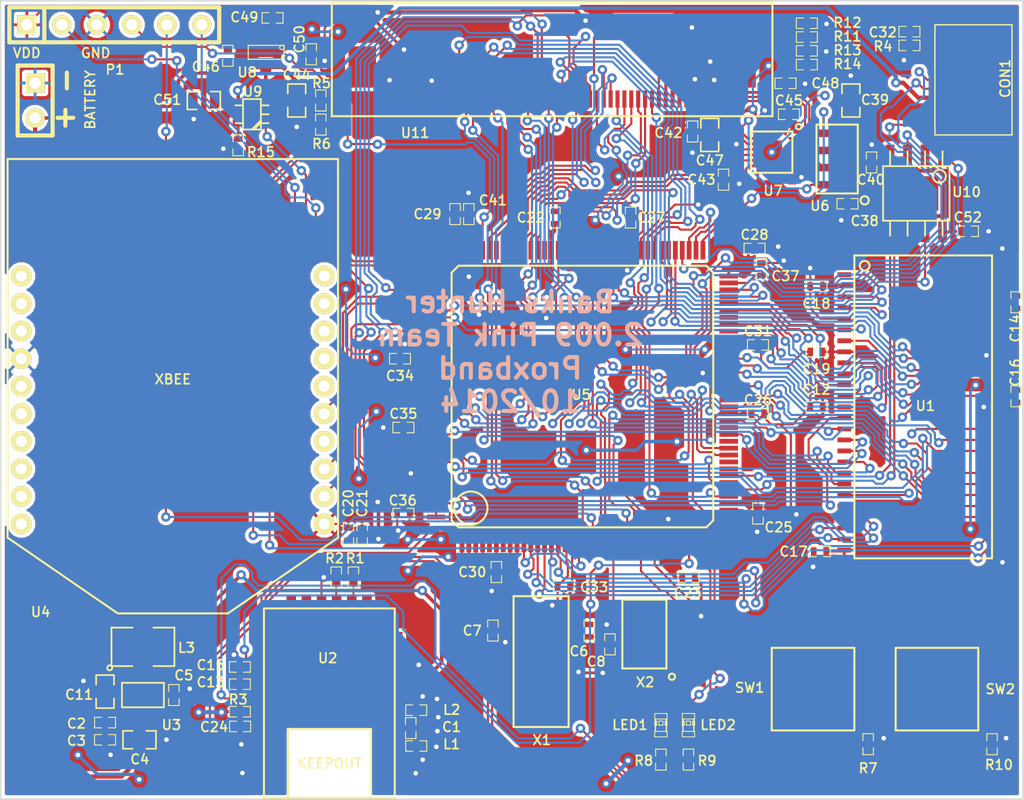
<source format=kicad_pcb>
(kicad_pcb (version 3) (host pcbnew "(2013-07-07 BZR 4022)-stable")
  (layers (15 F.Cu signal) (0 B.Cu signal) (18 B.Paste user) (19 F.Paste user) (20 B.SilkS user) (21 F.SilkS user) (22 B.Mask user) (23 F.Mask user) (28 Edge.Cuts user))
  (net 0 "")
  (net 1 +1.8V)
  (net 2 +5V)
  (net 3 +BATT)
  (net 4 /A0)
  (net 5 /A1)
  (net 6 /A10)
  (net 7 /A11)
  (net 8 /A2)
  (net 9 /A3)
  (net 10 /A4)
  (net 11 /A5)
  (net 12 /A6)
  (net 13 /A7)
  (net 14 /A8)
  (net 15 /A9)
  (net 16 /ANT_IN)
  (net 17 /ANT_OUT)
  (net 18 /B2)
  (net 19 /B3)
  (net 20 /B4)
  (net 21 /B5)
  (net 22 /B6)
  (net 23 /B7)
  (net 24 /BA0)
  (net 25 /BA1)
  (net 26 /BARO_INT)
  (net 27 /BARO_SCL)
  (net 28 /BARO_SDA)
  (net 29 /BAT_DRIVE)
  (net 30 /BAT_SENSE)
  (net 31 /BUCK_EN)
  (net 32 /CHARGE_STAT)
  (net 33 /CSX)
  (net 34 /D0)
  (net 35 /D1)
  (net 36 /D10)
  (net 37 /D11)
  (net 38 /D12)
  (net 39 /D13)
  (net 40 /D14)
  (net 41 /D15)
  (net 42 /D2)
  (net 43 /D3)
  (net 44 /D4)
  (net 45 /D5)
  (net 46 /D6)
  (net 47 /D7)
  (net 48 /D8)
  (net 49 /D9)
  (net 50 /DCX_SCL)
  (net 51 /DOTCLK)
  (net 52 /FL_CS)
  (net 53 /FL_HOLD)
  (net 54 /FL_MISO)
  (net 55 /FL_MOSI)
  (net 56 /FL_SCK)
  (net 57 /FL_WP)
  (net 58 /G2)
  (net 59 /G3)
  (net 60 /G4)
  (net 61 /G5)
  (net 62 /G6)
  (net 63 /G7)
  (net 64 /GPS_CTS)
  (net 65 /GPS_ONOFF)
  (net 66 /GPS_RX)
  (net 67 /GPS_TX)
  (net 68 /GPS_WAKEUP)
  (net 69 /HSYNC)
  (net 70 /IM0)
  (net 71 /IM1)
  (net 72 /IM2)
  (net 73 /IM3)
  (net 74 /IMU_INT)
  (net 75 /IMU_SCL)
  (net 76 /IMU_SDA)
  (net 77 /LCD_EN)
  (net 78 /LCD_RST)
  (net 79 /LCD_SDA)
  (net 80 /LED1)
  (net 81 /LED2)
  (net 82 /NBL0)
  (net 83 /NBL1)
  (net 84 /NRST)
  (net 85 /OSC32_IN)
  (net 86 /OSC32_OUT)
  (net 87 /OSC_EN)
  (net 88 /OSC_IN)
  (net 89 /R2)
  (net 90 /R3)
  (net 91 /R4)
  (net 92 /R5)
  (net 93 /R6)
  (net 94 /R7)
  (net 95 /RDX)
  (net 96 /SDCKE1)
  (net 97 /SDCLK)
  (net 98 /SDNCAS)
  (net 99 /SDNE1)
  (net 100 /SDNRAS)
  (net 101 /SDNWE)
  (net 102 /SW1)
  (net 103 /SW2)
  (net 104 /SWCLK)
  (net 105 /SWDIO)
  (net 106 /SWO)
  (net 107 /TE)
  (net 108 /USB_DM)
  (net 109 /USB_DP)
  (net 110 /VSYNC)
  (net 111 /WRX_DCX)
  (net 112 /XB_DIN)
  (net 113 /XB_DOUT)
  (net 114 /XB_RST)
  (net 115 GND)
  (net 116 N-0000012)
  (net 117 N-0000013)
  (net 118 N-0000034)
  (net 119 N-0000035)
  (net 120 N-0000038)
  (net 121 N-0000039)
  (net 122 N-0000063)
  (net 123 N-0000077)
  (net 124 N-0000080)
  (net 125 N-0000090)
  (net 126 N-0000091)
  (net 127 N-0000092)
  (net 128 VDD)
  (module QFN24_.4 (layer F.Cu) (at 219.5 120 270)
    (fp_text reference U7 (at 2.8 -0.1 360) (layer F.SilkS) (effects (font (size 0.7 0.7) (thickness 0.125))))
    (fp_text value MPU-9250 hide)
    (pad 1 smd oval (at -1.35 -1 90) (size 0.6 0.2) (drill (offset 0.15 0)) (layers F.Cu F.Paste F.Mask) (net 128 VDD))
    (pad 2 smd oval (at -1.35 -0.6 90) (size 0.6 0.2) (drill (offset 0.15 0)) (layers F.Cu F.Paste F.Mask))
    (pad 3 smd oval (at -1.35 -0.2 90) (size 0.6 0.2) (drill (offset 0.15 0)) (layers F.Cu F.Paste F.Mask))
    (pad 4 smd oval (at -1.35 0.2 90) (size 0.6 0.2) (drill (offset 0.15 0)) (layers F.Cu F.Paste F.Mask))
    (pad 5 smd oval (at -1.35 0.6 90) (size 0.6 0.2) (drill (offset 0.15 0)) (layers F.Cu F.Paste F.Mask))
    (pad 6 smd oval (at -1.35 1 90) (size 0.6 0.2) (drill (offset 0.15 0)) (layers F.Cu F.Paste F.Mask))
    (pad 7 smd oval (at -1 1.35 90) (size 0.2 0.6) (layers F.Cu F.Paste F.Mask) (net 27 /BARO_SCL))
    (pad 8 smd oval (at -0.6 1.35 90) (size 0.2 0.6) (layers F.Cu F.Paste F.Mask) (net 128 VDD))
    (pad 9 smd oval (at -0.2 1.35 90) (size 0.2 0.6) (layers F.Cu F.Paste F.Mask) (net 115 GND))
    (pad 10 smd oval (at 0.2 1.35 90) (size 0.2 0.6) (layers F.Cu F.Paste F.Mask) (net 119 N-0000035))
    (pad 11 smd oval (at 0.6 1.35 90) (size 0.2 0.6) (layers F.Cu F.Paste F.Mask) (net 115 GND))
    (pad 12 smd oval (at 1 1.35 90) (size 0.2 0.6) (layers F.Cu F.Paste F.Mask) (net 74 /IMU_INT))
    (pad 13 smd oval (at 1.35 1 90) (size 0.6 0.2) (layers F.Cu F.Paste F.Mask) (net 128 VDD))
    (pad 14 smd oval (at 1.35 0.6 90) (size 0.6 0.2) (layers F.Cu F.Paste F.Mask))
    (pad 15 smd oval (at 1.35 0.2 90) (size 0.6 0.2) (layers F.Cu F.Paste F.Mask))
    (pad 16 smd oval (at 1.35 -0.2 90) (size 0.6 0.2) (layers F.Cu F.Paste F.Mask))
    (pad 17 smd oval (at 1.35 -0.6 90) (size 0.6 0.2) (layers F.Cu F.Paste F.Mask))
    (pad 18 smd oval (at 1.35 -1 90) (size 0.6 0.2) (layers F.Cu F.Paste F.Mask) (net 115 GND))
    (pad 19 smd oval (at 1 -1.35 90) (size 0.2 0.6) (drill (offset 0 0.15)) (layers F.Cu F.Paste F.Mask))
    (pad 20 smd oval (at 0.6 -1.35 90) (size 0.2 0.6) (drill (offset 0 0.15)) (layers F.Cu F.Paste F.Mask) (net 115 GND))
    (pad 21 smd oval (at 0.2 -1.35 90) (size 0.2 0.6) (drill (offset 0 0.15)) (layers F.Cu F.Paste F.Mask) (net 28 /BARO_SDA))
    (pad 22 smd oval (at -0.2 -1.35 90) (size 0.2 0.6) (drill (offset 0 0.15)) (layers F.Cu F.Paste F.Mask) (net 128 VDD))
    (pad 23 smd oval (at -0.6 -1.35 90) (size 0.2 0.6) (drill (offset 0 0.15)) (layers F.Cu F.Paste F.Mask) (net 75 /IMU_SCL))
    (pad 24 smd oval (at -1 -1.35 90) (size 0.2 0.6) (drill (offset 0 0.15)) (layers F.Cu F.Paste F.Mask) (net 76 /IMU_SDA))
    (pad "" smd rect (at 0 0 270) (size 1.7 1.5) (layers F.Cu F.Paste F.Mask))
  )
  (module MICRO-B_USB (layer F.Cu) (at 235.75 114.75 90)
    (fp_text reference CON1 (at 0.1 0.71 90) (layer F.SilkS) (effects (font (size 0.7 0.7) (thickness 0.125))))
    (fp_text value USB-MINI-B hide)
    (pad 6 smd rect (at -1.19888 -1.4478 90) (size 1.89738 1.89738) (layers F.Cu F.Paste F.Mask) (net 125 N-0000090))
    (pad 6 smd rect (at 1.19888 -1.4478 90) (size 1.89992 1.89738) (layers F.Cu F.Paste F.Mask) (net 125 N-0000090))
    (pad 6 smd rect (at 3.79984 -1.4478 90) (size 1.79578 1.89738) (layers F.Cu F.Paste F.Mask) (net 125 N-0000090))
    (pad 6 smd rect (at -3.0988 -3.99796 90) (size 2.0955 1.59766) (layers F.Cu F.Paste F.Mask) (net 125 N-0000090))
    (pad 1 smd rect (at -1.29794 -4.12496 90) (size 0.39878 1.3462) (layers F.Cu F.Paste F.Mask) (net 2 +5V) (clearance 0.2032))
    (pad 2 smd rect (at -0.6477 -4.12496 90) (size 0.39878 1.3462) (layers F.Cu F.Paste F.Mask) (net 108 /USB_DM) (clearance 0.2032))
    (pad 3 smd rect (at 0 -4.12496 90) (size 0.39878 1.3462) (layers F.Cu F.Paste F.Mask) (net 109 /USB_DP) (clearance 0.2032))
    (pad 4 smd rect (at 0.6477 -4.12496 90) (size 0.39878 1.3462) (layers F.Cu F.Paste F.Mask) (clearance 0.2032))
    (pad 5 smd rect (at 1.29794 -4.12496 90) (size 0.39878 1.3462) (layers F.Cu F.Paste F.Mask) (net 115 GND) (clearance 0.2032))
    (pad 6 smd rect (at 3.0988 -3.99796 90) (size 2.0955 1.59766) (layers F.Cu F.Paste F.Mask) (net 125 N-0000090))
    (pad 6 smd rect (at -3.79984 -1.4478 90) (size 1.79578 1.89738) (layers F.Cu F.Paste F.Mask) (net 125 N-0000090))
  )
  (module XBEE (layer F.Cu) (at 176 138 180)
    (fp_text reference U4 (at 9.6 -15.4 180) (layer F.SilkS) (effects (font (size 0.7 0.7) (thickness 0.125))))
    (fp_text value XBEE (at 0 1.5 180) (layer F.SilkS) (effects (font (size 0.7 0.7) (thickness 0.125))))
    (pad 1 thru_hole circle (at -11 -9 180) (size 1.5 1.5) (drill 0.8) (layers *.Cu *.Mask F.SilkS) (net 128 VDD))
    (pad 2 thru_hole circle (at -11 -7 180) (size 1.5 1.5) (drill 0.8) (layers *.Cu *.Mask F.SilkS) (net 113 /XB_DOUT))
    (pad 3 thru_hole circle (at -11 -5 180) (size 1.5 1.5) (drill 0.8) (layers *.Cu *.Mask F.SilkS) (net 112 /XB_DIN))
    (pad 4 thru_hole circle (at -11 -3 180) (size 1.5 1.5) (drill 0.8) (layers *.Cu *.Mask F.SilkS))
    (pad 5 thru_hole circle (at -11 -1 180) (size 1.5 1.5) (drill 0.8) (layers *.Cu *.Mask F.SilkS) (net 114 /XB_RST))
    (pad 6 thru_hole circle (at -11 1 180) (size 1.5 1.5) (drill 0.8) (layers *.Cu *.Mask F.SilkS))
    (pad 7 thru_hole circle (at -11 3 180) (size 1.5 1.5) (drill 0.8) (layers *.Cu *.Mask F.SilkS))
    (pad 8 thru_hole circle (at -11 5 180) (size 1.5 1.5) (drill 0.8) (layers *.Cu *.Mask F.SilkS))
    (pad 9 thru_hole circle (at -11 7 180) (size 1.5 1.5) (drill 0.8) (layers *.Cu *.Mask F.SilkS))
    (pad 10 thru_hole circle (at -11 9 180) (size 1.5 1.5) (drill 0.8) (layers *.Cu *.Mask F.SilkS))
    (pad 11 thru_hole circle (at 11 9 180) (size 1.5 1.5) (drill 0.8) (layers *.Cu *.Mask F.SilkS))
    (pad 12 thru_hole circle (at 11 7 180) (size 1.5 1.5) (drill 0.8) (layers *.Cu *.Mask F.SilkS))
    (pad 13 thru_hole circle (at 11 5 180) (size 1.5 1.5) (drill 0.8) (layers *.Cu *.Mask F.SilkS))
    (pad 14 thru_hole circle (at 11 3 180) (size 1.5 1.5) (drill 0.8) (layers *.Cu *.Mask F.SilkS) (net 115 GND))
    (pad 15 thru_hole circle (at 11 1 180) (size 1.5 1.5) (drill 0.8) (layers *.Cu *.Mask F.SilkS))
    (pad 16 thru_hole circle (at 11 -1 180) (size 1.5 1.5) (drill 0.8) (layers *.Cu *.Mask F.SilkS))
    (pad 17 thru_hole circle (at 11 -3 180) (size 1.5 1.5) (drill 0.8) (layers *.Cu *.Mask F.SilkS))
    (pad 18 thru_hole circle (at 11 -5 180) (size 1.5 1.5) (drill 0.8) (layers *.Cu *.Mask F.SilkS))
    (pad 19 thru_hole circle (at 11 -7 180) (size 1.5 1.5) (drill 0.8) (layers *.Cu *.Mask F.SilkS))
    (pad 20 thru_hole circle (at 11 -9 180) (size 1.5 1.5) (drill 0.8) (layers *.Cu *.Mask F.SilkS))
  )
  (module TSOP2_54 (layer F.Cu) (at 230.5 138.5 270)
    (fp_text reference U1 (at -0.07 -0.16 360) (layer F.SilkS) (effects (font (size 0.7 0.7) (thickness 0.125))))
    (fp_text value AS4C8M16S hide)
    (pad 1 smd rect (at -10.4 5.73 270) (size 0.35 1) (layers F.Cu F.Paste F.Mask) (net 128 VDD))
    (pad 2 smd rect (at -9.6 5.73 270) (size 0.35 1) (layers F.Cu F.Paste F.Mask) (net 34 /D0))
    (pad 3 smd rect (at -8.8 5.73 270) (size 0.35 1) (layers F.Cu F.Paste F.Mask) (net 128 VDD))
    (pad 4 smd rect (at -8 5.73 270) (size 0.35 1) (layers F.Cu F.Paste F.Mask) (net 35 /D1))
    (pad 5 smd rect (at -7.2 5.73 270) (size 0.35 1) (layers F.Cu F.Paste F.Mask) (net 42 /D2))
    (pad 6 smd rect (at -6.4 5.73 270) (size 0.35 1) (layers F.Cu F.Paste F.Mask) (net 115 GND))
    (pad 7 smd rect (at -5.6 5.73 270) (size 0.35 1) (layers F.Cu F.Paste F.Mask) (net 43 /D3))
    (pad 8 smd rect (at -4.8 5.73 270) (size 0.35 1) (layers F.Cu F.Paste F.Mask) (net 44 /D4))
    (pad 9 smd rect (at -4 5.73 270) (size 0.35 1) (layers F.Cu F.Paste F.Mask) (net 128 VDD))
    (pad 10 smd rect (at -3.2 5.73 270) (size 0.35 1) (layers F.Cu F.Paste F.Mask) (net 45 /D5))
    (pad 11 smd rect (at -2.4 5.73 270) (size 0.35 1) (layers F.Cu F.Paste F.Mask) (net 46 /D6))
    (pad 12 smd rect (at -1.6 5.73 270) (size 0.35 1) (layers F.Cu F.Paste F.Mask) (net 115 GND))
    (pad 13 smd rect (at -0.8 5.73 270) (size 0.35 1) (layers F.Cu F.Paste F.Mask) (net 47 /D7))
    (pad 14 smd rect (at 0 5.73 270) (size 0.35 1) (layers F.Cu F.Paste F.Mask) (net 128 VDD))
    (pad 15 smd rect (at 0.8 5.73 270) (size 0.35 1) (layers F.Cu F.Paste F.Mask) (net 82 /NBL0))
    (pad 16 smd rect (at 1.6 5.73 270) (size 0.35 1) (layers F.Cu F.Paste F.Mask) (net 101 /SDNWE))
    (pad 17 smd rect (at 2.4 5.73 270) (size 0.35 1) (layers F.Cu F.Paste F.Mask) (net 98 /SDNCAS))
    (pad 18 smd rect (at 3.2 5.73 270) (size 0.35 1) (layers F.Cu F.Paste F.Mask) (net 100 /SDNRAS))
    (pad 19 smd rect (at 4 5.73 270) (size 0.35 1) (layers F.Cu F.Paste F.Mask) (net 99 /SDNE1))
    (pad 20 smd rect (at 4.8 5.73 270) (size 0.35 1) (layers F.Cu F.Paste F.Mask) (net 24 /BA0))
    (pad 21 smd rect (at 5.6 5.73 270) (size 0.35 1) (layers F.Cu F.Paste F.Mask) (net 25 /BA1))
    (pad 22 smd rect (at 6.4 5.73 270) (size 0.35 1) (layers F.Cu F.Paste F.Mask) (net 6 /A10))
    (pad 23 smd rect (at 7.2 5.73 270) (size 0.35 1) (layers F.Cu F.Paste F.Mask) (net 4 /A0))
    (pad 24 smd rect (at 8 5.73 270) (size 0.35 1) (layers F.Cu F.Paste F.Mask) (net 5 /A1))
    (pad 25 smd rect (at 8.8 5.73 270) (size 0.35 1) (layers F.Cu F.Paste F.Mask) (net 8 /A2))
    (pad 26 smd rect (at 9.6 5.73 270) (size 0.35 1) (layers F.Cu F.Paste F.Mask) (net 9 /A3))
    (pad 27 smd rect (at 10.4 5.73 270) (size 0.35 1) (layers F.Cu F.Paste F.Mask) (net 128 VDD))
    (pad 28 smd rect (at 10.4 -5.73 270) (size 0.35 1) (layers F.Cu F.Paste F.Mask) (net 115 GND))
    (pad 29 smd rect (at 9.6 -5.73 270) (size 0.35 1) (layers F.Cu F.Paste F.Mask) (net 10 /A4))
    (pad 30 smd rect (at 8.8 -5.73 270) (size 0.35 1) (layers F.Cu F.Paste F.Mask) (net 11 /A5))
    (pad 31 smd rect (at 8 -5.73 270) (size 0.35 1) (layers F.Cu F.Paste F.Mask) (net 12 /A6))
    (pad 32 smd rect (at 7.2 -5.73 270) (size 0.35 1) (layers F.Cu F.Paste F.Mask) (net 13 /A7))
    (pad 33 smd rect (at 6.4 -5.73 270) (size 0.35 1) (layers F.Cu F.Paste F.Mask) (net 14 /A8))
    (pad 34 smd rect (at 5.6 -5.73 270) (size 0.35 1) (layers F.Cu F.Paste F.Mask) (net 15 /A9))
    (pad 35 smd rect (at 4.8 -5.73 270) (size 0.35 1) (layers F.Cu F.Paste F.Mask) (net 7 /A11))
    (pad 36 smd rect (at 4 -5.73 270) (size 0.35 1) (layers F.Cu F.Paste F.Mask))
    (pad 37 smd rect (at 3.2 -5.73 270) (size 0.35 1) (layers F.Cu F.Paste F.Mask) (net 96 /SDCKE1))
    (pad 38 smd rect (at 2.4 -5.73 270) (size 0.35 1) (layers F.Cu F.Paste F.Mask) (net 97 /SDCLK))
    (pad 39 smd rect (at 1.6 -5.73 270) (size 0.35 1) (layers F.Cu F.Paste F.Mask) (net 83 /NBL1))
    (pad 40 smd rect (at 0.8 -5.73 270) (size 0.35 1) (layers F.Cu F.Paste F.Mask))
    (pad 41 smd rect (at 0 -5.73 270) (size 0.35 1) (layers F.Cu F.Paste F.Mask) (net 115 GND))
    (pad 42 smd rect (at -0.8 -5.73 270) (size 0.35 1) (layers F.Cu F.Paste F.Mask) (net 48 /D8))
    (pad 43 smd rect (at -1.6 -5.73 270) (size 0.35 1) (layers F.Cu F.Paste F.Mask) (net 128 VDD))
    (pad 44 smd rect (at -2.4 -5.73 270) (size 0.35 1) (layers F.Cu F.Paste F.Mask) (net 49 /D9))
    (pad 45 smd rect (at -3.2 -5.73 270) (size 0.35 1) (layers F.Cu F.Paste F.Mask) (net 36 /D10))
    (pad 46 smd rect (at -4 -5.73 270) (size 0.35 1) (layers F.Cu F.Paste F.Mask) (net 115 GND))
    (pad 47 smd rect (at -4.8 -5.73 270) (size 0.35 1) (layers F.Cu F.Paste F.Mask) (net 37 /D11))
    (pad 48 smd rect (at -5.6 -5.73 270) (size 0.35 1) (layers F.Cu F.Paste F.Mask) (net 38 /D12))
    (pad 49 smd rect (at -6.4 -5.73 270) (size 0.35 1) (layers F.Cu F.Paste F.Mask) (net 128 VDD))
    (pad 50 smd rect (at -7.2 -5.73 270) (size 0.35 1) (layers F.Cu F.Paste F.Mask) (net 39 /D13))
    (pad 51 smd rect (at -8 -5.73 270) (size 0.35 1) (layers F.Cu F.Paste F.Mask) (net 40 /D14))
    (pad 52 smd rect (at -8.8 -5.73 270) (size 0.35 1) (layers F.Cu F.Paste F.Mask) (net 115 GND))
    (pad 53 smd rect (at -9.6 -5.73 270) (size 0.35 1) (layers F.Cu F.Paste F.Mask) (net 41 /D15))
    (pad 54 smd rect (at -10.4 -5.73 270) (size 0.35 1) (layers F.Cu F.Paste F.Mask) (net 115 GND))
  )
  (module TACT_SWITCH (layer F.Cu) (at 222.5 159)
    (fp_text reference SW1 (at -4.6 -0.1) (layer F.SilkS) (effects (font (size 0.7 0.7) (thickness 0.125))))
    (fp_text value TACT hide)
    (pad 1 smd rect (at -2.3 -4.55) (size 1.3 2.1) (layers F.Cu F.Paste F.Mask) (net 128 VDD))
    (pad 3 smd rect (at 2.3 -4.55) (size 1.3 2.1) (layers F.Cu F.Paste F.Mask))
    (pad 2 smd rect (at -2.3 4.55) (size 1.3 2.1) (layers F.Cu F.Paste F.Mask))
    (pad 4 smd rect (at 2.3 4.55) (size 1.3 2.1) (layers F.Cu F.Paste F.Mask) (net 102 /SW1))
  )
  (module TACT_SWITCH (layer F.Cu) (at 231.5 159)
    (fp_text reference SW2 (at 4.6 0) (layer F.SilkS) (effects (font (size 0.7 0.7) (thickness 0.125))))
    (fp_text value TACT hide)
    (pad 1 smd rect (at -2.3 -4.55) (size 1.3 2.1) (layers F.Cu F.Paste F.Mask) (net 128 VDD))
    (pad 3 smd rect (at 2.3 -4.55) (size 1.3 2.1) (layers F.Cu F.Paste F.Mask))
    (pad 2 smd rect (at -2.3 4.55) (size 1.3 2.1) (layers F.Cu F.Paste F.Mask))
    (pad 4 smd rect (at 2.3 4.55) (size 1.3 2.1) (layers F.Cu F.Paste F.Mask) (net 103 /SW2))
  )
  (module sot323-5 (layer F.Cu) (at 181.75 117.25 90)
    (fp_text reference U9 (at 1.65 0.05 180) (layer F.SilkS) (effects (font (size 0.7 0.7) (thickness 0.125))))
    (fp_text value MCP7383X hide)
    (pad 1 smd rect (at -0.65024 1.00076 90) (size 0.50038 0.8001) (layers F.Cu F.Paste F.Mask) (net 32 /CHARGE_STAT))
    (pad 3 smd rect (at 0.65024 1.00076 90) (size 0.50038 0.8001) (layers F.Cu F.Paste F.Mask) (net 3 +BATT))
    (pad 2 smd rect (at 0 1.00076 90) (size 0.50038 0.8001) (layers F.Cu F.Paste F.Mask) (net 115 GND))
    (pad 4 smd rect (at 0.65024 -1.00076 90) (size 0.50038 0.8001) (layers F.Cu F.Paste F.Mask) (net 2 +5V))
    (pad 5 smd rect (at -0.65024 -1.00076 90) (size 0.50038 0.8001) (layers F.Cu F.Paste F.Mask) (net 116 N-0000012))
  )
  (module SOT23-5 (layer F.Cu) (at 173.83 159.43)
    (fp_text reference U3 (at 2.07 2.17) (layer F.SilkS) (effects (font (size 0.7 0.7) (thickness 0.125))))
    (fp_text value LM3670 hide)
    (pad 1 smd rect (at -0.9525 1.27) (size 0.508 0.762) (layers F.Cu F.Paste F.Mask) (net 3 +BATT))
    (pad 3 smd rect (at 0.9525 1.27) (size 0.508 0.762) (layers F.Cu F.Paste F.Mask) (net 31 /BUCK_EN))
    (pad 5 smd rect (at -0.9525 -1.27) (size 0.508 0.762) (layers F.Cu F.Paste F.Mask) (net 122 N-0000063))
    (pad 2 smd rect (at 0 1.27) (size 0.508 0.762) (layers F.Cu F.Paste F.Mask) (net 115 GND))
    (pad 4 smd rect (at 0.9525 -1.27) (size 0.508 0.762) (layers F.Cu F.Paste F.Mask) (net 1 +1.8V))
  )
  (module SOT23 (layer F.Cu) (at 182.75 112.75 180)
    (fp_text reference U8 (at 1.35 -1.45 180) (layer F.SilkS) (effects (font (size 0.7 0.7) (thickness 0.125))))
    (fp_text value RT9169 hide)
    (pad 3 smd rect (at 0 -1.09982 180) (size 0.8001 1.00076) (layers F.Cu F.Paste F.Mask) (net 3 +BATT))
    (pad 2 smd rect (at 0.9525 1.09982 180) (size 0.8001 1.00076) (layers F.Cu F.Paste F.Mask) (net 117 N-0000013))
    (pad 1 smd rect (at -0.9525 1.09982 180) (size 0.8001 1.00076) (layers F.Cu F.Paste F.Mask) (net 128 VDD))
  )
  (module SM1210 (layer F.Cu) (at 173.83 155.93)
    (fp_text reference L3 (at 3.17 0.07) (layer F.SilkS) (effects (font (size 0.7 0.7) (thickness 0.125))))
    (fp_text value 10uH hide)
    (pad 1 smd rect (at -1.524 0) (size 1.27 2.54) (layers F.Cu F.Paste F.Mask) (net 122 N-0000063))
    (pad 2 smd rect (at 1.524 0) (size 1.27 2.54) (layers F.Cu F.Paste F.Mask) (net 1 +1.8V))
  )
  (module SM0603_Capa (layer F.Cu) (at 225.25 116.25 90)
    (fp_text reference C39 (at 0.05 1.75 180) (layer F.SilkS) (effects (font (size 0.7 0.7) (thickness 0.125))))
    (fp_text value 10uF hide)
    (pad 1 smd rect (at -0.762 0 90) (size 0.635 1.143) (layers F.Cu F.Paste F.Mask) (net 128 VDD))
    (pad 2 smd rect (at 0.762 0 90) (size 0.635 1.143) (layers F.Cu F.Paste F.Mask) (net 115 GND))
  )
  (module SM0603_Capa (layer F.Cu) (at 215 118.75 270)
    (fp_text reference C47 (at 1.85 0 360) (layer F.SilkS) (effects (font (size 0.7 0.7) (thickness 0.125))))
    (fp_text value 10uF hide)
    (pad 1 smd rect (at -0.762 0 270) (size 0.635 1.143) (layers F.Cu F.Paste F.Mask) (net 128 VDD))
    (pad 2 smd rect (at 0.762 0 270) (size 0.635 1.143) (layers F.Cu F.Paste F.Mask) (net 115 GND))
  )
  (module SM0603_Capa (layer F.Cu) (at 171.08 159.18 90)
    (fp_text reference C11 (at -0.22 -1.88 180) (layer F.SilkS) (effects (font (size 0.7 0.7) (thickness 0.125))))
    (fp_text value 10uF hide)
    (pad 1 smd rect (at -0.762 0 90) (size 0.635 1.143) (layers F.Cu F.Paste F.Mask) (net 1 +1.8V))
    (pad 2 smd rect (at 0.762 0 90) (size 0.635 1.143) (layers F.Cu F.Paste F.Mask) (net 115 GND))
  )
  (module SM0603_Capa (layer F.Cu) (at 173.58 162.68)
    (fp_text reference C4 (at 0.02 1.42) (layer F.SilkS) (effects (font (size 0.7 0.7) (thickness 0.125))))
    (fp_text value 4.7uF hide)
    (pad 1 smd rect (at -0.762 0) (size 0.635 1.143) (layers F.Cu F.Paste F.Mask) (net 3 +BATT))
    (pad 2 smd rect (at 0.762 0) (size 0.635 1.143) (layers F.Cu F.Paste F.Mask) (net 115 GND))
  )
  (module SM0603_Capa (layer F.Cu) (at 185 116.25 270)
    (fp_text reference C44 (at -1.85 0 360) (layer F.SilkS) (effects (font (size 0.7 0.7) (thickness 0.125))))
    (fp_text value 4.7uF hide)
    (pad 1 smd rect (at -0.762 0 270) (size 0.635 1.143) (layers F.Cu F.Paste F.Mask) (net 3 +BATT))
    (pad 2 smd rect (at 0.762 0 270) (size 0.635 1.143) (layers F.Cu F.Paste F.Mask) (net 115 GND))
  )
  (module SM0603_Capa (layer F.Cu) (at 178.25 116.25 180)
    (fp_text reference C51 (at 2.65 0.05 180) (layer F.SilkS) (effects (font (size 0.7 0.7) (thickness 0.125))))
    (fp_text value 4.7uF hide)
    (pad 1 smd rect (at -0.762 0 180) (size 0.635 1.143) (layers F.Cu F.Paste F.Mask) (net 2 +5V))
    (pad 2 smd rect (at 0.762 0 180) (size 0.635 1.143) (layers F.Cu F.Paste F.Mask) (net 115 GND))
  )
  (module SM0402_r (layer F.Cu) (at 222.05 113.64 180)
    (fp_text reference R14 (at -2.95 0.04 180) (layer F.SilkS) (effects (font (size 0.7 0.7) (thickness 0.125))))
    (fp_text value 10K hide)
    (pad 1 smd rect (at -0.44958 0 180) (size 0.39878 0.59944) (layers F.Cu F.Paste F.Mask) (net 128 VDD))
    (pad 2 smd rect (at 0.44958 0 180) (size 0.39878 0.59944) (layers F.Cu F.Paste F.Mask) (net 70 /IM0))
  )
  (module SM0402_r (layer F.Cu) (at 222.05 112.64 180)
    (fp_text reference R13 (at -2.95 0.04 180) (layer F.SilkS) (effects (font (size 0.7 0.7) (thickness 0.125))))
    (fp_text value 10K hide)
    (pad 1 smd rect (at -0.44958 0 180) (size 0.39878 0.59944) (layers F.Cu F.Paste F.Mask) (net 115 GND))
    (pad 2 smd rect (at 0.44958 0 180) (size 0.39878 0.59944) (layers F.Cu F.Paste F.Mask) (net 71 /IM1))
  )
  (module SM0402_r (layer F.Cu) (at 222.05 111.64 180)
    (fp_text reference R11 (at -2.95 0.04 180) (layer F.SilkS) (effects (font (size 0.7 0.7) (thickness 0.125))))
    (fp_text value 10K hide)
    (pad 1 smd rect (at -0.44958 0 180) (size 0.39878 0.59944) (layers F.Cu F.Paste F.Mask) (net 128 VDD))
    (pad 2 smd rect (at 0.44958 0 180) (size 0.39878 0.59944) (layers F.Cu F.Paste F.Mask) (net 72 /IM2))
  )
  (module SM0402_r (layer F.Cu) (at 187.87 150.89 90)
    (fp_text reference R2 (at 1.39 -0.12 180) (layer F.SilkS) (effects (font (size 0.7 0.7) (thickness 0.125))))
    (fp_text value 10K hide)
    (pad 1 smd rect (at -0.44958 0 90) (size 0.39878 0.59944) (layers F.Cu F.Paste F.Mask) (net 126 N-0000091))
    (pad 2 smd rect (at 0.44958 0 90) (size 0.39878 0.59944) (layers F.Cu F.Paste F.Mask) (net 115 GND))
  )
  (module SM0402_r (layer F.Cu) (at 180.87 160.64)
    (fp_text reference R3 (at -0.12 -0.89) (layer F.SilkS) (effects (font (size 0.7 0.7) (thickness 0.125))))
    (fp_text value 10K hide)
    (pad 1 smd rect (at -0.44958 0) (size 0.39878 0.59944) (layers F.Cu F.Paste F.Mask) (net 128 VDD))
    (pad 2 smd rect (at 0.44958 0) (size 0.39878 0.59944) (layers F.Cu F.Paste F.Mask) (net 64 /GPS_CTS))
  )
  (module SM0402_r (layer F.Cu) (at 189.12 150.89 90)
    (fp_text reference R1 (at 1.39 0.13 180) (layer F.SilkS) (effects (font (size 0.7 0.7) (thickness 0.125))))
    (fp_text value 10K hide)
    (pad 1 smd rect (at -0.44958 0 90) (size 0.39878 0.59944) (layers F.Cu F.Paste F.Mask) (net 127 N-0000092))
    (pad 2 smd rect (at 0.44958 0 90) (size 0.39878 0.59944) (layers F.Cu F.Paste F.Mask) (net 128 VDD))
  )
  (module SM0402_r (layer F.Cu) (at 222.05 110.64)
    (fp_text reference R12 (at 2.95 -0.04) (layer F.SilkS) (effects (font (size 0.7 0.7) (thickness 0.125))))
    (fp_text value 10K hide)
    (pad 1 smd rect (at -0.44958 0) (size 0.39878 0.59944) (layers F.Cu F.Paste F.Mask) (net 73 /IM3))
    (pad 2 smd rect (at 0.44958 0) (size 0.39878 0.59944) (layers F.Cu F.Paste F.Mask) (net 115 GND))
  )
  (module SM0402_r (layer F.Cu) (at 186.75 118 270)
    (fp_text reference R6 (at 1.4 -0.05 360) (layer F.SilkS) (effects (font (size 0.7 0.7) (thickness 0.125))))
    (fp_text value 10K hide)
    (pad 1 smd rect (at -0.44958 0 270) (size 0.39878 0.59944) (layers F.Cu F.Paste F.Mask) (net 30 /BAT_SENSE))
    (pad 2 smd rect (at 0.44958 0 270) (size 0.39878 0.59944) (layers F.Cu F.Paste F.Mask) (net 29 /BAT_DRIVE))
  )
  (module SM0402_r (layer F.Cu) (at 186.75 116.25 270)
    (fp_text reference R5 (at -1.25 -0.05 360) (layer F.SilkS) (effects (font (size 0.7 0.7) (thickness 0.125))))
    (fp_text value 10K hide)
    (pad 1 smd rect (at -0.44958 0 270) (size 0.39878 0.59944) (layers F.Cu F.Paste F.Mask) (net 3 +BATT))
    (pad 2 smd rect (at 0.44958 0 270) (size 0.39878 0.59944) (layers F.Cu F.Paste F.Mask) (net 30 /BAT_SENSE))
  )
  (module SM0402_r (layer F.Cu) (at 180.75 119.5 270)
    (fp_text reference R15 (at 0.5 -1.65 360) (layer F.SilkS) (effects (font (size 0.7 0.7) (thickness 0.125))))
    (fp_text value 2K hide)
    (pad 1 smd rect (at -0.44958 0 270) (size 0.39878 0.59944) (layers F.Cu F.Paste F.Mask) (net 116 N-0000012))
    (pad 2 smd rect (at 0.44958 0 270) (size 0.39878 0.59944) (layers F.Cu F.Paste F.Mask) (net 115 GND))
  )
  (module SM0402_r (layer F.Cu) (at 213.45 164.12 90)
    (fp_text reference R9 (at -0.08 1.35 180) (layer F.SilkS) (effects (font (size 0.7 0.7) (thickness 0.125))))
    (fp_text value 68 hide)
    (pad 1 smd rect (at -0.44958 0 90) (size 0.39878 0.59944) (layers F.Cu F.Paste F.Mask) (net 128 VDD))
    (pad 2 smd rect (at 0.44958 0 90) (size 0.39878 0.59944) (layers F.Cu F.Paste F.Mask) (net 121 N-0000039))
  )
  (module SM0402_r (layer F.Cu) (at 211.45 164.12 90)
    (fp_text reference R8 (at -0.08 -1.25 180) (layer F.SilkS) (effects (font (size 0.7 0.7) (thickness 0.125))))
    (fp_text value 68 hide)
    (pad 1 smd rect (at -0.44958 0 90) (size 0.39878 0.59944) (layers F.Cu F.Paste F.Mask) (net 128 VDD))
    (pad 2 smd rect (at 0.44958 0 90) (size 0.39878 0.59944) (layers F.Cu F.Paste F.Mask) (net 120 N-0000038))
  )
  (module SM0402_r (layer F.Cu) (at 226.5 163 90)
    (fp_text reference R7 (at -1.75 0 180) (layer F.SilkS) (effects (font (size 0.7 0.7) (thickness 0.125))))
    (fp_text value 10K hide)
    (pad 1 smd rect (at -0.44958 0 90) (size 0.39878 0.59944) (layers F.Cu F.Paste F.Mask) (net 102 /SW1))
    (pad 2 smd rect (at 0.44958 0 90) (size 0.39878 0.59944) (layers F.Cu F.Paste F.Mask) (net 115 GND))
  )
  (module SM0402_r (layer F.Cu) (at 235.5 163 90)
    (fp_text reference R10 (at -1.5 0.5 180) (layer F.SilkS) (effects (font (size 0.7 0.7) (thickness 0.125))))
    (fp_text value 10K hide)
    (pad 1 smd rect (at -0.44958 0 90) (size 0.39878 0.59944) (layers F.Cu F.Paste F.Mask) (net 103 /SW2))
    (pad 2 smd rect (at 0.44958 0 90) (size 0.39878 0.59944) (layers F.Cu F.Paste F.Mask) (net 115 GND))
  )
  (module SM0402_r (layer F.Cu) (at 229.5 112.25 180)
    (fp_text reference R4 (at 1.92 -0.07 180) (layer F.SilkS) (effects (font (size 0.7 0.7) (thickness 0.125))))
    (fp_text value 1M hide)
    (pad 1 smd rect (at -0.44958 0 180) (size 0.39878 0.59944) (layers F.Cu F.Paste F.Mask) (net 125 N-0000090))
    (pad 2 smd rect (at 0.44958 0 180) (size 0.39878 0.59944) (layers F.Cu F.Paste F.Mask) (net 115 GND))
  )
  (module SM0402_c (layer F.Cu) (at 220.5 115)
    (fp_text reference C48 (at 2.9 0) (layer F.SilkS) (effects (font (size 0.7 0.7) (thickness 0.125))))
    (fp_text value .1uF hide)
    (pad 1 smd rect (at -0.44958 0) (size 0.39878 0.59944) (layers F.Cu F.Paste F.Mask) (net 128 VDD))
    (pad 2 smd rect (at 0.44958 0) (size 0.39878 0.59944) (layers F.Cu F.Paste F.Mask) (net 115 GND))
  )
  (module SM0402_c (layer F.Cu) (at 192.75 140 180)
    (fp_text reference C35 (at 0 1 180) (layer F.SilkS) (effects (font (size 0.7 0.7) (thickness 0.125))))
    (fp_text value 100nF hide)
    (pad 1 smd rect (at -0.44958 0 180) (size 0.39878 0.59944) (layers F.Cu F.Paste F.Mask) (net 128 VDD))
    (pad 2 smd rect (at 0.44958 0 180) (size 0.39878 0.59944) (layers F.Cu F.Paste F.Mask) (net 115 GND))
  )
  (module SM0402_c (layer F.Cu) (at 186.05 112.89 270)
    (fp_text reference C50 (at -1.09 0.85 270) (layer F.SilkS) (effects (font (size 0.7 0.7) (thickness 0.125))))
    (fp_text value .1uF hide)
    (pad 1 smd rect (at -0.44958 0 270) (size 0.39878 0.59944) (layers F.Cu F.Paste F.Mask) (net 128 VDD))
    (pad 2 smd rect (at 0.44958 0 270) (size 0.39878 0.59944) (layers F.Cu F.Paste F.Mask) (net 115 GND))
  )
  (module SM0402_c (layer F.Cu) (at 192.75 146.25 180)
    (fp_text reference C36 (at 0.05 0.95 180) (layer F.SilkS) (effects (font (size 0.7 0.7) (thickness 0.125))))
    (fp_text value 1uF hide)
    (pad 1 smd rect (at -0.44958 0 180) (size 0.39878 0.59944) (layers F.Cu F.Paste F.Mask) (net 128 VDD))
    (pad 2 smd rect (at 0.44958 0 180) (size 0.39878 0.59944) (layers F.Cu F.Paste F.Mask) (net 115 GND))
  )
  (module SM0402_c (layer F.Cu) (at 188.75 147.75 270)
    (fp_text reference C20 (at -2.25 0 270) (layer F.SilkS) (effects (font (size 0.7 0.7) (thickness 0.125))))
    (fp_text value 1uF hide)
    (pad 1 smd rect (at -0.44958 0 270) (size 0.39878 0.59944) (layers F.Cu F.Paste F.Mask) (net 128 VDD))
    (pad 2 smd rect (at 0.44958 0 270) (size 0.39878 0.59944) (layers F.Cu F.Paste F.Mask) (net 115 GND))
  )
  (module SM0402_c (layer F.Cu) (at 189.75 147.75 270)
    (fp_text reference C21 (at -2.25 0 270) (layer F.SilkS) (effects (font (size 0.7 0.7) (thickness 0.125))))
    (fp_text value 47pF hide)
    (pad 1 smd rect (at -0.44958 0 270) (size 0.39878 0.59944) (layers F.Cu F.Paste F.Mask) (net 128 VDD))
    (pad 2 smd rect (at 0.44958 0 270) (size 0.39878 0.59944) (layers F.Cu F.Paste F.Mask) (net 115 GND))
  )
  (module SM0402_c (layer F.Cu) (at 233.75 125.75)
    (fp_text reference C52 (at -0.01 -1.01) (layer F.SilkS) (effects (font (size 0.7 0.7) (thickness 0.125))))
    (fp_text value 100nF hide)
    (pad 1 smd rect (at -0.44958 0) (size 0.39878 0.59944) (layers F.Cu F.Paste F.Mask) (net 128 VDD))
    (pad 2 smd rect (at 0.44958 0) (size 0.39878 0.59944) (layers F.Cu F.Paste F.Mask) (net 115 GND))
  )
  (module SM0402_c (layer F.Cu) (at 180.87 157.39 180)
    (fp_text reference C15 (at 2.12 0.14 180) (layer F.SilkS) (effects (font (size 0.7 0.7) (thickness 0.125))))
    (fp_text value 22pF hide)
    (pad 1 smd rect (at -0.44958 0 180) (size 0.39878 0.59944) (layers F.Cu F.Paste F.Mask) (net 67 /GPS_TX))
    (pad 2 smd rect (at 0.44958 0 180) (size 0.39878 0.59944) (layers F.Cu F.Paste F.Mask) (net 115 GND))
  )
  (module SM0402_c (layer F.Cu) (at 180.87 158.64 180)
    (fp_text reference C13 (at 2.12 0.14 180) (layer F.SilkS) (effects (font (size 0.7 0.7) (thickness 0.125))))
    (fp_text value 22pF hide)
    (pad 1 smd rect (at -0.44958 0 180) (size 0.39878 0.59944) (layers F.Cu F.Paste F.Mask) (net 66 /GPS_RX))
    (pad 2 smd rect (at 0.44958 0 180) (size 0.39878 0.59944) (layers F.Cu F.Paste F.Mask) (net 115 GND))
  )
  (module SM0402_c (layer F.Cu) (at 171.08 161.43)
    (fp_text reference C2 (at -2.08 0.07) (layer F.SilkS) (effects (font (size 0.7 0.7) (thickness 0.125))))
    (fp_text value 22pF hide)
    (pad 1 smd rect (at -0.44958 0) (size 0.39878 0.59944) (layers F.Cu F.Paste F.Mask) (net 1 +1.8V))
    (pad 2 smd rect (at 0.44958 0) (size 0.39878 0.59944) (layers F.Cu F.Paste F.Mask) (net 115 GND))
  )
  (module SM0402_c (layer F.Cu) (at 171.08 162.68)
    (fp_text reference C3 (at -2.08 0.07) (layer F.SilkS) (effects (font (size 0.7 0.7) (thickness 0.125))))
    (fp_text value 2.2uF hide)
    (pad 1 smd rect (at -0.44958 0) (size 0.39878 0.59944) (layers F.Cu F.Paste F.Mask) (net 1 +1.8V))
    (pad 2 smd rect (at 0.44958 0) (size 0.39878 0.59944) (layers F.Cu F.Paste F.Mask) (net 115 GND))
  )
  (module SM0402_c (layer F.Cu) (at 193.28 161.83 90)
    (fp_text reference C1 (at 0.08 2.97 180) (layer F.SilkS) (effects (font (size 0.7 0.7) (thickness 0.125))))
    (fp_text value 18pF hide)
    (pad 1 smd rect (at -0.44958 0 90) (size 0.39878 0.59944) (layers F.Cu F.Paste F.Mask) (net 17 /ANT_OUT))
    (pad 2 smd rect (at 0.44958 0 90) (size 0.39878 0.59944) (layers F.Cu F.Paste F.Mask) (net 16 /ANT_IN))
  )
  (module SM0402_c (layer F.Cu) (at 176.08 159.43 90)
    (fp_text reference C5 (at 1.43 0.72 180) (layer F.SilkS) (effects (font (size 0.7 0.7) (thickness 0.125))))
    (fp_text value 100nF hide)
    (pad 1 smd rect (at -0.44958 0 90) (size 0.39878 0.59944) (layers F.Cu F.Paste F.Mask) (net 31 /BUCK_EN))
    (pad 2 smd rect (at 0.44958 0 90) (size 0.39878 0.59944) (layers F.Cu F.Paste F.Mask) (net 115 GND))
  )
  (module SM0402_c (layer F.Cu) (at 229.5 111.25 180)
    (fp_text reference C32 (at 1.94 -0.05 180) (layer F.SilkS) (effects (font (size 0.7 0.7) (thickness 0.125))))
    (fp_text value 4n7 hide)
    (pad 1 smd rect (at -0.44958 0 180) (size 0.39878 0.59944) (layers F.Cu F.Paste F.Mask) (net 125 N-0000090))
    (pad 2 smd rect (at 0.44958 0 180) (size 0.39878 0.59944) (layers F.Cu F.Paste F.Mask) (net 115 GND))
  )
  (module SM0402_c (layer F.Cu) (at 213.75 118.5 270)
    (fp_text reference C42 (at 0.1 1.75 360) (layer F.SilkS) (effects (font (size 0.7 0.7) (thickness 0.125))))
    (fp_text value 10nF hide)
    (pad 1 smd rect (at -0.44958 0 270) (size 0.39878 0.59944) (layers F.Cu F.Paste F.Mask) (net 128 VDD))
    (pad 2 smd rect (at 0.44958 0 270) (size 0.39878 0.59944) (layers F.Cu F.Paste F.Mask) (net 115 GND))
  )
  (module SM0402_c (layer F.Cu) (at 237.25 137.73 270)
    (fp_text reference C16 (at -1.73 0.05 270) (layer F.SilkS) (effects (font (size 0.7 0.7) (thickness 0.125))))
    (fp_text value 100nF hide)
    (pad 1 smd rect (at -0.44958 0 270) (size 0.39878 0.59944) (layers F.Cu F.Paste F.Mask) (net 128 VDD))
    (pad 2 smd rect (at 0.44958 0 270) (size 0.39878 0.59944) (layers F.Cu F.Paste F.Mask) (net 115 GND))
  )
  (module SM0402_c (layer F.Cu) (at 237.25 130.9 90)
    (fp_text reference C14 (at -1.9 -0.05 90) (layer F.SilkS) (effects (font (size 0.7 0.7) (thickness 0.125))))
    (fp_text value 100nF hide)
    (pad 1 smd rect (at -0.44958 0 90) (size 0.39878 0.59944) (layers F.Cu F.Paste F.Mask) (net 128 VDD))
    (pad 2 smd rect (at 0.44958 0 90) (size 0.39878 0.59944) (layers F.Cu F.Paste F.Mask) (net 115 GND))
  )
  (module SM0402_c (layer F.Cu) (at 222.75 138.5 180)
    (fp_text reference C12 (at 0 1.25 180) (layer F.SilkS) (effects (font (size 0.7 0.7) (thickness 0.125))))
    (fp_text value 100nF hide)
    (pad 1 smd rect (at -0.44958 0 180) (size 0.39878 0.59944) (layers F.Cu F.Paste F.Mask) (net 128 VDD))
    (pad 2 smd rect (at 0.44958 0 180) (size 0.39878 0.59944) (layers F.Cu F.Paste F.Mask) (net 115 GND))
  )
  (module SM0402_c (layer F.Cu) (at 226.75 120.75 90)
    (fp_text reference C40 (at -1.25 -0.05 180) (layer F.SilkS) (effects (font (size 0.7 0.7) (thickness 0.125))))
    (fp_text value 100nF hide)
    (pad 1 smd rect (at -0.44958 0 90) (size 0.39878 0.59944) (layers F.Cu F.Paste F.Mask) (net 118 N-0000034))
    (pad 2 smd rect (at 0.44958 0 90) (size 0.39878 0.59944) (layers F.Cu F.Paste F.Mask) (net 115 GND))
  )
  (module SM0402_c (layer F.Cu) (at 225 123.75 180)
    (fp_text reference C38 (at -1.25 -1.25 180) (layer F.SilkS) (effects (font (size 0.7 0.7) (thickness 0.125))))
    (fp_text value 100nF hide)
    (pad 1 smd rect (at -0.44958 0 180) (size 0.39878 0.59944) (layers F.Cu F.Paste F.Mask) (net 128 VDD))
    (pad 2 smd rect (at 0.44958 0 180) (size 0.39878 0.59944) (layers F.Cu F.Paste F.Mask) (net 115 GND))
  )
  (module SM0402_c (layer F.Cu) (at 216 122 270)
    (fp_text reference C43 (at 0 1.6 360) (layer F.SilkS) (effects (font (size 0.7 0.7) (thickness 0.125))))
    (fp_text value .1uF hide)
    (pad 1 smd rect (at -0.44958 0 270) (size 0.39878 0.59944) (layers F.Cu F.Paste F.Mask) (net 119 N-0000035))
    (pad 2 smd rect (at 0.44958 0 270) (size 0.39878 0.59944) (layers F.Cu F.Paste F.Mask) (net 115 GND))
  )
  (module SM0402_c (layer F.Cu) (at 220.75 117.25 180)
    (fp_text reference C45 (at 0 1 180) (layer F.SilkS) (effects (font (size 0.7 0.7) (thickness 0.125))))
    (fp_text value .1uF hide)
    (pad 1 smd rect (at -0.44958 0 180) (size 0.39878 0.59944) (layers F.Cu F.Paste F.Mask) (net 128 VDD))
    (pad 2 smd rect (at 0.44958 0 180) (size 0.39878 0.59944) (layers F.Cu F.Paste F.Mask) (net 115 GND))
  )
  (module SM0402_c (layer F.Cu) (at 192.5 135 180)
    (fp_text reference C34 (at 0 -1.25 180) (layer F.SilkS) (effects (font (size 0.7 0.7) (thickness 0.125))))
    (fp_text value 100nF hide)
    (pad 1 smd rect (at -0.44958 0 180) (size 0.39878 0.59944) (layers F.Cu F.Paste F.Mask) (net 128 VDD))
    (pad 2 smd rect (at 0.44958 0 180) (size 0.39878 0.59944) (layers F.Cu F.Paste F.Mask) (net 115 GND))
  )
  (module SM0402_c (layer F.Cu) (at 183.25 110.25 180)
    (fp_text reference C49 (at 2.05 0.05 180) (layer F.SilkS) (effects (font (size 0.7 0.7) (thickness 0.125))))
    (fp_text value .1uF hide)
    (pad 1 smd rect (at -0.44958 0 180) (size 0.39878 0.59944) (layers F.Cu F.Paste F.Mask) (net 128 VDD))
    (pad 2 smd rect (at 0.44958 0 180) (size 0.39878 0.59944) (layers F.Cu F.Paste F.Mask) (net 117 N-0000013))
  )
  (module SM0402_c (layer F.Cu) (at 180 113 90)
    (fp_text reference C46 (at -0.8 -1.6 180) (layer F.SilkS) (effects (font (size 0.7 0.7) (thickness 0.125))))
    (fp_text value .1uF hide)
    (pad 1 smd rect (at -0.44958 0 90) (size 0.39878 0.59944) (layers F.Cu F.Paste F.Mask) (net 3 +BATT))
    (pad 2 smd rect (at 0.44958 0 90) (size 0.39878 0.59944) (layers F.Cu F.Paste F.Mask) (net 117 N-0000013))
  )
  (module SM0402_c (layer F.Cu) (at 207.75 155.75 270)
    (fp_text reference C8 (at 1.25 1 360) (layer F.SilkS) (effects (font (size 0.7 0.7) (thickness 0.125))))
    (fp_text value 10nF hide)
    (pad 1 smd rect (at -0.44958 0 270) (size 0.39878 0.59944) (layers F.Cu F.Paste F.Mask) (net 115 GND))
    (pad 2 smd rect (at 0.44958 0 270) (size 0.39878 0.59944) (layers F.Cu F.Paste F.Mask) (net 128 VDD))
  )
  (module SM0402_c (layer F.Cu) (at 199.25 154.75 270)
    (fp_text reference C7 (at 0 1.5 360) (layer F.SilkS) (effects (font (size 0.7 0.7) (thickness 0.125))))
    (fp_text value 12.5pF hide)
    (pad 1 smd rect (at -0.44958 0 270) (size 0.39878 0.59944) (layers F.Cu F.Paste F.Mask) (net 86 /OSC32_OUT))
    (pad 2 smd rect (at 0.44958 0 270) (size 0.39878 0.59944) (layers F.Cu F.Paste F.Mask) (net 115 GND))
  )
  (module SM0402_c (layer F.Cu) (at 206.25 154.75 270)
    (fp_text reference C6 (at 1.5 0.75 360) (layer F.SilkS) (effects (font (size 0.7 0.7) (thickness 0.125))))
    (fp_text value 12.5pF hide)
    (pad 1 smd rect (at -0.44958 0 270) (size 0.39878 0.59944) (layers F.Cu F.Paste F.Mask) (net 85 /OSC32_IN))
    (pad 2 smd rect (at 0.44958 0 270) (size 0.39878 0.59944) (layers F.Cu F.Paste F.Mask) (net 115 GND))
  )
  (module SM0402_c (layer F.Cu) (at 197.5 124.5 90)
    (fp_text reference C41 (at 1 1.75 180) (layer F.SilkS) (effects (font (size 0.7 0.7) (thickness 0.125))))
    (fp_text value 2.2uF hide)
    (pad 1 smd rect (at -0.44958 0 90) (size 0.39878 0.59944) (layers F.Cu F.Paste F.Mask) (net 124 N-0000080))
    (pad 2 smd rect (at 0.44958 0 90) (size 0.39878 0.59944) (layers F.Cu F.Paste F.Mask) (net 115 GND))
  )
  (module SM0402_c (layer F.Cu) (at 218.75 128.5 90)
    (fp_text reference C37 (at -0.5 1.75 180) (layer F.SilkS) (effects (font (size 0.7 0.7) (thickness 0.125))))
    (fp_text value 2.2uF hide)
    (pad 1 smd rect (at -0.44958 0 90) (size 0.39878 0.59944) (layers F.Cu F.Paste F.Mask) (net 123 N-0000077))
    (pad 2 smd rect (at 0.44958 0 90) (size 0.39878 0.59944) (layers F.Cu F.Paste F.Mask) (net 115 GND))
  )
  (module SM0402_c (layer F.Cu) (at 223 149 180)
    (fp_text reference C17 (at 1.92 -0.01 180) (layer F.SilkS) (effects (font (size 0.7 0.7) (thickness 0.125))))
    (fp_text value 100nF hide)
    (pad 1 smd rect (at -0.44958 0 180) (size 0.39878 0.59944) (layers F.Cu F.Paste F.Mask) (net 128 VDD))
    (pad 2 smd rect (at 0.44958 0 180) (size 0.39878 0.59944) (layers F.Cu F.Paste F.Mask) (net 115 GND))
  )
  (module SM0402_c (layer F.Cu) (at 204.4 151.52 180)
    (fp_text reference C33 (at -2.2 -0.08 180) (layer F.SilkS) (effects (font (size 0.7 0.7) (thickness 0.125))))
    (fp_text value 100nF hide)
    (pad 1 smd rect (at -0.44958 0 180) (size 0.39878 0.59944) (layers F.Cu F.Paste F.Mask) (net 128 VDD))
    (pad 2 smd rect (at 0.44958 0 180) (size 0.39878 0.59944) (layers F.Cu F.Paste F.Mask) (net 115 GND))
  )
  (module SM0402_c (layer F.Cu) (at 218.5 134)
    (fp_text reference C31 (at 0 -1) (layer F.SilkS) (effects (font (size 0.7 0.7) (thickness 0.125))))
    (fp_text value 100nF hide)
    (pad 1 smd rect (at -0.44958 0) (size 0.39878 0.59944) (layers F.Cu F.Paste F.Mask) (net 128 VDD))
    (pad 2 smd rect (at 0.44958 0) (size 0.39878 0.59944) (layers F.Cu F.Paste F.Mask) (net 115 GND))
  )
  (module SM0402_c (layer F.Cu) (at 199.5 150.5 270)
    (fp_text reference C30 (at 0 1.75 360) (layer F.SilkS) (effects (font (size 0.7 0.7) (thickness 0.125))))
    (fp_text value 100nF hide)
    (pad 1 smd rect (at -0.44958 0 270) (size 0.39878 0.59944) (layers F.Cu F.Paste F.Mask) (net 128 VDD))
    (pad 2 smd rect (at 0.44958 0 270) (size 0.39878 0.59944) (layers F.Cu F.Paste F.Mask) (net 115 GND))
  )
  (module SM0402_c (layer F.Cu) (at 196.5 124.5 90)
    (fp_text reference C29 (at 0 -2 180) (layer F.SilkS) (effects (font (size 0.7 0.7) (thickness 0.125))))
    (fp_text value 100nF hide)
    (pad 1 smd rect (at -0.44958 0 90) (size 0.39878 0.59944) (layers F.Cu F.Paste F.Mask) (net 128 VDD))
    (pad 2 smd rect (at 0.44958 0 90) (size 0.39878 0.59944) (layers F.Cu F.Paste F.Mask) (net 115 GND))
  )
  (module SM0402_c (layer F.Cu) (at 218.25 127)
    (fp_text reference C28 (at 0 -1) (layer F.SilkS) (effects (font (size 0.7 0.7) (thickness 0.125))))
    (fp_text value 100nF hide)
    (pad 1 smd rect (at -0.44958 0) (size 0.39878 0.59944) (layers F.Cu F.Paste F.Mask) (net 128 VDD))
    (pad 2 smd rect (at 0.44958 0) (size 0.39878 0.59944) (layers F.Cu F.Paste F.Mask) (net 115 GND))
  )
  (module SM0402_c (layer F.Cu) (at 209.25 124.75 90)
    (fp_text reference C27 (at 0 1.5 180) (layer F.SilkS) (effects (font (size 0.7 0.7) (thickness 0.125))))
    (fp_text value 100nF hide)
    (pad 1 smd rect (at -0.44958 0 90) (size 0.39878 0.59944) (layers F.Cu F.Paste F.Mask) (net 128 VDD))
    (pad 2 smd rect (at 0.44958 0 90) (size 0.39878 0.59944) (layers F.Cu F.Paste F.Mask) (net 115 GND))
  )
  (module SM0402_c (layer F.Cu) (at 218.5 139)
    (fp_text reference C26 (at 0 -1) (layer F.SilkS) (effects (font (size 0.7 0.7) (thickness 0.125))))
    (fp_text value 100nF hide)
    (pad 1 smd rect (at -0.44958 0) (size 0.39878 0.59944) (layers F.Cu F.Paste F.Mask) (net 128 VDD))
    (pad 2 smd rect (at 0.44958 0) (size 0.39878 0.59944) (layers F.Cu F.Paste F.Mask) (net 115 GND))
  )
  (module SM0402_c (layer F.Cu) (at 218.5 146.25 270)
    (fp_text reference C25 (at 1 -1.5 360) (layer F.SilkS) (effects (font (size 0.7 0.7) (thickness 0.125))))
    (fp_text value 100nF hide)
    (pad 1 smd rect (at -0.44958 0 270) (size 0.39878 0.59944) (layers F.Cu F.Paste F.Mask) (net 128 VDD))
    (pad 2 smd rect (at 0.44958 0 270) (size 0.39878 0.59944) (layers F.Cu F.Paste F.Mask) (net 115 GND))
  )
  (module SM0402_c (layer F.Cu) (at 213.46 150.89)
    (fp_text reference C23 (at -0.06 1.11) (layer F.SilkS) (effects (font (size 0.7 0.7) (thickness 0.125))))
    (fp_text value 100nF hide)
    (pad 1 smd rect (at -0.44958 0) (size 0.39878 0.59944) (layers F.Cu F.Paste F.Mask) (net 128 VDD))
    (pad 2 smd rect (at 0.44958 0) (size 0.39878 0.59944) (layers F.Cu F.Paste F.Mask) (net 115 GND))
  )
  (module SM0402_c (layer F.Cu) (at 203.75 124.75 90)
    (fp_text reference C22 (at 0 -1.75 180) (layer F.SilkS) (effects (font (size 0.7 0.7) (thickness 0.125))))
    (fp_text value 100nF hide)
    (pad 1 smd rect (at -0.44958 0 90) (size 0.39878 0.59944) (layers F.Cu F.Paste F.Mask) (net 128 VDD))
    (pad 2 smd rect (at 0.44958 0 90) (size 0.39878 0.59944) (layers F.Cu F.Paste F.Mask) (net 115 GND))
  )
  (module SM0402_c (layer F.Cu) (at 222.75 129.75 180)
    (fp_text reference C18 (at 0 -1.25 180) (layer F.SilkS) (effects (font (size 0.7 0.7) (thickness 0.125))))
    (fp_text value 100nF hide)
    (pad 1 smd rect (at -0.44958 0 180) (size 0.39878 0.59944) (layers F.Cu F.Paste F.Mask) (net 128 VDD))
    (pad 2 smd rect (at 0.44958 0 180) (size 0.39878 0.59944) (layers F.Cu F.Paste F.Mask) (net 115 GND))
  )
  (module SM0402_c (layer F.Cu) (at 222.75 134.5 180)
    (fp_text reference C19 (at 0 -1.25 180) (layer F.SilkS) (effects (font (size 0.7 0.7) (thickness 0.125))))
    (fp_text value 100nF hide)
    (pad 1 smd rect (at -0.44958 0 180) (size 0.39878 0.59944) (layers F.Cu F.Paste F.Mask) (net 128 VDD))
    (pad 2 smd rect (at 0.44958 0 180) (size 0.39878 0.59944) (layers F.Cu F.Paste F.Mask) (net 115 GND))
  )
  (module SM0402 (layer F.Cu) (at 193.68 160.53 180)
    (fp_text reference L2 (at -2.57 0.03 180) (layer F.SilkS) (effects (font (size 0.7 0.7) (thickness 0.125))))
    (fp_text value INDUCTOR hide)
    (pad 1 smd rect (at -0.44958 0 180) (size 0.39878 0.59944) (layers F.Cu F.Paste F.Mask) (net 115 GND))
    (pad 2 smd rect (at 0.44958 0 180) (size 0.39878 0.59944) (layers F.Cu F.Paste F.Mask) (net 16 /ANT_IN))
  )
  (module SM0402 (layer F.Cu) (at 193.68 163.13 180)
    (fp_text reference L1 (at -2.57 0.13 180) (layer F.SilkS) (effects (font (size 0.7 0.7) (thickness 0.125))))
    (fp_text value INDUCTOR hide)
    (pad 1 smd rect (at -0.44958 0 180) (size 0.39878 0.59944) (layers F.Cu F.Paste F.Mask) (net 115 GND))
    (pad 2 smd rect (at 0.44958 0 180) (size 0.39878 0.59944) (layers F.Cu F.Paste F.Mask) (net 17 /ANT_OUT))
  )
  (module SIL-6 (layer F.Cu) (at 171.75 110.75)
    (fp_text reference P1 (at 0.05 3.25) (layer F.SilkS) (effects (font (size 0.7 0.7) (thickness 0.125))))
    (fp_text value CONN_6 hide)
    (pad 1 thru_hole rect (at -6.35 0) (size 1.397 1.397) (drill 0.8128) (layers *.Cu *.Mask F.SilkS) (net 128 VDD))
    (pad 2 thru_hole circle (at -3.81 0) (size 1.397 1.397) (drill 0.8128) (layers *.Cu *.Mask F.SilkS) (net 104 /SWCLK))
    (pad 3 thru_hole circle (at -1.27 0) (size 1.397 1.397) (drill 0.8128) (layers *.Cu *.Mask F.SilkS) (net 115 GND))
    (pad 4 thru_hole circle (at 1.27 0) (size 1.397 1.397) (drill 0.8128) (layers *.Cu *.Mask F.SilkS) (net 105 /SWDIO))
    (pad 5 thru_hole circle (at 3.81 0) (size 1.397 1.397) (drill 0.8128) (layers *.Cu *.Mask F.SilkS) (net 84 /NRST))
    (pad 6 thru_hole circle (at 6.35 0) (size 1.397 1.397) (drill 0.8128) (layers *.Cu *.Mask F.SilkS) (net 106 /SWO))
  )
  (module psop-8 (layer F.Cu) (at 230 123 180)
    (fp_text reference U10 (at -3.65 0.1 180) (layer F.SilkS) (effects (font (size 0.7 0.7) (thickness 0.125))))
    (fp_text value N25Q128A hide)
    (pad 1 smd rect (at -1.905 2.794 180) (size 0.635 1.50114) (layers F.Cu F.Paste F.Mask) (net 52 /FL_CS))
    (pad 2 smd rect (at -0.635 2.794 180) (size 0.635 1.50114) (layers F.Cu F.Paste F.Mask) (net 54 /FL_MISO))
    (pad 3 smd rect (at 0.635 2.794 180) (size 0.635 1.50114) (layers F.Cu F.Paste F.Mask) (net 57 /FL_WP))
    (pad 4 smd rect (at 1.905 2.794 180) (size 0.635 1.50114) (layers F.Cu F.Paste F.Mask) (net 115 GND))
    (pad 5 smd rect (at 1.905 -2.794 180) (size 0.635 1.50114) (layers F.Cu F.Paste F.Mask) (net 55 /FL_MOSI))
    (pad 6 smd rect (at 0.635 -2.794 180) (size 0.635 1.50114) (layers F.Cu F.Paste F.Mask) (net 56 /FL_SCK))
    (pad 7 smd rect (at -0.635 -2.794 180) (size 0.635 1.50114) (layers F.Cu F.Paste F.Mask) (net 53 /FL_HOLD))
    (pad 8 smd rect (at -1.905 -2.794 180) (size 0.635 1.50114) (layers F.Cu F.Paste F.Mask) (net 128 VDD))
    (pad 9 smd rect (at 0 0 180) (size 3.2004 2.49936) (layers F.Cu F.Paste F.Mask))
  )
  (module LQFP144 (layer F.Cu) (at 205.75 137.75)
    (fp_text reference U5 (at -0.09 -0.13) (layer F.SilkS) (effects (font (size 0.7 0.7) (thickness 0.125))))
    (fp_text value STM32F429_144 hide)
    (pad 1 smd rect (at -8.75 10.625) (size 0.35 1.35) (layers F.Cu F.Paste F.Mask) (net 65 /GPS_ONOFF))
    (pad 2 smd rect (at -8.25 10.625) (size 0.35 1.35) (layers F.Cu F.Paste F.Mask) (net 68 /GPS_WAKEUP))
    (pad 3 smd rect (at -7.75 10.625) (size 0.35 1.35) (layers F.Cu F.Paste F.Mask) (net 102 /SW1))
    (pad 4 smd rect (at -7.25 10.625) (size 0.35 1.35) (layers F.Cu F.Paste F.Mask) (net 103 /SW2))
    (pad 5 smd rect (at -6.75 10.625) (size 0.35 1.35) (layers F.Cu F.Paste F.Mask) (net 31 /BUCK_EN))
    (pad 6 smd rect (at -6.25 10.625) (size 0.35 1.35) (layers F.Cu F.Paste F.Mask) (net 128 VDD))
    (pad 7 smd rect (at -5.75 10.625) (size 0.35 1.35) (layers F.Cu F.Paste F.Mask))
    (pad 8 smd rect (at -5.25 10.625) (size 0.35 1.35) (layers F.Cu F.Paste F.Mask) (net 85 /OSC32_IN))
    (pad 9 smd rect (at -4.75 10.625) (size 0.35 1.35) (layers F.Cu F.Paste F.Mask) (net 86 /OSC32_OUT))
    (pad 10 smd rect (at -4.25 10.625) (size 0.35 1.35) (layers F.Cu F.Paste F.Mask) (net 4 /A0))
    (pad 11 smd rect (at -3.75 10.625) (size 0.35 1.35) (layers F.Cu F.Paste F.Mask) (net 5 /A1))
    (pad 12 smd rect (at -3.25 10.625) (size 0.35 1.35) (layers F.Cu F.Paste F.Mask) (net 8 /A2))
    (pad 13 smd rect (at -2.75 10.625) (size 0.35 1.35) (layers F.Cu F.Paste F.Mask) (net 9 /A3))
    (pad 14 smd rect (at -2.25 10.625) (size 0.35 1.35) (layers F.Cu F.Paste F.Mask) (net 10 /A4))
    (pad 15 smd rect (at -1.75 10.625) (size 0.35 1.35) (layers F.Cu F.Paste F.Mask) (net 11 /A5))
    (pad 16 smd rect (at -1.25 10.625) (size 0.35 1.35) (layers F.Cu F.Paste F.Mask) (net 115 GND))
    (pad 17 smd rect (at -0.75 10.625) (size 0.35 1.35) (layers F.Cu F.Paste F.Mask) (net 128 VDD))
    (pad 18 smd rect (at -0.25 10.625) (size 0.35 1.35) (layers F.Cu F.Paste F.Mask) (net 30 /BAT_SENSE))
    (pad 19 smd rect (at 0.25 10.625) (size 0.35 1.35) (layers F.Cu F.Paste F.Mask) (net 50 /DCX_SCL))
    (pad 20 smd rect (at 0.75 10.625) (size 0.35 1.35) (layers F.Cu F.Paste F.Mask) (net 29 /BAT_DRIVE))
    (pad 21 smd rect (at 1.25 10.625) (size 0.35 1.35) (layers F.Cu F.Paste F.Mask) (net 79 /LCD_SDA))
    (pad 22 smd rect (at 1.75 10.625) (size 0.35 1.35) (layers F.Cu F.Paste F.Mask) (net 77 /LCD_EN))
    (pad 23 smd rect (at 2.25 10.625) (size 0.35 1.35) (layers F.Cu F.Paste F.Mask) (net 88 /OSC_IN))
    (pad 24 smd rect (at 2.75 10.625) (size 0.35 1.35) (layers F.Cu F.Paste F.Mask))
    (pad 25 smd rect (at 3.25 10.625) (size 0.35 1.35) (layers F.Cu F.Paste F.Mask) (net 84 /NRST))
    (pad 26 smd rect (at 3.75 10.625) (size 0.35 1.35) (layers F.Cu F.Paste F.Mask) (net 101 /SDNWE))
    (pad 27 smd rect (at 4.25 10.625) (size 0.35 1.35) (layers F.Cu F.Paste F.Mask) (net 87 /OSC_EN))
    (pad 28 smd rect (at 4.75 10.625) (size 0.35 1.35) (layers F.Cu F.Paste F.Mask) (net 33 /CSX))
    (pad 29 smd rect (at 5.25 10.625) (size 0.35 1.35) (layers F.Cu F.Paste F.Mask) (net 80 /LED1))
    (pad 30 smd rect (at 5.75 10.625) (size 0.35 1.35) (layers F.Cu F.Paste F.Mask) (net 128 VDD))
    (pad 31 smd rect (at 6.25 10.625) (size 0.35 1.35) (layers F.Cu F.Paste F.Mask) (net 115 GND))
    (pad 32 smd rect (at 6.75 10.625) (size 0.35 1.35) (layers F.Cu F.Paste F.Mask) (net 128 VDD))
    (pad 33 smd rect (at 7.25 10.625) (size 0.35 1.35) (layers F.Cu F.Paste F.Mask) (net 128 VDD))
    (pad 34 smd rect (at 7.75 10.625) (size 0.35 1.35) (layers F.Cu F.Paste F.Mask) (net 67 /GPS_TX))
    (pad 35 smd rect (at 8.25 10.625) (size 0.35 1.35) (layers F.Cu F.Paste F.Mask) (net 66 /GPS_RX))
    (pad 36 smd rect (at 8.75 10.625) (size 0.35 1.35) (layers F.Cu F.Paste F.Mask) (net 81 /LED2))
    (pad 73 smd rect (at 8.75 -10.625) (size 0.35 1.35) (layers F.Cu F.Paste F.Mask) (net 26 /BARO_INT))
    (pad 74 smd rect (at 8.25 -10.625) (size 0.35 1.35) (layers F.Cu F.Paste F.Mask) (net 74 /IMU_INT))
    (pad 75 smd rect (at 7.75 -10.625) (size 0.35 1.35) (layers F.Cu F.Paste F.Mask) (net 108 /USB_DM))
    (pad 76 smd rect (at 7.25 -10.625) (size 0.35 1.35) (layers F.Cu F.Paste F.Mask) (net 109 /USB_DP))
    (pad 77 smd rect (at 6.75 -10.625) (size 0.35 1.35) (layers F.Cu F.Paste F.Mask) (net 39 /D13))
    (pad 78 smd rect (at 6.25 -10.625) (size 0.35 1.35) (layers F.Cu F.Paste F.Mask) (net 40 /D14))
    (pad 79 smd rect (at 5.75 -10.625) (size 0.35 1.35) (layers F.Cu F.Paste F.Mask) (net 41 /D15))
    (pad 80 smd rect (at 5.25 -10.625) (size 0.35 1.35) (layers F.Cu F.Paste F.Mask) (net 107 /TE))
    (pad 81 smd rect (at 4.75 -10.625) (size 0.35 1.35) (layers F.Cu F.Paste F.Mask) (net 95 /RDX))
    (pad 82 smd rect (at 4.25 -10.625) (size 0.35 1.35) (layers F.Cu F.Paste F.Mask) (net 111 /WRX_DCX))
    (pad 83 smd rect (at 3.75 -10.625) (size 0.35 1.35) (layers F.Cu F.Paste F.Mask) (net 115 GND))
    (pad 84 smd rect (at 3.25 -10.625) (size 0.35 1.35) (layers F.Cu F.Paste F.Mask) (net 128 VDD))
    (pad 85 smd rect (at 2.75 -10.625) (size 0.35 1.35) (layers F.Cu F.Paste F.Mask) (net 34 /D0))
    (pad 86 smd rect (at 2.25 -10.625) (size 0.35 1.35) (layers F.Cu F.Paste F.Mask) (net 35 /D1))
    (pad 87 smd rect (at 1.75 -10.625) (size 0.35 1.35) (layers F.Cu F.Paste F.Mask) (net 57 /FL_WP))
    (pad 88 smd rect (at 1.25 -10.625) (size 0.35 1.35) (layers F.Cu F.Paste F.Mask) (net 52 /FL_CS))
    (pad 89 smd rect (at 0.75 -10.625) (size 0.35 1.35) (layers F.Cu F.Paste F.Mask) (net 24 /BA0))
    (pad 90 smd rect (at 0.25 -10.625) (size 0.35 1.35) (layers F.Cu F.Paste F.Mask) (net 25 /BA1))
    (pad 91 smd rect (at -0.25 -10.625) (size 0.35 1.35) (layers F.Cu F.Paste F.Mask) (net 94 /R7))
    (pad 92 smd rect (at -0.75 -10.625) (size 0.35 1.35) (layers F.Cu F.Paste F.Mask) (net 51 /DOTCLK))
    (pad 93 smd rect (at -1.25 -10.625) (size 0.35 1.35) (layers F.Cu F.Paste F.Mask) (net 97 /SDCLK))
    (pad 94 smd rect (at -1.75 -10.625) (size 0.35 1.35) (layers F.Cu F.Paste F.Mask) (net 115 GND))
    (pad 95 smd rect (at -2.25 -10.625) (size 0.35 1.35) (layers F.Cu F.Paste F.Mask) (net 128 VDD))
    (pad 96 smd rect (at -2.75 -10.625) (size 0.35 1.35) (layers F.Cu F.Paste F.Mask) (net 69 /HSYNC))
    (pad 97 smd rect (at -3.25 -10.625) (size 0.35 1.35) (layers F.Cu F.Paste F.Mask) (net 62 /G6))
    (pad 98 smd rect (at -3.75 -10.625) (size 0.35 1.35) (layers F.Cu F.Paste F.Mask) (net 53 /FL_HOLD))
    (pad 99 smd rect (at -4.25 -10.625) (size 0.35 1.35) (layers F.Cu F.Paste F.Mask) (net 76 /IMU_SDA))
    (pad 100 smd rect (at -4.75 -10.625) (size 0.35 1.35) (layers F.Cu F.Paste F.Mask) (net 75 /IMU_SCL))
    (pad 101 smd rect (at -5.25 -10.625) (size 0.35 1.35) (layers F.Cu F.Paste F.Mask))
    (pad 102 smd rect (at -5.75 -10.625) (size 0.35 1.35) (layers F.Cu F.Paste F.Mask) (net 78 /LCD_RST))
    (pad 103 smd rect (at -6.25 -10.625) (size 0.35 1.35) (layers F.Cu F.Paste F.Mask) (net 91 /R4))
    (pad 104 smd rect (at -6.75 -10.625) (size 0.35 1.35) (layers F.Cu F.Paste F.Mask) (net 92 /R5))
    (pad 105 smd rect (at -7.25 -10.625) (size 0.35 1.35) (layers F.Cu F.Paste F.Mask) (net 105 /SWDIO))
    (pad 106 smd rect (at -7.75 -10.625) (size 0.35 1.35) (layers F.Cu F.Paste F.Mask) (net 124 N-0000080))
    (pad 107 smd rect (at -8.25 -10.625) (size 0.35 1.35) (layers F.Cu F.Paste F.Mask) (net 115 GND))
    (pad 108 smd rect (at -8.75 -10.625) (size 0.35 1.35) (layers F.Cu F.Paste F.Mask) (net 128 VDD))
    (pad 37 smd rect (at 10.625 8.75) (size 1.35 0.35) (layers F.Cu F.Paste F.Mask) (net 21 /B5))
    (pad 38 smd rect (at 10.625 8.25) (size 1.35 0.35) (layers F.Cu F.Paste F.Mask) (net 115 GND))
    (pad 39 smd rect (at 10.625 7.75) (size 1.35 0.35) (layers F.Cu F.Paste F.Mask) (net 128 VDD))
    (pad 40 smd rect (at 10.625 7.25) (size 1.35 0.35) (layers F.Cu F.Paste F.Mask) (net 110 /VSYNC))
    (pad 41 smd rect (at 10.625 6.75) (size 1.35 0.35) (layers F.Cu F.Paste F.Mask) (net 56 /FL_SCK))
    (pad 42 smd rect (at 10.625 6.25) (size 1.35 0.35) (layers F.Cu F.Paste F.Mask) (net 58 /G2))
    (pad 43 smd rect (at 10.625 5.75) (size 1.35 0.35) (layers F.Cu F.Paste F.Mask) (net 55 /FL_MOSI))
    (pad 44 smd rect (at 10.625 5.25) (size 1.35 0.35) (layers F.Cu F.Paste F.Mask))
    (pad 45 smd rect (at 10.625 4.75) (size 1.35 0.35) (layers F.Cu F.Paste F.Mask))
    (pad 46 smd rect (at 10.625 4.25) (size 1.35 0.35) (layers F.Cu F.Paste F.Mask) (net 90 /R3))
    (pad 47 smd rect (at 10.625 3.75) (size 1.35 0.35) (layers F.Cu F.Paste F.Mask) (net 93 /R6))
    (pad 48 smd rect (at 10.625 3.25) (size 1.35 0.35) (layers F.Cu F.Paste F.Mask))
    (pad 49 smd rect (at 10.625 2.75) (size 1.35 0.35) (layers F.Cu F.Paste F.Mask) (net 100 /SDNRAS))
    (pad 50 smd rect (at 10.625 2.25) (size 1.35 0.35) (layers F.Cu F.Paste F.Mask) (net 12 /A6))
    (pad 51 smd rect (at 10.625 1.75) (size 1.35 0.35) (layers F.Cu F.Paste F.Mask) (net 115 GND))
    (pad 52 smd rect (at 10.625 1.25) (size 1.35 0.35) (layers F.Cu F.Paste F.Mask) (net 128 VDD))
    (pad 53 smd rect (at 10.625 0.75) (size 1.35 0.35) (layers F.Cu F.Paste F.Mask) (net 13 /A7))
    (pad 54 smd rect (at 10.625 0.25) (size 1.35 0.35) (layers F.Cu F.Paste F.Mask) (net 14 /A8))
    (pad 55 smd rect (at 10.625 -0.25) (size 1.35 0.35) (layers F.Cu F.Paste F.Mask) (net 15 /A9))
    (pad 56 smd rect (at 10.625 -0.75) (size 1.35 0.35) (layers F.Cu F.Paste F.Mask) (net 6 /A10))
    (pad 57 smd rect (at 10.625 -1.25) (size 1.35 0.35) (layers F.Cu F.Paste F.Mask) (net 7 /A11))
    (pad 58 smd rect (at 10.625 -1.75) (size 1.35 0.35) (layers F.Cu F.Paste F.Mask) (net 44 /D4))
    (pad 59 smd rect (at 10.625 -2.25) (size 1.35 0.35) (layers F.Cu F.Paste F.Mask) (net 45 /D5))
    (pad 60 smd rect (at 10.625 -2.75) (size 1.35 0.35) (layers F.Cu F.Paste F.Mask) (net 46 /D6))
    (pad 61 smd rect (at 10.625 -3.25) (size 1.35 0.35) (layers F.Cu F.Paste F.Mask) (net 115 GND))
    (pad 62 smd rect (at 10.625 -3.75) (size 1.35 0.35) (layers F.Cu F.Paste F.Mask) (net 128 VDD))
    (pad 63 smd rect (at 10.625 -4.25) (size 1.35 0.35) (layers F.Cu F.Paste F.Mask) (net 47 /D7))
    (pad 64 smd rect (at 10.625 -4.75) (size 1.35 0.35) (layers F.Cu F.Paste F.Mask) (net 48 /D8))
    (pad 65 smd rect (at 10.625 -5.25) (size 1.35 0.35) (layers F.Cu F.Paste F.Mask) (net 49 /D9))
    (pad 66 smd rect (at 10.625 -5.75) (size 1.35 0.35) (layers F.Cu F.Paste F.Mask) (net 36 /D10))
    (pad 67 smd rect (at 10.625 -6.25) (size 1.35 0.35) (layers F.Cu F.Paste F.Mask) (net 37 /D11))
    (pad 68 smd rect (at 10.625 -6.75) (size 1.35 0.35) (layers F.Cu F.Paste F.Mask) (net 38 /D12))
    (pad 69 smd rect (at 10.625 -7.25) (size 1.35 0.35) (layers F.Cu F.Paste F.Mask) (net 60 /G4))
    (pad 70 smd rect (at 10.625 -7.75) (size 1.35 0.35) (layers F.Cu F.Paste F.Mask) (net 61 /G5))
    (pad 71 smd rect (at 10.625 -8.25) (size 1.35 0.35) (layers F.Cu F.Paste F.Mask) (net 123 N-0000077))
    (pad 72 smd rect (at 10.625 -8.75) (size 1.35 0.35) (layers F.Cu F.Paste F.Mask) (net 128 VDD))
    (pad 109 smd rect (at -10.625 -8.75) (size 1.35 0.35) (layers F.Cu F.Paste F.Mask) (net 104 /SWCLK))
    (pad 110 smd rect (at -10.625 -8.25) (size 1.35 0.35) (layers F.Cu F.Paste F.Mask) (net 32 /CHARGE_STAT))
    (pad 111 smd rect (at -10.625 -7.75) (size 1.35 0.35) (layers F.Cu F.Paste F.Mask) (net 89 /R2))
    (pad 112 smd rect (at -10.625 -7.25) (size 1.35 0.35) (layers F.Cu F.Paste F.Mask) (net 114 /XB_RST))
    (pad 113 smd rect (at -10.625 -6.75) (size 1.35 0.35) (layers F.Cu F.Paste F.Mask) (net 112 /XB_DIN))
    (pad 114 smd rect (at -10.625 -6.25) (size 1.35 0.35) (layers F.Cu F.Paste F.Mask) (net 42 /D2))
    (pad 115 smd rect (at -10.625 -5.75) (size 1.35 0.35) (layers F.Cu F.Paste F.Mask) (net 43 /D3))
    (pad 116 smd rect (at -10.625 -5.25) (size 1.35 0.35) (layers F.Cu F.Paste F.Mask) (net 113 /XB_DOUT))
    (pad 117 smd rect (at -10.625 -4.75) (size 1.35 0.35) (layers F.Cu F.Paste F.Mask) (net 63 /G7))
    (pad 118 smd rect (at -10.625 -4.25) (size 1.35 0.35) (layers F.Cu F.Paste F.Mask))
    (pad 119 smd rect (at -10.625 -3.75) (size 1.35 0.35) (layers F.Cu F.Paste F.Mask))
    (pad 120 smd rect (at -10.625 -3.25) (size 1.35 0.35) (layers F.Cu F.Paste F.Mask) (net 115 GND))
    (pad 121 smd rect (at -10.625 -2.75) (size 1.35 0.35) (layers F.Cu F.Paste F.Mask) (net 128 VDD))
    (pad 122 smd rect (at -10.625 -2.25) (size 1.35 0.35) (layers F.Cu F.Paste F.Mask) (net 18 /B2))
    (pad 123 smd rect (at -10.625 -1.75) (size 1.35 0.35) (layers F.Cu F.Paste F.Mask))
    (pad 124 smd rect (at -10.625 -1.25) (size 1.35 0.35) (layers F.Cu F.Paste F.Mask))
    (pad 125 smd rect (at -10.625 -0.75) (size 1.35 0.35) (layers F.Cu F.Paste F.Mask) (net 59 /G3))
    (pad 126 smd rect (at -10.625 -0.25) (size 1.35 0.35) (layers F.Cu F.Paste F.Mask) (net 19 /B3))
    (pad 127 smd rect (at -10.625 0.25) (size 1.35 0.35) (layers F.Cu F.Paste F.Mask) (net 20 /B4))
    (pad 128 smd rect (at -10.625 0.75) (size 1.35 0.35) (layers F.Cu F.Paste F.Mask))
    (pad 129 smd rect (at -10.625 1.25) (size 1.35 0.35) (layers F.Cu F.Paste F.Mask))
    (pad 130 smd rect (at -10.625 1.75) (size 1.35 0.35) (layers F.Cu F.Paste F.Mask) (net 115 GND))
    (pad 131 smd rect (at -10.625 2.25) (size 1.35 0.35) (layers F.Cu F.Paste F.Mask) (net 128 VDD))
    (pad 132 smd rect (at -10.625 2.75) (size 1.35 0.35) (layers F.Cu F.Paste F.Mask) (net 98 /SDNCAS))
    (pad 133 smd rect (at -10.625 3.25) (size 1.35 0.35) (layers F.Cu F.Paste F.Mask) (net 106 /SWO))
    (pad 134 smd rect (at -10.625 3.75) (size 1.35 0.35) (layers F.Cu F.Paste F.Mask) (net 54 /FL_MISO))
    (pad 135 smd rect (at -10.625 4.25) (size 1.35 0.35) (layers F.Cu F.Paste F.Mask) (net 96 /SDCKE1))
    (pad 136 smd rect (at -10.625 4.75) (size 1.35 0.35) (layers F.Cu F.Paste F.Mask) (net 99 /SDNE1))
    (pad 137 smd rect (at -10.625 5.25) (size 1.35 0.35) (layers F.Cu F.Paste F.Mask))
    (pad 138 smd rect (at -10.625 5.75) (size 1.35 0.35) (layers F.Cu F.Paste F.Mask) (net 115 GND))
    (pad 139 smd rect (at -10.625 6.25) (size 1.35 0.35) (layers F.Cu F.Paste F.Mask) (net 22 /B6))
    (pad 140 smd rect (at -10.625 6.75) (size 1.35 0.35) (layers F.Cu F.Paste F.Mask) (net 23 /B7))
    (pad 141 smd rect (at -10.625 7.25) (size 1.35 0.35) (layers F.Cu F.Paste F.Mask) (net 82 /NBL0))
    (pad 142 smd rect (at -10.625 7.75) (size 1.35 0.35) (layers F.Cu F.Paste F.Mask) (net 83 /NBL1))
    (pad 143 smd rect (at -10.625 8.25) (size 1.35 0.35) (layers F.Cu F.Paste F.Mask) (net 128 VDD))
    (pad 144 smd rect (at -10.625 8.75) (size 1.35 0.35) (layers F.Cu F.Paste F.Mask) (net 128 VDD))
  )
  (module LGA_8 (layer F.Cu) (at 224.25 120.5 180)
    (fp_text reference U6 (at 1.25 -3.4 180) (layer F.SilkS) (effects (font (size 0.7 0.7) (thickness 0.125))))
    (fp_text value MPL3115A2 hide)
    (pad 5 smd rect (at 1 0.625 180) (size 0.95 0.55) (layers F.Cu F.Paste F.Mask))
    (pad 6 smd rect (at 1 1.875 180) (size 0.95 0.55) (layers F.Cu F.Paste F.Mask) (net 26 /BARO_INT))
    (pad 7 smd rect (at 1 -0.625 180) (size 0.95 0.55) (layers F.Cu F.Paste F.Mask) (net 28 /BARO_SDA))
    (pad 8 smd rect (at 1 -1.875 180) (size 0.95 0.55) (layers F.Cu F.Paste F.Mask) (net 27 /BARO_SCL))
    (pad 1 smd rect (at -1 -1.875 180) (size 0.95 0.55) (layers F.Cu F.Paste F.Mask) (net 128 VDD))
    (pad 2 smd rect (at -1 -0.625 180) (size 0.95 0.55) (layers F.Cu F.Paste F.Mask) (net 118 N-0000034))
    (pad 3 smd rect (at -1 0.625 180) (size 0.95 0.55) (layers F.Cu F.Paste F.Mask) (net 115 GND))
    (pad 4 smd rect (at -1 1.875 180) (size 0.95 0.55) (layers F.Cu F.Paste F.Mask) (net 128 VDD))
  )
  (module LED-0603 (layer F.Cu) (at 213.45 161.62 90)
    (fp_text reference LED2 (at 0.02 2.15 180) (layer F.SilkS) (effects (font (size 0.7 0.7) (thickness 0.125))))
    (fp_text value LED hide)
    (pad 1 smd rect (at -0.7493 0 90) (size 0.79756 0.79756) (layers F.Cu F.Paste F.Mask) (net 121 N-0000039))
    (pad 2 smd rect (at 0.7493 0 90) (size 0.79756 0.79756) (layers F.Cu F.Paste F.Mask) (net 81 /LED2))
  )
  (module LED-0603 (layer F.Cu) (at 211.45 161.62 90)
    (fp_text reference LED1 (at 0.02 -2.25 180) (layer F.SilkS) (effects (font (size 0.7 0.7) (thickness 0.125))))
    (fp_text value LED hide)
    (pad 1 smd rect (at -0.7493 0 90) (size 0.79756 0.79756) (layers F.Cu F.Paste F.Mask) (net 120 N-0000038))
    (pad 2 smd rect (at 0.7493 0 90) (size 0.79756 0.79756) (layers F.Cu F.Paste F.Mask) (net 80 /LED1))
  )
  (module GPS_M10478 (layer F.Cu) (at 187.37 160.39 180)
    (fp_text reference U2 (at 0.12 3.64 180) (layer F.SilkS) (effects (font (size 0.7 0.7) (thickness 0.125))))
    (fp_text value M10478 hide)
    (fp_text user KEEPOUT (at 0 -4 180) (layer F.SilkS) (effects (font (size 0.7 0.7) (thickness 0.125))))
    (pad 1 smd rect (at -4.32 -5.8 180) (size 2 0.7) (layers F.Cu F.Paste F.Mask) (net 115 GND))
    (pad 2 smd rect (at -4.32 -4.7 180) (size 2 0.7) (layers F.Cu F.Paste F.Mask) (net 115 GND))
    (pad 3 smd rect (at -4.32 -3.6 180) (size 2 0.7) (layers F.Cu F.Paste F.Mask) (net 115 GND))
    (pad 4 smd rect (at -4.32 -2.5 180) (size 2 0.7) (layers F.Cu F.Paste F.Mask) (net 17 /ANT_OUT))
    (pad 5 smd rect (at -4.32 -1.4 180) (size 2 0.7) (layers F.Cu F.Paste F.Mask) (net 115 GND))
    (pad 6 smd rect (at -4.32 -0.3 180) (size 2 0.7) (layers F.Cu F.Paste F.Mask) (net 16 /ANT_IN))
    (pad 7 smd rect (at -4.32 0.8 180) (size 2 0.7) (layers F.Cu F.Paste F.Mask) (net 115 GND))
    (pad 8 smd rect (at -4.32 1.9 180) (size 2 0.7) (layers F.Cu F.Paste F.Mask) (net 1 +1.8V))
    (pad 9 smd rect (at -4.32 3 180) (size 2 0.7) (layers F.Cu F.Paste F.Mask) (net 115 GND))
    (pad 10 smd rect (at -4.32 4.1 180) (size 2 0.7) (layers F.Cu F.Paste F.Mask))
    (pad 11 smd rect (at -4.32 5.2 180) (size 2 0.7) (layers F.Cu F.Paste F.Mask))
    (pad 12 smd rect (at -2.73 7.2 270) (size 2 0.7) (layers F.Cu F.Paste F.Mask))
    (pad 13 smd rect (at -1.63 7.2 270) (size 2 0.7) (layers F.Cu F.Paste F.Mask) (net 127 N-0000092))
    (pad 14 smd rect (at -0.53 7.2 270) (size 2 0.7) (layers F.Cu F.Paste F.Mask) (net 126 N-0000091))
    (pad 15 smd rect (at 0.57 7.2 270) (size 2 0.7) (layers F.Cu F.Paste F.Mask) (net 115 GND))
    (pad 16 smd rect (at 1.67 7.2 270) (size 2 0.7) (layers F.Cu F.Paste F.Mask))
    (pad 17 smd rect (at 2.77 7.2 270) (size 2 0.7) (layers F.Cu F.Paste F.Mask))
    (pad 18 smd rect (at 4.32 5.2 180) (size 2 0.7) (layers F.Cu F.Paste F.Mask) (net 68 /GPS_WAKEUP))
    (pad 19 smd rect (at 4.32 4.1 180) (size 2 0.7) (layers F.Cu F.Paste F.Mask) (net 115 GND))
    (pad 20 smd rect (at 4.32 3 180) (size 2 0.7) (layers F.Cu F.Paste F.Mask) (net 67 /GPS_TX))
    (pad 21 smd rect (at 4.32 1.9 180) (size 2 0.7) (layers F.Cu F.Paste F.Mask) (net 66 /GPS_RX))
    (pad 22 smd rect (at 4.32 0.8 180) (size 2 0.7) (layers F.Cu F.Paste F.Mask))
    (pad 23 smd rect (at 4.32 -0.3 180) (size 2 0.7) (layers F.Cu F.Paste F.Mask) (net 64 /GPS_CTS))
    (pad 24 smd rect (at 4.32 -1.4 180) (size 2 0.7) (layers F.Cu F.Paste F.Mask) (net 115 GND))
    (pad 25 smd rect (at 4.32 -2.5 180) (size 2 0.7) (layers F.Cu F.Paste F.Mask) (net 115 GND))
    (pad 26 smd rect (at 4.32 -3.6 180) (size 2 0.7) (layers F.Cu F.Paste F.Mask) (net 65 /GPS_ONOFF))
    (pad 27 smd rect (at 4.32 -4.7 180) (size 2 0.7) (layers F.Cu F.Paste F.Mask) (net 115 GND))
    (pad 28 smd rect (at 4.32 -5.8 180) (size 2 0.7) (layers F.Cu F.Paste F.Mask) (net 115 GND))
  )
  (module "FPC ZIF 50" (layer F.Cu) (at 203.55 116.14 180)
    (fp_text reference U11 (at 9.95 -2.46 180) (layer F.SilkS) (effects (font (size 0.7 0.7) (thickness 0.125))))
    (fp_text value FPC_50 hide)
    (pad 1 smd rect (at -12.25 0 180) (size 0.3 1.25) (layers F.Cu F.Paste F.Mask) (net 128 VDD))
    (pad 2 smd rect (at -11.75 0 180) (size 0.3 1.25) (layers F.Cu F.Paste F.Mask) (net 115 GND))
    (pad 3 smd rect (at -11.25 0 180) (size 0.3 1.25) (layers F.Cu F.Paste F.Mask) (net 115 GND))
    (pad 4 smd rect (at -10.75 0 180) (size 0.3 1.25) (layers F.Cu F.Paste F.Mask) (net 115 GND))
    (pad 5 smd rect (at -10.25 0 180) (size 0.3 1.25) (layers F.Cu F.Paste F.Mask) (net 115 GND))
    (pad 6 smd rect (at -9.75 0 180) (size 0.3 1.25) (layers F.Cu F.Paste F.Mask) (net 70 /IM0))
    (pad 7 smd rect (at -9.25 0 180) (size 0.3 1.25) (layers F.Cu F.Paste F.Mask) (net 71 /IM1))
    (pad 8 smd rect (at -8.75 0 180) (size 0.3 1.25) (layers F.Cu F.Paste F.Mask) (net 72 /IM2))
    (pad 9 smd rect (at -8.25 0 180) (size 0.3 1.25) (layers F.Cu F.Paste F.Mask) (net 73 /IM3))
    (pad 10 smd rect (at -7.75 0 180) (size 0.3 1.25) (layers F.Cu F.Paste F.Mask) (net 78 /LCD_RST))
    (pad 11 smd rect (at -7.25 0 180) (size 0.3 1.25) (layers F.Cu F.Paste F.Mask) (net 110 /VSYNC))
    (pad 12 smd rect (at -6.75 0 180) (size 0.3 1.25) (layers F.Cu F.Paste F.Mask) (net 69 /HSYNC))
    (pad 13 smd rect (at -6.25 0 180) (size 0.3 1.25) (layers F.Cu F.Paste F.Mask) (net 51 /DOTCLK))
    (pad 14 smd rect (at -5.75 0 180) (size 0.3 1.25) (layers F.Cu F.Paste F.Mask) (net 77 /LCD_EN))
    (pad 15 smd rect (at -5.25 0 180) (size 0.3 1.25) (layers F.Cu F.Paste F.Mask) (net 94 /R7))
    (pad 16 smd rect (at -4.75 0 180) (size 0.3 1.25) (layers F.Cu F.Paste F.Mask) (net 93 /R6))
    (pad 17 smd rect (at -4.25 0 180) (size 0.3 1.25) (layers F.Cu F.Paste F.Mask) (net 92 /R5))
    (pad 18 smd rect (at -3.75 0 180) (size 0.3 1.25) (layers F.Cu F.Paste F.Mask) (net 91 /R4))
    (pad 19 smd rect (at -3.25 0 180) (size 0.3 1.25) (layers F.Cu F.Paste F.Mask) (net 90 /R3))
    (pad 20 smd rect (at -2.75 0 180) (size 0.3 1.25) (layers F.Cu F.Paste F.Mask) (net 89 /R2))
    (pad 21 smd rect (at -2.25 0 180) (size 0.3 1.25) (layers F.Cu F.Paste F.Mask) (net 63 /G7))
    (pad 22 smd rect (at -1.75 0 180) (size 0.3 1.25) (layers F.Cu F.Paste F.Mask) (net 62 /G6))
    (pad 23 smd rect (at -1.25 0 180) (size 0.3 1.25) (layers F.Cu F.Paste F.Mask) (net 61 /G5))
    (pad 24 smd rect (at -0.75 0 180) (size 0.3 1.25) (layers F.Cu F.Paste F.Mask) (net 60 /G4))
    (pad 25 smd rect (at -0.25 0 180) (size 0.3 1.25) (layers F.Cu F.Paste F.Mask) (net 59 /G3))
    (pad 26 smd rect (at 0.25 0 180) (size 0.3 1.25) (layers F.Cu F.Paste F.Mask) (net 58 /G2))
    (pad 27 smd rect (at 0.75 0 180) (size 0.3 1.25) (layers F.Cu F.Paste F.Mask) (net 23 /B7))
    (pad 28 smd rect (at 1.25 0 180) (size 0.3 1.25) (layers F.Cu F.Paste F.Mask) (net 22 /B6))
    (pad 29 smd rect (at 1.75 0 180) (size 0.3 1.25) (layers F.Cu F.Paste F.Mask) (net 21 /B5))
    (pad 30 smd rect (at 2.25 0 180) (size 0.3 1.25) (layers F.Cu F.Paste F.Mask) (net 20 /B4))
    (pad 31 smd rect (at 2.75 0 180) (size 0.3 1.25) (layers F.Cu F.Paste F.Mask) (net 19 /B3))
    (pad 32 smd rect (at 3.25 0 180) (size 0.3 1.25) (layers F.Cu F.Paste F.Mask) (net 18 /B2))
    (pad 33 smd rect (at 3.75 0 180) (size 0.3 1.25) (layers F.Cu F.Paste F.Mask))
    (pad 34 smd rect (at 4.25 0 180) (size 0.3 1.25) (layers F.Cu F.Paste F.Mask) (net 79 /LCD_SDA))
    (pad 35 smd rect (at 4.75 0 180) (size 0.3 1.25) (layers F.Cu F.Paste F.Mask) (net 95 /RDX))
    (pad 36 smd rect (at 5.25 0 180) (size 0.3 1.25) (layers F.Cu F.Paste F.Mask) (net 111 /WRX_DCX))
    (pad 37 smd rect (at 5.75 0 180) (size 0.3 1.25) (layers F.Cu F.Paste F.Mask) (net 50 /DCX_SCL))
    (pad 38 smd rect (at 6.25 0 180) (size 0.3 1.25) (layers F.Cu F.Paste F.Mask) (net 33 /CSX))
    (pad 39 smd rect (at 6.75 0 180) (size 0.3 1.25) (layers F.Cu F.Paste F.Mask) (net 107 /TE))
    (pad 40 smd rect (at 7.25 0 180) (size 0.3 1.25) (layers F.Cu F.Paste F.Mask) (net 128 VDD))
    (pad 41 smd rect (at 7.75 0 180) (size 0.3 1.25) (layers F.Cu F.Paste F.Mask) (net 128 VDD))
    (pad 42 smd rect (at 8.25 0 180) (size 0.3 1.25) (layers F.Cu F.Paste F.Mask) (net 128 VDD))
    (pad 43 smd rect (at 8.75 0 180) (size 0.3 1.25) (layers F.Cu F.Paste F.Mask) (net 115 GND))
    (pad 44 smd rect (at 9.25 0 180) (size 0.3 1.25) (layers F.Cu F.Paste F.Mask))
    (pad 45 smd rect (at 9.75 0 180) (size 0.3 1.25) (layers F.Cu F.Paste F.Mask))
    (pad 46 smd rect (at 10.25 0 180) (size 0.3 1.25) (layers F.Cu F.Paste F.Mask))
    (pad 47 smd rect (at 10.75 0 180) (size 0.3 1.25) (layers F.Cu F.Paste F.Mask))
    (pad 48 smd rect (at 11.25 0 180) (size 0.3 1.25) (layers F.Cu F.Paste F.Mask) (net 115 GND))
    (pad 49 smd rect (at 11.75 0 180) (size 0.3 1.25) (layers F.Cu F.Paste F.Mask) (net 115 GND))
    (pad 50 smd rect (at 12.25 0 180) (size 0.3 1.25) (layers F.Cu F.Paste F.Mask) (net 115 GND))
    (pad "" smd rect (at 13.79 2.325 180) (size 2 3) (layers F.Cu F.Paste F.Mask))
    (pad "" smd rect (at -13.79 2.325 180) (size 2 3) (layers F.Cu F.Paste F.Mask))
  )
  (module CRYSTAL_CPFB_SMD (layer F.Cu) (at 202.75 157 270)
    (fp_text reference X1 (at 5.7 -0.05 360) (layer F.SilkS) (effects (font (size 0.7 0.7) (thickness 0.125))))
    (fp_text value 32.768MHz hide)
    (pad 1 smd rect (at -2.75 -1.65 270) (size 1.3 1.9) (layers F.Cu F.Paste F.Mask) (net 85 /OSC32_IN))
    (pad "" smd rect (at 2.75 -1.6 270) (size 1.3 1.9) (layers F.Cu F.Paste F.Mask))
    (pad "" smd rect (at 2.75 1.6 270) (size 1.3 1.9) (layers F.Cu F.Paste F.Mask))
    (pad 2 smd rect (at -2.75 1.6 270) (size 1.3 1.9) (layers F.Cu F.Paste F.Mask) (net 86 /OSC32_OUT))
  )
  (module SIL-2 (layer F.Cu) (at 166 116.25 270)
    (fp_text reference BATTERY (at -0.05 -4 270) (layer F.SilkS) (effects (font (size 0.7 0.7) (thickness 0.125))))
    (fp_text value CONN_2 hide)
    (pad 1 thru_hole rect (at -1.27 0 270) (size 1.397 1.397) (drill 0.8128) (layers *.Cu *.Mask F.SilkS) (net 115 GND))
    (pad 2 thru_hole circle (at 1.27 0 270) (size 1.397 1.397) (drill 0.8128) (layers *.Cu *.Mask F.SilkS) (net 3 +BATT))
  )
  (module SM0402_c (layer F.Cu) (at 180.89 161.71)
    (fp_text reference C24 (at -1.89 0.04) (layer F.SilkS) (effects (font (size 0.7 0.7) (thickness 0.125))))
    (fp_text value 100nF hide)
    (pad 1 smd rect (at -0.44958 0) (size 0.39878 0.59944) (layers F.Cu F.Paste F.Mask) (net 128 VDD))
    (pad 2 smd rect (at 0.44958 0) (size 0.39878 0.59944) (layers F.Cu F.Paste F.Mask) (net 115 GND))
  )
  (module CRYSTAL-SMD4 (layer F.Cu) (at 210.25 155 90)
    (fp_text reference X2 (at -3.5 0.05 180) (layer F.SilkS) (effects (font (size 0.7 0.7) (thickness 0.125))))
    (fp_text value 8MHz hide)
    (pad 1 smd rect (at -1.27 1.1 90) (size 1.7 1.5) (layers F.Cu F.Paste F.Mask) (net 87 /OSC_EN))
    (pad 2 smd rect (at 1.27 1.1 90) (size 1.7 1.5) (layers F.Cu F.Paste F.Mask) (net 115 GND))
    (pad 3 smd rect (at 1.27 -1.1 90) (size 1.7 1.5) (layers F.Cu F.Paste F.Mask) (net 88 /OSC_IN))
    (pad 4 smd rect (at -1.27 -1.1 90) (size 1.7 1.5) (layers F.Cu F.Paste F.Mask) (net 128 VDD))
  )
  (gr_text "Banks Hunter\n2.009 Pink Team\nProxband\n10/2014" (at 200.5 134.5) (layer B.SilkS) (effects (font (size 1.5 1.5) (thickness 0.3)) (justify mirror)))
  (gr_text VDD (at 165.4 112.8) (layer F.SilkS) (effects (font (size 0.7 0.7) (thickness 0.125))))
  (gr_text GND (at 170.4 112.8) (layer F.SilkS) (effects (font (size 0.7 0.7) (thickness 0.125))))
  (gr_text + (at 168.2 117.4) (layer F.SilkS) (effects (font (size 1.5 1.5) (thickness 0.3))))
  (gr_text - (at 168.2 114.8 90) (layer F.SilkS) (effects (font (size 1.5 1.5) (thickness 0.3))))
  (gr_line (start 237.75 167) (end 163.5 167) (angle 90) (layer Edge.Cuts) (width 0.1))
  (gr_line (start 237.75 109) (end 237.75 167) (angle 90) (layer Edge.Cuts) (width 0.1))
  (gr_line (start 163.5 109) (end 237.75 109) (angle 90) (layer Edge.Cuts) (width 0.1))
  (gr_line (start 163.5 167) (end 163.5 109) (angle 90) (layer Edge.Cuts) (width 0.1))
  (via (at 219.5 120) (size 0.6858) (layers F.Cu B.Cu) (net 0))
  (via (at 223.37 115.89) (size 0.6858) (layers F.Cu B.Cu) (net 0))
  (segment (start 223.37 115.89) (end 222.65 115.89) (width 0.1524) (layer B.Cu) (net 0))
  (segment (start 222.01 116.53) (end 222.65 115.89) (width 0.1524) (layer B.Cu) (net 0))
  (segment (start 222.01 117.49) (end 222.01 116.53) (width 0.1524) (layer B.Cu) (net 0))
  (segment (start 222.01 117.49) (end 219.5 120) (width 0.1524) (layer B.Cu) (net 0))
  (segment (start 228.94 114.43) (end 229.45 114.43) (width 0.2032) (layer B.Cu) (net 0))
  (segment (start 229.45 114.43) (end 229.5 114.38) (width 0.2032) (layer B.Cu) (net 0))
  (segment (start 174.7825 158.16) (end 176.58 158.16) (width 0.254) (layer F.Cu) (net 1))
  (segment (start 194.11 158.49) (end 191.69 158.49) (width 0.254) (layer F.Cu) (net 1))
  (segment (start 195.53 157.07) (end 194.11 158.49) (width 0.254) (layer F.Cu) (net 1))
  (segment (start 195.53 153.25) (end 195.53 157.07) (width 0.254) (layer F.Cu) (net 1))
  (segment (start 194.12 151.84) (end 195.53 153.25) (width 0.254) (layer F.Cu) (net 1))
  (via (at 194.12 151.84) (size 0.6858) (layers F.Cu B.Cu) (net 1))
  (segment (start 182.1 151.84) (end 194.12 151.84) (width 0.254) (layer B.Cu) (net 1))
  (segment (start 180.96 150.7) (end 182.1 151.84) (width 0.254) (layer B.Cu) (net 1))
  (via (at 180.96 150.7) (size 0.6858) (layers F.Cu B.Cu) (net 1))
  (segment (start 178.51 153.15) (end 180.96 150.7) (width 0.254) (layer F.Cu) (net 1))
  (segment (start 178.51 156.23) (end 178.51 153.15) (width 0.254) (layer F.Cu) (net 1))
  (segment (start 176.58 158.16) (end 178.51 156.23) (width 0.254) (layer F.Cu) (net 1))
  (segment (start 171.08 159.942) (end 171.458 159.942) (width 0.254) (layer F.Cu) (net 1))
  (segment (start 173.5425 159.4) (end 174.7825 158.16) (width 0.254) (layer F.Cu) (net 1))
  (segment (start 172 159.4) (end 173.5425 159.4) (width 0.254) (layer F.Cu) (net 1))
  (segment (start 171.458 159.942) (end 172 159.4) (width 0.254) (layer F.Cu) (net 1))
  (segment (start 170.63042 161.43) (end 170.63042 160.89958) (width 0.2032) (layer F.Cu) (net 1))
  (segment (start 171.08 160.45) (end 171.08 159.942) (width 0.2032) (layer F.Cu) (net 1))
  (segment (start 170.63042 160.89958) (end 171.08 160.45) (width 0.2032) (layer F.Cu) (net 1))
  (segment (start 170.63042 161.43) (end 170.63042 162.68) (width 0.2032) (layer F.Cu) (net 1))
  (segment (start 174.7825 158.16) (end 174.7825 157.7175) (width 0.254) (layer F.Cu) (net 1))
  (segment (start 174.7825 157.7175) (end 175.354 157.146) (width 0.254) (layer F.Cu) (net 1))
  (segment (start 175.354 157.146) (end 175.354 155.93) (width 0.254) (layer F.Cu) (net 1))
  (segment (start 223.564398 109.544398) (end 228.52 114.5) (width 0.3048) (layer B.Cu) (net 2))
  (segment (start 181.93 114.3) (end 180.71 115.52) (width 0.254) (layer B.Cu) (net 2))
  (via (at 180.71 115.52) (size 0.6858) (layers F.Cu B.Cu) (net 2))
  (segment (start 180.71 115.52) (end 180.74924 115.55924) (width 0.254) (layer F.Cu) (net 2))
  (segment (start 180.74924 116.59976) (end 180.74924 115.55924) (width 0.254) (layer F.Cu) (net 2))
  (segment (start 187.727102 114.3) (end 185.71 114.3) (width 0.254) (layer B.Cu) (net 2))
  (segment (start 192.482704 109.544398) (end 187.727102 114.3) (width 0.254) (layer B.Cu) (net 2))
  (segment (start 223.564398 109.544398) (end 192.482704 109.544398) (width 0.254) (layer B.Cu) (net 2))
  (segment (start 185.71 114.3) (end 181.93 114.3) (width 0.254) (layer B.Cu) (net 2))
  (segment (start 230.13794 116.04794) (end 231.62504 116.04794) (width 0.3048) (layer F.Cu) (net 2))
  (segment (start 229.05 114.96) (end 230.13794 116.04794) (width 0.3048) (layer F.Cu) (net 2))
  (segment (start 228.52 114.96) (end 229.05 114.96) (width 0.3048) (layer F.Cu) (net 2))
  (via (at 228.52 114.96) (size 0.6858) (layers F.Cu B.Cu) (net 2))
  (segment (start 228.52 114.5) (end 228.52 114.96) (width 0.3048) (layer B.Cu) (net 2))
  (segment (start 180.74924 116.59976) (end 179.36176 116.59976) (width 0.2032) (layer F.Cu) (net 2))
  (segment (start 179.36176 116.59976) (end 179.012 116.25) (width 0.2032) (layer F.Cu) (net 2))
  (segment (start 166 117.52) (end 166 119.22) (width 0.3048) (layer F.Cu) (net 3))
  (segment (start 172.818 164.812) (end 172.818 162.68) (width 0.3048) (layer F.Cu) (net 3))
  (segment (start 172.28 165.35) (end 172.818 164.812) (width 0.3048) (layer F.Cu) (net 3))
  (segment (start 169.1 165.35) (end 172.28 165.35) (width 0.3048) (layer F.Cu) (net 3))
  (segment (start 166.47 162.72) (end 169.1 165.35) (width 0.3048) (layer F.Cu) (net 3))
  (segment (start 166.47 119.69) (end 166.47 162.72) (width 0.3048) (layer F.Cu) (net 3))
  (segment (start 166 119.22) (end 166.47 119.69) (width 0.3048) (layer F.Cu) (net 3))
  (segment (start 172.8775 160.7) (end 172.8775 162.6205) (width 0.254) (layer F.Cu) (net 3))
  (segment (start 172.8775 162.6205) (end 172.818 162.68) (width 0.254) (layer F.Cu) (net 3))
  (segment (start 174.64 116.67) (end 175.76 116.67) (width 0.254) (layer F.Cu) (net 3))
  (segment (start 166 117.52) (end 173.79 117.52) (width 0.254) (layer F.Cu) (net 3))
  (segment (start 176.97 114.25) (end 180.27 114.25) (width 0.254) (layer F.Cu) (net 3))
  (segment (start 176.4 114.82) (end 176.97 114.25) (width 0.254) (layer F.Cu) (net 3))
  (segment (start 173.79 117.52) (end 174.58 116.73) (width 0.254) (layer F.Cu) (net 3))
  (segment (start 174.58 116.73) (end 174.64 116.67) (width 0.254) (layer F.Cu) (net 3))
  (segment (start 176.4 116.03) (end 176.4 114.82) (width 0.254) (layer F.Cu) (net 3))
  (segment (start 175.76 116.67) (end 176.4 116.03) (width 0.254) (layer F.Cu) (net 3))
  (segment (start 185 115.488) (end 186.43758 115.488) (width 0.1524) (layer F.Cu) (net 3))
  (segment (start 186.43758 115.488) (end 186.75 115.80042) (width 0.1524) (layer F.Cu) (net 3))
  (segment (start 182.75076 116.59976) (end 182.75076 113.85058) (width 0.254) (layer F.Cu) (net 3))
  (segment (start 182.75076 113.85058) (end 182.75 113.84982) (width 0.2032) (layer F.Cu) (net 3))
  (segment (start 180.27 114.25) (end 180.87 114.25) (width 0.254) (layer F.Cu) (net 3))
  (segment (start 180 113.98) (end 180.27 114.25) (width 0.254) (layer F.Cu) (net 3))
  (segment (start 180 113.44958) (end 180 113.98) (width 0.254) (layer F.Cu) (net 3))
  (segment (start 181.27018 113.84982) (end 182.75 113.84982) (width 0.254) (layer F.Cu) (net 3))
  (segment (start 180.87 114.25) (end 181.27018 113.84982) (width 0.254) (layer F.Cu) (net 3))
  (segment (start 185 115.488) (end 185 114.85) (width 0.254) (layer F.Cu) (net 3))
  (segment (start 183.99982 113.84982) (end 182.75 113.84982) (width 0.254) (layer F.Cu) (net 3))
  (segment (start 185 114.85) (end 183.99982 113.84982) (width 0.254) (layer F.Cu) (net 3))
  (segment (start 216.712954 150.65599) (end 205.31599 150.65599) (width 0.1524) (layer B.Cu) (net 4))
  (segment (start 219.206832 149.82) (end 222.511634 146.515198) (width 0.1524) (layer B.Cu) (net 4))
  (segment (start 219.206832 149.82) (end 217.548944 149.82) (width 0.1524) (layer B.Cu) (net 4))
  (segment (start 217.548944 149.82) (end 216.712954 150.65599) (width 0.1524) (layer B.Cu) (net 4))
  (segment (start 205.31599 150.65599) (end 203.83 149.17) (width 0.1524) (layer B.Cu) (net 4))
  (segment (start 203.83 149.17) (end 202.24 149.17) (width 0.1524) (layer B.Cu) (net 4))
  (segment (start 202.24 149.17) (end 201.6 149.81) (width 0.1524) (layer B.Cu) (net 4))
  (via (at 201.6 149.81) (size 0.6858) (layers F.Cu B.Cu) (net 4))
  (segment (start 201.5 149.71) (end 201.6 149.81) (width 0.1524) (layer F.Cu) (net 4))
  (segment (start 201.5 148.375) (end 201.5 149.71) (width 0.1524) (layer F.Cu) (net 4))
  (segment (start 225.42 145.7) (end 224.77 145.7) (width 0.1524) (layer F.Cu) (net 4))
  (segment (start 226.9 147.18) (end 225.42 145.7) (width 0.1524) (layer F.Cu) (net 4))
  (via (at 226.9 147.18) (size 0.6858) (layers F.Cu B.Cu) (net 4))
  (segment (start 226.079604 148.000396) (end 226.9 147.18) (width 0.1524) (layer B.Cu) (net 4))
  (segment (start 224.846254 148.000396) (end 226.079604 148.000396) (width 0.1524) (layer B.Cu) (net 4))
  (segment (start 223.361056 146.515198) (end 224.846254 148.000396) (width 0.1524) (layer B.Cu) (net 4))
  (segment (start 222.511634 146.515198) (end 223.361056 146.515198) (width 0.1524) (layer B.Cu) (net 4))
  (segment (start 217.887492 151.570396) (end 222.637888 146.82) (width 0.1524) (layer B.Cu) (net 5))
  (segment (start 202.65 150.66) (end 203.560396 151.570396) (width 0.1524) (layer B.Cu) (net 5))
  (segment (start 203.560396 151.570396) (end 217.887492 151.570396) (width 0.1524) (layer B.Cu) (net 5))
  (segment (start 201.78 150.66) (end 202.65 150.66) (width 0.1524) (layer B.Cu) (net 5))
  (segment (start 225.36 146.5) (end 224.77 146.5) (width 0.1524) (layer F.Cu) (net 5))
  (segment (start 226.89 148.03) (end 225.36 146.5) (width 0.1524) (layer F.Cu) (net 5))
  (via (at 226.89 148.03) (size 0.6858) (layers F.Cu B.Cu) (net 5))
  (segment (start 226.614802 148.305198) (end 226.89 148.03) (width 0.1524) (layer B.Cu) (net 5))
  (segment (start 224.72 148.305198) (end 226.614802 148.305198) (width 0.1524) (layer B.Cu) (net 5))
  (segment (start 223.234802 146.82) (end 224.72 148.305198) (width 0.1524) (layer B.Cu) (net 5))
  (segment (start 222.637888 146.82) (end 223.234802 146.82) (width 0.1524) (layer B.Cu) (net 5))
  (segment (start 201.78 150.66) (end 201.79 150.66) (width 0.1524) (layer B.Cu) (net 5))
  (via (at 201.78 150.66) (size 0.6858) (layers F.Cu B.Cu) (net 5))
  (segment (start 202.2 150.24) (end 201.78 150.66) (width 0.1524) (layer F.Cu) (net 5))
  (segment (start 202.2 149.56) (end 202.2 150.24) (width 0.1524) (layer F.Cu) (net 5))
  (segment (start 202 149.36) (end 202.2 149.56) (width 0.1524) (layer F.Cu) (net 5))
  (segment (start 202 148.375) (end 202 149.36) (width 0.1524) (layer F.Cu) (net 5))
  (via (at 207.08 138.03) (size 0.6858) (layers F.Cu B.Cu) (net 6))
  (segment (start 207.140396 143.589604) (end 206.82 143.91) (width 0.1524) (layer B.Cu) (net 6))
  (via (at 206.82 143.91) (size 0.6858) (layers F.Cu B.Cu) (net 6))
  (segment (start 206.82 143.91) (end 207.08 143.65) (width 0.1524) (layer F.Cu) (net 6))
  (segment (start 207.08 143.65) (end 207.08 139.475198) (width 0.1524) (layer F.Cu) (net 6))
  (segment (start 207.08 139.475198) (end 206.804802 139.2) (width 0.1524) (layer F.Cu) (net 6))
  (segment (start 224.77 144.9) (end 229.34 144.9) (width 0.1524) (layer F.Cu) (net 6))
  (segment (start 226.159604 144.689604) (end 219.871452 144.689604) (width 0.1524) (layer B.Cu) (net 6))
  (segment (start 219.871452 144.689604) (end 219.526254 145.034802) (width 0.1524) (layer B.Cu) (net 6))
  (segment (start 219.526254 145.034802) (end 218.678944 145.034802) (width 0.1524) (layer B.Cu) (net 6))
  (segment (start 218.678944 145.034802) (end 217.233746 143.589604) (width 0.1524) (layer B.Cu) (net 6))
  (segment (start 229.389604 144.689604) (end 226.159604 144.689604) (width 0.1524) (layer B.Cu) (net 6))
  (segment (start 229.47 144.77) (end 229.389604 144.689604) (width 0.1524) (layer B.Cu) (net 6))
  (via (at 229.47 144.77) (size 0.6858) (layers F.Cu B.Cu) (net 6))
  (segment (start 229.34 144.9) (end 229.47 144.77) (width 0.1524) (layer F.Cu) (net 6))
  (segment (start 217.233746 143.589604) (end 207.140396 143.589604) (width 0.1524) (layer B.Cu) (net 6))
  (segment (start 218.45 137) (end 216.375 137) (width 0.1524) (layer F.Cu) (net 6))
  (segment (start 218.45 137) (end 218.53 136.92) (width 0.1524) (layer F.Cu) (net 6))
  (via (at 218.53 136.92) (size 0.6858) (layers F.Cu B.Cu) (net 6))
  (segment (start 218.53 136.92) (end 218.740396 137.130396) (width 0.1524) (layer B.Cu) (net 6))
  (segment (start 218.740396 137.130396) (end 218.740396 138.378548) (width 0.1524) (layer B.Cu) (net 6))
  (segment (start 218.740396 138.378548) (end 218.637756 138.481188) (width 0.1524) (layer B.Cu) (net 6))
  (segment (start 218.637756 138.481188) (end 215.962244 138.481188) (width 0.1524) (layer B.Cu) (net 6))
  (segment (start 215.962244 138.481188) (end 215.376254 137.895198) (width 0.1524) (layer B.Cu) (net 6))
  (segment (start 215.376254 137.895198) (end 214.613746 137.895198) (width 0.1524) (layer B.Cu) (net 6))
  (segment (start 214.613746 137.895198) (end 213.722954 138.78599) (width 0.1524) (layer B.Cu) (net 6))
  (segment (start 213.722954 138.78599) (end 208.897046 138.78599) (width 0.1524) (layer B.Cu) (net 6))
  (segment (start 208.897046 138.78599) (end 208.336254 138.225198) (width 0.1524) (layer B.Cu) (net 6))
  (segment (start 208.336254 138.225198) (end 207.275198 138.225198) (width 0.1524) (layer B.Cu) (net 6))
  (segment (start 207.275198 138.225198) (end 207.08 138.03) (width 0.1524) (layer B.Cu) (net 6))
  (segment (start 206.804802 138.305198) (end 206.804802 139.2) (width 0.1524) (layer F.Cu) (net 6))
  (segment (start 207.08 138.03) (end 206.804802 138.305198) (width 0.1524) (layer F.Cu) (net 6))
  (segment (start 219.73 137.02) (end 219.64 137.02) (width 0.1524) (layer B.Cu) (net 7))
  (segment (start 231.216386 143.3) (end 230.776386 142.86) (width 0.1524) (layer F.Cu) (net 7))
  (segment (start 230.776386 142.86) (end 230.776386 141.906386) (width 0.1524) (layer F.Cu) (net 7))
  (segment (start 230.776386 141.906386) (end 230.03 141.16) (width 0.1524) (layer F.Cu) (net 7))
  (segment (start 230.03 141.16) (end 229.07 141.16) (width 0.1524) (layer F.Cu) (net 7))
  (via (at 229.07 141.16) (size 0.6858) (layers F.Cu B.Cu) (net 7))
  (segment (start 229.07 141.16) (end 228.952888 141.042888) (width 0.1524) (layer B.Cu) (net 7))
  (segment (start 228.952888 141.042888) (end 228.317112 141.042888) (width 0.1524) (layer B.Cu) (net 7))
  (segment (start 228.317112 141.042888) (end 227.889208 140.614984) (width 0.1524) (layer B.Cu) (net 7))
  (segment (start 227.889208 140.614984) (end 227.889208 140.224984) (width 0.1524) (layer B.Cu) (net 7))
  (segment (start 227.889208 140.224984) (end 226.445016 138.780792) (width 0.1524) (layer B.Cu) (net 7))
  (segment (start 226.445016 138.780792) (end 221.781848 138.780792) (width 0.1524) (layer B.Cu) (net 7))
  (segment (start 221.781848 138.780792) (end 220.53 137.528944) (width 0.1524) (layer B.Cu) (net 7))
  (segment (start 220.53 137.528944) (end 220.53 137.16) (width 0.1524) (layer B.Cu) (net 7))
  (segment (start 220.53 137.16) (end 220.3 136.93) (width 0.1524) (layer B.Cu) (net 7))
  (segment (start 220.3 136.93) (end 219.82 136.93) (width 0.1524) (layer B.Cu) (net 7))
  (segment (start 219.82 136.93) (end 219.73 137.02) (width 0.1524) (layer B.Cu) (net 7))
  (segment (start 236.23 143.3) (end 231.216386 143.3) (width 0.1524) (layer F.Cu) (net 7))
  (segment (start 215.4 136.5) (end 216.375 136.5) (width 0.1524) (layer F.Cu) (net 7))
  (segment (start 215.04 136.86) (end 215.4 136.5) (width 0.1524) (layer F.Cu) (net 7))
  (segment (start 215.04 138.75) (end 215.04 136.86) (width 0.1524) (layer F.Cu) (net 7))
  (segment (start 215 138.79) (end 215.04 138.75) (width 0.1524) (layer F.Cu) (net 7))
  (via (at 215 138.79) (size 0.6858) (layers F.Cu B.Cu) (net 7))
  (segment (start 215.300792 139.090792) (end 215 138.79) (width 0.1524) (layer B.Cu) (net 7))
  (segment (start 218.415016 139.090792) (end 215.300792 139.090792) (width 0.1524) (layer B.Cu) (net 7))
  (segment (start 218.677112 139.352888) (end 218.415016 139.090792) (width 0.1524) (layer B.Cu) (net 7))
  (segment (start 218.837112 139.352888) (end 218.677112 139.352888) (width 0.1524) (layer B.Cu) (net 7))
  (segment (start 219.35 138.84) (end 218.837112 139.352888) (width 0.1524) (layer B.Cu) (net 7))
  (segment (start 219.35 137.31) (end 219.35 138.84) (width 0.1524) (layer B.Cu) (net 7))
  (segment (start 219.64 137.02) (end 219.35 137.31) (width 0.1524) (layer B.Cu) (net 7))
  (segment (start 202.39 151.26) (end 202.624802 151.26) (width 0.1524) (layer B.Cu) (net 8))
  (segment (start 202.5 149.48) (end 202.504802 149.484802) (width 0.1524) (layer F.Cu) (net 8))
  (segment (start 202.504802 149.484802) (end 202.504802 151.145198) (width 0.1524) (layer F.Cu) (net 8))
  (segment (start 202.504802 151.145198) (end 202.39 151.26) (width 0.1524) (layer F.Cu) (net 8))
  (via (at 202.39 151.26) (size 0.6858) (layers F.Cu B.Cu) (net 8))
  (segment (start 202.5 148.375) (end 202.5 149.48) (width 0.1524) (layer F.Cu) (net 8))
  (segment (start 223.09 147.3) (end 224.77 147.3) (width 0.1524) (layer F.Cu) (net 8))
  (segment (start 222.98 147.41) (end 223.09 147.3) (width 0.1524) (layer F.Cu) (net 8))
  (via (at 222.98 147.41) (size 0.6858) (layers F.Cu B.Cu) (net 8))
  (segment (start 222.478944 147.41) (end 222.98 147.41) (width 0.1524) (layer B.Cu) (net 8))
  (segment (start 218.013746 151.875198) (end 222.478944 147.41) (width 0.1524) (layer B.Cu) (net 8))
  (segment (start 203.24 151.875198) (end 218.013746 151.875198) (width 0.1524) (layer B.Cu) (net 8))
  (segment (start 202.624802 151.26) (end 203.24 151.875198) (width 0.1524) (layer B.Cu) (net 8))
  (segment (start 203 148.375) (end 203 151.71) (width 0.1524) (layer F.Cu) (net 9))
  (segment (start 223.67 148.1) (end 224.77 148.1) (width 0.1524) (layer F.Cu) (net 9))
  (segment (start 223.58 148.01) (end 223.67 148.1) (width 0.1524) (layer F.Cu) (net 9))
  (via (at 223.58 148.01) (size 0.6858) (layers F.Cu B.Cu) (net 9))
  (segment (start 222.31 148.01) (end 223.58 148.01) (width 0.1524) (layer B.Cu) (net 9))
  (segment (start 218.14 152.18) (end 222.31 148.01) (width 0.1524) (layer B.Cu) (net 9))
  (segment (start 202.71 152.18) (end 218.14 152.18) (width 0.1524) (layer B.Cu) (net 9))
  (segment (start 202.62 152.09) (end 202.71 152.18) (width 0.1524) (layer B.Cu) (net 9))
  (via (at 202.62 152.09) (size 0.6858) (layers F.Cu B.Cu) (net 9))
  (segment (start 203 151.71) (end 202.62 152.09) (width 0.1524) (layer F.Cu) (net 9))
  (segment (start 217.48 152.82) (end 217.6 152.82) (width 0.1524) (layer B.Cu) (net 10))
  (segment (start 203.5 149.68) (end 203.59 149.77) (width 0.1524) (layer F.Cu) (net 10))
  (via (at 203.59 149.77) (size 0.6858) (layers F.Cu B.Cu) (net 10))
  (segment (start 203.59 149.77) (end 203.430528 149.929472) (width 0.1524) (layer B.Cu) (net 10))
  (segment (start 203.430528 149.929472) (end 203.430528 151.009472) (width 0.1524) (layer B.Cu) (net 10))
  (segment (start 203.430528 151.009472) (end 203.68665 151.265594) (width 0.1524) (layer B.Cu) (net 10))
  (segment (start 203.68665 151.265594) (end 217.364406 151.265594) (width 0.1524) (layer B.Cu) (net 10))
  (segment (start 217.364406 151.265594) (end 217.64 150.99) (width 0.1524) (layer B.Cu) (net 10))
  (via (at 217.64 150.99) (size 0.6858) (layers F.Cu B.Cu) (net 10))
  (segment (start 217.64 150.99) (end 217.48 151.15) (width 0.1524) (layer F.Cu) (net 10))
  (segment (start 217.48 151.15) (end 217.48 152.82) (width 0.1524) (layer F.Cu) (net 10))
  (via (at 217.48 152.82) (size 0.6858) (layers F.Cu B.Cu) (net 10))
  (segment (start 203.5 148.375) (end 203.5 149.68) (width 0.1524) (layer F.Cu) (net 10))
  (segment (start 235.87 148.1) (end 236.23 148.1) (width 0.1524) (layer F.Cu) (net 10))
  (segment (start 234.49 149.48) (end 235.87 148.1) (width 0.1524) (layer F.Cu) (net 10))
  (via (at 234.49 149.48) (size 0.6858) (layers F.Cu B.Cu) (net 10))
  (segment (start 233.924802 148.914802) (end 234.49 149.48) (width 0.1524) (layer B.Cu) (net 10))
  (segment (start 222.26731 148.914802) (end 233.924802 148.914802) (width 0.1524) (layer B.Cu) (net 10))
  (segment (start 218.921056 152.261056) (end 222.26731 148.914802) (width 0.1524) (layer B.Cu) (net 10))
  (segment (start 218.921056 152.958944) (end 218.921056 152.261056) (width 0.1524) (layer B.Cu) (net 10))
  (segment (start 218.57 153.31) (end 218.921056 152.958944) (width 0.1524) (layer B.Cu) (net 10))
  (segment (start 218.09 153.31) (end 218.57 153.31) (width 0.1524) (layer B.Cu) (net 10))
  (segment (start 217.6 152.82) (end 218.09 153.31) (width 0.1524) (layer B.Cu) (net 10))
  (segment (start 204 148.375) (end 204 149.37) (width 0.1524) (layer F.Cu) (net 11))
  (segment (start 235.83 147.3) (end 236.23 147.3) (width 0.1524) (layer F.Cu) (net 11))
  (segment (start 234.52 148.61) (end 235.83 147.3) (width 0.1524) (layer F.Cu) (net 11))
  (via (at 234.52 148.61) (size 0.6858) (layers F.Cu B.Cu) (net 11))
  (segment (start 223.32 148.61) (end 234.52 148.61) (width 0.1524) (layer B.Cu) (net 11))
  (segment (start 223.024802 148.314802) (end 223.32 148.61) (width 0.1524) (layer B.Cu) (net 11))
  (segment (start 222.436254 148.314802) (end 223.024802 148.314802) (width 0.1524) (layer B.Cu) (net 11))
  (segment (start 218.510528 152.240528) (end 222.436254 148.314802) (width 0.1524) (layer B.Cu) (net 11))
  (segment (start 218.510528 152.559472) (end 218.510528 152.240528) (width 0.1524) (layer B.Cu) (net 11))
  (segment (start 218.34 152.73) (end 218.510528 152.559472) (width 0.1524) (layer B.Cu) (net 11))
  (via (at 218.34 152.73) (size 0.6858) (layers F.Cu B.Cu) (net 11))
  (segment (start 218.34 150.5) (end 218.34 152.73) (width 0.1524) (layer F.Cu) (net 11))
  (segment (start 218.24 150.4) (end 218.34 150.5) (width 0.1524) (layer F.Cu) (net 11))
  (via (at 218.24 150.4) (size 0.6858) (layers F.Cu B.Cu) (net 11))
  (segment (start 217.4 150.4) (end 218.24 150.4) (width 0.1524) (layer B.Cu) (net 11))
  (segment (start 216.839208 150.960792) (end 217.4 150.4) (width 0.1524) (layer B.Cu) (net 11))
  (segment (start 204.38 150.960792) (end 216.839208 150.960792) (width 0.1524) (layer B.Cu) (net 11))
  (segment (start 203.99 150.570792) (end 204.38 150.960792) (width 0.1524) (layer B.Cu) (net 11))
  (segment (start 203.99 150.53) (end 203.99 150.570792) (width 0.1524) (layer B.Cu) (net 11))
  (segment (start 204.01 150.51) (end 203.99 150.53) (width 0.1524) (layer B.Cu) (net 11))
  (via (at 204.01 150.51) (size 0.6858) (layers F.Cu B.Cu) (net 11))
  (segment (start 204.17 150.35) (end 204.01 150.51) (width 0.1524) (layer F.Cu) (net 11))
  (segment (start 204.17 149.54) (end 204.17 150.35) (width 0.1524) (layer F.Cu) (net 11))
  (segment (start 204 149.37) (end 204.17 149.54) (width 0.1524) (layer F.Cu) (net 11))
  (segment (start 224.76 140) (end 223.9 140.86) (width 0.1524) (layer B.Cu) (net 12))
  (segment (start 236.23 146.5) (end 232.05 146.5) (width 0.1524) (layer F.Cu) (net 12))
  (segment (start 226.67 140.73) (end 225.94 140) (width 0.1524) (layer B.Cu) (net 12))
  (segment (start 226.67 141.12) (end 226.67 140.73) (width 0.1524) (layer B.Cu) (net 12))
  (segment (start 229.06 143.51) (end 226.67 141.12) (width 0.1524) (layer B.Cu) (net 12))
  (via (at 229.06 143.51) (size 0.6858) (layers F.Cu B.Cu) (net 12))
  (segment (start 232.05 146.5) (end 229.06 143.51) (width 0.1524) (layer F.Cu) (net 12))
  (segment (start 224.76 140) (end 225.94 140) (width 0.1524) (layer B.Cu) (net 12))
  (segment (start 219.08 140) (end 216.375 140) (width 0.1524) (layer F.Cu) (net 12))
  (segment (start 219.45 140.37) (end 219.08 140) (width 0.1524) (layer F.Cu) (net 12))
  (via (at 219.45 140.37) (size 0.6858) (layers F.Cu B.Cu) (net 12))
  (segment (start 222.865198 140.37) (end 219.45 140.37) (width 0.1524) (layer B.Cu) (net 12))
  (segment (start 223.355198 140.86) (end 222.865198 140.37) (width 0.1524) (layer B.Cu) (net 12))
  (segment (start 223.9 140.86) (end 223.355198 140.86) (width 0.1524) (layer B.Cu) (net 12))
  (segment (start 236.23 145.7) (end 231.681056 145.7) (width 0.1524) (layer F.Cu) (net 13))
  (segment (start 217.41 138.5) (end 216.375 138.5) (width 0.1524) (layer F.Cu) (net 13))
  (segment (start 217.61 138.3) (end 217.41 138.5) (width 0.1524) (layer F.Cu) (net 13))
  (segment (start 219.41 138.3) (end 217.61 138.3) (width 0.1524) (layer F.Cu) (net 13))
  (segment (start 219.54 138.43) (end 219.41 138.3) (width 0.1524) (layer F.Cu) (net 13))
  (segment (start 219.54 138.88) (end 219.54 138.43) (width 0.1524) (layer F.Cu) (net 13))
  (segment (start 219.83 139.17) (end 219.54 138.88) (width 0.1524) (layer F.Cu) (net 13))
  (via (at 219.83 139.17) (size 0.6858) (layers F.Cu B.Cu) (net 13))
  (segment (start 220.355198 139.695198) (end 219.83 139.17) (width 0.1524) (layer B.Cu) (net 13))
  (segment (start 226.066254 139.695198) (end 220.355198 139.695198) (width 0.1524) (layer B.Cu) (net 13))
  (segment (start 226.974802 140.603746) (end 226.066254 139.695198) (width 0.1524) (layer B.Cu) (net 13))
  (segment (start 226.974802 140.993746) (end 226.974802 140.603746) (width 0.1524) (layer B.Cu) (net 13))
  (segment (start 228.380528 142.399472) (end 226.974802 140.993746) (width 0.1524) (layer B.Cu) (net 13))
  (segment (start 228.769472 142.399472) (end 228.380528 142.399472) (width 0.1524) (layer B.Cu) (net 13))
  (segment (start 229.02 142.65) (end 228.769472 142.399472) (width 0.1524) (layer B.Cu) (net 13))
  (via (at 229.02 142.65) (size 0.6858) (layers F.Cu B.Cu) (net 13))
  (segment (start 229.64 143.27) (end 229.02 142.65) (width 0.1524) (layer F.Cu) (net 13))
  (segment (start 229.64 143.658944) (end 229.64 143.27) (width 0.1524) (layer F.Cu) (net 13))
  (segment (start 231.681056 145.7) (end 229.64 143.658944) (width 0.1524) (layer F.Cu) (net 13))
  (segment (start 216.375 138) (end 217.51 138) (width 0.1524) (layer F.Cu) (net 14))
  (segment (start 231.312112 144.9) (end 236.23 144.9) (width 0.1524) (layer F.Cu) (net 14))
  (segment (start 229.944802 143.53269) (end 231.312112 144.9) (width 0.1524) (layer F.Cu) (net 14))
  (segment (start 229.944802 142.744802) (end 229.944802 143.53269) (width 0.1524) (layer F.Cu) (net 14))
  (segment (start 229.88 142.68) (end 229.944802 142.744802) (width 0.1524) (layer F.Cu) (net 14))
  (via (at 229.88 142.68) (size 0.6858) (layers F.Cu B.Cu) (net 14))
  (segment (start 229.24 142.04) (end 229.88 142.68) (width 0.1524) (layer B.Cu) (net 14))
  (segment (start 228.452112 142.04) (end 229.24 142.04) (width 0.1524) (layer B.Cu) (net 14))
  (segment (start 227.279604 140.867492) (end 228.452112 142.04) (width 0.1524) (layer B.Cu) (net 14))
  (segment (start 227.279604 140.477492) (end 227.279604 140.867492) (width 0.1524) (layer B.Cu) (net 14))
  (segment (start 226.192508 139.390396) (end 227.279604 140.477492) (width 0.1524) (layer B.Cu) (net 14))
  (segment (start 220.82 139.390396) (end 226.192508 139.390396) (width 0.1524) (layer B.Cu) (net 14))
  (segment (start 220.410528 138.980924) (end 220.82 139.390396) (width 0.1524) (layer B.Cu) (net 14))
  (segment (start 220.410528 138.670528) (end 220.410528 138.980924) (width 0.1524) (layer B.Cu) (net 14))
  (segment (start 220.12 138.38) (end 220.410528 138.670528) (width 0.1524) (layer B.Cu) (net 14))
  (via (at 220.12 138.38) (size 0.6858) (layers F.Cu B.Cu) (net 14))
  (segment (start 219.921056 138.38) (end 220.12 138.38) (width 0.1524) (layer F.Cu) (net 14))
  (segment (start 219.536254 137.995198) (end 219.921056 138.38) (width 0.1524) (layer F.Cu) (net 14))
  (segment (start 217.514802 137.995198) (end 219.536254 137.995198) (width 0.1524) (layer F.Cu) (net 14))
  (segment (start 217.51 138) (end 217.514802 137.995198) (width 0.1524) (layer F.Cu) (net 14))
  (segment (start 216.375 137.5) (end 217.359604 137.5) (width 0.1524) (layer F.Cu) (net 15))
  (segment (start 230.943168 144.1) (end 236.23 144.1) (width 0.1524) (layer F.Cu) (net 15))
  (segment (start 230.471584 143.628416) (end 230.943168 144.1) (width 0.1524) (layer F.Cu) (net 15))
  (segment (start 230.471584 142.431584) (end 230.471584 143.628416) (width 0.1524) (layer F.Cu) (net 15))
  (segment (start 229.86 141.82) (end 230.471584 142.431584) (width 0.1524) (layer F.Cu) (net 15))
  (via (at 229.86 141.82) (size 0.6858) (layers F.Cu B.Cu) (net 15))
  (segment (start 229.775198 141.735198) (end 229.86 141.82) (width 0.1524) (layer B.Cu) (net 15))
  (segment (start 228.578366 141.735198) (end 229.775198 141.735198) (width 0.1524) (layer B.Cu) (net 15))
  (segment (start 227.584406 140.741238) (end 228.578366 141.735198) (width 0.1524) (layer B.Cu) (net 15))
  (segment (start 227.584406 140.351238) (end 227.584406 140.741238) (width 0.1524) (layer B.Cu) (net 15))
  (segment (start 226.318762 139.085594) (end 227.584406 140.351238) (width 0.1524) (layer B.Cu) (net 15))
  (segment (start 220.946254 139.085594) (end 226.318762 139.085594) (width 0.1524) (layer B.Cu) (net 15))
  (segment (start 220.71533 138.85467) (end 220.946254 139.085594) (width 0.1524) (layer B.Cu) (net 15))
  (segment (start 220.71533 138.14533) (end 220.71533 138.85467) (width 0.1524) (layer B.Cu) (net 15))
  (segment (start 220.34 137.77) (end 220.71533 138.14533) (width 0.1524) (layer B.Cu) (net 15))
  (segment (start 220.15 137.77) (end 220.34 137.77) (width 0.1524) (layer B.Cu) (net 15))
  (segment (start 219.94 137.56) (end 220.15 137.77) (width 0.1524) (layer B.Cu) (net 15))
  (via (at 219.94 137.56) (size 0.6858) (layers F.Cu B.Cu) (net 15))
  (segment (start 219.809604 137.690396) (end 219.94 137.56) (width 0.1524) (layer F.Cu) (net 15))
  (segment (start 217.55 137.690396) (end 219.809604 137.690396) (width 0.1524) (layer F.Cu) (net 15))
  (segment (start 217.359604 137.5) (end 217.55 137.690396) (width 0.1524) (layer F.Cu) (net 15))
  (segment (start 193.28 161.38042) (end 193.28 160.57958) (width 0.1524) (layer F.Cu) (net 16))
  (segment (start 193.28 160.57958) (end 193.23042 160.53) (width 0.1524) (layer F.Cu) (net 16))
  (segment (start 193.23042 160.53) (end 191.85 160.53) (width 0.1524) (layer F.Cu) (net 16))
  (segment (start 191.85 160.53) (end 191.69 160.69) (width 0.1524) (layer F.Cu) (net 16))
  (segment (start 193.28 162.27958) (end 193.28 163.08042) (width 0.1524) (layer F.Cu) (net 17))
  (segment (start 193.28 163.08042) (end 193.23042 163.13) (width 0.1524) (layer F.Cu) (net 17))
  (segment (start 193.23042 163.13) (end 191.93 163.13) (width 0.1524) (layer F.Cu) (net 17))
  (segment (start 191.93 163.13) (end 191.69 162.89) (width 0.1524) (layer F.Cu) (net 17))
  (segment (start 195.125 135.5) (end 196.17 135.5) (width 0.1524) (layer F.Cu) (net 18))
  (segment (start 200.3 117.962112) (end 200.3 116.14) (width 0.1524) (layer F.Cu) (net 18))
  (segment (start 201.118944 118.781056) (end 200.3 117.962112) (width 0.1524) (layer F.Cu) (net 18))
  (segment (start 201.118944 119.108944) (end 201.118944 118.781056) (width 0.1524) (layer F.Cu) (net 18))
  (segment (start 201.81 119.8) (end 201.118944 119.108944) (width 0.1524) (layer F.Cu) (net 18))
  (via (at 201.81 119.8) (size 0.6858) (layers F.Cu B.Cu) (net 18))
  (segment (start 202.090792 120.080792) (end 201.81 119.8) (width 0.1524) (layer B.Cu) (net 18))
  (segment (start 202.090792 128.569208) (end 202.090792 120.080792) (width 0.1524) (layer B.Cu) (net 18))
  (segment (start 201.81 128.85) (end 202.090792 128.569208) (width 0.1524) (layer B.Cu) (net 18))
  (via (at 201.81 128.85) (size 0.6858) (layers F.Cu B.Cu) (net 18))
  (segment (start 201.255198 129.404802) (end 201.81 128.85) (width 0.1524) (layer F.Cu) (net 18))
  (segment (start 201.255198 130.896254) (end 201.255198 129.404802) (width 0.1524) (layer F.Cu) (net 18))
  (segment (start 201.530396 131.171452) (end 201.255198 130.896254) (width 0.1524) (layer F.Cu) (net 18))
  (segment (start 201.530396 137.969604) (end 201.530396 131.171452) (width 0.1524) (layer F.Cu) (net 18))
  (segment (start 201.23 138.27) (end 201.530396 137.969604) (width 0.1524) (layer F.Cu) (net 18))
  (via (at 201.23 138.27) (size 0.6858) (layers F.Cu B.Cu) (net 18))
  (segment (start 201.218944 138.27) (end 201.23 138.27) (width 0.1524) (layer B.Cu) (net 18))
  (segment (start 200.398152 139.090792) (end 201.218944 138.27) (width 0.1524) (layer B.Cu) (net 18))
  (segment (start 198.911848 139.090792) (end 200.398152 139.090792) (width 0.1524) (layer B.Cu) (net 18))
  (segment (start 198.570528 138.749472) (end 198.911848 139.090792) (width 0.1524) (layer B.Cu) (net 18))
  (segment (start 198.570528 138.020528) (end 198.570528 138.749472) (width 0.1524) (layer B.Cu) (net 18))
  (segment (start 198.29 137.74) (end 198.570528 138.020528) (width 0.1524) (layer B.Cu) (net 18))
  (via (at 198.29 137.74) (size 0.6858) (layers F.Cu B.Cu) (net 18))
  (segment (start 197.561056 137.74) (end 198.29 137.74) (width 0.1524) (layer F.Cu) (net 18))
  (segment (start 196.705528 136.884472) (end 197.561056 137.74) (width 0.1524) (layer F.Cu) (net 18))
  (segment (start 196.705528 136.035528) (end 196.705528 136.884472) (width 0.1524) (layer F.Cu) (net 18))
  (segment (start 196.17 135.5) (end 196.705528 136.035528) (width 0.1524) (layer F.Cu) (net 18))
  (segment (start 195.125 137.5) (end 196.061056 137.5) (width 0.1524) (layer F.Cu) (net 19))
  (segment (start 200.8 118.031056) (end 200.8 116.14) (width 0.1524) (layer F.Cu) (net 19))
  (segment (start 201.648944 118.88) (end 200.8 118.031056) (width 0.1524) (layer F.Cu) (net 19))
  (segment (start 201.7 118.88) (end 201.648944 118.88) (width 0.1524) (layer F.Cu) (net 19))
  (segment (start 201.74 118.92) (end 201.7 118.88) (width 0.1524) (layer F.Cu) (net 19))
  (via (at 201.74 118.92) (size 0.6858) (layers F.Cu B.Cu) (net 19))
  (segment (start 201.75 118.92) (end 201.74 118.92) (width 0.1524) (layer B.Cu) (net 19))
  (segment (start 202.395594 119.565594) (end 201.75 118.92) (width 0.1524) (layer B.Cu) (net 19))
  (segment (start 202.395594 129.374406) (end 202.395594 119.565594) (width 0.1524) (layer B.Cu) (net 19))
  (segment (start 202.11 129.66) (end 202.395594 129.374406) (width 0.1524) (layer B.Cu) (net 19))
  (via (at 202.11 129.66) (size 0.6858) (layers F.Cu B.Cu) (net 19))
  (segment (start 201.56 130.21) (end 202.11 129.66) (width 0.1524) (layer F.Cu) (net 19))
  (segment (start 201.56 130.77) (end 201.56 130.21) (width 0.1524) (layer F.Cu) (net 19))
  (segment (start 201.835198 131.045198) (end 201.56 130.77) (width 0.1524) (layer F.Cu) (net 19))
  (segment (start 201.835198 138.944802) (end 201.835198 131.045198) (width 0.1524) (layer F.Cu) (net 19))
  (segment (start 201.35 139.43) (end 201.835198 138.944802) (width 0.1524) (layer F.Cu) (net 19))
  (via (at 201.35 139.43) (size 0.6858) (layers F.Cu B.Cu) (net 19))
  (segment (start 201.079604 139.700396) (end 201.35 139.43) (width 0.1524) (layer B.Cu) (net 19))
  (segment (start 198.280396 139.700396) (end 201.079604 139.700396) (width 0.1524) (layer B.Cu) (net 19))
  (segment (start 198.01 139.43) (end 198.280396 139.700396) (width 0.1524) (layer B.Cu) (net 19))
  (via (at 198.01 139.43) (size 0.6858) (layers F.Cu B.Cu) (net 19))
  (segment (start 197.103746 138.523746) (end 198.01 139.43) (width 0.1524) (layer F.Cu) (net 19))
  (segment (start 197.084802 138.523746) (end 197.103746 138.523746) (width 0.1524) (layer F.Cu) (net 19))
  (segment (start 196.061056 137.5) (end 197.084802 138.523746) (width 0.1524) (layer F.Cu) (net 19))
  (segment (start 195.125 138) (end 196.13 138) (width 0.1524) (layer F.Cu) (net 20))
  (segment (start 201.3 117.2) (end 201.3 116.14) (width 0.1524) (layer F.Cu) (net 20))
  (segment (start 201.17 117.33) (end 201.3 117.2) (width 0.1524) (layer F.Cu) (net 20))
  (segment (start 201.17 117.97) (end 201.17 117.33) (width 0.1524) (layer F.Cu) (net 20))
  (segment (start 201.52 118.32) (end 201.17 117.97) (width 0.1524) (layer F.Cu) (net 20))
  (segment (start 202.37 118.32) (end 201.52 118.32) (width 0.1524) (layer F.Cu) (net 20))
  (segment (start 202.39 118.34) (end 202.37 118.32) (width 0.1524) (layer F.Cu) (net 20))
  (via (at 202.39 118.34) (size 0.6858) (layers F.Cu B.Cu) (net 20))
  (segment (start 202.700396 118.650396) (end 202.39 118.34) (width 0.1524) (layer B.Cu) (net 20))
  (segment (start 202.700396 129.959604) (end 202.700396 118.650396) (width 0.1524) (layer B.Cu) (net 20))
  (segment (start 202.14 130.52) (end 202.700396 129.959604) (width 0.1524) (layer B.Cu) (net 20))
  (via (at 202.14 130.52) (size 0.6858) (layers F.Cu B.Cu) (net 20))
  (segment (start 202.14 139.7) (end 202.14 130.52) (width 0.1524) (layer F.Cu) (net 20))
  (segment (start 202.16 139.72) (end 202.14 139.7) (width 0.1524) (layer F.Cu) (net 20))
  (via (at 202.16 139.72) (size 0.6858) (layers F.Cu B.Cu) (net 20))
  (segment (start 201.874802 140.005198) (end 202.16 139.72) (width 0.1524) (layer B.Cu) (net 20))
  (segment (start 197.495198 140.005198) (end 201.874802 140.005198) (width 0.1524) (layer B.Cu) (net 20))
  (segment (start 197.19 139.7) (end 197.495198 140.005198) (width 0.1524) (layer B.Cu) (net 20))
  (via (at 197.19 139.7) (size 0.6858) (layers F.Cu B.Cu) (net 20))
  (segment (start 196.78 139.29) (end 197.19 139.7) (width 0.1524) (layer F.Cu) (net 20))
  (segment (start 196.78 138.65) (end 196.78 139.29) (width 0.1524) (layer F.Cu) (net 20))
  (segment (start 196.13 138) (end 196.78 138.65) (width 0.1524) (layer F.Cu) (net 20))
  (segment (start 216.375 146.5) (end 214.99 146.5) (width 0.1524) (layer F.Cu) (net 21))
  (segment (start 201.8 117.67) (end 201.8 116.14) (width 0.1524) (layer F.Cu) (net 21))
  (segment (start 201.75 117.72) (end 201.8 117.67) (width 0.1524) (layer F.Cu) (net 21))
  (via (at 201.75 117.72) (size 0.6858) (layers F.Cu B.Cu) (net 21))
  (segment (start 202.64 117.72) (end 201.75 117.72) (width 0.1524) (layer B.Cu) (net 21))
  (segment (start 203.005198 118.085198) (end 202.64 117.72) (width 0.1524) (layer B.Cu) (net 21))
  (segment (start 203.005198 128.676254) (end 203.005198 118.085198) (width 0.1524) (layer B.Cu) (net 21))
  (segment (start 204.449472 130.120528) (end 203.005198 128.676254) (width 0.1524) (layer B.Cu) (net 21))
  (segment (start 204.449472 130.550528) (end 204.449472 130.120528) (width 0.1524) (layer B.Cu) (net 21))
  (segment (start 204.44 130.56) (end 204.449472 130.550528) (width 0.1524) (layer B.Cu) (net 21))
  (via (at 204.44 130.56) (size 0.6858) (layers F.Cu B.Cu) (net 21))
  (segment (start 205.280792 131.400792) (end 204.44 130.56) (width 0.1524) (layer F.Cu) (net 21))
  (segment (start 205.280792 137.958152) (end 205.280792 131.400792) (width 0.1524) (layer F.Cu) (net 21))
  (segment (start 203.69 139.548944) (end 205.280792 137.958152) (width 0.1524) (layer F.Cu) (net 21))
  (segment (start 203.69 139.61) (end 203.69 139.548944) (width 0.1524) (layer F.Cu) (net 21))
  (segment (start 203.59 139.71) (end 203.69 139.61) (width 0.1524) (layer F.Cu) (net 21))
  (via (at 203.59 139.71) (size 0.6858) (layers F.Cu B.Cu) (net 21))
  (segment (start 204.22 139.08) (end 203.59 139.71) (width 0.1524) (layer B.Cu) (net 21))
  (segment (start 204.938944 139.08) (end 204.22 139.08) (width 0.1524) (layer B.Cu) (net 21))
  (segment (start 205.548548 138.470396) (end 204.938944 139.08) (width 0.1524) (layer B.Cu) (net 21))
  (segment (start 206.17 138.470396) (end 205.548548 138.470396) (width 0.1524) (layer B.Cu) (net 21))
  (segment (start 206.44 138.200396) (end 206.17 138.470396) (width 0.1524) (layer B.Cu) (net 21))
  (segment (start 206.44 137.84) (end 206.44 138.200396) (width 0.1524) (layer B.Cu) (net 21))
  (segment (start 206.84 137.44) (end 206.44 137.84) (width 0.1524) (layer B.Cu) (net 21))
  (segment (start 207.32 137.44) (end 206.84 137.44) (width 0.1524) (layer B.Cu) (net 21))
  (segment (start 207.800396 137.920396) (end 207.32 137.44) (width 0.1524) (layer B.Cu) (net 21))
  (segment (start 208.629604 137.920396) (end 207.800396 137.920396) (width 0.1524) (layer B.Cu) (net 21))
  (segment (start 208.94 137.61) (end 208.629604 137.920396) (width 0.1524) (layer B.Cu) (net 21))
  (segment (start 209.348944 137.61) (end 208.94 137.61) (width 0.1524) (layer B.Cu) (net 21))
  (segment (start 209.663746 137.295198) (end 209.348944 137.61) (width 0.1524) (layer B.Cu) (net 21))
  (segment (start 210.426254 137.295198) (end 209.663746 137.295198) (width 0.1524) (layer B.Cu) (net 21))
  (segment (start 211.00264 137.871584) (end 210.426254 137.295198) (width 0.1524) (layer B.Cu) (net 21))
  (segment (start 212.528416 137.871584) (end 211.00264 137.871584) (width 0.1524) (layer B.Cu) (net 21))
  (segment (start 212.81 137.59) (end 212.528416 137.871584) (width 0.1524) (layer B.Cu) (net 21))
  (via (at 212.81 137.59) (size 0.6858) (layers F.Cu B.Cu) (net 21))
  (segment (start 213.770396 138.550396) (end 212.81 137.59) (width 0.1524) (layer F.Cu) (net 21))
  (segment (start 213.770396 145.280396) (end 213.770396 138.550396) (width 0.1524) (layer F.Cu) (net 21))
  (segment (start 214.99 146.5) (end 213.770396 145.280396) (width 0.1524) (layer F.Cu) (net 21))
  (segment (start 198.904802 110.204802) (end 201.334802 110.204802) (width 0.1524) (layer B.Cu) (net 22))
  (segment (start 192.756254 110.204802) (end 198.904802 110.204802) (width 0.1524) (layer B.Cu) (net 22))
  (segment (start 195.125 144) (end 191.545462 144) (width 0.1524) (layer F.Cu) (net 22))
  (segment (start 189.624802 113.336254) (end 192.756254 110.204802) (width 0.1524) (layer B.Cu) (net 22))
  (segment (start 189.624802 132.32) (end 189.624802 113.336254) (width 0.1524) (layer B.Cu) (net 22))
  (segment (start 189.804802 132.5) (end 189.624802 132.32) (width 0.1524) (layer B.Cu) (net 22))
  (segment (start 189.82 132.5) (end 189.804802 132.5) (width 0.1524) (layer B.Cu) (net 22))
  (segment (start 190.4 133.08) (end 189.82 132.5) (width 0.1524) (layer B.Cu) (net 22))
  (via (at 190.4 133.08) (size 0.6858) (layers F.Cu B.Cu) (net 22))
  (segment (start 189.579208 133.900792) (end 190.4 133.08) (width 0.1524) (layer F.Cu) (net 22))
  (segment (start 189.579208 142.033746) (end 189.579208 133.900792) (width 0.1524) (layer F.Cu) (net 22))
  (segment (start 191.545462 144) (end 189.579208 142.033746) (width 0.1524) (layer F.Cu) (net 22))
  (segment (start 202.3 115.07) (end 202.3 116.14) (width 0.1524) (layer F.Cu) (net 22))
  (segment (start 202.495198 114.874802) (end 202.3 115.07) (width 0.1524) (layer F.Cu) (net 22))
  (segment (start 202.495198 111.365198) (end 202.495198 114.874802) (width 0.1524) (layer F.Cu) (net 22))
  (segment (start 201.98 110.85) (end 202.495198 111.365198) (width 0.1524) (layer F.Cu) (net 22))
  (via (at 201.98 110.85) (size 0.6858) (layers F.Cu B.Cu) (net 22))
  (segment (start 201.334802 110.204802) (end 201.98 110.85) (width 0.1524) (layer B.Cu) (net 22))
  (segment (start 199.69 109.9) (end 202.02 109.9) (width 0.1524) (layer B.Cu) (net 23))
  (segment (start 192.63 109.9) (end 199.69 109.9) (width 0.1524) (layer B.Cu) (net 23))
  (segment (start 195.125 144.5) (end 191.614406 144.5) (width 0.1524) (layer F.Cu) (net 23))
  (segment (start 189.32 113.21) (end 192.63 109.9) (width 0.1524) (layer B.Cu) (net 23))
  (segment (start 189.32 132.89) (end 189.32 113.21) (width 0.1524) (layer B.Cu) (net 23))
  (segment (start 189.55 133.12) (end 189.32 132.89) (width 0.1524) (layer B.Cu) (net 23))
  (via (at 189.55 133.12) (size 0.6858) (layers F.Cu B.Cu) (net 23))
  (segment (start 189.274406 133.395594) (end 189.55 133.12) (width 0.1524) (layer F.Cu) (net 23))
  (segment (start 189.274406 142.16) (end 189.274406 133.395594) (width 0.1524) (layer F.Cu) (net 23))
  (segment (start 191.614406 144.5) (end 189.274406 142.16) (width 0.1524) (layer F.Cu) (net 23))
  (segment (start 202.8 110.72) (end 202.8 116.14) (width 0.1524) (layer F.Cu) (net 23))
  (segment (start 202.82 110.7) (end 202.8 110.72) (width 0.1524) (layer F.Cu) (net 23))
  (via (at 202.82 110.7) (size 0.6858) (layers F.Cu B.Cu) (net 23))
  (segment (start 202.02 109.9) (end 202.82 110.7) (width 0.1524) (layer B.Cu) (net 23))
  (segment (start 224.77 143.3) (end 224.21 143.3) (width 0.1524) (layer F.Cu) (net 24))
  (segment (start 206.5 139.7) (end 206.5 127.125) (width 0.1524) (layer F.Cu) (net 24))
  (segment (start 206.48 139.72) (end 206.5 139.7) (width 0.1524) (layer F.Cu) (net 24))
  (via (at 206.48 139.72) (size 0.6858) (layers F.Cu B.Cu) (net 24))
  (segment (start 206.765198 140.005198) (end 206.48 139.72) (width 0.1524) (layer B.Cu) (net 24))
  (segment (start 218.036254 140.005198) (end 206.765198 140.005198) (width 0.1524) (layer B.Cu) (net 24))
  (segment (start 218.574802 140.543746) (end 218.036254 140.005198) (width 0.1524) (layer B.Cu) (net 24))
  (segment (start 218.574802 141.471634) (end 218.574802 140.543746) (width 0.1524) (layer B.Cu) (net 24))
  (segment (start 219.44396 142.340792) (end 218.574802 141.471634) (width 0.1524) (layer B.Cu) (net 24))
  (segment (start 223.319208 142.340792) (end 219.44396 142.340792) (width 0.1524) (layer B.Cu) (net 24))
  (segment (start 223.59 142.07) (end 223.319208 142.340792) (width 0.1524) (layer B.Cu) (net 24))
  (via (at 223.59 142.07) (size 0.6858) (layers F.Cu B.Cu) (net 24))
  (segment (start 223.59 142.68) (end 223.59 142.07) (width 0.1524) (layer F.Cu) (net 24))
  (segment (start 224.21 143.3) (end 223.59 142.68) (width 0.1524) (layer F.Cu) (net 24))
  (segment (start 224.77 144.1) (end 224.05 144.1) (width 0.1524) (layer F.Cu) (net 25))
  (segment (start 206 128.54) (end 206 127.125) (width 0.1524) (layer F.Cu) (net 25))
  (segment (start 206.195198 128.735198) (end 206 128.54) (width 0.1524) (layer F.Cu) (net 25))
  (segment (start 206.195198 139.114802) (end 206.195198 128.735198) (width 0.1524) (layer F.Cu) (net 25))
  (segment (start 205.62 139.69) (end 206.195198 139.114802) (width 0.1524) (layer F.Cu) (net 25))
  (via (at 205.62 139.69) (size 0.6858) (layers F.Cu B.Cu) (net 25))
  (segment (start 206.23 139.08) (end 205.62 139.69) (width 0.1524) (layer B.Cu) (net 25))
  (segment (start 206.67 139.08) (end 206.23 139.08) (width 0.1524) (layer B.Cu) (net 25))
  (segment (start 207.290396 139.700396) (end 206.67 139.08) (width 0.1524) (layer B.Cu) (net 25))
  (segment (start 218.162508 139.700396) (end 207.290396 139.700396) (width 0.1524) (layer B.Cu) (net 25))
  (segment (start 218.879604 140.417492) (end 218.162508 139.700396) (width 0.1524) (layer B.Cu) (net 25))
  (segment (start 218.879604 141.34538) (end 218.879604 140.417492) (width 0.1524) (layer B.Cu) (net 25))
  (segment (start 219.570214 142.03599) (end 218.879604 141.34538) (width 0.1524) (layer B.Cu) (net 25))
  (segment (start 222.49401 142.03599) (end 219.570214 142.03599) (width 0.1524) (layer B.Cu) (net 25))
  (segment (start 222.8 141.73) (end 222.49401 142.03599) (width 0.1524) (layer B.Cu) (net 25))
  (via (at 222.8 141.73) (size 0.6858) (layers F.Cu B.Cu) (net 25))
  (segment (start 222.8 142.321056) (end 222.8 141.73) (width 0.1524) (layer F.Cu) (net 25))
  (segment (start 223.834472 143.355528) (end 222.8 142.321056) (width 0.1524) (layer F.Cu) (net 25))
  (segment (start 223.834472 143.884472) (end 223.834472 143.355528) (width 0.1524) (layer F.Cu) (net 25))
  (segment (start 224.05 144.1) (end 223.834472 143.884472) (width 0.1524) (layer F.Cu) (net 25))
  (segment (start 214.5 127.125) (end 214.5 126.402112) (width 0.1524) (layer F.Cu) (net 26))
  (segment (start 223.25 117.11) (end 223.25 118.625) (width 0.1524) (layer F.Cu) (net 26))
  (segment (start 223.28 117.08) (end 223.25 117.11) (width 0.1524) (layer F.Cu) (net 26))
  (via (at 223.28 117.08) (size 0.6858) (layers F.Cu B.Cu) (net 26))
  (segment (start 223.28 122.5) (end 223.28 117.08) (width 0.1524) (layer B.Cu) (net 26))
  (segment (start 222.44 123.34) (end 223.28 122.5) (width 0.1524) (layer B.Cu) (net 26))
  (segment (start 221.7 123.34) (end 222.44 123.34) (width 0.1524) (layer B.Cu) (net 26))
  (segment (start 221.294802 122.934802) (end 221.7 123.34) (width 0.1524) (layer B.Cu) (net 26))
  (segment (start 218.465198 122.934802) (end 221.294802 122.934802) (width 0.1524) (layer B.Cu) (net 26))
  (segment (start 218.04 123.36) (end 218.465198 122.934802) (width 0.1524) (layer B.Cu) (net 26))
  (via (at 218.04 123.36) (size 0.6858) (layers F.Cu B.Cu) (net 26))
  (segment (start 217.15 124.25) (end 218.04 123.36) (width 0.1524) (layer F.Cu) (net 26))
  (segment (start 216.652112 124.25) (end 217.15 124.25) (width 0.1524) (layer F.Cu) (net 26))
  (segment (start 214.5 126.402112) (end 216.652112 124.25) (width 0.1524) (layer F.Cu) (net 26))
  (segment (start 218.15 119) (end 217.75 119) (width 0.1524) (layer F.Cu) (net 27))
  (segment (start 217.75 119) (end 217.5 118.75) (width 0.1524) (layer F.Cu) (net 27))
  (segment (start 217.369604 118.619604) (end 217.5 118.75) (width 0.1524) (layer F.Cu) (net 27))
  (segment (start 217.5 118.75) (end 217.75 119) (width 0.1524) (layer F.Cu) (net 27))
  (segment (start 222.345 122.375) (end 222.05 122.67) (width 0.1524) (layer F.Cu) (net 27))
  (via (at 222.05 122.67) (size 0.6858) (layers F.Cu B.Cu) (net 27))
  (segment (start 222.05 122.67) (end 222.01 122.63) (width 0.1524) (layer B.Cu) (net 27))
  (segment (start 222.01 122.63) (end 219.35 122.63) (width 0.1524) (layer B.Cu) (net 27))
  (segment (start 217.82 121.1) (end 217.82 117.69) (width 0.1524) (layer B.Cu) (net 27))
  (via (at 217.82 117.69) (size 0.6858) (layers F.Cu B.Cu) (net 27))
  (segment (start 217.82 117.69) (end 217.369604 118.140396) (width 0.1524) (layer F.Cu) (net 27))
  (segment (start 217.369604 118.140396) (end 217.369604 118.619604) (width 0.1524) (layer F.Cu) (net 27))
  (segment (start 223.25 122.375) (end 222.345 122.375) (width 0.1524) (layer F.Cu) (net 27))
  (segment (start 219.35 122.63) (end 217.82 121.1) (width 0.1524) (layer B.Cu) (net 27))
  (segment (start 220.85 120.2) (end 222.325 120.2) (width 0.1524) (layer F.Cu) (net 28))
  (segment (start 222.325 120.2) (end 223.25 121.125) (width 0.1524) (layer F.Cu) (net 28))
  (segment (start 223.25 121.125) (end 223.015 121.125) (width 0.1524) (layer F.Cu) (net 28))
  (segment (start 184.4 148.464802) (end 183.765198 147.83) (width 0.1524) (layer B.Cu) (net 29))
  (segment (start 182.78 122.41958) (end 183.97 121.22958) (width 0.1524) (layer F.Cu) (net 29))
  (segment (start 183.97 121.22958) (end 186.75 118.44958) (width 0.1524) (layer F.Cu) (net 29))
  (segment (start 181.84 123.35958) (end 182.78 122.41958) (width 0.1524) (layer F.Cu) (net 29))
  (segment (start 181.84 147.83) (end 181.84 123.35958) (width 0.1524) (layer F.Cu) (net 29))
  (via (at 181.84 147.83) (size 0.6858) (layers F.Cu B.Cu) (net 29))
  (segment (start 183.765198 147.83) (end 181.84 147.83) (width 0.1524) (layer B.Cu) (net 29))
  (segment (start 206.5 148.375) (end 206.5 146.66) (width 0.1524) (layer F.Cu) (net 29))
  (segment (start 187.656254 148.464802) (end 184.4 148.464802) (width 0.1524) (layer B.Cu) (net 29))
  (segment (start 184.4 148.464802) (end 184.395198 148.464802) (width 0.1524) (layer B.Cu) (net 29))
  (segment (start 189.306254 146.814802) (end 187.656254 148.464802) (width 0.1524) (layer B.Cu) (net 29))
  (segment (start 197.776254 146.814802) (end 189.306254 146.814802) (width 0.1524) (layer B.Cu) (net 29))
  (segment (start 198.337046 146.25401) (end 197.776254 146.814802) (width 0.1524) (layer B.Cu) (net 29))
  (segment (start 206.09401 146.25401) (end 198.337046 146.25401) (width 0.1524) (layer B.Cu) (net 29))
  (segment (start 206.4 146.56) (end 206.09401 146.25401) (width 0.1524) (layer B.Cu) (net 29))
  (via (at 206.4 146.56) (size 0.6858) (layers F.Cu B.Cu) (net 29))
  (segment (start 206.5 146.66) (end 206.4 146.56) (width 0.1524) (layer F.Cu) (net 29))
  (segment (start 185.17 148.769604) (end 184.54 148.769604) (width 0.1524) (layer B.Cu) (net 30))
  (segment (start 184.274802 121.355834) (end 186.590636 119.04) (width 0.1524) (layer F.Cu) (net 30))
  (segment (start 186.590636 119.04) (end 187.14 119.04) (width 0.1524) (layer F.Cu) (net 30))
  (segment (start 187.14 119.04) (end 187.47 118.71) (width 0.1524) (layer F.Cu) (net 30))
  (segment (start 187.47 118.71) (end 187.47 117.92) (width 0.1524) (layer F.Cu) (net 30))
  (segment (start 187.47 117.92) (end 187.10042 117.55042) (width 0.1524) (layer F.Cu) (net 30))
  (segment (start 187.10042 117.55042) (end 186.75 117.55042) (width 0.1524) (layer F.Cu) (net 30))
  (segment (start 183.03 122.600636) (end 184.274802 121.355834) (width 0.1524) (layer F.Cu) (net 30))
  (segment (start 183.03 148.54) (end 183.03 122.600636) (width 0.1524) (layer F.Cu) (net 30))
  (via (at 183.03 148.54) (size 0.6858) (layers F.Cu B.Cu) (net 30))
  (segment (start 183.259604 148.769604) (end 183.03 148.54) (width 0.1524) (layer B.Cu) (net 30))
  (segment (start 184.54 148.769604) (end 183.259604 148.769604) (width 0.1524) (layer B.Cu) (net 30))
  (segment (start 205.5 149.92) (end 205.64 150.06) (width 0.1524) (layer F.Cu) (net 30))
  (via (at 205.64 150.06) (size 0.6858) (layers F.Cu B.Cu) (net 30))
  (segment (start 205.64 150.06) (end 205.525528 150.174472) (width 0.1524) (layer B.Cu) (net 30))
  (segment (start 205.525528 150.174472) (end 205.265528 150.174472) (width 0.1524) (layer B.Cu) (net 30))
  (segment (start 205.265528 150.174472) (end 203.956254 148.865198) (width 0.1524) (layer B.Cu) (net 30))
  (segment (start 203.956254 148.865198) (end 201.684802 148.865198) (width 0.1524) (layer B.Cu) (net 30))
  (segment (start 201.684802 148.865198) (end 201.589208 148.769604) (width 0.1524) (layer B.Cu) (net 30))
  (segment (start 201.589208 148.769604) (end 185.17 148.769604) (width 0.1524) (layer B.Cu) (net 30))
  (segment (start 185.17 148.769604) (end 185.150396 148.769604) (width 0.1524) (layer B.Cu) (net 30))
  (segment (start 205.5 148.375) (end 205.5 149.92) (width 0.1524) (layer F.Cu) (net 30))
  (segment (start 186.75 116.69958) (end 186.75 117.55042) (width 0.1524) (layer F.Cu) (net 30))
  (segment (start 199 148.375) (end 199 147.19) (width 0.1524) (layer F.Cu) (net 31))
  (segment (start 177.46042 159.87958) (end 176.08 159.87958) (width 0.1524) (layer F.Cu) (net 31))
  (segment (start 178.28 159.06) (end 177.46042 159.87958) (width 0.1524) (layer F.Cu) (net 31))
  (segment (start 178.28 157.36) (end 178.28 159.06) (width 0.1524) (layer F.Cu) (net 31))
  (segment (start 182.440396 153.199604) (end 178.28 157.36) (width 0.1524) (layer F.Cu) (net 31))
  (segment (start 182.440396 152.257492) (end 182.440396 153.199604) (width 0.1524) (layer F.Cu) (net 31))
  (segment (start 184.507492 150.190396) (end 182.440396 152.257492) (width 0.1524) (layer F.Cu) (net 31))
  (segment (start 185.907492 150.190396) (end 184.507492 150.190396) (width 0.1524) (layer F.Cu) (net 31))
  (segment (start 186.997492 149.100396) (end 185.907492 150.190396) (width 0.1524) (layer F.Cu) (net 31))
  (segment (start 193.11 149.100396) (end 186.997492 149.100396) (width 0.1524) (layer F.Cu) (net 31))
  (segment (start 194.990396 147.22) (end 193.11 149.100396) (width 0.1524) (layer F.Cu) (net 31))
  (segment (start 198.97 147.22) (end 194.990396 147.22) (width 0.1524) (layer F.Cu) (net 31))
  (segment (start 199 147.19) (end 198.97 147.22) (width 0.1524) (layer F.Cu) (net 31))
  (segment (start 174.7825 160.7) (end 175.25958 160.7) (width 0.1524) (layer F.Cu) (net 31))
  (segment (start 175.25958 160.7) (end 176.08 159.87958) (width 0.1524) (layer F.Cu) (net 31))
  (segment (start 185.67 124.918944) (end 185.67 121.67) (width 0.1524) (layer F.Cu) (net 32))
  (segment (start 188.980528 128.229472) (end 185.67 124.918944) (width 0.1524) (layer F.Cu) (net 32))
  (segment (start 192.099472 128.229472) (end 188.980528 128.229472) (width 0.1524) (layer F.Cu) (net 32))
  (segment (start 193.37 129.5) (end 192.099472 128.229472) (width 0.1524) (layer F.Cu) (net 32))
  (segment (start 195.125 129.5) (end 193.37 129.5) (width 0.1524) (layer F.Cu) (net 32))
  (segment (start 182.75076 118.77076) (end 182.75076 117.90024) (width 0.1524) (layer F.Cu) (net 32))
  (segment (start 182.85 118.87) (end 182.75076 118.77076) (width 0.1524) (layer F.Cu) (net 32))
  (via (at 182.85 118.87) (size 0.6858) (layers F.Cu B.Cu) (net 32))
  (segment (start 182.87 118.87) (end 182.85 118.87) (width 0.1524) (layer B.Cu) (net 32))
  (segment (start 185.34 121.34) (end 182.87 118.87) (width 0.1524) (layer B.Cu) (net 32))
  (via (at 185.34 121.34) (size 0.6858) (layers F.Cu B.Cu) (net 32))
  (segment (start 185.67 121.67) (end 185.34 121.34) (width 0.1524) (layer F.Cu) (net 32))
  (segment (start 208.004802 140.614802) (end 198.885198 140.614802) (width 0.1524) (layer B.Cu) (net 33))
  (segment (start 210.5 146.558944) (end 208.009604 144.068548) (width 0.1524) (layer F.Cu) (net 33))
  (segment (start 208.009604 144.068548) (end 208.009604 141.260396) (width 0.1524) (layer F.Cu) (net 33))
  (segment (start 208.009604 141.260396) (end 208.33 140.94) (width 0.1524) (layer F.Cu) (net 33))
  (via (at 208.33 140.94) (size 0.6858) (layers F.Cu B.Cu) (net 33))
  (segment (start 208.33 140.94) (end 208.004802 140.614802) (width 0.1524) (layer B.Cu) (net 33))
  (segment (start 210.5 148.375) (end 210.5 146.558944) (width 0.1524) (layer F.Cu) (net 33))
  (segment (start 197.3 117.71) (end 197.3 116.14) (width 0.1524) (layer F.Cu) (net 33))
  (segment (start 197.21 117.8) (end 197.3 117.71) (width 0.1524) (layer F.Cu) (net 33))
  (via (at 197.21 117.8) (size 0.6858) (layers F.Cu B.Cu) (net 33))
  (segment (start 197.21 118.69) (end 197.21 117.8) (width 0.1524) (layer B.Cu) (net 33))
  (segment (start 197.51 118.99) (end 197.21 118.69) (width 0.1524) (layer B.Cu) (net 33))
  (segment (start 197.938944 118.99) (end 197.51 118.99) (width 0.1524) (layer B.Cu) (net 33))
  (segment (start 199.335594 120.38665) (end 197.938944 118.99) (width 0.1524) (layer B.Cu) (net 33))
  (segment (start 199.335594 124.917492) (end 199.335594 120.38665) (width 0.1524) (layer B.Cu) (net 33))
  (segment (start 198.870396 125.38269) (end 199.335594 124.917492) (width 0.1524) (layer B.Cu) (net 33))
  (segment (start 198.870396 129.13) (end 198.870396 125.38269) (width 0.1524) (layer B.Cu) (net 33))
  (segment (start 198.32 129.680396) (end 198.870396 129.13) (width 0.1524) (layer B.Cu) (net 33))
  (segment (start 198.32 130.51) (end 198.32 129.680396) (width 0.1524) (layer B.Cu) (net 33))
  (segment (start 198.27 130.56) (end 198.32 130.51) (width 0.1524) (layer B.Cu) (net 33))
  (via (at 198.27 130.56) (size 0.6858) (layers F.Cu B.Cu) (net 33))
  (segment (start 198.27 130.621056) (end 198.27 130.56) (width 0.1524) (layer F.Cu) (net 33))
  (segment (start 198.870396 131.221452) (end 198.27 130.621056) (width 0.1524) (layer F.Cu) (net 33))
  (segment (start 198.870396 140.629604) (end 198.870396 131.221452) (width 0.1524) (layer F.Cu) (net 33))
  (segment (start 198.6 140.9) (end 198.870396 140.629604) (width 0.1524) (layer F.Cu) (net 33))
  (via (at 198.6 140.9) (size 0.6858) (layers F.Cu B.Cu) (net 33))
  (segment (start 198.885198 140.614802) (end 198.6 140.9) (width 0.1524) (layer B.Cu) (net 33))
  (segment (start 224.77 128.9) (end 226.39 128.9) (width 0.1524) (layer F.Cu) (net 34))
  (segment (start 208.5 128.01) (end 208.5 127.125) (width 0.1524) (layer F.Cu) (net 34))
  (segment (start 208.374802 128.135198) (end 208.5 128.01) (width 0.1524) (layer F.Cu) (net 34))
  (segment (start 208.374802 130.06) (end 208.374802 128.135198) (width 0.1524) (layer F.Cu) (net 34))
  (segment (start 208.64 130.06) (end 208.374802 130.06) (width 0.1524) (layer F.Cu) (net 34))
  (segment (start 208.8 130.22) (end 208.64 130.06) (width 0.1524) (layer F.Cu) (net 34))
  (via (at 208.8 130.22) (size 0.6858) (layers F.Cu B.Cu) (net 34))
  (segment (start 209.110396 130.530396) (end 208.8 130.22) (width 0.1524) (layer B.Cu) (net 34))
  (segment (start 211.21 130.530396) (end 209.110396 130.530396) (width 0.1524) (layer B.Cu) (net 34))
  (segment (start 211.259604 130.480792) (end 211.21 130.530396) (width 0.1524) (layer B.Cu) (net 34))
  (segment (start 213.235016 130.480792) (end 211.259604 130.480792) (width 0.1524) (layer B.Cu) (net 34))
  (segment (start 213.845412 131.091188) (end 213.235016 130.480792) (width 0.1524) (layer B.Cu) (net 34))
  (segment (start 224.763532 131.091188) (end 213.845412 131.091188) (width 0.1524) (layer B.Cu) (net 34))
  (segment (start 225.12873 130.72599) (end 224.763532 131.091188) (width 0.1524) (layer B.Cu) (net 34))
  (segment (start 226.76401 130.72599) (end 225.12873 130.72599) (width 0.1524) (layer B.Cu) (net 34))
  (segment (start 227.49 130) (end 226.76401 130.72599) (width 0.1524) (layer B.Cu) (net 34))
  (via (at 227.49 130) (size 0.6858) (layers F.Cu B.Cu) (net 34))
  (segment (start 226.39 128.9) (end 227.49 130) (width 0.1524) (layer F.Cu) (net 34))
  (segment (start 224.77 130.5) (end 227.11 130.5) (width 0.1524) (layer F.Cu) (net 35))
  (segment (start 208 130.55) (end 208 127.125) (width 0.1524) (layer F.Cu) (net 35))
  (segment (start 208.01 130.56) (end 208 130.55) (width 0.1524) (layer F.Cu) (net 35))
  (via (at 208.01 130.56) (size 0.6858) (layers F.Cu B.Cu) (net 35))
  (segment (start 208.285198 130.835198) (end 208.01 130.56) (width 0.1524) (layer B.Cu) (net 35))
  (segment (start 211.37 130.835198) (end 208.285198 130.835198) (width 0.1524) (layer B.Cu) (net 35))
  (segment (start 211.419604 130.785594) (end 211.37 130.835198) (width 0.1524) (layer B.Cu) (net 35))
  (segment (start 213.108762 130.785594) (end 211.419604 130.785594) (width 0.1524) (layer B.Cu) (net 35))
  (segment (start 213.719158 131.39599) (end 213.108762 130.785594) (width 0.1524) (layer B.Cu) (net 35))
  (segment (start 224.889786 131.39599) (end 213.719158 131.39599) (width 0.1524) (layer B.Cu) (net 35))
  (segment (start 225.254984 131.030792) (end 224.889786 131.39599) (width 0.1524) (layer B.Cu) (net 35))
  (segment (start 227.379208 131.030792) (end 225.254984 131.030792) (width 0.1524) (layer B.Cu) (net 35))
  (segment (start 227.51 130.9) (end 227.379208 131.030792) (width 0.1524) (layer B.Cu) (net 35))
  (via (at 227.51 130.9) (size 0.6858) (layers F.Cu B.Cu) (net 35))
  (segment (start 227.11 130.5) (end 227.51 130.9) (width 0.1524) (layer F.Cu) (net 35))
  (segment (start 216.375 132) (end 219.423168 132) (width 0.1524) (layer F.Cu) (net 36))
  (segment (start 235.39 135.3) (end 236.23 135.3) (width 0.1524) (layer F.Cu) (net 36))
  (segment (start 234.894802 135.795198) (end 235.39 135.3) (width 0.1524) (layer F.Cu) (net 36))
  (segment (start 231.58269 135.795198) (end 234.894802 135.795198) (width 0.1524) (layer F.Cu) (net 36))
  (segment (start 229.768944 137.608944) (end 231.58269 135.795198) (width 0.1524) (layer F.Cu) (net 36))
  (segment (start 229.158944 137.608944) (end 229.768944 137.608944) (width 0.1524) (layer F.Cu) (net 36))
  (segment (start 229.02 137.47) (end 229.158944 137.608944) (width 0.1524) (layer F.Cu) (net 36))
  (via (at 229.02 137.47) (size 0.6858) (layers F.Cu B.Cu) (net 36))
  (segment (start 228.632112 137.47) (end 229.02 137.47) (width 0.1524) (layer B.Cu) (net 36))
  (segment (start 227.709604 136.547492) (end 228.632112 137.47) (width 0.1524) (layer B.Cu) (net 36))
  (segment (start 227.709604 135.747492) (end 227.709604 136.547492) (width 0.1524) (layer B.Cu) (net 36))
  (segment (start 227.012508 135.050396) (end 227.709604 135.747492) (width 0.1524) (layer B.Cu) (net 36))
  (segment (start 226.017492 135.050396) (end 227.012508 135.050396) (width 0.1524) (layer B.Cu) (net 36))
  (segment (start 225.310396 135.757492) (end 226.017492 135.050396) (width 0.1524) (layer B.Cu) (net 36))
  (segment (start 225.310396 136.146436) (end 225.310396 135.757492) (width 0.1524) (layer B.Cu) (net 36))
  (segment (start 225.114456 136.342376) (end 225.310396 136.146436) (width 0.1524) (layer B.Cu) (net 36))
  (segment (start 223.160824 136.342376) (end 225.114456 136.342376) (width 0.1524) (layer B.Cu) (net 36))
  (segment (start 221.064802 134.246354) (end 223.160824 136.342376) (width 0.1524) (layer B.Cu) (net 36))
  (segment (start 221.064802 133.735198) (end 221.064802 134.246354) (width 0.1524) (layer B.Cu) (net 36))
  (segment (start 221.3 133.5) (end 221.064802 133.735198) (width 0.1524) (layer B.Cu) (net 36))
  (via (at 221.3 133.5) (size 0.6858) (layers F.Cu B.Cu) (net 36))
  (segment (start 221.08 133.5) (end 221.3 133.5) (width 0.1524) (layer F.Cu) (net 36))
  (segment (start 220.74 133.16) (end 221.08 133.5) (width 0.1524) (layer F.Cu) (net 36))
  (segment (start 220.583168 133.16) (end 220.74 133.16) (width 0.1524) (layer F.Cu) (net 36))
  (segment (start 219.423168 132) (end 220.583168 133.16) (width 0.1524) (layer F.Cu) (net 36))
  (segment (start 216.375 131.5) (end 219.354224 131.5) (width 0.1524) (layer F.Cu) (net 37))
  (segment (start 235.3 133.7) (end 236.23 133.7) (width 0.1524) (layer F.Cu) (net 37))
  (segment (start 233.509604 135.490396) (end 235.3 133.7) (width 0.1524) (layer F.Cu) (net 37))
  (segment (start 231.456436 135.490396) (end 233.509604 135.490396) (width 0.1524) (layer F.Cu) (net 37))
  (segment (start 230.103416 136.843416) (end 231.456436 135.490396) (width 0.1524) (layer F.Cu) (net 37))
  (segment (start 229.666584 136.843416) (end 230.103416 136.843416) (width 0.1524) (layer F.Cu) (net 37))
  (segment (start 229.65 136.86) (end 229.666584 136.843416) (width 0.1524) (layer F.Cu) (net 37))
  (via (at 229.65 136.86) (size 0.6858) (layers F.Cu B.Cu) (net 37))
  (segment (start 228.453168 136.86) (end 229.65 136.86) (width 0.1524) (layer B.Cu) (net 37))
  (segment (start 228.014406 136.421238) (end 228.453168 136.86) (width 0.1524) (layer B.Cu) (net 37))
  (segment (start 228.014406 135.621238) (end 228.014406 136.421238) (width 0.1524) (layer B.Cu) (net 37))
  (segment (start 227.138762 134.745594) (end 228.014406 135.621238) (width 0.1524) (layer B.Cu) (net 37))
  (segment (start 225.891238 134.745594) (end 227.138762 134.745594) (width 0.1524) (layer B.Cu) (net 37))
  (segment (start 224.599258 136.037574) (end 225.891238 134.745594) (width 0.1524) (layer B.Cu) (net 37))
  (segment (start 223.287078 136.037574) (end 224.599258 136.037574) (width 0.1524) (layer B.Cu) (net 37))
  (segment (start 221.604752 134.355248) (end 223.287078 136.037574) (width 0.1524) (layer B.Cu) (net 37))
  (segment (start 221.604752 134.065248) (end 221.604752 134.355248) (width 0.1524) (layer B.Cu) (net 37))
  (segment (start 222.16 133.51) (end 221.604752 134.065248) (width 0.1524) (layer B.Cu) (net 37))
  (via (at 222.16 133.51) (size 0.6858) (layers F.Cu B.Cu) (net 37))
  (segment (start 221.5 132.85) (end 222.16 133.51) (width 0.1524) (layer F.Cu) (net 37))
  (segment (start 220.704224 132.85) (end 221.5 132.85) (width 0.1524) (layer F.Cu) (net 37))
  (segment (start 219.354224 131.5) (end 220.704224 132.85) (width 0.1524) (layer F.Cu) (net 37))
  (segment (start 216.375 131) (end 219.28528 131) (width 0.1524) (layer F.Cu) (net 38))
  (segment (start 235.66 132.9) (end 236.23 132.9) (width 0.1524) (layer F.Cu) (net 38))
  (segment (start 233.374406 135.185594) (end 235.66 132.9) (width 0.1524) (layer F.Cu) (net 38))
  (segment (start 231.330182 135.185594) (end 233.374406 135.185594) (width 0.1524) (layer F.Cu) (net 38))
  (segment (start 230.267888 136.247888) (end 231.330182 135.185594) (width 0.1524) (layer F.Cu) (net 38))
  (segment (start 229.022112 136.247888) (end 230.267888 136.247888) (width 0.1524) (layer F.Cu) (net 38))
  (segment (start 228.99 136.28) (end 229.022112 136.247888) (width 0.1524) (layer F.Cu) (net 38))
  (via (at 228.99 136.28) (size 0.6858) (layers F.Cu B.Cu) (net 38))
  (segment (start 228.99 136.165776) (end 228.99 136.28) (width 0.1524) (layer B.Cu) (net 38))
  (segment (start 227.265016 134.440792) (end 228.99 136.165776) (width 0.1524) (layer B.Cu) (net 38))
  (segment (start 225.764984 134.440792) (end 227.265016 134.440792) (width 0.1524) (layer B.Cu) (net 38))
  (segment (start 224.473004 135.732772) (end 225.764984 134.440792) (width 0.1524) (layer B.Cu) (net 38))
  (segment (start 223.413332 135.732772) (end 224.473004 135.732772) (width 0.1524) (layer B.Cu) (net 38))
  (segment (start 223.03028 135.34972) (end 223.413332 135.732772) (width 0.1524) (layer B.Cu) (net 38))
  (segment (start 223.03028 133.54028) (end 223.03028 135.34972) (width 0.1524) (layer B.Cu) (net 38))
  (segment (start 223.02 133.53) (end 223.03028 133.54028) (width 0.1524) (layer B.Cu) (net 38))
  (via (at 223.02 133.53) (size 0.6858) (layers F.Cu B.Cu) (net 38))
  (segment (start 222.035198 132.545198) (end 223.02 133.53) (width 0.1524) (layer F.Cu) (net 38))
  (segment (start 220.830478 132.545198) (end 222.035198 132.545198) (width 0.1524) (layer F.Cu) (net 38))
  (segment (start 219.28528 131) (end 220.830478 132.545198) (width 0.1524) (layer F.Cu) (net 38))
  (segment (start 212.5 127.125) (end 212.5 132.25) (width 0.1524) (layer F.Cu) (net 39))
  (segment (start 235.57 131.3) (end 236.23 131.3) (width 0.1524) (layer F.Cu) (net 39))
  (segment (start 234.93 131.94) (end 235.57 131.3) (width 0.1524) (layer F.Cu) (net 39))
  (segment (start 234.93 133.198944) (end 234.93 131.94) (width 0.1524) (layer F.Cu) (net 39))
  (segment (start 233.248152 134.880792) (end 234.93 133.198944) (width 0.1524) (layer F.Cu) (net 39))
  (segment (start 231.203928 134.880792) (end 233.248152 134.880792) (width 0.1524) (layer F.Cu) (net 39))
  (segment (start 230.25736 135.82736) (end 231.203928 134.880792) (width 0.1524) (layer F.Cu) (net 39))
  (segment (start 229.80736 135.82736) (end 230.25736 135.82736) (width 0.1524) (layer F.Cu) (net 39))
  (segment (start 229.62 135.64) (end 229.80736 135.82736) (width 0.1524) (layer F.Cu) (net 39))
  (via (at 229.62 135.64) (size 0.6858) (layers F.Cu B.Cu) (net 39))
  (segment (start 228.89528 135.64) (end 229.62 135.64) (width 0.1524) (layer B.Cu) (net 39))
  (segment (start 226.66 133.40472) (end 228.89528 135.64) (width 0.1524) (layer B.Cu) (net 39))
  (segment (start 226.66 132.66) (end 226.66 133.40472) (width 0.1524) (layer B.Cu) (net 39))
  (segment (start 226.25 132.25) (end 226.66 132.66) (width 0.1524) (layer B.Cu) (net 39))
  (segment (start 225.76 132.25) (end 226.25 132.25) (width 0.1524) (layer B.Cu) (net 39))
  (segment (start 225.394802 132.615198) (end 225.76 132.25) (width 0.1524) (layer B.Cu) (net 39))
  (segment (start 212.805198 132.615198) (end 225.394802 132.615198) (width 0.1524) (layer B.Cu) (net 39))
  (segment (start 212.47 132.28) (end 212.805198 132.615198) (width 0.1524) (layer B.Cu) (net 39))
  (via (at 212.47 132.28) (size 0.6858) (layers F.Cu B.Cu) (net 39))
  (segment (start 212.5 132.25) (end 212.47 132.28) (width 0.1524) (layer F.Cu) (net 39))
  (segment (start 236.23 130.5) (end 235.938944 130.5) (width 0.1524) (layer F.Cu) (net 40))
  (segment (start 212 128.04) (end 212 127.125) (width 0.1524) (layer F.Cu) (net 40))
  (segment (start 212.195198 128.235198) (end 212 128.04) (width 0.1524) (layer F.Cu) (net 40))
  (segment (start 212.195198 131.734802) (end 212.195198 128.235198) (width 0.1524) (layer F.Cu) (net 40))
  (segment (start 211.61 132.32) (end 212.195198 131.734802) (width 0.1524) (layer F.Cu) (net 40))
  (via (at 211.61 132.32) (size 0.6858) (layers F.Cu B.Cu) (net 40))
  (segment (start 212.23 131.7) (end 211.61 132.32) (width 0.1524) (layer B.Cu) (net 40))
  (segment (start 212.73 131.7) (end 212.23 131.7) (width 0.1524) (layer B.Cu) (net 40))
  (segment (start 213.340396 132.310396) (end 212.73 131.7) (width 0.1524) (layer B.Cu) (net 40))
  (segment (start 225.268548 132.310396) (end 213.340396 132.310396) (width 0.1524) (layer B.Cu) (net 40))
  (segment (start 225.633746 131.945198) (end 225.268548 132.310396) (width 0.1524) (layer B.Cu) (net 40))
  (segment (start 226.376254 131.945198) (end 225.633746 131.945198) (width 0.1524) (layer B.Cu) (net 40))
  (segment (start 226.964802 132.533746) (end 226.376254 131.945198) (width 0.1524) (layer B.Cu) (net 40))
  (segment (start 226.964802 133.278466) (end 226.964802 132.533746) (width 0.1524) (layer B.Cu) (net 40))
  (segment (start 228.503168 134.816832) (end 226.964802 133.278466) (width 0.1524) (layer B.Cu) (net 40))
  (segment (start 228.916832 134.816832) (end 228.503168 134.816832) (width 0.1524) (layer B.Cu) (net 40))
  (segment (start 229.07 134.97) (end 228.916832 134.816832) (width 0.1524) (layer B.Cu) (net 40))
  (via (at 229.07 134.97) (size 0.6858) (layers F.Cu B.Cu) (net 40))
  (segment (start 230.683664 134.97) (end 229.07 134.97) (width 0.1524) (layer F.Cu) (net 40))
  (segment (start 231.077674 134.57599) (end 230.683664 134.97) (width 0.1524) (layer F.Cu) (net 40))
  (segment (start 233.121898 134.57599) (end 231.077674 134.57599) (width 0.1524) (layer F.Cu) (net 40))
  (segment (start 234.625198 133.07269) (end 233.121898 134.57599) (width 0.1524) (layer F.Cu) (net 40))
  (segment (start 234.625198 131.813746) (end 234.625198 133.07269) (width 0.1524) (layer F.Cu) (net 40))
  (segment (start 235.938944 130.5) (end 234.625198 131.813746) (width 0.1524) (layer F.Cu) (net 40))
  (segment (start 236.23 128.9) (end 235.65 128.9) (width 0.1524) (layer F.Cu) (net 41))
  (segment (start 211.5 127.971056) (end 211.5 127.125) (width 0.1524) (layer F.Cu) (net 41))
  (segment (start 211.890396 128.361452) (end 211.5 127.971056) (width 0.1524) (layer F.Cu) (net 41))
  (segment (start 211.890396 131.179604) (end 211.890396 128.361452) (width 0.1524) (layer F.Cu) (net 41))
  (segment (start 210.73 132.34) (end 211.890396 131.179604) (width 0.1524) (layer F.Cu) (net 41))
  (via (at 210.73 132.34) (size 0.6858) (layers F.Cu B.Cu) (net 41))
  (segment (start 211.674802 131.395198) (end 210.73 132.34) (width 0.1524) (layer B.Cu) (net 41))
  (segment (start 212.856254 131.395198) (end 211.674802 131.395198) (width 0.1524) (layer B.Cu) (net 41))
  (segment (start 213.46665 132.005594) (end 212.856254 131.395198) (width 0.1524) (layer B.Cu) (net 41))
  (segment (start 225.142294 132.005594) (end 213.46665 132.005594) (width 0.1524) (layer B.Cu) (net 41))
  (segment (start 225.507492 131.640396) (end 225.142294 132.005594) (width 0.1524) (layer B.Cu) (net 41))
  (segment (start 226.502508 131.640396) (end 225.507492 131.640396) (width 0.1524) (layer B.Cu) (net 41))
  (segment (start 227.269604 132.407492) (end 226.502508 131.640396) (width 0.1524) (layer B.Cu) (net 41))
  (segment (start 227.269604 133.152212) (end 227.269604 132.407492) (width 0.1524) (layer B.Cu) (net 41))
  (segment (start 228.518696 134.401304) (end 227.269604 133.152212) (width 0.1524) (layer B.Cu) (net 41))
  (segment (start 228.728696 134.401304) (end 228.518696 134.401304) (width 0.1524) (layer B.Cu) (net 41))
  (segment (start 229 134.13) (end 228.728696 134.401304) (width 0.1524) (layer B.Cu) (net 41))
  (via (at 229 134.13) (size 0.6858) (layers F.Cu B.Cu) (net 41))
  (segment (start 229.1 134.13) (end 229 134.13) (width 0.1524) (layer F.Cu) (net 41))
  (segment (start 229.635198 134.665198) (end 229.1 134.13) (width 0.1524) (layer F.Cu) (net 41))
  (segment (start 230.55741 134.665198) (end 229.635198 134.665198) (width 0.1524) (layer F.Cu) (net 41))
  (segment (start 230.95142 134.271188) (end 230.55741 134.665198) (width 0.1524) (layer F.Cu) (net 41))
  (segment (start 232.995644 134.271188) (end 230.95142 134.271188) (width 0.1524) (layer F.Cu) (net 41))
  (segment (start 234.320396 132.946436) (end 232.995644 134.271188) (width 0.1524) (layer F.Cu) (net 41))
  (segment (start 234.320396 131.687492) (end 234.320396 132.946436) (width 0.1524) (layer F.Cu) (net 41))
  (segment (start 235.118944 130.888944) (end 234.320396 131.687492) (width 0.1524) (layer F.Cu) (net 41))
  (segment (start 235.118944 129.431056) (end 235.118944 130.888944) (width 0.1524) (layer F.Cu) (net 41))
  (segment (start 235.65 128.9) (end 235.118944 129.431056) (width 0.1524) (layer F.Cu) (net 41))
  (segment (start 224.77 131.3) (end 227 131.3) (width 0.1524) (layer F.Cu) (net 42))
  (segment (start 196.1 131.5) (end 195.125 131.5) (width 0.1524) (layer F.Cu) (net 42))
  (segment (start 196.46 131.14) (end 196.1 131.5) (width 0.1524) (layer F.Cu) (net 42))
  (via (at 196.46 131.14) (size 0.6858) (layers F.Cu B.Cu) (net 42))
  (segment (start 211.498944 131.14) (end 196.46 131.14) (width 0.1524) (layer B.Cu) (net 42))
  (segment (start 211.548548 131.090396) (end 211.498944 131.14) (width 0.1524) (layer B.Cu) (net 42))
  (segment (start 212.982508 131.090396) (end 211.548548 131.090396) (width 0.1524) (layer B.Cu) (net 42))
  (segment (start 213.592904 131.700792) (end 212.982508 131.090396) (width 0.1524) (layer B.Cu) (net 42))
  (segment (start 225.01604 131.700792) (end 213.592904 131.700792) (width 0.1524) (layer B.Cu) (net 42))
  (segment (start 225.381238 131.335594) (end 225.01604 131.700792) (width 0.1524) (layer B.Cu) (net 42))
  (segment (start 226.628762 131.335594) (end 225.381238 131.335594) (width 0.1524) (layer B.Cu) (net 42))
  (segment (start 227.136584 131.843416) (end 226.628762 131.335594) (width 0.1524) (layer B.Cu) (net 42))
  (segment (start 227.476584 131.843416) (end 227.136584 131.843416) (width 0.1524) (layer B.Cu) (net 42))
  (segment (start 227.51 131.81) (end 227.476584 131.843416) (width 0.1524) (layer B.Cu) (net 42))
  (via (at 227.51 131.81) (size 0.6858) (layers F.Cu B.Cu) (net 42))
  (segment (start 227 131.3) (end 227.51 131.81) (width 0.1524) (layer F.Cu) (net 42))
  (segment (start 224.77 132.9) (end 225.93 132.9) (width 0.1524) (layer F.Cu) (net 43))
  (segment (start 196.46 132) (end 195.125 132) (width 0.1524) (layer F.Cu) (net 43))
  (via (at 196.46 132) (size 0.6858) (layers F.Cu B.Cu) (net 43))
  (segment (start 197.38 132.92) (end 196.46 132) (width 0.1524) (layer B.Cu) (net 43))
  (segment (start 225.91 132.92) (end 197.38 132.92) (width 0.1524) (layer B.Cu) (net 43))
  (segment (start 225.99 132.84) (end 225.91 132.92) (width 0.1524) (layer B.Cu) (net 43))
  (via (at 225.99 132.84) (size 0.6858) (layers F.Cu B.Cu) (net 43))
  (segment (start 225.93 132.9) (end 225.99 132.84) (width 0.1524) (layer F.Cu) (net 43))
  (segment (start 224.77 133.7) (end 226.510198 133.7) (width 0.1524) (layer F.Cu) (net 44))
  (segment (start 217.57 136) (end 216.375 136) (width 0.1524) (layer F.Cu) (net 44))
  (segment (start 217.7 136.13) (end 217.57 136) (width 0.1524) (layer F.Cu) (net 44))
  (via (at 217.7 136.13) (size 0.6858) (layers F.Cu B.Cu) (net 44))
  (segment (start 217.890396 136.320396) (end 217.7 136.13) (width 0.1524) (layer B.Cu) (net 44))
  (segment (start 220.552508 136.320396) (end 217.890396 136.320396) (width 0.1524) (layer B.Cu) (net 44))
  (segment (start 221.139604 136.907492) (end 220.552508 136.320396) (width 0.1524) (layer B.Cu) (net 44))
  (segment (start 221.139604 137.276436) (end 221.139604 136.907492) (width 0.1524) (layer B.Cu) (net 44))
  (segment (start 222.034356 138.171188) (end 221.139604 137.276436) (width 0.1524) (layer B.Cu) (net 44))
  (segment (start 226.697524 138.171188) (end 222.034356 138.171188) (width 0.1524) (layer B.Cu) (net 44))
  (segment (start 227.113168 138.586832) (end 226.697524 138.171188) (width 0.1524) (layer B.Cu) (net 44))
  (segment (start 227.493168 138.586832) (end 227.113168 138.586832) (width 0.1524) (layer B.Cu) (net 44))
  (segment (start 227.5 138.58) (end 227.493168 138.586832) (width 0.1524) (layer B.Cu) (net 44))
  (via (at 227.5 138.58) (size 0.6858) (layers F.Cu B.Cu) (net 44))
  (segment (start 227.790198 138.289802) (end 227.5 138.58) (width 0.1524) (layer F.Cu) (net 44))
  (segment (start 227.790198 134.98) (end 227.790198 138.289802) (width 0.1524) (layer F.Cu) (net 44))
  (segment (start 226.510198 133.7) (end 227.790198 134.98) (width 0.1524) (layer F.Cu) (net 44))
  (segment (start 224.77 135.3) (end 227.115396 135.3) (width 0.1524) (layer F.Cu) (net 45))
  (segment (start 218.23 135.5) (end 216.375 135.5) (width 0.1524) (layer F.Cu) (net 45))
  (segment (start 218.45 135.72) (end 218.23 135.5) (width 0.1524) (layer F.Cu) (net 45))
  (via (at 218.45 135.72) (size 0.6858) (layers F.Cu B.Cu) (net 45))
  (segment (start 218.745594 136.015594) (end 218.45 135.72) (width 0.1524) (layer B.Cu) (net 45))
  (segment (start 220.678762 136.015594) (end 218.745594 136.015594) (width 0.1524) (layer B.Cu) (net 45))
  (segment (start 221.444406 136.781238) (end 220.678762 136.015594) (width 0.1524) (layer B.Cu) (net 45))
  (segment (start 221.444406 137.150182) (end 221.444406 136.781238) (width 0.1524) (layer B.Cu) (net 45))
  (segment (start 222.16061 137.866386) (end 221.444406 137.150182) (width 0.1524) (layer B.Cu) (net 45))
  (segment (start 227.083614 137.866386) (end 222.16061 137.866386) (width 0.1524) (layer B.Cu) (net 45))
  (segment (start 227.21 137.74) (end 227.083614 137.866386) (width 0.1524) (layer B.Cu) (net 45))
  (via (at 227.21 137.74) (size 0.6858) (layers F.Cu B.Cu) (net 45))
  (segment (start 227.485396 137.464604) (end 227.21 137.74) (width 0.1524) (layer F.Cu) (net 45))
  (segment (start 227.485396 135.67) (end 227.485396 137.464604) (width 0.1524) (layer F.Cu) (net 45))
  (segment (start 227.115396 135.3) (end 227.485396 135.67) (width 0.1524) (layer F.Cu) (net 45))
  (segment (start 224.77 136.1) (end 225.414802 136.1) (width 0.1524) (layer F.Cu) (net 46))
  (segment (start 226.218416 137.561584) (end 222.286864 137.561584) (width 0.1524) (layer B.Cu) (net 46))
  (segment (start 222.286864 137.561584) (end 221.749208 137.023928) (width 0.1524) (layer B.Cu) (net 46))
  (segment (start 221.749208 137.023928) (end 221.749208 136.654984) (width 0.1524) (layer B.Cu) (net 46))
  (segment (start 221.749208 136.654984) (end 220.805016 135.710792) (width 0.1524) (layer B.Cu) (net 46))
  (segment (start 220.805016 135.710792) (end 219.280792 135.710792) (width 0.1524) (layer B.Cu) (net 46))
  (segment (start 219.280792 135.710792) (end 218.49 134.92) (width 0.1524) (layer B.Cu) (net 46))
  (segment (start 218.49 134.92) (end 217.71 134.92) (width 0.1524) (layer B.Cu) (net 46))
  (via (at 217.71 134.92) (size 0.6858) (layers F.Cu B.Cu) (net 46))
  (segment (start 217.71 134.92) (end 217.63 135) (width 0.1524) (layer F.Cu) (net 46))
  (segment (start 217.63 135) (end 216.375 135) (width 0.1524) (layer F.Cu) (net 46))
  (segment (start 226.52 137.26) (end 226.218416 137.561584) (width 0.1524) (layer B.Cu) (net 46))
  (via (at 226.52 137.26) (size 0.6858) (layers F.Cu B.Cu) (net 46))
  (segment (start 226.88 137.26) (end 226.52 137.26) (width 0.1524) (layer F.Cu) (net 46))
  (segment (start 227.180594 136.959406) (end 226.88 137.26) (width 0.1524) (layer F.Cu) (net 46))
  (segment (start 227.180594 135.796254) (end 227.180594 136.959406) (width 0.1524) (layer F.Cu) (net 46))
  (segment (start 226.989142 135.604802) (end 227.180594 135.796254) (width 0.1524) (layer F.Cu) (net 46))
  (segment (start 225.91 135.604802) (end 226.989142 135.604802) (width 0.1524) (layer F.Cu) (net 46))
  (segment (start 225.414802 136.1) (end 225.91 135.604802) (width 0.1524) (layer F.Cu) (net 46))
  (segment (start 219.45 135) (end 219.45 135.10599) (width 0.1524) (layer B.Cu) (net 47))
  (segment (start 225.46 137.7) (end 225.92 137.24) (width 0.1524) (layer F.Cu) (net 47))
  (segment (start 225.92 137.24) (end 225.92 136.83) (width 0.1524) (layer F.Cu) (net 47))
  (segment (start 225.92 136.83) (end 226.51 136.24) (width 0.1524) (layer F.Cu) (net 47))
  (via (at 226.51 136.24) (size 0.6858) (layers F.Cu B.Cu) (net 47))
  (segment (start 226.51 136.24) (end 225.92 136.83) (width 0.1524) (layer B.Cu) (net 47))
  (segment (start 225.92 136.83) (end 225.92 137.126782) (width 0.1524) (layer B.Cu) (net 47))
  (segment (start 225.92 137.126782) (end 225.79 137.256782) (width 0.1524) (layer B.Cu) (net 47))
  (segment (start 225.79 137.256782) (end 222.413118 137.256782) (width 0.1524) (layer B.Cu) (net 47))
  (segment (start 222.413118 137.256782) (end 222.05401 136.897674) (width 0.1524) (layer B.Cu) (net 47))
  (segment (start 222.05401 136.897674) (end 222.05401 136.52873) (width 0.1524) (layer B.Cu) (net 47))
  (segment (start 222.05401 136.52873) (end 220.93127 135.40599) (width 0.1524) (layer B.Cu) (net 47))
  (via (at 219.45 135) (size 0.6858) (layers F.Cu B.Cu) (net 47))
  (segment (start 219.45 135) (end 219.59 134.86) (width 0.1524) (layer F.Cu) (net 47))
  (segment (start 219.59 134.86) (end 219.59 133.46) (width 0.1524) (layer F.Cu) (net 47))
  (segment (start 219.59 133.46) (end 219.42 133.29) (width 0.1524) (layer F.Cu) (net 47))
  (segment (start 219.42 133.29) (end 217.51 133.29) (width 0.1524) (layer F.Cu) (net 47))
  (segment (start 217.51 133.29) (end 217.3 133.5) (width 0.1524) (layer F.Cu) (net 47))
  (segment (start 216.375 133.5) (end 217.3 133.5) (width 0.1524) (layer F.Cu) (net 47))
  (segment (start 225.46 137.7) (end 224.77 137.7) (width 0.1524) (layer F.Cu) (net 47))
  (segment (start 219.75 135.40599) (end 220.93127 135.40599) (width 0.1524) (layer B.Cu) (net 47))
  (segment (start 219.45 135.10599) (end 219.75 135.40599) (width 0.1524) (layer B.Cu) (net 47))
  (segment (start 216.375 133) (end 216.389802 132.985198) (width 0.1524) (layer F.Cu) (net 48))
  (segment (start 230.54 137.7) (end 236.23 137.7) (width 0.1524) (layer F.Cu) (net 48))
  (segment (start 228.99 139.25) (end 230.54 137.7) (width 0.1524) (layer F.Cu) (net 48))
  (via (at 228.99 139.25) (size 0.6858) (layers F.Cu B.Cu) (net 48))
  (segment (start 228.699604 139.540396) (end 228.99 139.25) (width 0.1524) (layer B.Cu) (net 48))
  (segment (start 228.26 139.540396) (end 228.699604 139.540396) (width 0.1524) (layer B.Cu) (net 48))
  (segment (start 228.08 139.360396) (end 228.26 139.540396) (width 0.1524) (layer B.Cu) (net 48))
  (segment (start 228.08 137.78) (end 228.08 139.360396) (width 0.1524) (layer B.Cu) (net 48))
  (segment (start 227.1 136.8) (end 228.08 137.78) (width 0.1524) (layer B.Cu) (net 48))
  (segment (start 227.1 136) (end 227.1 136.8) (width 0.1524) (layer B.Cu) (net 48))
  (segment (start 226.76 135.66) (end 227.1 136) (width 0.1524) (layer B.Cu) (net 48))
  (segment (start 226.27 135.66) (end 226.76 135.66) (width 0.1524) (layer B.Cu) (net 48))
  (segment (start 225.92 136.01) (end 226.27 135.66) (width 0.1524) (layer B.Cu) (net 48))
  (segment (start 225.92 136.398944) (end 225.92 136.01) (width 0.1524) (layer B.Cu) (net 48))
  (segment (start 225.366964 136.95198) (end 225.92 136.398944) (width 0.1524) (layer B.Cu) (net 48))
  (segment (start 222.539372 136.95198) (end 225.366964 136.95198) (width 0.1524) (layer B.Cu) (net 48))
  (segment (start 222.358812 136.77142) (end 222.539372 136.95198) (width 0.1524) (layer B.Cu) (net 48))
  (segment (start 222.358812 136.402476) (end 222.358812 136.77142) (width 0.1524) (layer B.Cu) (net 48))
  (segment (start 221.007524 135.051188) (end 222.358812 136.402476) (width 0.1524) (layer B.Cu) (net 48))
  (segment (start 220.13 135.051188) (end 221.007524 135.051188) (width 0.1524) (layer B.Cu) (net 48))
  (segment (start 220.13 134.941188) (end 220.13 135.051188) (width 0.1524) (layer B.Cu) (net 48))
  (segment (start 220.13 134.63) (end 220.13 134.941188) (width 0.1524) (layer B.Cu) (net 48))
  (segment (start 220.18 134.58) (end 220.13 134.63) (width 0.1524) (layer B.Cu) (net 48))
  (via (at 220.18 134.58) (size 0.6858) (layers F.Cu B.Cu) (net 48))
  (segment (start 219.894802 134.294802) (end 220.18 134.58) (width 0.1524) (layer F.Cu) (net 48))
  (segment (start 219.894802 133.333746) (end 219.894802 134.294802) (width 0.1524) (layer F.Cu) (net 48))
  (segment (start 219.546254 132.985198) (end 219.894802 133.333746) (width 0.1524) (layer F.Cu) (net 48))
  (segment (start 216.389802 132.985198) (end 219.546254 132.985198) (width 0.1524) (layer F.Cu) (net 48))
  (via (at 229.06 138.31) (size 0.6858) (layers F.Cu B.Cu) (net 49))
  (segment (start 219.492112 132.5) (end 220.48 133.487888) (width 0.1524) (layer F.Cu) (net 49))
  (segment (start 220.48 133.487888) (end 220.48 133.73) (width 0.1524) (layer F.Cu) (net 49))
  (via (at 220.48 133.73) (size 0.6858) (layers F.Cu B.Cu) (net 49))
  (segment (start 220.48 133.73) (end 220.76 134.01) (width 0.1524) (layer B.Cu) (net 49))
  (segment (start 220.76 134.01) (end 220.76 134.666386) (width 0.1524) (layer B.Cu) (net 49))
  (segment (start 220.76 134.666386) (end 220.84 134.746386) (width 0.1524) (layer B.Cu) (net 49))
  (segment (start 220.84 134.746386) (end 221.133778 134.746386) (width 0.1524) (layer B.Cu) (net 49))
  (segment (start 221.133778 134.746386) (end 222.663614 136.276222) (width 0.1524) (layer B.Cu) (net 49))
  (segment (start 222.663614 136.276222) (end 222.663614 136.510792) (width 0.1524) (layer B.Cu) (net 49))
  (segment (start 222.663614 136.510792) (end 222.8 136.647178) (width 0.1524) (layer B.Cu) (net 49))
  (segment (start 222.8 136.647178) (end 225.24071 136.647178) (width 0.1524) (layer B.Cu) (net 49))
  (segment (start 225.24071 136.647178) (end 225.615198 136.27269) (width 0.1524) (layer B.Cu) (net 49))
  (segment (start 225.615198 136.27269) (end 225.615198 135.883746) (width 0.1524) (layer B.Cu) (net 49))
  (segment (start 225.615198 135.883746) (end 226.143746 135.355198) (width 0.1524) (layer B.Cu) (net 49))
  (segment (start 226.143746 135.355198) (end 226.886254 135.355198) (width 0.1524) (layer B.Cu) (net 49))
  (segment (start 226.886254 135.355198) (end 227.404802 135.873746) (width 0.1524) (layer B.Cu) (net 49))
  (segment (start 227.404802 135.873746) (end 227.404802 136.673746) (width 0.1524) (layer B.Cu) (net 49))
  (segment (start 227.404802 136.673746) (end 229.041056 138.31) (width 0.1524) (layer B.Cu) (net 49))
  (segment (start 229.041056 138.31) (end 229.06 138.31) (width 0.1524) (layer B.Cu) (net 49))
  (segment (start 229.829472 137.979472) (end 231.708944 136.1) (width 0.1524) (layer F.Cu) (net 49))
  (segment (start 236.23 136.1) (end 231.708944 136.1) (width 0.1524) (layer F.Cu) (net 49))
  (segment (start 219.492112 132.5) (end 216.375 132.5) (width 0.1524) (layer F.Cu) (net 49))
  (segment (start 229.429472 138.379472) (end 229.829472 137.979472) (width 0.1524) (layer F.Cu) (net 49))
  (segment (start 229.129472 138.379472) (end 229.429472 138.379472) (width 0.1524) (layer F.Cu) (net 49))
  (segment (start 229.06 138.31) (end 229.129472 138.379472) (width 0.1524) (layer F.Cu) (net 49))
  (segment (start 206 148.375) (end 206 147.02) (width 0.1524) (layer F.Cu) (net 50))
  (segment (start 197.8 118.4) (end 197.8 116.14) (width 0.1524) (layer F.Cu) (net 50))
  (segment (start 197.79 118.41) (end 197.8 118.4) (width 0.1524) (layer F.Cu) (net 50))
  (via (at 197.79 118.41) (size 0.6858) (layers F.Cu B.Cu) (net 50))
  (segment (start 199.640396 120.260396) (end 197.79 118.41) (width 0.1524) (layer B.Cu) (net 50))
  (segment (start 199.640396 125.043746) (end 199.640396 120.260396) (width 0.1524) (layer B.Cu) (net 50))
  (segment (start 199.175198 125.508944) (end 199.640396 125.043746) (width 0.1524) (layer B.Cu) (net 50))
  (segment (start 199.175198 129.664802) (end 199.175198 125.508944) (width 0.1524) (layer B.Cu) (net 50))
  (segment (start 198.9 129.94) (end 199.175198 129.664802) (width 0.1524) (layer B.Cu) (net 50))
  (via (at 198.9 129.94) (size 0.6858) (layers F.Cu B.Cu) (net 50))
  (segment (start 198.89 129.95) (end 198.9 129.94) (width 0.1524) (layer F.Cu) (net 50))
  (segment (start 198.89 130.81) (end 198.89 129.95) (width 0.1524) (layer F.Cu) (net 50))
  (segment (start 199.175198 131.095198) (end 198.89 130.81) (width 0.1524) (layer F.Cu) (net 50))
  (segment (start 199.175198 143.804802) (end 199.175198 131.095198) (width 0.1524) (layer F.Cu) (net 50))
  (segment (start 199.1 143.88) (end 199.175198 143.804802) (width 0.1524) (layer F.Cu) (net 50))
  (via (at 199.1 143.88) (size 0.6858) (layers F.Cu B.Cu) (net 50))
  (segment (start 199.14 143.88) (end 199.1 143.88) (width 0.1524) (layer B.Cu) (net 50))
  (segment (start 199.71 144.45) (end 199.14 143.88) (width 0.1524) (layer B.Cu) (net 50))
  (segment (start 200.18 144.45) (end 199.71 144.45) (width 0.1524) (layer B.Cu) (net 50))
  (segment (start 200.735594 143.894406) (end 200.18 144.45) (width 0.1524) (layer B.Cu) (net 50))
  (segment (start 204.884406 143.894406) (end 200.735594 143.894406) (width 0.1524) (layer B.Cu) (net 50))
  (segment (start 205.18 144.19) (end 204.884406 143.894406) (width 0.1524) (layer B.Cu) (net 50))
  (via (at 205.18 144.19) (size 0.6858) (layers F.Cu B.Cu) (net 50))
  (segment (start 205.77 144.78) (end 205.18 144.19) (width 0.1524) (layer F.Cu) (net 50))
  (segment (start 205.77 146.79) (end 205.77 144.78) (width 0.1524) (layer F.Cu) (net 50))
  (segment (start 206 147.02) (end 205.77 146.79) (width 0.1524) (layer F.Cu) (net 50))
  (segment (start 209.8 116.14) (end 209.8 117.024802) (width 0.1524) (layer F.Cu) (net 51))
  (segment (start 205 126.16) (end 205 127.125) (width 0.1524) (layer F.Cu) (net 51))
  (segment (start 204.834802 125.994802) (end 205 126.16) (width 0.1524) (layer F.Cu) (net 51))
  (segment (start 204.834802 124.63) (end 204.834802 125.994802) (width 0.1524) (layer F.Cu) (net 51))
  (segment (start 205.46 124.004802) (end 204.834802 124.63) (width 0.1524) (layer F.Cu) (net 51))
  (segment (start 207.88 124.004802) (end 205.46 124.004802) (width 0.1524) (layer F.Cu) (net 51))
  (segment (start 208.19 124.314802) (end 207.88 124.004802) (width 0.1524) (layer F.Cu) (net 51))
  (segment (start 208.19 124.86) (end 208.19 124.314802) (width 0.1524) (layer F.Cu) (net 51))
  (segment (start 208.27 124.94) (end 208.19 124.86) (width 0.1524) (layer F.Cu) (net 51))
  (via (at 208.27 124.94) (size 0.6858) (layers F.Cu B.Cu) (net 51))
  (segment (start 208.27 123.62) (end 208.27 124.94) (width 0.1524) (layer B.Cu) (net 51))
  (segment (start 209.285198 122.604802) (end 208.27 123.62) (width 0.1524) (layer B.Cu) (net 51))
  (segment (start 209.285198 121.38) (end 209.285198 122.604802) (width 0.1524) (layer B.Cu) (net 51))
  (segment (start 209.02 121.114802) (end 209.285198 121.38) (width 0.1524) (layer B.Cu) (net 51))
  (segment (start 209.02 120.24) (end 209.02 121.114802) (width 0.1524) (layer B.Cu) (net 51))
  (segment (start 209.03 120.23) (end 209.02 120.24) (width 0.1524) (layer B.Cu) (net 51))
  (via (at 209.03 120.23) (size 0.6858) (layers F.Cu B.Cu) (net 51))
  (segment (start 209.788944 120.23) (end 209.03 120.23) (width 0.1524) (layer F.Cu) (net 51))
  (segment (start 209.995198 120.023746) (end 209.788944 120.23) (width 0.1524) (layer F.Cu) (net 51))
  (segment (start 209.995198 117.22) (end 209.995198 120.023746) (width 0.1524) (layer F.Cu) (net 51))
  (segment (start 209.8 117.024802) (end 209.995198 117.22) (width 0.1524) (layer F.Cu) (net 51))
  (segment (start 214.46 129.56) (end 214.46 129.654802) (width 0.1524) (layer F.Cu) (net 52))
  (segment (start 207 128.804802) (end 206.804802 129) (width 0.1524) (layer F.Cu) (net 52))
  (segment (start 206.804802 129) (end 206.804802 135.564802) (width 0.1524) (layer F.Cu) (net 52))
  (segment (start 206.804802 135.564802) (end 207.19 135.95) (width 0.1524) (layer F.Cu) (net 52))
  (via (at 207.19 135.95) (size 0.6858) (layers F.Cu B.Cu) (net 52))
  (segment (start 207.19 135.95) (end 207.4 136.16) (width 0.1524) (layer B.Cu) (net 52))
  (segment (start 207.4 136.16) (end 210.23 136.16) (width 0.1524) (layer B.Cu) (net 52))
  (segment (start 210.23 136.16) (end 211.28 137.21) (width 0.1524) (layer B.Cu) (net 52))
  (segment (start 211.28 137.21) (end 211.28 137.23) (width 0.1524) (layer B.Cu) (net 52))
  (via (at 211.28 137.23) (size 0.6858) (layers F.Cu B.Cu) (net 52))
  (segment (start 211.28 137.23) (end 211.73 136.78) (width 0.1524) (layer F.Cu) (net 52))
  (via (at 214.46 129.56) (size 0.6858) (layers F.Cu B.Cu) (net 52))
  (segment (start 214.46 129.56) (end 215.084802 128.935198) (width 0.1524) (layer B.Cu) (net 52))
  (segment (start 215.084802 128.935198) (end 218.636254 128.935198) (width 0.1524) (layer B.Cu) (net 52))
  (segment (start 218.636254 128.935198) (end 220.18264 130.481584) (width 0.1524) (layer B.Cu) (net 52))
  (segment (start 220.18264 130.481584) (end 224.511024 130.481584) (width 0.1524) (layer B.Cu) (net 52))
  (segment (start 224.511024 130.481584) (end 224.876222 130.116386) (width 0.1524) (layer B.Cu) (net 52))
  (segment (start 224.876222 130.116386) (end 226.122558 130.116386) (width 0.1524) (layer B.Cu) (net 52))
  (segment (start 226.122558 130.116386) (end 227.133746 129.105198) (width 0.1524) (layer B.Cu) (net 52))
  (segment (start 227.133746 129.105198) (end 229.884802 129.105198) (width 0.1524) (layer B.Cu) (net 52))
  (segment (start 229.884802 129.105198) (end 233.04 125.95) (width 0.1524) (layer B.Cu) (net 52))
  (segment (start 233.04 125.95) (end 233.04 121.19) (width 0.1524) (layer B.Cu) (net 52))
  (via (at 233.04 121.19) (size 0.6858) (layers F.Cu B.Cu) (net 52))
  (segment (start 233.04 121.19) (end 232.056 120.206) (width 0.1524) (layer F.Cu) (net 52))
  (segment (start 231.905 120.206) (end 232.056 120.206) (width 0.1524) (layer F.Cu) (net 52))
  (segment (start 207 128.804802) (end 207 127.125) (width 0.1524) (layer F.Cu) (net 52))
  (segment (start 211.854802 136.655198) (end 211.73 136.78) (width 0.1524) (layer F.Cu) (net 52))
  (segment (start 213.173746 136.655198) (end 211.854802 136.655198) (width 0.1524) (layer F.Cu) (net 52))
  (segment (start 213.595198 136.233746) (end 213.173746 136.655198) (width 0.1524) (layer F.Cu) (net 52))
  (segment (start 213.595198 134.063746) (end 213.595198 136.233746) (width 0.1524) (layer F.Cu) (net 52))
  (segment (start 214.775198 132.883746) (end 213.595198 134.063746) (width 0.1524) (layer F.Cu) (net 52))
  (segment (start 214.775198 129.97) (end 214.775198 132.883746) (width 0.1524) (layer F.Cu) (net 52))
  (segment (start 214.46 129.654802) (end 214.775198 129.97) (width 0.1524) (layer F.Cu) (net 52))
  (segment (start 209.39 122.77) (end 212.16 122.77) (width 0.1524) (layer F.Cu) (net 53))
  (segment (start 202 127.125) (end 202 126.284142) (width 0.1524) (layer F.Cu) (net 53))
  (segment (start 202 126.284142) (end 202.390396 125.893746) (width 0.1524) (layer F.Cu) (net 53))
  (segment (start 202.390396 125.893746) (end 202.390396 123.637492) (width 0.1524) (layer F.Cu) (net 53))
  (segment (start 202.390396 123.637492) (end 202.937492 123.090396) (width 0.1524) (layer F.Cu) (net 53))
  (segment (start 202.937492 123.090396) (end 203.379604 123.090396) (width 0.1524) (layer F.Cu) (net 53))
  (segment (start 203.379604 123.090396) (end 203.96 122.51) (width 0.1524) (layer F.Cu) (net 53))
  (segment (start 203.96 122.51) (end 204.47 122.51) (width 0.1524) (layer F.Cu) (net 53))
  (segment (start 204.47 122.51) (end 204.8 122.84) (width 0.1524) (layer F.Cu) (net 53))
  (segment (start 204.8 122.84) (end 204.8 123.205198) (width 0.1524) (layer F.Cu) (net 53))
  (segment (start 204.8 123.205198) (end 204.984802 123.39) (width 0.1524) (layer F.Cu) (net 53))
  (segment (start 204.984802 123.39) (end 208.77 123.39) (width 0.1524) (layer F.Cu) (net 53))
  (segment (start 208.77 123.39) (end 209.39 122.77) (width 0.1524) (layer F.Cu) (net 53))
  (segment (start 230.635 129.425) (end 230.635 125.794) (width 0.1524) (layer F.Cu) (net 53))
  (segment (start 230.63 129.43) (end 230.635 129.425) (width 0.1524) (layer F.Cu) (net 53))
  (via (at 230.63 129.43) (size 0.6858) (layers F.Cu B.Cu) (net 53))
  (segment (start 230.61 129.41) (end 230.63 129.43) (width 0.1524) (layer B.Cu) (net 53))
  (segment (start 227.26 129.41) (end 230.61 129.41) (width 0.1524) (layer B.Cu) (net 53))
  (segment (start 226.89 129.78) (end 227.26 129.41) (width 0.1524) (layer B.Cu) (net 53))
  (segment (start 226.89 130.168944) (end 226.89 129.78) (width 0.1524) (layer B.Cu) (net 53))
  (segment (start 226.637756 130.421188) (end 226.89 130.168944) (width 0.1524) (layer B.Cu) (net 53))
  (segment (start 225.002476 130.421188) (end 226.637756 130.421188) (width 0.1524) (layer B.Cu) (net 53))
  (segment (start 224.637278 130.786386) (end 225.002476 130.421188) (width 0.1524) (layer B.Cu) (net 53))
  (segment (start 219.54 130.786386) (end 224.637278 130.786386) (width 0.1524) (layer B.Cu) (net 53))
  (segment (start 219.44 130.686386) (end 219.54 130.786386) (width 0.1524) (layer B.Cu) (net 53))
  (segment (start 219.44 130.17) (end 219.44 130.686386) (width 0.1524) (layer B.Cu) (net 53))
  (segment (start 218.51 129.24) (end 219.44 130.17) (width 0.1524) (layer B.Cu) (net 53))
  (segment (start 217.98 129.24) (end 218.51 129.24) (width 0.1524) (layer B.Cu) (net 53))
  (segment (start 217.043218 130.176782) (end 217.98 129.24) (width 0.1524) (layer B.Cu) (net 53))
  (segment (start 214.224174 130.176782) (end 217.043218 130.176782) (width 0.1524) (layer B.Cu) (net 53))
  (segment (start 213.613778 129.566386) (end 214.224174 130.176782) (width 0.1524) (layer B.Cu) (net 53))
  (segment (start 212.6633 129.566386) (end 213.613778 129.566386) (width 0.1524) (layer B.Cu) (net 53))
  (segment (start 212.034406 128.937492) (end 212.6633 129.566386) (width 0.1524) (layer B.Cu) (net 53))
  (segment (start 212.034406 123.235594) (end 212.034406 128.937492) (width 0.1524) (layer B.Cu) (net 53))
  (segment (start 212.33 122.94) (end 212.034406 123.235594) (width 0.1524) (layer B.Cu) (net 53))
  (via (at 212.33 122.94) (size 0.6858) (layers F.Cu B.Cu) (net 53))
  (segment (start 212.16 122.77) (end 212.33 122.94) (width 0.1524) (layer F.Cu) (net 53))
  (segment (start 212.07 137.421056) (end 212.531056 136.96) (width 0.1524) (layer F.Cu) (net 54))
  (segment (start 196.461056 141.5) (end 197.341056 142.38) (width 0.1524) (layer F.Cu) (net 54))
  (segment (start 197.341056 142.38) (end 197.74 142.38) (width 0.1524) (layer F.Cu) (net 54))
  (via (at 197.74 142.38) (size 0.6858) (layers F.Cu B.Cu) (net 54))
  (segment (start 197.74 142.38) (end 198.035198 142.675198) (width 0.1524) (layer B.Cu) (net 54))
  (segment (start 198.035198 142.675198) (end 203.144802 142.675198) (width 0.1524) (layer B.Cu) (net 54))
  (segment (start 203.144802 142.675198) (end 204.03 141.79) (width 0.1524) (layer B.Cu) (net 54))
  (segment (start 204.03 141.79) (end 204.559604 141.79) (width 0.1524) (layer B.Cu) (net 54))
  (segment (start 204.559604 141.79) (end 205.14 142.370396) (width 0.1524) (layer B.Cu) (net 54))
  (segment (start 205.14 142.370396) (end 212.859604 142.370396) (width 0.1524) (layer B.Cu) (net 54))
  (segment (start 212.859604 142.370396) (end 213.17 142.06) (width 0.1524) (layer B.Cu) (net 54))
  (via (at 213.17 142.06) (size 0.6858) (layers F.Cu B.Cu) (net 54))
  (segment (start 213.17 142.06) (end 213.465594 141.764406) (width 0.1524) (layer F.Cu) (net 54))
  (segment (start 213.465594 141.764406) (end 213.465594 138.67665) (width 0.1524) (layer F.Cu) (net 54))
  (segment (start 213.465594 138.67665) (end 213.008944 138.22) (width 0.1524) (layer F.Cu) (net 54))
  (segment (start 213.008944 138.22) (end 212.54 138.22) (width 0.1524) (layer F.Cu) (net 54))
  (segment (start 212.54 138.22) (end 212.07 137.75) (width 0.1524) (layer F.Cu) (net 54))
  (segment (start 212.07 137.75) (end 212.07 137.421056) (width 0.1524) (layer F.Cu) (net 54))
  (segment (start 195.125 141.5) (end 196.461056 141.5) (width 0.1524) (layer F.Cu) (net 54))
  (segment (start 215.08 129.85) (end 215.07 129.84) (width 0.1524) (layer F.Cu) (net 54))
  (segment (start 215.08 133.01) (end 215.08 129.85) (width 0.1524) (layer F.Cu) (net 54))
  (segment (start 213.9 134.19) (end 215.08 133.01) (width 0.1524) (layer F.Cu) (net 54))
  (segment (start 213.9 136.36) (end 213.9 134.19) (width 0.1524) (layer F.Cu) (net 54))
  (segment (start 213.3 136.96) (end 213.9 136.36) (width 0.1524) (layer F.Cu) (net 54))
  (segment (start 212.531056 136.96) (end 213.3 136.96) (width 0.1524) (layer F.Cu) (net 54))
  (segment (start 230.635 119.155) (end 230.635 120.206) (width 0.1524) (layer F.Cu) (net 54))
  (segment (start 229.49 118.01) (end 230.635 119.155) (width 0.1524) (layer F.Cu) (net 54))
  (segment (start 228.22 118.01) (end 229.49 118.01) (width 0.1524) (layer F.Cu) (net 54))
  (segment (start 228.06 118.17) (end 228.22 118.01) (width 0.1524) (layer F.Cu) (net 54))
  (via (at 228.06 118.17) (size 0.6858) (layers F.Cu B.Cu) (net 54))
  (segment (start 228.06 118.871056) (end 228.06 118.17) (width 0.1524) (layer B.Cu) (net 54))
  (segment (start 228.853746 119.664802) (end 228.06 118.871056) (width 0.1524) (layer B.Cu) (net 54))
  (segment (start 229.39269 119.664802) (end 228.853746 119.664802) (width 0.1524) (layer B.Cu) (net 54))
  (segment (start 232.125594 122.397706) (end 229.39269 119.664802) (width 0.1524) (layer B.Cu) (net 54))
  (segment (start 232.125594 125.571238) (end 232.125594 122.397706) (width 0.1524) (layer B.Cu) (net 54))
  (segment (start 229.50604 128.190792) (end 232.125594 125.571238) (width 0.1524) (layer B.Cu) (net 54))
  (segment (start 226.754984 128.190792) (end 229.50604 128.190792) (width 0.1524) (layer B.Cu) (net 54))
  (segment (start 225.743796 129.20198) (end 226.754984 128.190792) (width 0.1524) (layer B.Cu) (net 54))
  (segment (start 224.49746 129.20198) (end 225.743796 129.20198) (width 0.1524) (layer B.Cu) (net 54))
  (segment (start 224.132262 129.567178) (end 224.49746 129.20198) (width 0.1524) (layer B.Cu) (net 54))
  (segment (start 220.561402 129.567178) (end 224.132262 129.567178) (width 0.1524) (layer B.Cu) (net 54))
  (segment (start 219.015016 128.020792) (end 220.561402 129.567178) (width 0.1524) (layer B.Cu) (net 54))
  (segment (start 216.480792 128.020792) (end 219.015016 128.020792) (width 0.1524) (layer B.Cu) (net 54))
  (segment (start 216.14 127.68) (end 216.480792 128.020792) (width 0.1524) (layer B.Cu) (net 54))
  (via (at 216.14 127.68) (size 0.6858) (layers F.Cu B.Cu) (net 54))
  (segment (start 215.07 128.75) (end 216.14 127.68) (width 0.1524) (layer F.Cu) (net 54))
  (segment (start 215.07 129.84) (end 215.07 128.75) (width 0.1524) (layer F.Cu) (net 54))
  (segment (start 228.095 125.794) (end 228.095 142.715) (width 0.1524) (layer F.Cu) (net 55))
  (segment (start 218.48 143.5) (end 216.375 143.5) (width 0.1524) (layer F.Cu) (net 55))
  (segment (start 218.54 143.56) (end 218.48 143.5) (width 0.1524) (layer F.Cu) (net 55))
  (via (at 218.54 143.56) (size 0.6858) (layers F.Cu B.Cu) (net 55))
  (segment (start 227.25 143.56) (end 218.54 143.56) (width 0.1524) (layer B.Cu) (net 55))
  (segment (start 227.33 143.48) (end 227.25 143.56) (width 0.1524) (layer B.Cu) (net 55))
  (via (at 227.33 143.48) (size 0.6858) (layers F.Cu B.Cu) (net 55))
  (segment (start 228.095 142.715) (end 227.33 143.48) (width 0.1524) (layer F.Cu) (net 55))
  (segment (start 229.365 125.794) (end 229.365 126.424802) (width 0.1524) (layer F.Cu) (net 56))
  (segment (start 218.79 144.5) (end 216.375 144.5) (width 0.1524) (layer F.Cu) (net 56))
  (segment (start 219.15 144.14) (end 218.79 144.5) (width 0.1524) (layer F.Cu) (net 56))
  (via (at 219.15 144.14) (size 0.6858) (layers F.Cu B.Cu) (net 56))
  (segment (start 219.425198 143.864802) (end 219.15 144.14) (width 0.1524) (layer B.Cu) (net 56))
  (segment (start 226.85 143.864802) (end 219.425198 143.864802) (width 0.1524) (layer B.Cu) (net 56))
  (segment (start 227.065198 144.08) (end 226.85 143.864802) (width 0.1524) (layer B.Cu) (net 56))
  (segment (start 227.59 144.08) (end 227.065198 144.08) (width 0.1524) (layer B.Cu) (net 56))
  (segment (start 228.17 143.5) (end 227.59 144.08) (width 0.1524) (layer B.Cu) (net 56))
  (via (at 228.17 143.5) (size 0.6858) (layers F.Cu B.Cu) (net 56))
  (segment (start 228.399802 143.270198) (end 228.17 143.5) (width 0.1524) (layer F.Cu) (net 56))
  (segment (start 228.399802 127.39) (end 228.399802 143.270198) (width 0.1524) (layer F.Cu) (net 56))
  (segment (start 229.365 126.424802) (end 228.399802 127.39) (width 0.1524) (layer F.Cu) (net 56))
  (segment (start 211.28 136.36) (end 211.66 136.36) (width 0.1524) (layer F.Cu) (net 57))
  (segment (start 207.5 128.735858) (end 207.109604 129.126254) (width 0.1524) (layer F.Cu) (net 57))
  (segment (start 207.109604 129.126254) (end 207.109604 134.689604) (width 0.1524) (layer F.Cu) (net 57))
  (segment (start 207.109604 134.689604) (end 207.97 135.55) (width 0.1524) (layer F.Cu) (net 57))
  (via (at 207.97 135.55) (size 0.6858) (layers F.Cu B.Cu) (net 57))
  (segment (start 207.97 135.55) (end 208.275198 135.855198) (width 0.1524) (layer B.Cu) (net 57))
  (segment (start 208.275198 135.855198) (end 210.356254 135.855198) (width 0.1524) (layer B.Cu) (net 57))
  (segment (start 210.356254 135.855198) (end 210.861056 136.36) (width 0.1524) (layer B.Cu) (net 57))
  (segment (start 210.861056 136.36) (end 211.28 136.36) (width 0.1524) (layer B.Cu) (net 57))
  (via (at 211.28 136.36) (size 0.6858) (layers F.Cu B.Cu) (net 57))
  (segment (start 214.155198 130.145198) (end 213.82 129.81) (width 0.1524) (layer F.Cu) (net 57))
  (segment (start 213.82 129.81) (end 213.82 128.98) (width 0.1524) (layer F.Cu) (net 57))
  (via (at 213.82 128.98) (size 0.6858) (layers F.Cu B.Cu) (net 57))
  (segment (start 213.82 128.98) (end 213.870528 128.929472) (width 0.1524) (layer B.Cu) (net 57))
  (segment (start 213.870528 128.929472) (end 214.659472 128.929472) (width 0.1524) (layer B.Cu) (net 57))
  (segment (start 214.659472 128.929472) (end 214.958548 128.630396) (width 0.1524) (layer B.Cu) (net 57))
  (segment (start 214.958548 128.630396) (end 218.762508 128.630396) (width 0.1524) (layer B.Cu) (net 57))
  (segment (start 218.762508 128.630396) (end 220.308894 130.176782) (width 0.1524) (layer B.Cu) (net 57))
  (segment (start 220.308894 130.176782) (end 224.38477 130.176782) (width 0.1524) (layer B.Cu) (net 57))
  (segment (start 224.38477 130.176782) (end 224.749968 129.811584) (width 0.1524) (layer B.Cu) (net 57))
  (segment (start 224.749968 129.811584) (end 225.996304 129.811584) (width 0.1524) (layer B.Cu) (net 57))
  (segment (start 225.996304 129.811584) (end 227.007492 128.800396) (width 0.1524) (layer B.Cu) (net 57))
  (segment (start 227.007492 128.800396) (end 229.758548 128.800396) (width 0.1524) (layer B.Cu) (net 57))
  (segment (start 229.758548 128.800396) (end 232.735198 125.823746) (width 0.1524) (layer B.Cu) (net 57))
  (segment (start 232.735198 125.823746) (end 232.735198 122.145198) (width 0.1524) (layer B.Cu) (net 57))
  (segment (start 232.735198 122.145198) (end 229.34 118.75) (width 0.1524) (layer B.Cu) (net 57))
  (via (at 229.34 118.75) (size 0.6858) (layers F.Cu B.Cu) (net 57))
  (segment (start 229.34 118.75) (end 229.365 118.775) (width 0.1524) (layer F.Cu) (net 57))
  (segment (start 229.365 120.206) (end 229.365 118.775) (width 0.1524) (layer F.Cu) (net 57))
  (segment (start 207.5 128.735858) (end 207.5 127.125) (width 0.1524) (layer F.Cu) (net 57))
  (segment (start 214.470396 130.460396) (end 214.155198 130.145198) (width 0.1524) (layer F.Cu) (net 57))
  (segment (start 214.470396 132.757492) (end 214.470396 130.460396) (width 0.1524) (layer F.Cu) (net 57))
  (segment (start 213.290396 133.937492) (end 214.470396 132.757492) (width 0.1524) (layer F.Cu) (net 57))
  (segment (start 213.290396 136.107492) (end 213.290396 133.937492) (width 0.1524) (layer F.Cu) (net 57))
  (segment (start 213.047492 136.350396) (end 213.290396 136.107492) (width 0.1524) (layer F.Cu) (net 57))
  (segment (start 211.669604 136.350396) (end 213.047492 136.350396) (width 0.1524) (layer F.Cu) (net 57))
  (segment (start 211.66 136.36) (end 211.669604 136.350396) (width 0.1524) (layer F.Cu) (net 57))
  (segment (start 216.375 144) (end 215.27 144) (width 0.1524) (layer F.Cu) (net 58))
  (segment (start 207.704802 142.675198) (end 204.575198 142.675198) (width 0.1524) (layer B.Cu) (net 58))
  (segment (start 204.575198 142.675198) (end 204.29 142.39) (width 0.1524) (layer B.Cu) (net 58))
  (via (at 204.29 142.39) (size 0.6858) (layers F.Cu B.Cu) (net 58))
  (segment (start 204.29 142.39) (end 204.19 142.29) (width 0.1524) (layer F.Cu) (net 58))
  (segment (start 204.19 142.29) (end 204.19 139.48) (width 0.1524) (layer F.Cu) (net 58))
  (segment (start 204.19 139.48) (end 205.585594 138.084406) (width 0.1524) (layer F.Cu) (net 58))
  (segment (start 205.585594 138.084406) (end 205.585594 130.825594) (width 0.1524) (layer F.Cu) (net 58))
  (segment (start 205.585594 130.825594) (end 205.3 130.54) (width 0.1524) (layer F.Cu) (net 58))
  (via (at 205.3 130.54) (size 0.6858) (layers F.Cu B.Cu) (net 58))
  (segment (start 205.3 130.54) (end 203.31 128.55) (width 0.1524) (layer B.Cu) (net 58))
  (segment (start 203.31 128.55) (end 203.31 117.55) (width 0.1524) (layer B.Cu) (net 58))
  (via (at 203.31 117.55) (size 0.6858) (layers F.Cu B.Cu) (net 58))
  (segment (start 203.31 117.55) (end 203.3 117.54) (width 0.1524) (layer F.Cu) (net 58))
  (segment (start 203.3 117.54) (end 203.3 116.14) (width 0.1524) (layer F.Cu) (net 58))
  (segment (start 214.634802 142.675198) (end 207.704802 142.675198) (width 0.1524) (layer B.Cu) (net 58))
  (segment (start 214.94 142.37) (end 214.634802 142.675198) (width 0.1524) (layer B.Cu) (net 58))
  (via (at 214.94 142.37) (size 0.6858) (layers F.Cu B.Cu) (net 58))
  (segment (start 214.94 143.67) (end 214.94 142.37) (width 0.1524) (layer F.Cu) (net 58))
  (segment (start 215.27 144) (end 214.94 143.67) (width 0.1524) (layer F.Cu) (net 58))
  (segment (start 195.125 137) (end 196.39 137) (width 0.1524) (layer F.Cu) (net 59))
  (segment (start 203.8 117.16) (end 203.8 116.14) (width 0.1524) (layer F.Cu) (net 59))
  (segment (start 203.9 117.26) (end 203.8 117.16) (width 0.1524) (layer F.Cu) (net 59))
  (segment (start 203.9 118.18) (end 203.9 117.26) (width 0.1524) (layer F.Cu) (net 59))
  (segment (start 203.89 118.19) (end 203.9 118.18) (width 0.1524) (layer F.Cu) (net 59))
  (via (at 203.89 118.19) (size 0.6858) (layers F.Cu B.Cu) (net 59))
  (segment (start 203.614802 118.465198) (end 203.89 118.19) (width 0.1524) (layer B.Cu) (net 59))
  (segment (start 203.614802 128.423746) (end 203.614802 118.465198) (width 0.1524) (layer B.Cu) (net 59))
  (segment (start 204.120528 128.929472) (end 203.614802 128.423746) (width 0.1524) (layer B.Cu) (net 59))
  (segment (start 204.529472 128.929472) (end 204.120528 128.929472) (width 0.1524) (layer B.Cu) (net 59))
  (segment (start 204.77 129.17) (end 204.529472 128.929472) (width 0.1524) (layer B.Cu) (net 59))
  (via (at 204.77 129.17) (size 0.6858) (layers F.Cu B.Cu) (net 59))
  (segment (start 203.83 130.11) (end 204.77 129.17) (width 0.1524) (layer F.Cu) (net 59))
  (segment (start 203.83 138.25) (end 203.83 130.11) (width 0.1524) (layer F.Cu) (net 59))
  (segment (start 202.86 139.22) (end 203.83 138.25) (width 0.1524) (layer F.Cu) (net 59))
  (via (at 202.86 139.22) (size 0.6858) (layers F.Cu B.Cu) (net 59))
  (segment (start 202.49 138.85) (end 202.86 139.22) (width 0.1524) (layer B.Cu) (net 59))
  (segment (start 201.07 138.85) (end 202.49 138.85) (width 0.1524) (layer B.Cu) (net 59))
  (segment (start 200.524406 139.395594) (end 201.07 138.85) (width 0.1524) (layer B.Cu) (net 59))
  (segment (start 198.785594 139.395594) (end 200.524406 139.395594) (width 0.1524) (layer B.Cu) (net 59))
  (segment (start 197.97 138.58) (end 198.785594 139.395594) (width 0.1524) (layer B.Cu) (net 59))
  (via (at 197.97 138.58) (size 0.6858) (layers F.Cu B.Cu) (net 59))
  (segment (start 196.39 137) (end 197.97 138.58) (width 0.1524) (layer F.Cu) (net 59))
  (segment (start 206.8 113.42) (end 205.13 113.42) (width 0.1524) (layer B.Cu) (net 60))
  (segment (start 211.424802 118.175198) (end 211.424802 117.995198) (width 0.1524) (layer B.Cu) (net 60))
  (segment (start 218.75 130.5) (end 218.85 130.4) (width 0.1524) (layer F.Cu) (net 60))
  (via (at 218.85 130.4) (size 0.6858) (layers F.Cu B.Cu) (net 60))
  (segment (start 218.85 130.4) (end 218.463614 130.786386) (width 0.1524) (layer B.Cu) (net 60))
  (segment (start 218.463614 130.786386) (end 213.971666 130.786386) (width 0.1524) (layer B.Cu) (net 60))
  (segment (start 213.971666 130.786386) (end 213.36127 130.17599) (width 0.1524) (layer B.Cu) (net 60))
  (segment (start 213.36127 130.17599) (end 212.16599 130.17599) (width 0.1524) (layer B.Cu) (net 60))
  (segment (start 212.16599 130.17599) (end 211.89 129.9) (width 0.1524) (layer B.Cu) (net 60))
  (segment (start 211.89 129.9) (end 211.89 129.655198) (width 0.1524) (layer B.Cu) (net 60))
  (segment (start 211.89 129.655198) (end 211.424802 129.19) (width 0.1524) (layer B.Cu) (net 60))
  (segment (start 211.424802 129.19) (end 211.424802 118.175198) (width 0.1524) (layer B.Cu) (net 60))
  (segment (start 216.375 130.5) (end 218.75 130.5) (width 0.1524) (layer F.Cu) (net 60))
  (segment (start 206.8 113.42) (end 207.92 113.42) (width 0.1524) (layer B.Cu) (net 60))
  (segment (start 211.71 117.21) (end 207.92 113.42) (width 0.1524) (layer B.Cu) (net 60))
  (segment (start 211.71 117.71) (end 211.71 117.21) (width 0.1524) (layer B.Cu) (net 60))
  (segment (start 211.424802 117.995198) (end 211.71 117.71) (width 0.1524) (layer B.Cu) (net 60))
  (segment (start 204.3 114.45) (end 204.3 116.14) (width 0.1524) (layer F.Cu) (net 60))
  (segment (start 204.2 114.35) (end 204.3 114.45) (width 0.1524) (layer F.Cu) (net 60))
  (via (at 204.2 114.35) (size 0.6858) (layers F.Cu B.Cu) (net 60))
  (segment (start 205.13 113.42) (end 204.2 114.35) (width 0.1524) (layer B.Cu) (net 60))
  (segment (start 204.8 116.14) (end 204.8 114.12) (width 0.1524) (layer F.Cu) (net 61))
  (segment (start 204.484802 113.115198) (end 206.575198 113.115198) (width 0.1524) (layer B.Cu) (net 61))
  (segment (start 204.14 113.46) (end 204.484802 113.115198) (width 0.1524) (layer B.Cu) (net 61))
  (via (at 204.14 113.46) (size 0.6858) (layers F.Cu B.Cu) (net 61))
  (segment (start 204.8 114.12) (end 204.14 113.46) (width 0.1524) (layer F.Cu) (net 61))
  (segment (start 211.729604 118.301452) (end 211.729604 118.121452) (width 0.1524) (layer B.Cu) (net 61))
  (segment (start 216.375 130) (end 218.06 130) (width 0.1524) (layer F.Cu) (net 61))
  (segment (start 211.729604 129.063746) (end 211.729604 118.301452) (width 0.1524) (layer B.Cu) (net 61))
  (segment (start 212.194802 129.528944) (end 211.729604 129.063746) (width 0.1524) (layer B.Cu) (net 61))
  (segment (start 212.194802 129.773746) (end 212.194802 129.528944) (width 0.1524) (layer B.Cu) (net 61))
  (segment (start 212.292244 129.871188) (end 212.194802 129.773746) (width 0.1524) (layer B.Cu) (net 61))
  (segment (start 213.487524 129.871188) (end 212.292244 129.871188) (width 0.1524) (layer B.Cu) (net 61))
  (segment (start 214.09792 130.481584) (end 213.487524 129.871188) (width 0.1524) (layer B.Cu) (net 61))
  (segment (start 217.91 130.481584) (end 214.09792 130.481584) (width 0.1524) (layer B.Cu) (net 61))
  (segment (start 218.17 130.221584) (end 217.91 130.481584) (width 0.1524) (layer B.Cu) (net 61))
  (segment (start 218.17 129.89) (end 218.17 130.221584) (width 0.1524) (layer B.Cu) (net 61))
  (segment (start 218.23 129.83) (end 218.17 129.89) (width 0.1524) (layer B.Cu) (net 61))
  (via (at 218.23 129.83) (size 0.6858) (layers F.Cu B.Cu) (net 61))
  (segment (start 218.06 130) (end 218.23 129.83) (width 0.1524) (layer F.Cu) (net 61))
  (segment (start 208.046254 113.115198) (end 206.554802 113.115198) (width 0.1524) (layer B.Cu) (net 61))
  (segment (start 212.014802 117.083746) (end 208.046254 113.115198) (width 0.1524) (layer B.Cu) (net 61))
  (segment (start 212.014802 117.836254) (end 212.014802 117.083746) (width 0.1524) (layer B.Cu) (net 61))
  (segment (start 211.729604 118.121452) (end 212.014802 117.836254) (width 0.1524) (layer B.Cu) (net 61))
  (segment (start 202.5 127.125) (end 202.5 126.215198) (width 0.1524) (layer F.Cu) (net 62))
  (segment (start 205.3 117.4) (end 205.3 116.14) (width 0.1524) (layer F.Cu) (net 62))
  (segment (start 205.04 117.66) (end 205.3 117.4) (width 0.1524) (layer F.Cu) (net 62))
  (via (at 205.04 117.66) (size 0.6858) (layers F.Cu B.Cu) (net 62))
  (segment (start 205.04 122.26) (end 205.04 117.66) (width 0.1524) (layer B.Cu) (net 62))
  (segment (start 204.2 123.1) (end 205.04 122.26) (width 0.1524) (layer B.Cu) (net 62))
  (via (at 204.2 123.1) (size 0.6858) (layers F.Cu B.Cu) (net 62))
  (segment (start 204.2 123.12) (end 204.2 123.1) (width 0.1524) (layer F.Cu) (net 62))
  (segment (start 203.924802 123.395198) (end 204.2 123.12) (width 0.1524) (layer F.Cu) (net 62))
  (segment (start 203.063746 123.395198) (end 203.924802 123.395198) (width 0.1524) (layer F.Cu) (net 62))
  (segment (start 202.695198 123.763746) (end 203.063746 123.395198) (width 0.1524) (layer F.Cu) (net 62))
  (segment (start 202.695198 126.02) (end 202.695198 123.763746) (width 0.1524) (layer F.Cu) (net 62))
  (segment (start 202.5 126.215198) (end 202.695198 126.02) (width 0.1524) (layer F.Cu) (net 62))
  (segment (start 200.389604 110.509604) (end 200.709604 110.509604) (width 0.1524) (layer B.Cu) (net 63))
  (segment (start 204.8 113.56269) (end 204.8 111.72) (width 0.1524) (layer F.Cu) (net 63))
  (segment (start 204.8 111.72) (end 203.15 110.07) (width 0.1524) (layer F.Cu) (net 63))
  (segment (start 203.15 110.07) (end 201.65 110.07) (width 0.1524) (layer F.Cu) (net 63))
  (segment (start 198.449604 110.509604) (end 200.389604 110.509604) (width 0.1524) (layer B.Cu) (net 63))
  (segment (start 192.23 133) (end 192.14 133.09) (width 0.1524) (layer F.Cu) (net 63))
  (via (at 192.14 133.09) (size 0.6858) (layers F.Cu B.Cu) (net 63))
  (segment (start 192.14 133.09) (end 191.544472 132.494472) (width 0.1524) (layer B.Cu) (net 63))
  (segment (start 191.544472 132.494472) (end 191.095528 132.494472) (width 0.1524) (layer B.Cu) (net 63))
  (segment (start 191.095528 132.494472) (end 190.38 131.778944) (width 0.1524) (layer B.Cu) (net 63))
  (segment (start 190.38 131.778944) (end 190.38 130.59) (width 0.1524) (layer B.Cu) (net 63))
  (segment (start 190.38 130.59) (end 190.81 130.16) (width 0.1524) (layer B.Cu) (net 63))
  (segment (start 190.81 130.16) (end 190.81 129.66) (width 0.1524) (layer B.Cu) (net 63))
  (segment (start 190.81 129.66) (end 189.929604 128.779604) (width 0.1524) (layer B.Cu) (net 63))
  (segment (start 189.929604 128.779604) (end 189.929604 113.462508) (width 0.1524) (layer B.Cu) (net 63))
  (segment (start 189.929604 113.462508) (end 192.882508 110.509604) (width 0.1524) (layer B.Cu) (net 63))
  (segment (start 192.882508 110.509604) (end 198.449604 110.509604) (width 0.1524) (layer B.Cu) (net 63))
  (segment (start 192.23 133) (end 195.125 133) (width 0.1524) (layer F.Cu) (net 63))
  (segment (start 201.03 110.69) (end 201.65 110.07) (width 0.1524) (layer F.Cu) (net 63))
  (segment (start 201.03 110.83) (end 201.03 110.69) (width 0.1524) (layer F.Cu) (net 63))
  (via (at 201.03 110.83) (size 0.6858) (layers F.Cu B.Cu) (net 63))
  (segment (start 200.709604 110.509604) (end 201.03 110.83) (width 0.1524) (layer B.Cu) (net 63))
  (segment (start 205.8 116.14) (end 205.8 115.28) (width 0.1524) (layer F.Cu) (net 63))
  (segment (start 205.685198 114.574142) (end 204.8 113.688944) (width 0.1524) (layer F.Cu) (net 63))
  (segment (start 205.685198 115.165198) (end 205.685198 114.574142) (width 0.1524) (layer F.Cu) (net 63))
  (segment (start 205.8 115.28) (end 205.685198 115.165198) (width 0.1524) (layer F.Cu) (net 63))
  (segment (start 204.8 113.688944) (end 204.8 113.56269) (width 0.1524) (layer F.Cu) (net 63))
  (segment (start 204.8 113.688944) (end 204.8 113.56269) (width 0.1524) (layer F.Cu) (net 63))
  (segment (start 181.31958 160.64) (end 183 160.64) (width 0.1524) (layer F.Cu) (net 64))
  (segment (start 183 160.64) (end 183.05 160.69) (width 0.1524) (layer F.Cu) (net 64))
  (segment (start 183.05 163.99) (end 179.48 163.99) (width 0.1524) (layer F.Cu) (net 65))
  (segment (start 197 149.708944) (end 197 148.375) (width 0.1524) (layer F.Cu) (net 65))
  (segment (start 196.623746 150.085198) (end 197 149.708944) (width 0.1524) (layer F.Cu) (net 65))
  (segment (start 195.726254 150.085198) (end 196.623746 150.085198) (width 0.1524) (layer F.Cu) (net 65))
  (segment (start 195.046254 149.405198) (end 195.726254 150.085198) (width 0.1524) (layer F.Cu) (net 65))
  (segment (start 187.123746 149.405198) (end 195.046254 149.405198) (width 0.1524) (layer F.Cu) (net 65))
  (segment (start 186.033746 150.495198) (end 187.123746 149.405198) (width 0.1524) (layer F.Cu) (net 65))
  (segment (start 184.633746 150.495198) (end 186.033746 150.495198) (width 0.1524) (layer F.Cu) (net 65))
  (segment (start 182.745198 152.383746) (end 184.633746 150.495198) (width 0.1524) (layer F.Cu) (net 65))
  (segment (start 182.745198 153.374802) (end 182.745198 152.383746) (width 0.1524) (layer F.Cu) (net 65))
  (segment (start 178.69 157.43) (end 182.745198 153.374802) (width 0.1524) (layer F.Cu) (net 65))
  (segment (start 178.69 163.2) (end 178.69 157.43) (width 0.1524) (layer F.Cu) (net 65))
  (segment (start 179.48 163.99) (end 178.69 163.2) (width 0.1524) (layer F.Cu) (net 65))
  (segment (start 181.31958 158.64) (end 181.31958 159.36042) (width 0.1524) (layer F.Cu) (net 66))
  (segment (start 214 149.38) (end 214 148.375) (width 0.1524) (layer F.Cu) (net 66))
  (segment (start 215.04 150.42) (end 214 149.38) (width 0.1524) (layer F.Cu) (net 66))
  (segment (start 215.04 165) (end 215.04 150.42) (width 0.1524) (layer F.Cu) (net 66))
  (segment (start 214.51 165.53) (end 215.04 165) (width 0.1524) (layer F.Cu) (net 66))
  (segment (start 209.29 165.53) (end 214.51 165.53) (width 0.1524) (layer F.Cu) (net 66))
  (segment (start 205.61 161.85) (end 209.29 165.53) (width 0.1524) (layer F.Cu) (net 66))
  (via (at 205.61 161.85) (size 0.6858) (layers F.Cu B.Cu) (net 66))
  (segment (start 204.874802 162.585198) (end 205.61 161.85) (width 0.1524) (layer B.Cu) (net 66))
  (segment (start 201.066254 162.585198) (end 204.874802 162.585198) (width 0.1524) (layer B.Cu) (net 66))
  (segment (start 195.050528 156.569472) (end 201.066254 162.585198) (width 0.1524) (layer B.Cu) (net 66))
  (segment (start 195.050528 151.920528) (end 195.050528 156.569472) (width 0.1524) (layer B.Cu) (net 66))
  (segment (start 194.28 151.15) (end 195.050528 151.920528) (width 0.1524) (layer B.Cu) (net 66))
  (segment (start 193.62 151.15) (end 194.28 151.15) (width 0.1524) (layer B.Cu) (net 66))
  (segment (start 193.285602 151.484398) (end 193.62 151.15) (width 0.1524) (layer B.Cu) (net 66))
  (segment (start 182.247296 151.484398) (end 193.285602 151.484398) (width 0.1524) (layer B.Cu) (net 66))
  (segment (start 181.786449 151.023551) (end 182.247296 151.484398) (width 0.1524) (layer B.Cu) (net 66))
  (segment (start 181.786449 150.546449) (end 181.786449 151.023551) (width 0.1524) (layer B.Cu) (net 66))
  (segment (start 181.18 149.94) (end 181.786449 150.546449) (width 0.1524) (layer B.Cu) (net 66))
  (segment (start 180.54 149.94) (end 181.18 149.94) (width 0.1524) (layer B.Cu) (net 66))
  (segment (start 179.53 150.95) (end 180.54 149.94) (width 0.1524) (layer B.Cu) (net 66))
  (segment (start 179.53 159.4) (end 179.53 150.95) (width 0.1524) (layer B.Cu) (net 66))
  (segment (start 179.51 159.42) (end 179.53 159.4) (width 0.1524) (layer B.Cu) (net 66))
  (via (at 179.51 159.42) (size 0.6858) (layers F.Cu B.Cu) (net 66))
  (segment (start 179.77 159.68) (end 179.51 159.42) (width 0.1524) (layer F.Cu) (net 66))
  (segment (start 181 159.68) (end 179.77 159.68) (width 0.1524) (layer F.Cu) (net 66))
  (segment (start 181.31958 159.36042) (end 181 159.68) (width 0.1524) (layer F.Cu) (net 66))
  (segment (start 181.31958 158.64) (end 182.9 158.64) (width 0.1524) (layer F.Cu) (net 66))
  (segment (start 182.9 158.64) (end 183.05 158.49) (width 0.1524) (layer F.Cu) (net 66))
  (segment (start 211.61 150) (end 211.73 149.88) (width 0.1524) (layer B.Cu) (net 67))
  (segment (start 213.5 149.88) (end 213.5 148.375) (width 0.1524) (layer F.Cu) (net 67))
  (via (at 213.5 149.88) (size 0.6858) (layers F.Cu B.Cu) (net 67))
  (segment (start 211.73 149.88) (end 213.5 149.88) (width 0.1524) (layer B.Cu) (net 67))
  (segment (start 206.3 152.88) (end 206.3 162.12) (width 0.1524) (layer B.Cu) (net 67))
  (segment (start 213.5 148.375) (end 213.5 149.44) (width 0.1524) (layer F.Cu) (net 67))
  (segment (start 181.31958 156.24958) (end 181.31958 157.39) (width 0.1524) (layer F.Cu) (net 67))
  (segment (start 181.2 156.13) (end 181.31958 156.24958) (width 0.1524) (layer F.Cu) (net 67))
  (via (at 181.2 156.13) (size 0.6858) (layers F.Cu B.Cu) (net 67))
  (segment (start 181.2 153.37) (end 181.2 156.13) (width 0.1524) (layer B.Cu) (net 67))
  (segment (start 182.374398 152.195602) (end 181.2 153.37) (width 0.1524) (layer B.Cu) (net 67))
  (segment (start 191.54 152.195602) (end 182.374398 152.195602) (width 0.1524) (layer B.Cu) (net 67))
  (segment (start 192.74 153.395602) (end 191.54 152.195602) (width 0.1524) (layer B.Cu) (net 67))
  (segment (start 192.74 154.69) (end 192.74 153.395602) (width 0.1524) (layer B.Cu) (net 67))
  (segment (start 200.94 162.89) (end 192.74 154.69) (width 0.1524) (layer B.Cu) (net 67))
  (segment (start 205.53 162.89) (end 200.94 162.89) (width 0.1524) (layer B.Cu) (net 67))
  (segment (start 206.3 162.12) (end 205.53 162.89) (width 0.1524) (layer B.Cu) (net 67))
  (segment (start 206.35 152.83) (end 206.3 152.88) (width 0.1524) (layer B.Cu) (net 67))
  (via (at 206.35 152.83) (size 0.6858) (layers F.Cu B.Cu) (net 67))
  (segment (start 206.35 150.57) (end 206.35 152.83) (width 0.1524) (layer F.Cu) (net 67))
  (segment (start 206.92 150) (end 206.35 150.57) (width 0.1524) (layer F.Cu) (net 67))
  (via (at 206.92 150) (size 0.6858) (layers F.Cu B.Cu) (net 67))
  (segment (start 211.64 150) (end 211.61 150) (width 0.1524) (layer B.Cu) (net 67))
  (segment (start 211.61 150) (end 206.92 150) (width 0.1524) (layer B.Cu) (net 67))
  (segment (start 181.31958 157.39) (end 183.05 157.39) (width 0.1524) (layer F.Cu) (net 67))
  (segment (start 183.05 155.19) (end 183.05 152.51) (width 0.1524) (layer F.Cu) (net 68))
  (segment (start 197.5 149.64) (end 197.5 148.375) (width 0.1524) (layer F.Cu) (net 68))
  (segment (start 196.75 150.39) (end 197.5 149.64) (width 0.1524) (layer F.Cu) (net 68))
  (segment (start 195.6 150.39) (end 196.75 150.39) (width 0.1524) (layer F.Cu) (net 68))
  (segment (start 194.92 149.71) (end 195.6 150.39) (width 0.1524) (layer F.Cu) (net 68))
  (segment (start 187.25 149.71) (end 194.92 149.71) (width 0.1524) (layer F.Cu) (net 68))
  (segment (start 186.16 150.8) (end 187.25 149.71) (width 0.1524) (layer F.Cu) (net 68))
  (segment (start 184.76 150.8) (end 186.16 150.8) (width 0.1524) (layer F.Cu) (net 68))
  (segment (start 183.05 152.51) (end 184.76 150.8) (width 0.1524) (layer F.Cu) (net 68))
  (segment (start 210.3 116.14) (end 210.3 120.15) (width 0.1524) (layer F.Cu) (net 69))
  (segment (start 203 123.89) (end 203 127.125) (width 0.1524) (layer F.Cu) (net 69))
  (segment (start 203.19 123.7) (end 203 123.89) (width 0.1524) (layer F.Cu) (net 69))
  (segment (start 209.27 123.7) (end 203.19 123.7) (width 0.1524) (layer F.Cu) (net 69))
  (segment (start 209.59 123.38) (end 209.27 123.7) (width 0.1524) (layer F.Cu) (net 69))
  (via (at 209.59 123.38) (size 0.6858) (layers F.Cu B.Cu) (net 69))
  (segment (start 209.59 120.86) (end 209.59 123.38) (width 0.1524) (layer B.Cu) (net 69))
  (segment (start 209.63 120.82) (end 209.59 120.86) (width 0.1524) (layer B.Cu) (net 69))
  (via (at 209.63 120.82) (size 0.6858) (layers F.Cu B.Cu) (net 69))
  (segment (start 210.3 120.15) (end 209.63 120.82) (width 0.1524) (layer F.Cu) (net 69))
  (segment (start 213.3 116.14) (end 213.3 114.14) (width 0.2032) (layer F.Cu) (net 70))
  (segment (start 220.8 113.64) (end 221.60042 113.64) (width 0.2032) (layer F.Cu) (net 70))
  (segment (start 219.05 111.89) (end 220.8 113.64) (width 0.2032) (layer F.Cu) (net 70))
  (segment (start 215.55 111.89) (end 219.05 111.89) (width 0.2032) (layer F.Cu) (net 70))
  (segment (start 213.3 114.14) (end 215.55 111.89) (width 0.2032) (layer F.Cu) (net 70))
  (segment (start 212.8 116.14) (end 212.8 114.137102) (width 0.2032) (layer F.Cu) (net 71))
  (segment (start 220.302898 112.64) (end 221.60042 112.64) (width 0.2032) (layer F.Cu) (net 71))
  (segment (start 219.197296 111.534398) (end 220.302898 112.64) (width 0.2032) (layer F.Cu) (net 71))
  (segment (start 215.402704 111.534398) (end 219.197296 111.534398) (width 0.2032) (layer F.Cu) (net 71))
  (segment (start 212.8 114.137102) (end 215.402704 111.534398) (width 0.2032) (layer F.Cu) (net 71))
  (segment (start 212.3 116.14) (end 212.3 114.134204) (width 0.2032) (layer F.Cu) (net 72))
  (segment (start 219.805796 111.64) (end 221.60042 111.64) (width 0.2032) (layer F.Cu) (net 72))
  (segment (start 219.344592 111.178796) (end 219.805796 111.64) (width 0.2032) (layer F.Cu) (net 72))
  (segment (start 215.255408 111.178796) (end 219.344592 111.178796) (width 0.2032) (layer F.Cu) (net 72))
  (segment (start 212.3 114.134204) (end 215.255408 111.178796) (width 0.2032) (layer F.Cu) (net 72))
  (segment (start 211.8 116.14) (end 211.8 114.131306) (width 0.2032) (layer F.Cu) (net 73))
  (segment (start 220.8 110.64) (end 221.60042 110.64) (width 0.2032) (layer F.Cu) (net 73))
  (segment (start 220.616806 110.823194) (end 220.8 110.64) (width 0.2032) (layer F.Cu) (net 73))
  (segment (start 215.108112 110.823194) (end 220.616806 110.823194) (width 0.2032) (layer F.Cu) (net 73))
  (segment (start 211.8 114.131306) (end 215.108112 110.823194) (width 0.2032) (layer F.Cu) (net 73))
  (segment (start 218.15 121) (end 217.854802 121) (width 0.1524) (layer F.Cu) (net 74))
  (segment (start 214 126.162112) (end 214.37731 125.784802) (width 0.1524) (layer F.Cu) (net 74))
  (segment (start 214.37731 125.784802) (end 214.686254 125.784802) (width 0.1524) (layer F.Cu) (net 74))
  (segment (start 214.686254 125.784802) (end 217.47 123.001056) (width 0.1524) (layer F.Cu) (net 74))
  (segment (start 214 126.162112) (end 214 127.125) (width 0.1524) (layer F.Cu) (net 74))
  (segment (start 217.86 122.611056) (end 217.47 123.001056) (width 0.1524) (layer F.Cu) (net 74))
  (segment (start 217.86 122.17) (end 217.86 122.611056) (width 0.1524) (layer F.Cu) (net 74))
  (segment (start 217.65 121.96) (end 217.86 122.17) (width 0.1524) (layer F.Cu) (net 74))
  (segment (start 217.65 121.204802) (end 217.65 121.96) (width 0.1524) (layer F.Cu) (net 74))
  (segment (start 217.854802 121) (end 217.65 121.204802) (width 0.1524) (layer F.Cu) (net 74))
  (segment (start 220.85 119.4) (end 221.918944 119.4) (width 0.1524) (layer F.Cu) (net 75))
  (segment (start 222.225198 116.545198) (end 222.225198 119.093746) (width 0.1524) (layer F.Cu) (net 75))
  (segment (start 215.68 120.26) (end 216.03 119.91) (width 0.1524) (layer F.Cu) (net 75))
  (segment (start 201 126.42203) (end 201.780792 125.641238) (width 0.1524) (layer F.Cu) (net 75))
  (segment (start 201.780792 125.641238) (end 201.780792 123.384984) (width 0.1524) (layer F.Cu) (net 75))
  (segment (start 201.780792 123.384984) (end 202.684984 122.480792) (width 0.1524) (layer F.Cu) (net 75))
  (segment (start 202.684984 122.480792) (end 203.127096 122.480792) (width 0.1524) (layer F.Cu) (net 75))
  (segment (start 203.127096 122.480792) (end 203.707492 121.900396) (width 0.1524) (layer F.Cu) (net 75))
  (segment (start 203.707492 121.900396) (end 204.722508 121.900396) (width 0.1524) (layer F.Cu) (net 75))
  (segment (start 204.722508 121.900396) (end 205.602508 122.780396) (width 0.1524) (layer F.Cu) (net 75))
  (segment (start 205.602508 122.780396) (end 208.517492 122.780396) (width 0.1524) (layer F.Cu) (net 75))
  (segment (start 208.517492 122.780396) (end 209.137492 122.160396) (width 0.1524) (layer F.Cu) (net 75))
  (segment (start 209.137492 122.160396) (end 211.758548 122.160396) (width 0.1524) (layer F.Cu) (net 75))
  (segment (start 211.758548 122.160396) (end 212.263746 121.655198) (width 0.1524) (layer F.Cu) (net 75))
  (segment (start 212.263746 121.655198) (end 213.49 121.655198) (width 0.1524) (layer F.Cu) (net 75))
  (segment (start 201 126.42203) (end 201 127.125) (width 0.1524) (layer F.Cu) (net 75))
  (segment (start 217.56 115.99) (end 221.67 115.99) (width 0.1524) (layer F.Cu) (net 75))
  (segment (start 216.76 116.79) (end 217.56 115.99) (width 0.1524) (layer F.Cu) (net 75))
  (segment (start 214.284802 121.655198) (end 215.68 120.26) (width 0.1524) (layer F.Cu) (net 75))
  (segment (start 213.49 121.655198) (end 214.284802 121.655198) (width 0.1524) (layer F.Cu) (net 75))
  (segment (start 216.03 117.52) (end 216.76 116.79) (width 0.1524) (layer F.Cu) (net 75))
  (segment (start 216.03 119.91) (end 216.03 117.52) (width 0.1524) (layer F.Cu) (net 75))
  (segment (start 221.67 115.99) (end 222.225198 116.545198) (width 0.1524) (layer F.Cu) (net 75))
  (segment (start 221.918944 119.4) (end 222.225198 119.093746) (width 0.1524) (layer F.Cu) (net 75))
  (segment (start 220.85 119) (end 221.585198 119) (width 0.1524) (layer F.Cu) (net 76))
  (segment (start 216.334802 120.036254) (end 216.334802 117.646254) (width 0.1524) (layer F.Cu) (net 76))
  (segment (start 216.334802 117.646254) (end 217.064802 116.916254) (width 0.1524) (layer F.Cu) (net 76))
  (segment (start 214.411056 121.96) (end 213.13 121.96) (width 0.1524) (layer F.Cu) (net 76))
  (segment (start 217.686254 116.294802) (end 221.54 116.294802) (width 0.1524) (layer F.Cu) (net 76))
  (segment (start 217.064802 116.916254) (end 217.686254 116.294802) (width 0.1524) (layer F.Cu) (net 76))
  (segment (start 214.411056 121.96) (end 215.806254 120.564802) (width 0.1524) (layer F.Cu) (net 76))
  (segment (start 215.806254 120.564802) (end 216.334802 120.036254) (width 0.1524) (layer F.Cu) (net 76))
  (segment (start 221.920396 116.671452) (end 221.920396 118.664802) (width 0.1524) (layer F.Cu) (net 76))
  (segment (start 221.543746 116.294802) (end 221.920396 116.671452) (width 0.1524) (layer F.Cu) (net 76))
  (segment (start 221.54 116.294802) (end 221.543746 116.294802) (width 0.1524) (layer F.Cu) (net 76))
  (segment (start 221.585198 119) (end 221.920396 118.664802) (width 0.1524) (layer F.Cu) (net 76))
  (segment (start 201.5 127.125) (end 201.5 126.353086) (width 0.1524) (layer F.Cu) (net 76))
  (segment (start 212.39 121.96) (end 213.13 121.96) (width 0.1524) (layer F.Cu) (net 76))
  (segment (start 213.13 121.96) (end 213.06 121.96) (width 0.1524) (layer F.Cu) (net 76))
  (segment (start 211.884802 122.465198) (end 212.39 121.96) (width 0.1524) (layer F.Cu) (net 76))
  (segment (start 209.263746 122.465198) (end 211.884802 122.465198) (width 0.1524) (layer F.Cu) (net 76))
  (segment (start 208.643746 123.085198) (end 209.263746 122.465198) (width 0.1524) (layer F.Cu) (net 76))
  (segment (start 205.23 123.085198) (end 208.643746 123.085198) (width 0.1524) (layer F.Cu) (net 76))
  (segment (start 205.104802 122.96) (end 205.23 123.085198) (width 0.1524) (layer F.Cu) (net 76))
  (segment (start 205.104802 122.713746) (end 205.104802 122.96) (width 0.1524) (layer F.Cu) (net 76))
  (segment (start 204.596254 122.205198) (end 205.104802 122.713746) (width 0.1524) (layer F.Cu) (net 76))
  (segment (start 203.833746 122.205198) (end 204.596254 122.205198) (width 0.1524) (layer F.Cu) (net 76))
  (segment (start 203.25335 122.785594) (end 203.833746 122.205198) (width 0.1524) (layer F.Cu) (net 76))
  (segment (start 202.811238 122.785594) (end 203.25335 122.785594) (width 0.1524) (layer F.Cu) (net 76))
  (segment (start 202.085594 123.511238) (end 202.811238 122.785594) (width 0.1524) (layer F.Cu) (net 76))
  (segment (start 202.085594 125.767492) (end 202.085594 123.511238) (width 0.1524) (layer F.Cu) (net 76))
  (segment (start 201.5 126.353086) (end 202.085594 125.767492) (width 0.1524) (layer F.Cu) (net 76))
  (segment (start 209.685198 133.478366) (end 209.685198 136.494802) (width 0.1524) (layer F.Cu) (net 77))
  (segment (start 209.3 117.93) (end 208.22 119.01) (width 0.1524) (layer F.Cu) (net 77))
  (via (at 208.22 119.01) (size 0.6858) (layers F.Cu B.Cu) (net 77))
  (segment (start 208.22 119.01) (end 208.356056 119.146056) (width 0.1524) (layer B.Cu) (net 77))
  (segment (start 208.356056 119.146056) (end 208.783944 119.146056) (width 0.1524) (layer B.Cu) (net 77))
  (segment (start 208.783944 119.146056) (end 210.205594 120.567706) (width 0.1524) (layer B.Cu) (net 77))
  (segment (start 210.205594 120.567706) (end 210.205594 128.254406) (width 0.1524) (layer B.Cu) (net 77))
  (segment (start 210.205594 128.254406) (end 209.23 129.23) (width 0.1524) (layer B.Cu) (net 77))
  (segment (start 209.23 129.23) (end 209.23 129.49) (width 0.1524) (layer B.Cu) (net 77))
  (via (at 209.23 129.49) (size 0.6858) (layers F.Cu B.Cu) (net 77))
  (segment (start 209.23 129.49) (end 209.505198 129.765198) (width 0.1524) (layer F.Cu) (net 77))
  (segment (start 209.505198 129.765198) (end 209.505198 130.306254) (width 0.1524) (layer F.Cu) (net 77))
  (segment (start 209.505198 130.306254) (end 209.790396 130.591452) (width 0.1524) (layer F.Cu) (net 77))
  (segment (start 209.790396 130.591452) (end 209.790396 131.126436) (width 0.1524) (layer F.Cu) (net 77))
  (segment (start 209.790396 131.126436) (end 209.205594 131.711238) (width 0.1524) (layer F.Cu) (net 77))
  (segment (start 209.205594 131.711238) (end 209.205594 132.998762) (width 0.1524) (layer F.Cu) (net 77))
  (segment (start 209.205594 132.998762) (end 209.685198 133.478366) (width 0.1524) (layer F.Cu) (net 77))
  (segment (start 209.3 116.14) (end 209.3 117.93) (width 0.1524) (layer F.Cu) (net 77))
  (segment (start 207.5 147.29) (end 207.5 148.375) (width 0.1524) (layer F.Cu) (net 77))
  (segment (start 207.4 147.19) (end 207.5 147.29) (width 0.1524) (layer F.Cu) (net 77))
  (segment (start 207.4 143.8) (end 207.4 147.19) (width 0.1524) (layer F.Cu) (net 77))
  (segment (start 207.384802 143.784802) (end 207.4 143.8) (width 0.1524) (layer F.Cu) (net 77))
  (segment (start 207.384802 139.348944) (end 207.384802 143.784802) (width 0.1524) (layer F.Cu) (net 77))
  (segment (start 207.109604 139.073746) (end 207.384802 139.348944) (width 0.1524) (layer F.Cu) (net 77))
  (segment (start 207.109604 138.84) (end 207.109604 139.073746) (width 0.1524) (layer F.Cu) (net 77))
  (segment (start 207.67 138.279604) (end 207.109604 138.84) (width 0.1524) (layer F.Cu) (net 77))
  (segment (start 207.67 137.43) (end 207.67 138.279604) (width 0.1524) (layer F.Cu) (net 77))
  (segment (start 207.09 136.85) (end 207.67 137.43) (width 0.1524) (layer F.Cu) (net 77))
  (via (at 207.09 136.85) (size 0.6858) (layers F.Cu B.Cu) (net 77))
  (segment (start 207.161056 136.85) (end 207.09 136.85) (width 0.1524) (layer B.Cu) (net 77))
  (segment (start 207.92665 137.615594) (end 207.161056 136.85) (width 0.1524) (layer B.Cu) (net 77))
  (segment (start 208.50335 137.615594) (end 207.92665 137.615594) (width 0.1524) (layer B.Cu) (net 77))
  (segment (start 208.813746 137.305198) (end 208.50335 137.615594) (width 0.1524) (layer B.Cu) (net 77))
  (segment (start 209.14 137.305198) (end 208.813746 137.305198) (width 0.1524) (layer B.Cu) (net 77))
  (segment (start 209.318944 137.126254) (end 209.14 137.305198) (width 0.1524) (layer B.Cu) (net 77))
  (segment (start 209.318944 136.861056) (end 209.318944 137.126254) (width 0.1524) (layer B.Cu) (net 77))
  (segment (start 209.4 136.78) (end 209.318944 136.861056) (width 0.1524) (layer B.Cu) (net 77))
  (via (at 209.4 136.78) (size 0.6858) (layers F.Cu B.Cu) (net 77))
  (segment (start 209.685198 136.494802) (end 209.4 136.78) (width 0.1524) (layer F.Cu) (net 77))
  (segment (start 211.3 116.14) (end 211.3 114.16433) (width 0.1524) (layer F.Cu) (net 78))
  (segment (start 206.59 111.69) (end 206.59 114.66) (width 0.1524) (layer F.Cu) (net 78))
  (segment (start 208.06 110.22) (end 206.59 111.69) (width 0.1524) (layer F.Cu) (net 78))
  (segment (start 212.28 110.22) (end 208.06 110.22) (width 0.1524) (layer F.Cu) (net 78))
  (segment (start 212.72 110.66) (end 212.28 110.22) (width 0.1524) (layer F.Cu) (net 78))
  (segment (start 212.72 112.74433) (end 212.72 110.66) (width 0.1524) (layer F.Cu) (net 78))
  (segment (start 211.3 114.16433) (end 212.72 112.74433) (width 0.1524) (layer F.Cu) (net 78))
  (segment (start 206.61 116.92) (end 206.61 114.68) (width 0.1524) (layer B.Cu) (net 78))
  (segment (start 200 127.125) (end 200 126.09) (width 0.1524) (layer F.Cu) (net 78))
  (segment (start 205.344802 118.185198) (end 206.61 116.92) (width 0.1524) (layer B.Cu) (net 78))
  (segment (start 205.344802 121.7) (end 205.344802 118.185198) (width 0.1524) (layer B.Cu) (net 78))
  (segment (start 205.624802 121.98) (end 205.344802 121.7) (width 0.1524) (layer B.Cu) (net 78))
  (segment (start 205.66 121.98) (end 205.624802 121.98) (width 0.1524) (layer B.Cu) (net 78))
  (segment (start 205.87 122.19) (end 205.66 121.98) (width 0.1524) (layer B.Cu) (net 78))
  (via (at 205.87 122.19) (size 0.6858) (layers F.Cu B.Cu) (net 78))
  (segment (start 205.275594 121.595594) (end 205.87 122.19) (width 0.1524) (layer F.Cu) (net 78))
  (segment (start 203.581238 121.595594) (end 205.275594 121.595594) (width 0.1524) (layer F.Cu) (net 78))
  (segment (start 203.000842 122.17599) (end 203.581238 121.595594) (width 0.1524) (layer F.Cu) (net 78))
  (segment (start 202.55873 122.17599) (end 203.000842 122.17599) (width 0.1524) (layer F.Cu) (net 78))
  (segment (start 201.47599 123.25873) (end 202.55873 122.17599) (width 0.1524) (layer F.Cu) (net 78))
  (segment (start 201.47599 125.22) (end 201.47599 123.25873) (width 0.1524) (layer F.Cu) (net 78))
  (segment (start 200.830503 125.865487) (end 201.47599 125.22) (width 0.1524) (layer F.Cu) (net 78))
  (segment (start 200.224513 125.865487) (end 200.830503 125.865487) (width 0.1524) (layer F.Cu) (net 78))
  (segment (start 200 126.09) (end 200.224513 125.865487) (width 0.1524) (layer F.Cu) (net 78))
  (segment (start 206.59 114.66) (end 206.61 114.64) (width 0.1524) (layer F.Cu) (net 78))
  (via (at 206.59 114.66) (size 0.6858) (layers F.Cu B.Cu) (net 78))
  (segment (start 206.61 114.68) (end 206.59 114.66) (width 0.1524) (layer B.Cu) (net 78))
  (segment (start 207 148.375) (end 207 146.555198) (width 0.1524) (layer F.Cu) (net 79))
  (segment (start 199.3 117.21) (end 199.3 116.14) (width 0.1524) (layer F.Cu) (net 79))
  (segment (start 199.61 117.52) (end 199.3 117.21) (width 0.1524) (layer F.Cu) (net 79))
  (via (at 199.61 117.52) (size 0.6858) (layers F.Cu B.Cu) (net 79))
  (segment (start 199.945198 117.855198) (end 199.61 117.52) (width 0.1524) (layer B.Cu) (net 79))
  (segment (start 199.945198 125.17) (end 199.945198 117.855198) (width 0.1524) (layer B.Cu) (net 79))
  (segment (start 199.48 125.635198) (end 199.945198 125.17) (width 0.1524) (layer B.Cu) (net 79))
  (segment (start 199.48 130.56) (end 199.48 125.635198) (width 0.1524) (layer B.Cu) (net 79))
  (via (at 199.48 130.56) (size 0.6858) (layers F.Cu B.Cu) (net 79))
  (segment (start 199.48 143.38) (end 199.48 130.56) (width 0.1524) (layer F.Cu) (net 79))
  (segment (start 199.96 143.86) (end 199.48 143.38) (width 0.1524) (layer F.Cu) (net 79))
  (via (at 199.96 143.86) (size 0.6858) (layers F.Cu B.Cu) (net 79))
  (segment (start 200.230396 143.589604) (end 199.96 143.86) (width 0.1524) (layer B.Cu) (net 79))
  (segment (start 205.679604 143.589604) (end 200.230396 143.589604) (width 0.1524) (layer B.Cu) (net 79))
  (segment (start 205.97 143.88) (end 205.679604 143.589604) (width 0.1524) (layer B.Cu) (net 79))
  (via (at 205.97 143.88) (size 0.6858) (layers F.Cu B.Cu) (net 79))
  (segment (start 207.095198 145.005198) (end 205.97 143.88) (width 0.1524) (layer F.Cu) (net 79))
  (segment (start 207.095198 146.46) (end 207.095198 145.005198) (width 0.1524) (layer F.Cu) (net 79))
  (segment (start 207 146.555198) (end 207.095198 146.46) (width 0.1524) (layer F.Cu) (net 79))
  (segment (start 211 148.375) (end 211 150) (width 0.1524) (layer F.Cu) (net 80))
  (segment (start 211.5 160.8207) (end 211.45 160.8707) (width 0.1524) (layer F.Cu) (net 80))
  (segment (start 211.5 160.25) (end 211.5 160.8207) (width 0.1524) (layer F.Cu) (net 80))
  (segment (start 213.75 158) (end 211.5 160.25) (width 0.1524) (layer F.Cu) (net 80))
  (segment (start 213.75 152.75) (end 213.75 158) (width 0.1524) (layer F.Cu) (net 80))
  (segment (start 211 150) (end 213.75 152.75) (width 0.1524) (layer F.Cu) (net 80))
  (segment (start 213.45 160.8707) (end 213.45 160.16) (width 0.1524) (layer F.Cu) (net 81))
  (segment (start 214.5 149.448944) (end 214.5 148.375) (width 0.1524) (layer F.Cu) (net 81))
  (segment (start 215.344802 150.293746) (end 214.5 149.448944) (width 0.1524) (layer F.Cu) (net 81))
  (segment (start 215.344802 157.814802) (end 215.344802 150.293746) (width 0.1524) (layer F.Cu) (net 81))
  (segment (start 215.75 158.22) (end 215.344802 157.814802) (width 0.1524) (layer F.Cu) (net 81))
  (via (at 215.75 158.22) (size 0.6858) (layers F.Cu B.Cu) (net 81))
  (segment (start 215.37 158.6) (end 215.75 158.22) (width 0.1524) (layer B.Cu) (net 81))
  (segment (start 215.01 158.6) (end 215.37 158.6) (width 0.1524) (layer B.Cu) (net 81))
  (segment (start 214.22 159.39) (end 215.01 158.6) (width 0.1524) (layer B.Cu) (net 81))
  (via (at 214.22 159.39) (size 0.6858) (layers F.Cu B.Cu) (net 81))
  (segment (start 213.45 160.16) (end 214.22 159.39) (width 0.1524) (layer F.Cu) (net 81))
  (segment (start 223.264802 145.364802) (end 223.484802 145.364802) (width 0.1524) (layer B.Cu) (net 82))
  (segment (start 223.74 139.3) (end 222.18 140.86) (width 0.1524) (layer F.Cu) (net 82))
  (segment (start 222.18 140.86) (end 222.18 142.132112) (width 0.1524) (layer F.Cu) (net 82))
  (segment (start 222.18 142.132112) (end 223.52967 143.481782) (width 0.1524) (layer F.Cu) (net 82))
  (segment (start 223.264802 145.364802) (end 220.058366 145.364802) (width 0.1524) (layer B.Cu) (net 82))
  (segment (start 220.058366 145.364802) (end 219.778762 145.644406) (width 0.1524) (layer B.Cu) (net 82))
  (segment (start 219.778762 145.644406) (end 197.685594 145.644406) (width 0.1524) (layer B.Cu) (net 82))
  (segment (start 197.685594 145.644406) (end 197.4 145.93) (width 0.1524) (layer B.Cu) (net 82))
  (via (at 197.4 145.93) (size 0.6858) (layers F.Cu B.Cu) (net 82))
  (segment (start 197.4 145.93) (end 197.24 145.77) (width 0.1524) (layer F.Cu) (net 82))
  (segment (start 197.24 145.77) (end 197.24 145.43) (width 0.1524) (layer F.Cu) (net 82))
  (segment (start 197.24 145.43) (end 196.81 145) (width 0.1524) (layer F.Cu) (net 82))
  (segment (start 195.125 145) (end 196.81 145) (width 0.1524) (layer F.Cu) (net 82))
  (segment (start 223.74 139.3) (end 224.77 139.3) (width 0.1524) (layer F.Cu) (net 82))
  (segment (start 223.52967 145.40967) (end 223.52967 143.481782) (width 0.1524) (layer F.Cu) (net 82))
  (segment (start 223.76 145.64) (end 223.52967 145.40967) (width 0.1524) (layer F.Cu) (net 82))
  (via (at 223.76 145.64) (size 0.6858) (layers F.Cu B.Cu) (net 82))
  (segment (start 223.484802 145.364802) (end 223.76 145.64) (width 0.1524) (layer B.Cu) (net 82))
  (segment (start 230.774802 143.03) (end 230.774802 143.056254) (width 0.1524) (layer B.Cu) (net 83))
  (segment (start 230.774802 143.056254) (end 230.000528 143.830528) (width 0.1524) (layer B.Cu) (net 83))
  (segment (start 196.41 145.5) (end 195.125 145.5) (width 0.1524) (layer F.Cu) (net 83))
  (segment (start 196.58 145.67) (end 196.41 145.5) (width 0.1524) (layer F.Cu) (net 83))
  (via (at 196.58 145.67) (size 0.6858) (layers F.Cu B.Cu) (net 83))
  (segment (start 196.910396 145.339604) (end 196.58 145.67) (width 0.1524) (layer B.Cu) (net 83))
  (segment (start 219.652508 145.339604) (end 196.910396 145.339604) (width 0.1524) (layer B.Cu) (net 83))
  (segment (start 219.932112 145.06) (end 219.652508 145.339604) (width 0.1524) (layer B.Cu) (net 83))
  (segment (start 228.805594 145.06) (end 219.932112 145.06) (width 0.1524) (layer B.Cu) (net 83))
  (segment (start 229.095594 145.35) (end 228.805594 145.06) (width 0.1524) (layer B.Cu) (net 83))
  (segment (start 229.72 145.35) (end 229.095594 145.35) (width 0.1524) (layer B.Cu) (net 83))
  (segment (start 230.05 145.02) (end 229.72 145.35) (width 0.1524) (layer B.Cu) (net 83))
  (segment (start 230.05 144.58) (end 230.05 145.02) (width 0.1524) (layer B.Cu) (net 83))
  (segment (start 230.000528 144.530528) (end 230.05 144.58) (width 0.1524) (layer B.Cu) (net 83))
  (segment (start 230.000528 143.830528) (end 230.000528 144.530528) (width 0.1524) (layer B.Cu) (net 83))
  (segment (start 236.23 140.1) (end 230.03 140.1) (width 0.1524) (layer F.Cu) (net 83))
  (segment (start 230.774802 141.39) (end 230.774802 143.03) (width 0.1524) (layer B.Cu) (net 83))
  (segment (start 231.05 141.114802) (end 230.774802 141.39) (width 0.1524) (layer B.Cu) (net 83))
  (segment (start 231.05 140.53) (end 231.05 141.114802) (width 0.1524) (layer B.Cu) (net 83))
  (segment (start 230.67 140.15) (end 231.05 140.53) (width 0.1524) (layer B.Cu) (net 83))
  (segment (start 229.98 140.15) (end 230.67 140.15) (width 0.1524) (layer B.Cu) (net 83))
  (segment (start 229.67 140.46) (end 229.98 140.15) (width 0.1524) (layer B.Cu) (net 83))
  (via (at 229.67 140.46) (size 0.6858) (layers F.Cu B.Cu) (net 83))
  (segment (start 230.03 140.1) (end 229.67 140.46) (width 0.1524) (layer F.Cu) (net 83))
  (segment (start 175.5 146.5) (end 183.61 146.5) (width 0.1524) (layer B.Cu) (net 84))
  (segment (start 209 148.375) (end 209 146.3) (width 0.1524) (layer F.Cu) (net 84))
  (segment (start 189.18 146.51) (end 187.53 148.16) (width 0.1524) (layer B.Cu) (net 84))
  (segment (start 197.65 146.51) (end 189.18 146.51) (width 0.1524) (layer B.Cu) (net 84))
  (segment (start 198.210792 145.949208) (end 197.65 146.51) (width 0.1524) (layer B.Cu) (net 84))
  (segment (start 208.649208 145.949208) (end 198.210792 145.949208) (width 0.1524) (layer B.Cu) (net 84))
  (segment (start 208.92 146.22) (end 208.649208 145.949208) (width 0.1524) (layer B.Cu) (net 84))
  (via (at 208.92 146.22) (size 0.6858) (layers F.Cu B.Cu) (net 84))
  (segment (start 209 146.3) (end 208.92 146.22) (width 0.1524) (layer F.Cu) (net 84))
  (via (at 175.5 146.5) (size 0.6858) (layers F.Cu B.Cu) (net 84))
  (segment (start 175.5 146.5) (end 175.5 118.5) (width 0.1524) (layer F.Cu) (net 84))
  (via (at 175.5 118.5) (size 0.6858) (layers F.Cu B.Cu) (net 84))
  (segment (start 175.5 118.5) (end 175.56 118.44) (width 0.1524) (layer B.Cu) (net 84))
  (segment (start 175.56 118.44) (end 175.56 110.75) (width 0.1524) (layer B.Cu) (net 84))
  (segment (start 185.27 148.16) (end 187.53 148.16) (width 0.1524) (layer B.Cu) (net 84))
  (segment (start 183.61 146.5) (end 185.27 148.16) (width 0.1524) (layer B.Cu) (net 84))
  (segment (start 204.4 154.25) (end 206.19958 154.25) (width 0.1524) (layer F.Cu) (net 85))
  (segment (start 206.19958 154.25) (end 206.25 154.30042) (width 0.1524) (layer F.Cu) (net 85))
  (segment (start 198 154.25) (end 198 154.05) (width 0.1524) (layer F.Cu) (net 85))
  (segment (start 204.4 154.25) (end 202.4 156.25) (width 0.1524) (layer F.Cu) (net 85))
  (segment (start 198.75 156.25) (end 202.4 156.25) (width 0.1524) (layer F.Cu) (net 85))
  (segment (start 198 155.5) (end 198.75 156.25) (width 0.1524) (layer F.Cu) (net 85))
  (segment (start 198 154.25) (end 198 155.5) (width 0.1524) (layer F.Cu) (net 85))
  (segment (start 200.5 151.55) (end 200.5 148.375) (width 0.1524) (layer F.Cu) (net 85))
  (segment (start 198 154.05) (end 200.5 151.55) (width 0.1524) (layer F.Cu) (net 85))
  (segment (start 201 148.375) (end 201 150.97) (width 0.1524) (layer F.Cu) (net 86))
  (segment (start 200.39 153.49) (end 201.15 154.25) (width 0.1524) (layer F.Cu) (net 86))
  (segment (start 200.39 153.17) (end 200.39 153.49) (width 0.1524) (layer F.Cu) (net 86))
  (segment (start 200.65 152.91) (end 200.39 153.17) (width 0.1524) (layer F.Cu) (net 86))
  (segment (start 201.12 152.91) (end 200.65 152.91) (width 0.1524) (layer F.Cu) (net 86))
  (segment (start 201.72 152.31) (end 201.12 152.91) (width 0.1524) (layer F.Cu) (net 86))
  (segment (start 201.72 151.69) (end 201.72 152.31) (width 0.1524) (layer F.Cu) (net 86))
  (segment (start 201 150.97) (end 201.72 151.69) (width 0.1524) (layer F.Cu) (net 86))
  (segment (start 201.15 154.25) (end 199.30042 154.25) (width 0.1524) (layer F.Cu) (net 86))
  (segment (start 199.30042 154.25) (end 199.25 154.30042) (width 0.1524) (layer F.Cu) (net 86))
  (segment (start 201 154.1) (end 201.15 154.25) (width 0.1524) (layer F.Cu) (net 86))
  (segment (start 211.35 156.27) (end 211.69 156.27) (width 0.1524) (layer F.Cu) (net 87))
  (segment (start 210 150.42) (end 210 148.375) (width 0.1524) (layer F.Cu) (net 87))
  (segment (start 211.44 151.86) (end 210 150.42) (width 0.1524) (layer F.Cu) (net 87))
  (segment (start 211.78 151.86) (end 211.44 151.86) (width 0.1524) (layer F.Cu) (net 87))
  (segment (start 212.83 152.91) (end 211.78 151.86) (width 0.1524) (layer F.Cu) (net 87))
  (segment (start 212.83 155.13) (end 212.83 152.91) (width 0.1524) (layer F.Cu) (net 87))
  (segment (start 211.69 156.27) (end 212.83 155.13) (width 0.1524) (layer F.Cu) (net 87))
  (segment (start 208 148.375) (end 208 152.58) (width 0.1524) (layer F.Cu) (net 88))
  (segment (start 208 152.58) (end 209.15 153.73) (width 0.1524) (layer F.Cu) (net 88))
  (segment (start 205.104802 113.56269) (end 205.99 114.447888) (width 0.1524) (layer F.Cu) (net 89))
  (segment (start 196.969208 110.814406) (end 197.49 111.335198) (width 0.1524) (layer B.Cu) (net 89))
  (segment (start 197.49 111.335198) (end 200.666254 111.335198) (width 0.1524) (layer B.Cu) (net 89))
  (segment (start 200.666254 111.335198) (end 201.227046 111.89599) (width 0.1524) (layer B.Cu) (net 89))
  (segment (start 201.227046 111.89599) (end 205.68401 111.89599) (width 0.1524) (layer B.Cu) (net 89))
  (segment (start 205.68401 111.89599) (end 205.98 111.6) (width 0.1524) (layer B.Cu) (net 89))
  (via (at 205.98 111.6) (size 0.6858) (layers F.Cu B.Cu) (net 89))
  (segment (start 205.98 111.6) (end 205.104802 112.475198) (width 0.1524) (layer F.Cu) (net 89))
  (segment (start 205.104802 112.475198) (end 205.104802 113.56269) (width 0.1524) (layer F.Cu) (net 89))
  (segment (start 195.125 130) (end 191.62 130) (width 0.1524) (layer F.Cu) (net 89))
  (segment (start 193.008762 110.814406) (end 196.864406 110.814406) (width 0.1524) (layer B.Cu) (net 89))
  (segment (start 190.234406 113.588762) (end 193.008762 110.814406) (width 0.1524) (layer B.Cu) (net 89))
  (segment (start 190.234406 128.65335) (end 190.234406 113.588762) (width 0.1524) (layer B.Cu) (net 89))
  (segment (start 190.565528 128.984472) (end 190.234406 128.65335) (width 0.1524) (layer B.Cu) (net 89))
  (segment (start 190.604472 128.984472) (end 190.565528 128.984472) (width 0.1524) (layer B.Cu) (net 89))
  (segment (start 191.47 129.85) (end 190.604472 128.984472) (width 0.1524) (layer B.Cu) (net 89))
  (via (at 191.47 129.85) (size 0.6858) (layers F.Cu B.Cu) (net 89))
  (segment (start 191.62 130) (end 191.47 129.85) (width 0.1524) (layer F.Cu) (net 89))
  (segment (start 196.864406 110.814406) (end 196.969208 110.814406) (width 0.1524) (layer B.Cu) (net 89))
  (segment (start 206.3 115.19) (end 206.3 116.14) (width 0.1524) (layer F.Cu) (net 89))
  (segment (start 205.99 114.88) (end 206.3 115.19) (width 0.1524) (layer F.Cu) (net 89))
  (segment (start 205.99 114.447888) (end 205.99 114.88) (width 0.1524) (layer F.Cu) (net 89))
  (segment (start 208.498944 118.43) (end 207.95 118.43) (width 0.1524) (layer B.Cu) (net 90))
  (segment (start 214.075198 140.6) (end 214.075198 138.015198) (width 0.1524) (layer F.Cu) (net 90))
  (segment (start 214.075198 138.015198) (end 213.65 137.59) (width 0.1524) (layer F.Cu) (net 90))
  (via (at 213.65 137.59) (size 0.6858) (layers F.Cu B.Cu) (net 90))
  (segment (start 213.65 137.59) (end 213.638416 137.601584) (width 0.1524) (layer B.Cu) (net 90))
  (segment (start 213.638416 137.601584) (end 213.638416 138.008416) (width 0.1524) (layer B.Cu) (net 90))
  (segment (start 213.638416 138.008416) (end 213.470446 138.176386) (width 0.1524) (layer B.Cu) (net 90))
  (segment (start 213.470446 138.176386) (end 210.876386 138.176386) (width 0.1524) (layer B.Cu) (net 90))
  (segment (start 210.876386 138.176386) (end 210.3 137.6) (width 0.1524) (layer B.Cu) (net 90))
  (segment (start 210.3 137.6) (end 209.79 137.6) (width 0.1524) (layer B.Cu) (net 90))
  (segment (start 209.79 137.6) (end 209.19 138.2) (width 0.1524) (layer B.Cu) (net 90))
  (via (at 209.19 138.2) (size 0.6858) (layers F.Cu B.Cu) (net 90))
  (segment (start 209.19 138.2) (end 209.99 137.4) (width 0.1524) (layer F.Cu) (net 90))
  (segment (start 209.99 137.4) (end 209.99 133.352112) (width 0.1524) (layer F.Cu) (net 90))
  (segment (start 209.99 133.352112) (end 209.510396 132.872508) (width 0.1524) (layer F.Cu) (net 90))
  (segment (start 209.510396 132.872508) (end 209.510396 131.837492) (width 0.1524) (layer F.Cu) (net 90))
  (segment (start 209.510396 131.837492) (end 210.095198 131.25269) (width 0.1524) (layer F.Cu) (net 90))
  (segment (start 210.095198 131.25269) (end 210.095198 130.465198) (width 0.1524) (layer F.Cu) (net 90))
  (segment (start 210.095198 130.465198) (end 209.81 130.18) (width 0.1524) (layer F.Cu) (net 90))
  (segment (start 209.81 130.18) (end 209.81 129.55) (width 0.1524) (layer F.Cu) (net 90))
  (segment (start 209.81 129.55) (end 210.24 129.12) (width 0.1524) (layer F.Cu) (net 90))
  (via (at 210.24 129.12) (size 0.6858) (layers F.Cu B.Cu) (net 90))
  (segment (start 210.24 129.12) (end 210.510396 128.849604) (width 0.1524) (layer B.Cu) (net 90))
  (segment (start 210.510396 128.849604) (end 210.510396 120.441452) (width 0.1524) (layer B.Cu) (net 90))
  (segment (start 210.510396 120.441452) (end 208.498944 118.43) (width 0.1524) (layer B.Cu) (net 90))
  (segment (start 206.8 119.27) (end 206.8 116.14) (width 0.1524) (layer F.Cu) (net 90))
  (segment (start 207.37 119.84) (end 206.8 119.27) (width 0.1524) (layer F.Cu) (net 90))
  (via (at 207.37 119.84) (size 0.6858) (layers F.Cu B.Cu) (net 90))
  (segment (start 207.37 119.01) (end 207.37 119.84) (width 0.1524) (layer B.Cu) (net 90))
  (segment (start 207.95 118.43) (end 207.37 119.01) (width 0.1524) (layer B.Cu) (net 90))
  (segment (start 214.075198 140.6) (end 214.075198 141.575198) (width 0.1524) (layer F.Cu) (net 90))
  (segment (start 215.41 142) (end 216.375 142) (width 0.1524) (layer F.Cu) (net 90))
  (segment (start 215.2 141.79) (end 215.41 142) (width 0.1524) (layer F.Cu) (net 90))
  (segment (start 214.29 141.79) (end 215.2 141.79) (width 0.1524) (layer F.Cu) (net 90))
  (segment (start 214.075198 141.575198) (end 214.29 141.79) (width 0.1524) (layer F.Cu) (net 90))
  (segment (start 214.075198 140.625198) (end 214.075198 140.6) (width 0.1524) (layer F.Cu) (net 90))
  (segment (start 207.3 116.14) (end 207.3 114.11) (width 0.1524) (layer F.Cu) (net 91))
  (segment (start 199.5 126.158944) (end 201.171188 124.487756) (width 0.1524) (layer F.Cu) (net 91))
  (segment (start 201.171188 124.487756) (end 201.171188 123.132476) (width 0.1524) (layer F.Cu) (net 91))
  (segment (start 201.171188 123.132476) (end 202.432476 121.871188) (width 0.1524) (layer F.Cu) (net 91))
  (segment (start 202.432476 121.871188) (end 202.874588 121.871188) (width 0.1524) (layer F.Cu) (net 91))
  (segment (start 202.874588 121.871188) (end 203.454984 121.290792) (width 0.1524) (layer F.Cu) (net 91))
  (segment (start 203.454984 121.290792) (end 205.810792 121.290792) (width 0.1524) (layer F.Cu) (net 91))
  (segment (start 205.810792 121.290792) (end 206.72 122.2) (width 0.1524) (layer F.Cu) (net 91))
  (via (at 206.72 122.2) (size 0.6858) (layers F.Cu B.Cu) (net 91))
  (segment (start 199.5 126.158944) (end 199.5 127.125) (width 0.1524) (layer F.Cu) (net 91))
  (segment (start 205.649604 121.129604) (end 206.72 122.2) (width 0.1524) (layer B.Cu) (net 91))
  (segment (start 205.649604 118.311452) (end 205.649604 121.129604) (width 0.1524) (layer B.Cu) (net 91))
  (segment (start 206.914802 117.046254) (end 205.649604 118.311452) (width 0.1524) (layer B.Cu) (net 91))
  (segment (start 206.914802 115.5) (end 206.914802 117.046254) (width 0.1524) (layer B.Cu) (net 91))
  (segment (start 207.18 115.234802) (end 206.914802 115.5) (width 0.1524) (layer B.Cu) (net 91))
  (segment (start 207.18 114.03) (end 207.18 115.234802) (width 0.1524) (layer B.Cu) (net 91))
  (segment (start 207.2 114.01) (end 207.18 114.03) (width 0.1524) (layer B.Cu) (net 91))
  (via (at 207.2 114.01) (size 0.6858) (layers F.Cu B.Cu) (net 91))
  (segment (start 207.3 114.11) (end 207.2 114.01) (width 0.1524) (layer F.Cu) (net 91))
  (segment (start 207.8 116.14) (end 207.8 114.72) (width 0.1524) (layer F.Cu) (net 92))
  (segment (start 199 126.227888) (end 200.84 124.387888) (width 0.1524) (layer F.Cu) (net 92))
  (segment (start 200.84 124.387888) (end 200.84 123.032608) (width 0.1524) (layer F.Cu) (net 92))
  (segment (start 200.84 123.032608) (end 202.306222 121.566386) (width 0.1524) (layer F.Cu) (net 92))
  (segment (start 202.306222 121.566386) (end 202.748334 121.566386) (width 0.1524) (layer F.Cu) (net 92))
  (segment (start 202.748334 121.566386) (end 203.32873 120.98599) (width 0.1524) (layer F.Cu) (net 92))
  (segment (start 203.32873 120.98599) (end 205.937046 120.98599) (width 0.1524) (layer F.Cu) (net 92))
  (segment (start 205.937046 120.98599) (end 206.330528 121.379472) (width 0.1524) (layer F.Cu) (net 92))
  (segment (start 199 126.227888) (end 199 127.125) (width 0.1524) (layer F.Cu) (net 92))
  (segment (start 206.640528 121.379472) (end 206.330528 121.379472) (width 0.1524) (layer F.Cu) (net 92))
  (segment (start 206.69 121.33) (end 206.640528 121.379472) (width 0.1524) (layer F.Cu) (net 92))
  (via (at 206.69 121.33) (size 0.6858) (layers F.Cu B.Cu) (net 92))
  (segment (start 205.954406 120.594406) (end 206.69 121.33) (width 0.1524) (layer B.Cu) (net 92))
  (segment (start 205.954406 118.437706) (end 205.954406 120.594406) (width 0.1524) (layer B.Cu) (net 92))
  (segment (start 207.219604 117.172508) (end 205.954406 118.437706) (width 0.1524) (layer B.Cu) (net 92))
  (segment (start 207.219604 115.626254) (end 207.219604 117.172508) (width 0.1524) (layer B.Cu) (net 92))
  (segment (start 207.484802 115.361056) (end 207.219604 115.626254) (width 0.1524) (layer B.Cu) (net 92))
  (segment (start 207.484802 115.035198) (end 207.484802 115.361056) (width 0.1524) (layer B.Cu) (net 92))
  (segment (start 207.9 114.62) (end 207.484802 115.035198) (width 0.1524) (layer B.Cu) (net 92))
  (via (at 207.9 114.62) (size 0.6858) (layers F.Cu B.Cu) (net 92))
  (segment (start 207.8 114.72) (end 207.9 114.62) (width 0.1524) (layer F.Cu) (net 92))
  (segment (start 208.32 117.82) (end 208.21 117.71) (width 0.1524) (layer B.Cu) (net 93))
  (segment (start 208.3 117.62) (end 208.3 116.14) (width 0.1524) (layer F.Cu) (net 93))
  (segment (start 208.21 117.71) (end 208.3 117.62) (width 0.1524) (layer F.Cu) (net 93))
  (via (at 208.21 117.71) (size 0.6858) (layers F.Cu B.Cu) (net 93))
  (segment (start 214.38 140.21) (end 214.38 141.305198) (width 0.1524) (layer F.Cu) (net 93))
  (segment (start 216.360198 141.485198) (end 216.375 141.5) (width 0.1524) (layer F.Cu) (net 93))
  (segment (start 214.56 141.485198) (end 216.360198 141.485198) (width 0.1524) (layer F.Cu) (net 93))
  (segment (start 214.38 141.305198) (end 214.56 141.485198) (width 0.1524) (layer F.Cu) (net 93))
  (segment (start 210.815198 120.315198) (end 208.32 117.82) (width 0.1524) (layer B.Cu) (net 93))
  (segment (start 208.32 117.82) (end 208.31 117.81) (width 0.1524) (layer B.Cu) (net 93))
  (segment (start 210.815198 129.534802) (end 210.815198 120.315198) (width 0.1524) (layer B.Cu) (net 93))
  (segment (start 210.4 129.95) (end 210.815198 129.534802) (width 0.1524) (layer B.Cu) (net 93))
  (via (at 210.4 129.95) (size 0.6858) (layers F.Cu B.Cu) (net 93))
  (segment (start 210.4 131.378944) (end 210.4 129.95) (width 0.1524) (layer F.Cu) (net 93))
  (segment (start 209.815198 131.963746) (end 210.4 131.378944) (width 0.1524) (layer F.Cu) (net 93))
  (segment (start 209.815198 132.746254) (end 209.815198 131.963746) (width 0.1524) (layer F.Cu) (net 93))
  (segment (start 210.315198 133.246254) (end 209.815198 132.746254) (width 0.1524) (layer F.Cu) (net 93))
  (segment (start 210.315198 137.914802) (end 210.315198 133.246254) (width 0.1524) (layer F.Cu) (net 93))
  (segment (start 210.04 138.19) (end 210.315198 137.914802) (width 0.1524) (layer F.Cu) (net 93))
  (via (at 210.04 138.19) (size 0.6858) (layers F.Cu B.Cu) (net 93))
  (segment (start 210.331188 138.481188) (end 210.04 138.19) (width 0.1524) (layer B.Cu) (net 93))
  (segment (start 213.5967 138.481188) (end 210.331188 138.481188) (width 0.1524) (layer B.Cu) (net 93))
  (segment (start 214.383944 137.693944) (end 213.5967 138.481188) (width 0.1524) (layer B.Cu) (net 93))
  (segment (start 214.383944 137.366056) (end 214.383944 137.693944) (width 0.1524) (layer B.Cu) (net 93))
  (segment (start 214.46 137.29) (end 214.383944 137.366056) (width 0.1524) (layer B.Cu) (net 93))
  (via (at 214.46 137.29) (size 0.6858) (layers F.Cu B.Cu) (net 93))
  (segment (start 214.38 137.37) (end 214.46 137.29) (width 0.1524) (layer F.Cu) (net 93))
  (segment (start 214.38 140.22) (end 214.38 140.21) (width 0.1524) (layer F.Cu) (net 93))
  (segment (start 214.38 140.21) (end 214.38 137.37) (width 0.1524) (layer F.Cu) (net 93))
  (segment (start 205.5 127.125) (end 205.5 126.228944) (width 0.1524) (layer F.Cu) (net 94))
  (segment (start 208.8 117.998944) (end 208.8 116.14) (width 0.1524) (layer F.Cu) (net 94))
  (segment (start 208.499472 118.299472) (end 208.8 117.998944) (width 0.1524) (layer F.Cu) (net 94))
  (segment (start 208.100528 118.299472) (end 208.499472 118.299472) (width 0.1524) (layer F.Cu) (net 94))
  (segment (start 207.62 118.78) (end 208.100528 118.299472) (width 0.1524) (layer F.Cu) (net 94))
  (segment (start 207.62 119.27) (end 207.62 118.78) (width 0.1524) (layer F.Cu) (net 94))
  (segment (start 208.21 119.86) (end 207.62 119.27) (width 0.1524) (layer F.Cu) (net 94))
  (via (at 208.21 119.86) (size 0.6858) (layers F.Cu B.Cu) (net 94))
  (segment (start 208.21 120.25) (end 208.21 119.86) (width 0.1524) (layer B.Cu) (net 94))
  (segment (start 208.715198 120.755198) (end 208.21 120.25) (width 0.1524) (layer B.Cu) (net 94))
  (segment (start 208.715198 121.241056) (end 208.715198 120.755198) (width 0.1524) (layer B.Cu) (net 94))
  (segment (start 208.980396 121.506254) (end 208.715198 121.241056) (width 0.1524) (layer B.Cu) (net 94))
  (segment (start 208.980396 122.459604) (end 208.980396 121.506254) (width 0.1524) (layer B.Cu) (net 94))
  (segment (start 207.96 123.48) (end 208.980396 122.459604) (width 0.1524) (layer B.Cu) (net 94))
  (segment (start 207.96 124.12) (end 207.96 123.48) (width 0.1524) (layer B.Cu) (net 94))
  (segment (start 207.47 124.61) (end 207.96 124.12) (width 0.1524) (layer B.Cu) (net 94))
  (via (at 207.47 124.61) (size 0.6858) (layers F.Cu B.Cu) (net 94))
  (segment (start 207.169604 124.309604) (end 207.47 124.61) (width 0.1524) (layer F.Cu) (net 94))
  (segment (start 205.586254 124.309604) (end 207.169604 124.309604) (width 0.1524) (layer F.Cu) (net 94))
  (segment (start 205.139604 124.756254) (end 205.586254 124.309604) (width 0.1524) (layer F.Cu) (net 94))
  (segment (start 205.139604 125.868548) (end 205.139604 124.756254) (width 0.1524) (layer F.Cu) (net 94))
  (segment (start 205.5 126.228944) (end 205.139604 125.868548) (width 0.1524) (layer F.Cu) (net 94))
  (segment (start 213.4 125.03) (end 213.29 125.14) (width 0.1524) (layer F.Cu) (net 95))
  (segment (start 212.083746 125.035198) (end 211.683746 125.035198) (width 0.1524) (layer F.Cu) (net 95))
  (segment (start 211.683746 125.035198) (end 210.5 126.218944) (width 0.1524) (layer F.Cu) (net 95))
  (segment (start 210.5 127.125) (end 210.5 126.218944) (width 0.1524) (layer F.Cu) (net 95))
  (segment (start 198.8 113.72) (end 200.29 112.23) (width 0.1524) (layer F.Cu) (net 95))
  (via (at 200.29 112.23) (size 0.6858) (layers F.Cu B.Cu) (net 95))
  (segment (start 200.29 112.23) (end 200.565594 112.505594) (width 0.1524) (layer B.Cu) (net 95))
  (segment (start 200.565594 112.505594) (end 208.298762 112.505594) (width 0.1524) (layer B.Cu) (net 95))
  (segment (start 208.298762 112.505594) (end 212.624406 116.831238) (width 0.1524) (layer B.Cu) (net 95))
  (segment (start 212.624406 116.831238) (end 212.624406 118.088762) (width 0.1524) (layer B.Cu) (net 95))
  (segment (start 212.624406 118.088762) (end 212.339208 118.37396) (width 0.1524) (layer B.Cu) (net 95))
  (segment (start 212.339208 118.37396) (end 212.339208 121.658152) (width 0.1524) (layer B.Cu) (net 95))
  (segment (start 212.339208 121.658152) (end 213.224802 122.543746) (width 0.1524) (layer B.Cu) (net 95))
  (segment (start 213.224802 122.543746) (end 213.224802 124.854802) (width 0.1524) (layer B.Cu) (net 95))
  (segment (start 213.224802 124.854802) (end 213.4 125.03) (width 0.1524) (layer B.Cu) (net 95))
  (via (at 213.4 125.03) (size 0.6858) (layers F.Cu B.Cu) (net 95))
  (segment (start 198.8 113.72) (end 198.8 116.14) (width 0.1524) (layer F.Cu) (net 95))
  (segment (start 212.188548 125.14) (end 212.083746 125.035198) (width 0.1524) (layer F.Cu) (net 95))
  (segment (start 213.29 125.14) (end 212.188548 125.14) (width 0.1524) (layer F.Cu) (net 95))
  (segment (start 219.725 144.405) (end 219.745198 144.384802) (width 0.1524) (layer B.Cu) (net 96))
  (segment (start 219.745198 144.384802) (end 229.015198 144.384802) (width 0.1524) (layer B.Cu) (net 96))
  (segment (start 231.38 141.7) (end 236.23 141.7) (width 0.1524) (layer F.Cu) (net 96))
  (segment (start 230.47 140.79) (end 231.38 141.7) (width 0.1524) (layer F.Cu) (net 96))
  (via (at 230.47 140.79) (size 0.6858) (layers F.Cu B.Cu) (net 96))
  (segment (start 230.47 142.93) (end 230.47 140.79) (width 0.1524) (layer B.Cu) (net 96))
  (segment (start 229.015198 144.384802) (end 230.47 142.93) (width 0.1524) (layer B.Cu) (net 96))
  (segment (start 236.23 141.7) (end 235.55 141.7) (width 0.1524) (layer F.Cu) (net 96))
  (segment (start 196.53 142) (end 195.125 142) (width 0.1524) (layer F.Cu) (net 96))
  (segment (start 197.11 142.58) (end 196.53 142) (width 0.1524) (layer F.Cu) (net 96))
  (segment (start 197.11 143.5) (end 197.11 142.58) (width 0.1524) (layer F.Cu) (net 96))
  (segment (start 197.02 143.59) (end 197.11 143.5) (width 0.1524) (layer F.Cu) (net 96))
  (via (at 197.02 143.59) (size 0.6858) (layers F.Cu B.Cu) (net 96))
  (segment (start 197.325198 143.284802) (end 197.02 143.59) (width 0.1524) (layer B.Cu) (net 96))
  (segment (start 217.36 143.284802) (end 197.325198 143.284802) (width 0.1524) (layer B.Cu) (net 96))
  (segment (start 218.805198 144.73) (end 217.36 143.284802) (width 0.1524) (layer B.Cu) (net 96))
  (segment (start 219.4 144.73) (end 218.805198 144.73) (width 0.1524) (layer B.Cu) (net 96))
  (segment (start 219.725 144.405) (end 219.4 144.73) (width 0.1524) (layer B.Cu) (net 96))
  (segment (start 204.5 128.39) (end 204.5 127.125) (width 0.1524) (layer F.Cu) (net 97))
  (segment (start 204.69 128.58) (end 204.5 128.39) (width 0.1524) (layer F.Cu) (net 97))
  (segment (start 205.608944 128.58) (end 204.69 128.58) (width 0.1524) (layer F.Cu) (net 97))
  (segment (start 205.890396 128.861452) (end 205.608944 128.58) (width 0.1524) (layer F.Cu) (net 97))
  (segment (start 205.890396 138.57) (end 205.890396 128.861452) (width 0.1524) (layer F.Cu) (net 97))
  (segment (start 204.78 139.680396) (end 205.890396 138.57) (width 0.1524) (layer F.Cu) (net 97))
  (segment (start 204.78 139.73) (end 204.78 139.680396) (width 0.1524) (layer F.Cu) (net 97))
  (segment (start 207.69 138.53) (end 207.444802 138.775198) (width 0.1524) (layer B.Cu) (net 97))
  (segment (start 207.444802 138.775198) (end 206.796254 138.775198) (width 0.1524) (layer B.Cu) (net 97))
  (segment (start 219.63 136.625198) (end 219.603746 136.625198) (width 0.1524) (layer B.Cu) (net 97))
  (segment (start 231.83 140.9) (end 231.63 141.1) (width 0.1524) (layer F.Cu) (net 97))
  (via (at 231.63 141.1) (size 0.6858) (layers F.Cu B.Cu) (net 97))
  (segment (start 231.63 141.1) (end 231.354802 140.824802) (width 0.1524) (layer B.Cu) (net 97))
  (segment (start 231.354802 140.824802) (end 231.354802 140.403746) (width 0.1524) (layer B.Cu) (net 97))
  (segment (start 231.354802 140.403746) (end 230.796254 139.845198) (width 0.1524) (layer B.Cu) (net 97))
  (segment (start 230.796254 139.845198) (end 227.940478 139.845198) (width 0.1524) (layer B.Cu) (net 97))
  (segment (start 227.940478 139.845198) (end 226.57127 138.47599) (width 0.1524) (layer B.Cu) (net 97))
  (segment (start 226.57127 138.47599) (end 221.908102 138.47599) (width 0.1524) (layer B.Cu) (net 97))
  (segment (start 221.908102 138.47599) (end 220.834802 137.40269) (width 0.1524) (layer B.Cu) (net 97))
  (segment (start 220.834802 137.40269) (end 220.834802 137.033746) (width 0.1524) (layer B.Cu) (net 97))
  (segment (start 220.834802 137.033746) (end 220.426254 136.625198) (width 0.1524) (layer B.Cu) (net 97))
  (segment (start 220.426254 136.625198) (end 219.63 136.625198) (width 0.1524) (layer B.Cu) (net 97))
  (segment (start 236.23 140.9) (end 231.83 140.9) (width 0.1524) (layer F.Cu) (net 97))
  (segment (start 208.770792 139.090792) (end 208.21 138.53) (width 0.1524) (layer B.Cu) (net 97))
  (segment (start 213.849208 139.090792) (end 208.770792 139.090792) (width 0.1524) (layer B.Cu) (net 97))
  (segment (start 214.74 138.2) (end 213.849208 139.090792) (width 0.1524) (layer B.Cu) (net 97))
  (segment (start 215.25 138.2) (end 214.74 138.2) (width 0.1524) (layer B.Cu) (net 97))
  (segment (start 215.83599 138.78599) (end 215.25 138.2) (width 0.1524) (layer B.Cu) (net 97))
  (segment (start 218.76401 138.78599) (end 215.83599 138.78599) (width 0.1524) (layer B.Cu) (net 97))
  (segment (start 219.045198 138.504802) (end 218.76401 138.78599) (width 0.1524) (layer B.Cu) (net 97))
  (segment (start 219.045198 137.183746) (end 219.045198 138.504802) (width 0.1524) (layer B.Cu) (net 97))
  (segment (start 219.603746 136.625198) (end 219.045198 137.183746) (width 0.1524) (layer B.Cu) (net 97))
  (segment (start 205.674802 138.775198) (end 206.796254 138.775198) (width 0.1524) (layer B.Cu) (net 97))
  (segment (start 205.06 139.39) (end 205.674802 138.775198) (width 0.1524) (layer B.Cu) (net 97))
  (segment (start 205.06 139.45) (end 205.06 139.39) (width 0.1524) (layer B.Cu) (net 97))
  (segment (start 204.78 139.73) (end 205.06 139.45) (width 0.1524) (layer B.Cu) (net 97))
  (via (at 204.78 139.73) (size 0.6858) (layers F.Cu B.Cu) (net 97))
  (segment (start 208.21 138.53) (end 207.69 138.53) (width 0.1524) (layer B.Cu) (net 97))
  (segment (start 224.77 140.9) (end 225.94 140.9) (width 0.1524) (layer F.Cu) (net 98))
  (segment (start 196.2 140.5) (end 195.125 140.5) (width 0.1524) (layer F.Cu) (net 98))
  (segment (start 196.47 140.23) (end 196.2 140.5) (width 0.1524) (layer F.Cu) (net 98))
  (via (at 196.47 140.23) (size 0.6858) (layers F.Cu B.Cu) (net 98))
  (segment (start 196.55 140.31) (end 196.47 140.23) (width 0.1524) (layer B.Cu) (net 98))
  (segment (start 217.91 140.31) (end 196.55 140.31) (width 0.1524) (layer B.Cu) (net 98))
  (segment (start 218.27 140.67) (end 217.91 140.31) (width 0.1524) (layer B.Cu) (net 98))
  (segment (start 218.27 141.597888) (end 218.27 140.67) (width 0.1524) (layer B.Cu) (net 98))
  (segment (start 219.317706 142.645594) (end 218.27 141.597888) (width 0.1524) (layer B.Cu) (net 98))
  (segment (start 224.86335 142.645594) (end 219.317706 142.645594) (width 0.1524) (layer B.Cu) (net 98))
  (segment (start 225.474472 142.034472) (end 224.86335 142.645594) (width 0.1524) (layer B.Cu) (net 98))
  (segment (start 225.474472 141.655528) (end 225.474472 142.034472) (width 0.1524) (layer B.Cu) (net 98))
  (segment (start 225.77 141.36) (end 225.474472 141.655528) (width 0.1524) (layer B.Cu) (net 98))
  (segment (start 225.78 141.36) (end 225.77 141.36) (width 0.1524) (layer B.Cu) (net 98))
  (segment (start 226.09 141.05) (end 225.78 141.36) (width 0.1524) (layer B.Cu) (net 98))
  (via (at 226.09 141.05) (size 0.6858) (layers F.Cu B.Cu) (net 98))
  (segment (start 225.94 140.9) (end 226.09 141.05) (width 0.1524) (layer F.Cu) (net 98))
  (segment (start 224.77 142.5) (end 226.16 142.5) (width 0.1524) (layer F.Cu) (net 99))
  (segment (start 196.18 142.5) (end 195.125 142.5) (width 0.1524) (layer F.Cu) (net 99))
  (segment (start 196.52 142.84) (end 196.18 142.5) (width 0.1524) (layer F.Cu) (net 99))
  (via (at 196.52 142.84) (size 0.6858) (layers F.Cu B.Cu) (net 99))
  (segment (start 196.66 142.98) (end 196.52 142.84) (width 0.1524) (layer B.Cu) (net 99))
  (segment (start 218.79 142.98) (end 196.66 142.98) (width 0.1524) (layer B.Cu) (net 99))
  (segment (start 219.065198 143.255198) (end 218.79 142.98) (width 0.1524) (layer B.Cu) (net 99))
  (segment (start 226.344802 143.255198) (end 219.065198 143.255198) (width 0.1524) (layer B.Cu) (net 99))
  (segment (start 226.63 142.97) (end 226.344802 143.255198) (width 0.1524) (layer B.Cu) (net 99))
  (via (at 226.63 142.97) (size 0.6858) (layers F.Cu B.Cu) (net 99))
  (segment (start 226.16 142.5) (end 226.63 142.97) (width 0.1524) (layer F.Cu) (net 99))
  (segment (start 224.77 141.7) (end 225.86 141.7) (width 0.1524) (layer F.Cu) (net 100))
  (segment (start 217.29 140.5) (end 216.375 140.5) (width 0.1524) (layer F.Cu) (net 100))
  (segment (start 217.68 140.89) (end 217.29 140.5) (width 0.1524) (layer F.Cu) (net 100))
  (via (at 217.68 140.89) (size 0.6858) (layers F.Cu B.Cu) (net 100))
  (segment (start 217.68 141.438944) (end 217.68 140.89) (width 0.1524) (layer B.Cu) (net 100))
  (segment (start 219.191452 142.950396) (end 217.68 141.438944) (width 0.1524) (layer B.Cu) (net 100))
  (segment (start 224.989604 142.950396) (end 219.191452 142.950396) (width 0.1524) (layer B.Cu) (net 100))
  (segment (start 226.05 141.89) (end 224.989604 142.950396) (width 0.1524) (layer B.Cu) (net 100))
  (via (at 226.05 141.89) (size 0.6858) (layers F.Cu B.Cu) (net 100))
  (segment (start 225.86 141.7) (end 226.05 141.89) (width 0.1524) (layer F.Cu) (net 100))
  (segment (start 209.5 148.375) (end 209.5 145.99) (width 0.1524) (layer F.Cu) (net 101))
  (segment (start 207.704802 139.355198) (end 207.95 139.11) (width 0.1524) (layer F.Cu) (net 101))
  (segment (start 207.704802 145.26) (end 207.704802 139.355198) (width 0.1524) (layer F.Cu) (net 101))
  (segment (start 208.084802 145.64) (end 207.704802 145.26) (width 0.1524) (layer F.Cu) (net 101))
  (segment (start 209.15 145.64) (end 208.084802 145.64) (width 0.1524) (layer F.Cu) (net 101))
  (segment (start 209.5 145.99) (end 209.15 145.64) (width 0.1524) (layer F.Cu) (net 101))
  (segment (start 207.95 139.11) (end 207.95 139.134802) (width 0.1524) (layer F.Cu) (net 101))
  (segment (start 208.235594 139.395594) (end 207.95 139.11) (width 0.1524) (layer B.Cu) (net 101))
  (via (at 207.95 139.11) (size 0.6858) (layers F.Cu B.Cu) (net 101))
  (segment (start 219.9 140) (end 219.9 139.99) (width 0.1524) (layer B.Cu) (net 101))
  (segment (start 223.11 140) (end 223.34 140) (width 0.1524) (layer B.Cu) (net 101))
  (segment (start 219.9 140) (end 223.11 140) (width 0.1524) (layer B.Cu) (net 101))
  (segment (start 224.77 140.1) (end 223.8 140.1) (width 0.1524) (layer F.Cu) (net 101))
  (segment (start 223.62 140.28) (end 223.8 140.1) (width 0.1524) (layer F.Cu) (net 101))
  (via (at 223.62 140.28) (size 0.6858) (layers F.Cu B.Cu) (net 101))
  (segment (start 223.34 140) (end 223.62 140.28) (width 0.1524) (layer B.Cu) (net 101))
  (segment (start 218.673168 139.78) (end 218.288762 139.395594) (width 0.1524) (layer B.Cu) (net 101))
  (segment (start 219.69 139.78) (end 218.673168 139.78) (width 0.1524) (layer B.Cu) (net 101))
  (segment (start 219.9 139.99) (end 219.69 139.78) (width 0.1524) (layer B.Cu) (net 101))
  (segment (start 218.288762 139.395594) (end 208.235594 139.395594) (width 0.1524) (layer B.Cu) (net 101))
  (segment (start 198 148.375) (end 198 153.187888) (width 0.1524) (layer F.Cu) (net 102))
  (segment (start 222.96 165.39) (end 224.8 163.55) (width 0.1524) (layer F.Cu) (net 102))
  (segment (start 215.621056 165.39) (end 222.96 165.39) (width 0.1524) (layer F.Cu) (net 102))
  (segment (start 214.871452 166.139604) (end 215.621056 165.39) (width 0.1524) (layer F.Cu) (net 102))
  (segment (start 209.037492 166.139604) (end 214.871452 166.139604) (width 0.1524) (layer F.Cu) (net 102))
  (segment (start 207.313218 164.41533) (end 209.037492 166.139604) (width 0.1524) (layer F.Cu) (net 102))
  (segment (start 201.514274 164.41533) (end 207.313218 164.41533) (width 0.1524) (layer F.Cu) (net 102))
  (segment (start 198.885198 161.786254) (end 201.514274 164.41533) (width 0.1524) (layer F.Cu) (net 102))
  (segment (start 198.885198 157.24731) (end 198.885198 161.786254) (width 0.1524) (layer F.Cu) (net 102))
  (segment (start 197.390396 155.752508) (end 198.885198 157.24731) (width 0.1524) (layer F.Cu) (net 102))
  (segment (start 197.390396 153.797492) (end 197.390396 155.752508) (width 0.1524) (layer F.Cu) (net 102))
  (segment (start 198 153.187888) (end 197.390396 153.797492) (width 0.1524) (layer F.Cu) (net 102))
  (segment (start 224.8 163.55) (end 226.39958 163.55) (width 0.1524) (layer F.Cu) (net 102))
  (segment (start 226.39958 163.55) (end 226.5 163.44958) (width 0.1524) (layer F.Cu) (net 102))
  (segment (start 198.5 148.375) (end 198.5 153.118944) (width 0.1524) (layer F.Cu) (net 103))
  (segment (start 231.91 161.66) (end 233.8 163.55) (width 0.1524) (layer F.Cu) (net 103))
  (segment (start 218.92 161.66) (end 231.91 161.66) (width 0.1524) (layer F.Cu) (net 103))
  (segment (start 214.745198 165.834802) (end 218.92 161.66) (width 0.1524) (layer F.Cu) (net 103))
  (segment (start 209.163746 165.834802) (end 214.745198 165.834802) (width 0.1524) (layer F.Cu) (net 103))
  (segment (start 207.439472 164.110528) (end 209.163746 165.834802) (width 0.1524) (layer F.Cu) (net 103))
  (segment (start 201.640528 164.110528) (end 207.439472 164.110528) (width 0.1524) (layer F.Cu) (net 103))
  (segment (start 199.19 161.66) (end 201.640528 164.110528) (width 0.1524) (layer F.Cu) (net 103))
  (segment (start 199.19 157.121056) (end 199.19 161.66) (width 0.1524) (layer F.Cu) (net 103))
  (segment (start 197.695198 155.626254) (end 199.19 157.121056) (width 0.1524) (layer F.Cu) (net 103))
  (segment (start 197.695198 153.923746) (end 197.695198 155.626254) (width 0.1524) (layer F.Cu) (net 103))
  (segment (start 198.5 153.118944) (end 197.695198 153.923746) (width 0.1524) (layer F.Cu) (net 103))
  (segment (start 233.8 163.55) (end 235.39958 163.55) (width 0.1524) (layer F.Cu) (net 103))
  (segment (start 235.39958 163.55) (end 235.5 163.44958) (width 0.1524) (layer F.Cu) (net 103))
  (segment (start 184.48 123.29) (end 184.174472 122.984472) (width 0.1524) (layer B.Cu) (net 104))
  (segment (start 193.301056 129) (end 192.225726 127.92467) (width 0.1524) (layer F.Cu) (net 104))
  (segment (start 192.225726 127.92467) (end 189.106782 127.92467) (width 0.1524) (layer F.Cu) (net 104))
  (segment (start 189.106782 127.92467) (end 186.39 125.207888) (width 0.1524) (layer F.Cu) (net 104))
  (segment (start 186.39 125.207888) (end 186.39 124.05) (width 0.1524) (layer F.Cu) (net 104))
  (via (at 186.39 124.05) (size 0.6858) (layers F.Cu B.Cu) (net 104))
  (segment (start 186.39 124.05) (end 185.63 123.29) (width 0.1524) (layer B.Cu) (net 104))
  (segment (start 185.63 123.29) (end 184.48 123.29) (width 0.1524) (layer B.Cu) (net 104))
  (segment (start 174.45 113.26) (end 170.45 113.26) (width 0.1524) (layer B.Cu) (net 104))
  (segment (start 167.94 110.75) (end 170.45 113.26) (width 0.1524) (layer B.Cu) (net 104))
  (segment (start 193.301056 129) (end 195.125 129) (width 0.1524) (layer F.Cu) (net 104))
  (segment (start 174.48 113.26) (end 174.45 113.26) (width 0.1524) (layer B.Cu) (net 104))
  (via (at 174.48 113.26) (size 0.6858) (layers F.Cu B.Cu) (net 104))
  (segment (start 176.2 113.26) (end 174.48 113.26) (width 0.1524) (layer F.Cu) (net 104))
  (segment (start 176.29 113.35) (end 176.2 113.26) (width 0.1524) (layer F.Cu) (net 104))
  (via (at 176.29 113.35) (size 0.6858) (layers F.Cu B.Cu) (net 104))
  (segment (start 176.29 114.421056) (end 176.29 113.35) (width 0.1524) (layer B.Cu) (net 104))
  (segment (start 184.174472 122.305528) (end 176.29 114.421056) (width 0.1524) (layer B.Cu) (net 104))
  (segment (start 184.174472 122.984472) (end 184.174472 122.305528) (width 0.1524) (layer B.Cu) (net 104))
  (segment (start 188.7 119.41) (end 188.7 116.55) (width 0.1524) (layer F.Cu) (net 105))
  (segment (start 198.5 124.82) (end 198.61 124.71) (width 0.1524) (layer F.Cu) (net 105))
  (via (at 198.61 124.71) (size 0.6858) (layers F.Cu B.Cu) (net 105))
  (segment (start 198.61 124.71) (end 199.030792 124.289208) (width 0.1524) (layer B.Cu) (net 105))
  (segment (start 199.030792 124.289208) (end 199.030792 120.512904) (width 0.1524) (layer B.Cu) (net 105))
  (segment (start 199.030792 120.512904) (end 197.81269 119.294802) (width 0.1524) (layer B.Cu) (net 105))
  (segment (start 197.81269 119.294802) (end 197.383746 119.294802) (width 0.1524) (layer B.Cu) (net 105))
  (segment (start 197.383746 119.294802) (end 197.248548 119.43) (width 0.1524) (layer B.Cu) (net 105))
  (segment (start 197.248548 119.43) (end 190.87 119.43) (width 0.1524) (layer B.Cu) (net 105))
  (via (at 190.87 119.43) (size 0.6858) (layers F.Cu B.Cu) (net 105))
  (segment (start 190.87 119.43) (end 190.85 119.41) (width 0.1524) (layer F.Cu) (net 105))
  (segment (start 190.85 119.41) (end 188.7 119.41) (width 0.1524) (layer F.Cu) (net 105))
  (via (at 188.7 119.41) (size 0.6858) (layers F.Cu B.Cu) (net 105))
  (segment (start 182.12 112.83) (end 178.88 112.83) (width 0.1524) (layer B.Cu) (net 105))
  (via (at 178.88 112.83) (size 0.6858) (layers F.Cu B.Cu) (net 105))
  (segment (start 178.88 112.83) (end 178.4 112.35) (width 0.1524) (layer F.Cu) (net 105))
  (segment (start 178.4 112.35) (end 174.62 112.35) (width 0.1524) (layer F.Cu) (net 105))
  (segment (start 173.02 110.75) (end 174.62 112.35) (width 0.1524) (layer F.Cu) (net 105))
  (segment (start 198.5 124.82) (end 198.5 127.125) (width 0.1524) (layer F.Cu) (net 105))
  (segment (start 184.13 112.83) (end 182.12 112.83) (width 0.1524) (layer B.Cu) (net 105))
  (segment (start 184.47 113.17) (end 184.13 112.83) (width 0.1524) (layer B.Cu) (net 105))
  (via (at 184.47 113.17) (size 0.6858) (layers F.Cu B.Cu) (net 105))
  (segment (start 185.32 114.02) (end 184.47 113.17) (width 0.1524) (layer F.Cu) (net 105))
  (segment (start 186.17 114.02) (end 185.32 114.02) (width 0.1524) (layer F.Cu) (net 105))
  (segment (start 188.7 116.55) (end 186.17 114.02) (width 0.1524) (layer F.Cu) (net 105))
  (segment (start 195.125 141) (end 190.23401 141) (width 0.1524) (layer F.Cu) (net 106))
  (segment (start 178.1 115.8) (end 178.1 110.75) (width 0.1524) (layer B.Cu) (net 106))
  (segment (start 184.87 122.57) (end 178.1 115.8) (width 0.1524) (layer B.Cu) (net 106))
  (via (at 184.87 122.57) (size 0.6858) (layers F.Cu B.Cu) (net 106))
  (segment (start 184.87 124.55) (end 184.87 122.57) (width 0.1524) (layer F.Cu) (net 106))
  (segment (start 190.22 129.9) (end 184.87 124.55) (width 0.1524) (layer F.Cu) (net 106))
  (via (at 190.22 129.9) (size 0.6858) (layers F.Cu B.Cu) (net 106))
  (segment (start 190.06 130.06) (end 190.22 129.9) (width 0.1524) (layer B.Cu) (net 106))
  (segment (start 190.06 131.89) (end 190.06 130.06) (width 0.1524) (layer B.Cu) (net 106))
  (segment (start 191.26 133.09) (end 190.06 131.89) (width 0.1524) (layer B.Cu) (net 106))
  (via (at 191.26 133.09) (size 0.6858) (layers F.Cu B.Cu) (net 106))
  (segment (start 189.88401 134.46599) (end 191.26 133.09) (width 0.1524) (layer F.Cu) (net 106))
  (segment (start 189.88401 140.65) (end 189.88401 134.46599) (width 0.1524) (layer F.Cu) (net 106))
  (segment (start 190.23401 141) (end 189.88401 140.65) (width 0.1524) (layer F.Cu) (net 106))
  (segment (start 201.09 112.200792) (end 201.09 112.19) (width 0.1524) (layer B.Cu) (net 107))
  (segment (start 196.8 116.14) (end 196.8 112.69) (width 0.1524) (layer F.Cu) (net 107))
  (segment (start 201.09 112.200792) (end 208.425016 112.200792) (width 0.1524) (layer B.Cu) (net 107))
  (segment (start 208.425016 112.200792) (end 212.929208 116.704984) (width 0.1524) (layer B.Cu) (net 107))
  (segment (start 212.929208 116.704984) (end 212.929208 118.215016) (width 0.1524) (layer B.Cu) (net 107))
  (segment (start 212.929208 118.215016) (end 212.64401 118.500214) (width 0.1524) (layer B.Cu) (net 107))
  (segment (start 212.64401 118.500214) (end 212.64401 121.47401) (width 0.1524) (layer B.Cu) (net 107))
  (segment (start 212.64401 121.47401) (end 213.529604 122.359604) (width 0.1524) (layer B.Cu) (net 107))
  (segment (start 213.529604 122.359604) (end 213.529604 124.129604) (width 0.1524) (layer B.Cu) (net 107))
  (segment (start 213.529604 124.129604) (end 214.28 124.88) (width 0.1524) (layer B.Cu) (net 107))
  (via (at 214.28 124.88) (size 0.6858) (layers F.Cu B.Cu) (net 107))
  (segment (start 214.28 124.88) (end 213.97 125.19) (width 0.1524) (layer F.Cu) (net 107))
  (segment (start 213.97 125.19) (end 213.97 125.33) (width 0.1524) (layer F.Cu) (net 107))
  (segment (start 213.97 125.33) (end 213.67 125.63) (width 0.1524) (layer F.Cu) (net 107))
  (segment (start 213.67 125.63) (end 212.865198 125.63) (width 0.1524) (layer F.Cu) (net 107))
  (segment (start 212.865198 125.63) (end 212.68 125.444802) (width 0.1524) (layer F.Cu) (net 107))
  (segment (start 212.68 125.444802) (end 211.705198 125.444802) (width 0.1524) (layer F.Cu) (net 107))
  (segment (start 211.705198 125.444802) (end 211 126.15) (width 0.1524) (layer F.Cu) (net 107))
  (segment (start 211 126.15) (end 211 127.125) (width 0.1524) (layer F.Cu) (net 107))
  (segment (start 196.8 112.7) (end 196.8 112.69) (width 0.1524) (layer F.Cu) (net 107))
  (segment (start 196.8 112.23) (end 196.8 112.7) (width 0.1524) (layer F.Cu) (net 107))
  (via (at 196.8 112.23) (size 0.6858) (layers F.Cu B.Cu) (net 107))
  (segment (start 197.39 111.64) (end 196.8 112.23) (width 0.1524) (layer B.Cu) (net 107))
  (segment (start 200.54 111.64) (end 197.39 111.64) (width 0.1524) (layer B.Cu) (net 107))
  (segment (start 201.09 112.19) (end 200.54 111.64) (width 0.1524) (layer B.Cu) (net 107))
  (segment (start 227.91 116.75) (end 228.2 116.75) (width 0.1524) (layer B.Cu) (net 108))
  (segment (start 228.62 116.33) (end 229.98 114.97) (width 0.1524) (layer B.Cu) (net 108))
  (via (at 229.98 114.97) (size 0.6858) (layers F.Cu B.Cu) (net 108))
  (segment (start 229.98 114.97) (end 230.1 114.97) (width 0.1524) (layer F.Cu) (net 108))
  (segment (start 230.1 114.97) (end 230.3 115.17) (width 0.1524) (layer F.Cu) (net 108))
  (segment (start 215.04 124.38) (end 215.05 124.37) (width 0.1524) (layer F.Cu) (net 108))
  (via (at 215.05 124.37) (size 0.6858) (layers F.Cu B.Cu) (net 108))
  (segment (start 215.05 124.37) (end 214.96 124.46) (width 0.1524) (layer B.Cu) (net 108))
  (segment (start 214.96 124.46) (end 214.96 127.750792) (width 0.1524) (layer B.Cu) (net 108))
  (segment (start 214.96 127.750792) (end 215.650792 127.06) (width 0.1524) (layer B.Cu) (net 108))
  (segment (start 215.650792 127.06) (end 216.54401 127.06) (width 0.1524) (layer B.Cu) (net 108))
  (segment (start 216.54401 127.06) (end 217.2 127.71599) (width 0.1524) (layer B.Cu) (net 108))
  (segment (start 217.2 127.71599) (end 219.14127 127.71599) (width 0.1524) (layer B.Cu) (net 108))
  (segment (start 219.14127 127.71599) (end 220.687656 129.262376) (width 0.1524) (layer B.Cu) (net 108))
  (segment (start 220.687656 129.262376) (end 224.006008 129.262376) (width 0.1524) (layer B.Cu) (net 108))
  (segment (start 224.006008 129.262376) (end 224.371206 128.897178) (width 0.1524) (layer B.Cu) (net 108))
  (segment (start 224.371206 128.897178) (end 225.617542 128.897178) (width 0.1524) (layer B.Cu) (net 108))
  (segment (start 225.617542 128.897178) (end 226.62873 127.88599) (width 0.1524) (layer B.Cu) (net 108))
  (segment (start 226.62873 127.88599) (end 229.379786 127.88599) (width 0.1524) (layer B.Cu) (net 108))
  (segment (start 229.379786 127.88599) (end 231.820792 125.444984) (width 0.1524) (layer B.Cu) (net 108))
  (segment (start 231.820792 125.444984) (end 231.820792 122.52396) (width 0.1524) (layer B.Cu) (net 108))
  (segment (start 231.820792 122.52396) (end 229.276832 119.98) (width 0.1524) (layer B.Cu) (net 108))
  (segment (start 229.276832 119.98) (end 228.63 119.98) (width 0.1524) (layer B.Cu) (net 108))
  (segment (start 228.63 119.98) (end 227.44 118.79) (width 0.1524) (layer B.Cu) (net 108))
  (segment (start 227.44 118.79) (end 227.44 117.22) (width 0.1524) (layer B.Cu) (net 108))
  (segment (start 227.44 117.22) (end 227.91 116.75) (width 0.1524) (layer B.Cu) (net 108))
  (segment (start 213.5 127.125) (end 213.5 126.231056) (width 0.1524) (layer F.Cu) (net 108))
  (segment (start 214.56 125.48) (end 215.04 125) (width 0.1524) (layer F.Cu) (net 108))
  (segment (start 214.251056 125.48) (end 214.56 125.48) (width 0.1524) (layer F.Cu) (net 108))
  (segment (start 213.5 126.231056) (end 214.251056 125.48) (width 0.1524) (layer F.Cu) (net 108))
  (segment (start 215.04 125) (end 215.04 124.38) (width 0.1524) (layer F.Cu) (net 108))
  (segment (start 230.5277 115.3977) (end 231.62504 115.3977) (width 0.1524) (layer F.Cu) (net 108))
  (segment (start 230.3 115.17) (end 230.5277 115.3977) (width 0.1524) (layer F.Cu) (net 108))
  (segment (start 228.2 116.75) (end 228.62 116.33) (width 0.1524) (layer B.Cu) (net 108))
  (segment (start 228.69 117.4) (end 229.56 116.53) (width 0.1524) (layer B.Cu) (net 109))
  (segment (start 213 128.36) (end 213.11 128.47) (width 0.1524) (layer F.Cu) (net 109))
  (via (at 213.11 128.47) (size 0.6858) (layers F.Cu B.Cu) (net 109))
  (segment (start 213.11 128.47) (end 213.254406 128.325594) (width 0.1524) (layer B.Cu) (net 109))
  (segment (start 213.254406 128.325594) (end 218.888762 128.325594) (width 0.1524) (layer B.Cu) (net 109))
  (segment (start 218.888762 128.325594) (end 220.435148 129.87198) (width 0.1524) (layer B.Cu) (net 109))
  (segment (start 220.435148 129.87198) (end 224.258516 129.87198) (width 0.1524) (layer B.Cu) (net 109))
  (segment (start 224.258516 129.87198) (end 224.623714 129.506782) (width 0.1524) (layer B.Cu) (net 109))
  (segment (start 224.623714 129.506782) (end 225.87005 129.506782) (width 0.1524) (layer B.Cu) (net 109))
  (segment (start 225.87005 129.506782) (end 226.881238 128.495594) (width 0.1524) (layer B.Cu) (net 109))
  (segment (start 226.881238 128.495594) (end 229.632294 128.495594) (width 0.1524) (layer B.Cu) (net 109))
  (segment (start 229.632294 128.495594) (end 232.430396 125.697492) (width 0.1524) (layer B.Cu) (net 109))
  (segment (start 232.430396 125.697492) (end 232.430396 122.271452) (width 0.1524) (layer B.Cu) (net 109))
  (segment (start 232.430396 122.271452) (end 229.518944 119.36) (width 0.1524) (layer B.Cu) (net 109))
  (segment (start 229.518944 119.36) (end 228.98 119.36) (width 0.1524) (layer B.Cu) (net 109))
  (segment (start 228.98 119.36) (end 228.69 119.07) (width 0.1524) (layer B.Cu) (net 109))
  (segment (start 228.69 119.07) (end 228.69 117.4) (width 0.1524) (layer B.Cu) (net 109))
  (segment (start 213 127.125) (end 213 128.36) (width 0.1524) (layer F.Cu) (net 109))
  (segment (start 230.8 114.75) (end 231.62504 114.75) (width 0.1524) (layer F.Cu) (net 109))
  (segment (start 230.21 114.16) (end 230.8 114.75) (width 0.1524) (layer F.Cu) (net 109))
  (via (at 230.21 114.16) (size 0.6858) (layers F.Cu B.Cu) (net 109))
  (segment (start 230.56 114.51) (end 230.21 114.16) (width 0.1524) (layer B.Cu) (net 109))
  (segment (start 230.56 115.91) (end 230.56 114.51) (width 0.1524) (layer B.Cu) (net 109))
  (segment (start 229.94 116.53) (end 230.56 115.91) (width 0.1524) (layer B.Cu) (net 109))
  (segment (start 229.56 116.53) (end 229.94 116.53) (width 0.1524) (layer B.Cu) (net 109))
  (segment (start 216.375 145) (end 215.31 145) (width 0.1524) (layer F.Cu) (net 110))
  (segment (start 210.8 117.17) (end 210.8 116.14) (width 0.1524) (layer F.Cu) (net 110))
  (segment (start 211.12 117.49) (end 210.8 117.17) (width 0.1524) (layer F.Cu) (net 110))
  (via (at 211.12 117.49) (size 0.6858) (layers F.Cu B.Cu) (net 110))
  (segment (start 211.12 129.72) (end 211.12 117.49) (width 0.1524) (layer B.Cu) (net 110))
  (segment (start 211.3 129.9) (end 211.12 129.72) (width 0.1524) (layer B.Cu) (net 110))
  (via (at 211.3 129.9) (size 0.6858) (layers F.Cu B.Cu) (net 110))
  (segment (start 211.3 130.91) (end 211.3 129.9) (width 0.1524) (layer F.Cu) (net 110))
  (segment (start 210.12 132.09) (end 211.3 130.91) (width 0.1524) (layer F.Cu) (net 110))
  (segment (start 210.12 132.62) (end 210.12 132.09) (width 0.1524) (layer F.Cu) (net 110))
  (segment (start 210.62 133.12) (end 210.12 132.62) (width 0.1524) (layer F.Cu) (net 110))
  (segment (start 210.62 144.62) (end 210.62 133.12) (width 0.1524) (layer F.Cu) (net 110))
  (segment (start 210.76 144.76) (end 210.62 144.62) (width 0.1524) (layer F.Cu) (net 110))
  (via (at 210.76 144.76) (size 0.6858) (layers F.Cu B.Cu) (net 110))
  (segment (start 211.034802 145.034802) (end 210.76 144.76) (width 0.1524) (layer B.Cu) (net 110))
  (segment (start 214.755198 145.034802) (end 211.034802 145.034802) (width 0.1524) (layer B.Cu) (net 110))
  (segment (start 215.05 144.74) (end 214.755198 145.034802) (width 0.1524) (layer B.Cu) (net 110))
  (via (at 215.05 144.74) (size 0.6858) (layers F.Cu B.Cu) (net 110))
  (segment (start 215.31 145) (end 215.05 144.74) (width 0.1524) (layer F.Cu) (net 110))
  (segment (start 198.3 116.14) (end 198.3 113.38) (width 0.1524) (layer F.Cu) (net 111))
  (segment (start 211.957492 124.730396) (end 211.557492 124.730396) (width 0.1524) (layer F.Cu) (net 111))
  (segment (start 211.557492 124.730396) (end 210 126.287888) (width 0.1524) (layer F.Cu) (net 111))
  (segment (start 210 126.287888) (end 210 127.125) (width 0.1524) (layer F.Cu) (net 111))
  (segment (start 212.449604 124.730396) (end 211.957492 124.730396) (width 0.1524) (layer F.Cu) (net 111))
  (segment (start 212.64 124.54) (end 212.449604 124.730396) (width 0.1524) (layer F.Cu) (net 111))
  (via (at 212.64 124.54) (size 0.6858) (layers F.Cu B.Cu) (net 111))
  (segment (start 212.92 124.26) (end 212.64 124.54) (width 0.1524) (layer B.Cu) (net 111))
  (segment (start 212.92 122.67) (end 212.92 124.26) (width 0.1524) (layer B.Cu) (net 111))
  (segment (start 212.034406 121.784406) (end 212.92 122.67) (width 0.1524) (layer B.Cu) (net 111))
  (segment (start 212.034406 118.247706) (end 212.034406 121.784406) (width 0.1524) (layer B.Cu) (net 111))
  (segment (start 212.319604 117.962508) (end 212.034406 118.247706) (width 0.1524) (layer B.Cu) (net 111))
  (segment (start 212.319604 116.957492) (end 212.319604 117.962508) (width 0.1524) (layer B.Cu) (net 111))
  (segment (start 208.172508 112.810396) (end 212.319604 116.957492) (width 0.1524) (layer B.Cu) (net 111))
  (segment (start 199.750396 112.810396) (end 208.172508 112.810396) (width 0.1524) (layer B.Cu) (net 111))
  (segment (start 199.31 112.37) (end 199.750396 112.810396) (width 0.1524) (layer B.Cu) (net 111))
  (via (at 199.31 112.37) (size 0.6858) (layers F.Cu B.Cu) (net 111))
  (segment (start 198.3 113.38) (end 199.31 112.37) (width 0.1524) (layer F.Cu) (net 111))
  (segment (start 187 143) (end 187.04 143) (width 0.1524) (layer F.Cu) (net 112))
  (segment (start 189.471056 131) (end 195.125 131) (width 0.1524) (layer F.Cu) (net 112))
  (segment (start 188.664802 131.806254) (end 189.471056 131) (width 0.1524) (layer F.Cu) (net 112))
  (segment (start 188.664802 141.375198) (end 188.664802 131.806254) (width 0.1524) (layer F.Cu) (net 112))
  (segment (start 187.04 143) (end 188.664802 141.375198) (width 0.1524) (layer F.Cu) (net 112))
  (segment (start 187 145) (end 187 144.87) (width 0.1524) (layer F.Cu) (net 113))
  (segment (start 189.29 132.5) (end 195.125 132.5) (width 0.1524) (layer F.Cu) (net 113))
  (segment (start 188.969604 132.820396) (end 189.29 132.5) (width 0.1524) (layer F.Cu) (net 113))
  (segment (start 188.969604 142.900396) (end 188.969604 132.820396) (width 0.1524) (layer F.Cu) (net 113))
  (segment (start 187 144.87) (end 188.969604 142.900396) (width 0.1524) (layer F.Cu) (net 113))
  (segment (start 187 139) (end 187 138.75) (width 0.1524) (layer F.Cu) (net 114))
  (segment (start 189.54 130.5) (end 195.125 130.5) (width 0.1524) (layer F.Cu) (net 114))
  (segment (start 188.36 131.68) (end 189.54 130.5) (width 0.1524) (layer F.Cu) (net 114))
  (segment (start 188.36 137.39) (end 188.36 131.68) (width 0.1524) (layer F.Cu) (net 114))
  (segment (start 187 138.75) (end 188.36 137.39) (width 0.1524) (layer F.Cu) (net 114))
  (segment (start 191.69 161.79) (end 190.83 161.79) (width 0.1524) (layer F.Cu) (net 115))
  (segment (start 190.5 159.59) (end 191.69 159.59) (width 0.1524) (layer F.Cu) (net 115))
  (segment (start 190.26 159.83) (end 190.5 159.59) (width 0.1524) (layer F.Cu) (net 115))
  (segment (start 190.26 161.22) (end 190.26 159.83) (width 0.1524) (layer F.Cu) (net 115))
  (segment (start 190.83 161.79) (end 190.26 161.22) (width 0.1524) (layer F.Cu) (net 115))
  (segment (start 191.69 157.39) (end 193.71 157.39) (width 0.1524) (layer F.Cu) (net 115))
  (via (at 193.86 157.24) (size 0.6858) (layers F.Cu B.Cu) (net 115))
  (segment (start 193.71 157.39) (end 193.86 157.24) (width 0.1524) (layer F.Cu) (net 115))
  (segment (start 191.69 159.59) (end 194.09 159.59) (width 0.1524) (layer F.Cu) (net 115))
  (via (at 194.15 159.53) (size 0.6858) (layers F.Cu B.Cu) (net 115))
  (segment (start 194.09 159.59) (end 194.15 159.53) (width 0.1524) (layer F.Cu) (net 115))
  (segment (start 183.05 166.19) (end 183.05 165.09) (width 0.1524) (layer F.Cu) (net 115))
  (segment (start 183.05 165.09) (end 181.06 165.09) (width 0.1524) (layer F.Cu) (net 115))
  (via (at 181.06 165.09) (size 0.6858) (layers F.Cu B.Cu) (net 115))
  (segment (start 218.15 120.6) (end 217.37 120.6) (width 0.1524) (layer F.Cu) (net 115))
  (segment (start 217.14 122.3) (end 217.12 122.3) (width 0.1524) (layer B.Cu) (net 115))
  (via (at 217.14 122.3) (size 0.6858) (layers F.Cu B.Cu) (net 115))
  (segment (start 217.14 120.83) (end 217.14 122.3) (width 0.1524) (layer F.Cu) (net 115))
  (segment (start 217.37 120.6) (end 217.14 120.83) (width 0.1524) (layer F.Cu) (net 115))
  (segment (start 221.66 121.82) (end 221.21 122.27) (width 0.1524) (layer F.Cu) (net 115))
  (segment (start 221.55 120.6) (end 222.02 121.07) (width 0.1524) (layer F.Cu) (net 115))
  (segment (start 222.02 121.07) (end 222.02 121.46) (width 0.1524) (layer F.Cu) (net 115))
  (segment (start 222.02 121.46) (end 221.66 121.82) (width 0.1524) (layer F.Cu) (net 115))
  (via (at 221.66 121.82) (size 0.6858) (layers F.Cu B.Cu) (net 115))
  (segment (start 220.85 120.6) (end 221.55 120.6) (width 0.1524) (layer F.Cu) (net 115))
  (segment (start 220.5 122.02) (end 220.5 121.35) (width 0.1524) (layer F.Cu) (net 115))
  (segment (start 220.75 122.27) (end 220.5 122.02) (width 0.1524) (layer F.Cu) (net 115))
  (segment (start 221.21 122.27) (end 220.75 122.27) (width 0.1524) (layer F.Cu) (net 115))
  (segment (start 218.15 119.8) (end 217.31 119.8) (width 0.1524) (layer F.Cu) (net 115))
  (segment (start 213.87 120.04) (end 214.22 120.39) (width 0.1524) (layer B.Cu) (net 115))
  (segment (start 214.22 120.39) (end 216.23 120.39) (width 0.1524) (layer B.Cu) (net 115))
  (segment (start 213.75 120.03) (end 213.75 118.94958) (width 0.1524) (layer F.Cu) (net 115))
  (via (at 213.74 120.04) (size 0.6858) (layers F.Cu B.Cu) (net 115))
  (segment (start 213.75 120.03) (end 213.74 120.04) (width 0.1524) (layer F.Cu) (net 115))
  (segment (start 213.74 120.04) (end 213.87 120.04) (width 0.1524) (layer B.Cu) (net 115))
  (segment (start 216.93 119.69) (end 216.23 120.39) (width 0.1524) (layer B.Cu) (net 115))
  (segment (start 216.93 119.42) (end 216.93 119.69) (width 0.1524) (layer B.Cu) (net 115))
  (via (at 216.93 119.42) (size 0.6858) (layers F.Cu B.Cu) (net 115))
  (segment (start 217.31 119.8) (end 216.93 119.42) (width 0.1524) (layer F.Cu) (net 115))
  (segment (start 191.3 116.14) (end 191.8 116.14) (width 0.1524) (layer F.Cu) (net 115))
  (segment (start 209.5 127.125) (end 209.5 126.356832) (width 0.1524) (layer F.Cu) (net 115))
  (segment (start 210.15 125.706832) (end 210.15 124.425594) (width 0.1524) (layer F.Cu) (net 115))
  (segment (start 209.5 126.356832) (end 210.15 125.706832) (width 0.1524) (layer F.Cu) (net 115))
  (segment (start 203.12 132.05) (end 198.49 132.05) (width 0.1524) (layer B.Cu) (net 115))
  (via (at 197.5 129.04) (size 0.6858) (layers F.Cu B.Cu) (net 115))
  (segment (start 197.5 129.04) (end 197.5 127.125) (width 0.1524) (layer F.Cu) (net 115))
  (segment (start 197.66 129.2) (end 197.5 129.04) (width 0.1524) (layer F.Cu) (net 115))
  (segment (start 197.66 130.78) (end 197.66 129.2) (width 0.1524) (layer F.Cu) (net 115))
  (segment (start 197.85 130.97) (end 197.66 130.78) (width 0.1524) (layer F.Cu) (net 115))
  (segment (start 197.85 131.41) (end 197.85 130.97) (width 0.1524) (layer F.Cu) (net 115))
  (segment (start 198.24 131.8) (end 197.85 131.41) (width 0.1524) (layer F.Cu) (net 115))
  (via (at 198.24 131.8) (size 0.6858) (layers F.Cu B.Cu) (net 115))
  (segment (start 198.49 132.05) (end 198.24 131.8) (width 0.1524) (layer B.Cu) (net 115))
  (segment (start 203.16 130.52) (end 203.16 132.01) (width 0.1524) (layer F.Cu) (net 115))
  (segment (start 204 129.508944) (end 203.16 130.348944) (width 0.1524) (layer F.Cu) (net 115))
  (segment (start 203.16 130.348944) (end 203.16 130.52) (width 0.1524) (layer F.Cu) (net 115))
  (via (at 203.16 130.52) (size 0.6858) (layers F.Cu B.Cu) (net 115))
  (segment (start 204 127.125) (end 204 129.508944) (width 0.1524) (layer F.Cu) (net 115))
  (segment (start 203.12 132.05) (end 203 131.93) (width 0.1524) (layer B.Cu) (net 115))
  (via (at 203.12 132.05) (size 0.6858) (layers F.Cu B.Cu) (net 115))
  (segment (start 203.16 132.01) (end 203.12 132.05) (width 0.1524) (layer F.Cu) (net 115))
  (segment (start 190.94 148.1) (end 190.94 145.47) (width 0.254) (layer F.Cu) (net 115))
  (segment (start 190.84042 148.19958) (end 190.94 148.1) (width 0.1524) (layer F.Cu) (net 115))
  (via (at 190.94 148.1) (size 0.6858) (layers F.Cu B.Cu) (net 115))
  (segment (start 189.75 148.19958) (end 190.84042 148.19958) (width 0.1524) (layer F.Cu) (net 115))
  (via (at 190.88 145.41) (size 0.6858) (layers F.Cu B.Cu) (net 115))
  (segment (start 190.94 145.47) (end 190.88 145.41) (width 0.1524) (layer F.Cu) (net 115))
  (segment (start 236.88 129.7) (end 236.88 129.65) (width 0.1524) (layer F.Cu) (net 115))
  (segment (start 236.23 127.02) (end 236.25 127) (width 0.1524) (layer F.Cu) (net 115))
  (via (at 236.25 127) (size 0.6858) (layers F.Cu B.Cu) (net 115))
  (segment (start 236.23 127.02) (end 236.23 128.1) (width 0.1524) (layer F.Cu) (net 115))
  (segment (start 236.49 127) (end 236.25 127) (width 0.1524) (layer F.Cu) (net 115))
  (segment (start 237.06 127.57) (end 236.49 127) (width 0.1524) (layer F.Cu) (net 115))
  (segment (start 237.06 129.47) (end 237.06 127.57) (width 0.1524) (layer F.Cu) (net 115))
  (segment (start 236.88 129.65) (end 237.06 129.47) (width 0.1524) (layer F.Cu) (net 115))
  (segment (start 236.23 134.5) (end 235.35 134.5) (width 0.2032) (layer F.Cu) (net 115))
  (via (at 235.09 134.76) (size 0.6858) (layers F.Cu B.Cu) (net 115))
  (segment (start 235.35 134.5) (end 235.09 134.76) (width 0.2032) (layer F.Cu) (net 115))
  (segment (start 236.23 138.5) (end 234.91 138.5) (width 0.2032) (layer F.Cu) (net 115))
  (segment (start 234.9 138.51) (end 234.89 138.51) (width 0.2032) (layer B.Cu) (net 115))
  (via (at 234.9 138.51) (size 0.6858) (layers F.Cu B.Cu) (net 115))
  (segment (start 234.91 138.5) (end 234.9 138.51) (width 0.2032) (layer F.Cu) (net 115))
  (segment (start 213.90958 150.89) (end 214.37 151.35042) (width 0.2032) (layer F.Cu) (net 115))
  (via (at 214.37 153.7) (size 0.6858) (layers F.Cu B.Cu) (net 115))
  (segment (start 214.37 151.35042) (end 214.37 153.7) (width 0.2032) (layer F.Cu) (net 115))
  (segment (start 207.23 157.82) (end 207.23 154.59) (width 0.2032) (layer B.Cu) (net 115))
  (segment (start 207.75 154.55) (end 207.51 154.31) (width 0.1524) (layer F.Cu) (net 115))
  (via (at 207.51 154.31) (size 0.6858) (layers F.Cu B.Cu) (net 115))
  (segment (start 207.75 154.97) (end 207.75 154.55) (width 0.1524) (layer F.Cu) (net 115))
  (segment (start 207.75 154.97) (end 207.75 155.30042) (width 0.1524) (layer F.Cu) (net 115))
  (segment (start 207.23 154.59) (end 207.51 154.31) (width 0.2032) (layer B.Cu) (net 115))
  (segment (start 207.23 157.82) (end 205.54 157.82) (width 0.2032) (layer F.Cu) (net 115))
  (segment (start 205.47 157.75) (end 205.47 157.74) (width 0.2032) (layer B.Cu) (net 115))
  (via (at 205.47 157.75) (size 0.6858) (layers F.Cu B.Cu) (net 115))
  (segment (start 205.54 157.82) (end 205.47 157.75) (width 0.2032) (layer F.Cu) (net 115))
  (segment (start 207.24 157.81) (end 207.25 157.8) (width 0.2032) (layer B.Cu) (net 115))
  (segment (start 207.23 157.82) (end 207.24 157.81) (width 0.2032) (layer B.Cu) (net 115))
  (via (at 207.23 157.82) (size 0.6858) (layers F.Cu B.Cu) (net 115))
  (segment (start 190.88 109.85) (end 190.88 110.64) (width 0.2032) (layer F.Cu) (net 115))
  (via (at 190.88 109.85) (size 0.6858) (layers F.Cu B.Cu) (net 115))
  (via (at 192.79 112.55) (size 0.6858) (layers F.Cu B.Cu) (net 115))
  (segment (start 190.88 110.64) (end 192.79 112.55) (width 0.2032) (layer F.Cu) (net 115))
  (segment (start 209.5 127.125) (end 209.5 128.08) (width 0.1524) (layer F.Cu) (net 115))
  (via (at 209 128.58) (size 0.6858) (layers F.Cu B.Cu) (net 115))
  (segment (start 209.5 128.08) (end 209 128.58) (width 0.1524) (layer F.Cu) (net 115))
  (segment (start 215.32 114.76) (end 215.32 113.71) (width 0.3048) (layer F.Cu) (net 115))
  (via (at 215.32 114.76) (size 0.6858) (layers F.Cu B.Cu) (net 115))
  (via (at 213.7 110.95) (size 0.6858) (layers F.Cu B.Cu) (net 115))
  (segment (start 213.7 112.09) (end 213.7 110.95) (width 0.3048) (layer B.Cu) (net 115))
  (segment (start 215.03 113.42) (end 213.7 112.09) (width 0.3048) (layer B.Cu) (net 115))
  (via (at 215.03 113.42) (size 0.6858) (layers F.Cu B.Cu) (net 115))
  (segment (start 215.32 113.71) (end 215.03 113.42) (width 0.3048) (layer F.Cu) (net 115))
  (segment (start 187.03 113.37) (end 187.03 110.98) (width 0.1524) (layer F.Cu) (net 115))
  (segment (start 201.31 109.85) (end 201.471002 109.688998) (width 0.3048) (layer F.Cu) (net 115))
  (segment (start 201.471002 109.688998) (end 205.218998 109.688998) (width 0.3048) (layer F.Cu) (net 115))
  (segment (start 205.218998 109.688998) (end 205.98 110.45) (width 0.3048) (layer F.Cu) (net 115))
  (via (at 205.98 110.45) (size 0.6858) (layers F.Cu B.Cu) (net 115))
  (via (at 187.03 113.37) (size 0.6858) (layers F.Cu B.Cu) (net 115))
  (segment (start 190.3 109.85) (end 190.88 109.85) (width 0.1524) (layer F.Cu) (net 115))
  (segment (start 190.88 109.85) (end 201.31 109.85) (width 0.3048) (layer F.Cu) (net 115))
  (segment (start 188.16 109.85) (end 190.3 109.85) (width 0.1524) (layer F.Cu) (net 115))
  (segment (start 187.03 110.98) (end 188.16 109.85) (width 0.1524) (layer F.Cu) (net 115))
  (segment (start 224.55042 123.75) (end 224.55042 124.94958) (width 0.1524) (layer F.Cu) (net 115))
  (via (at 224.55 124.95) (size 0.6858) (layers F.Cu B.Cu) (net 115))
  (segment (start 224.55042 124.94958) (end 224.55 124.95) (width 0.1524) (layer F.Cu) (net 115))
  (segment (start 220.89 141.2) (end 220.89 145.91) (width 0.1524) (layer F.Cu) (net 115))
  (segment (start 220.12 139.77) (end 220.89 140.54) (width 0.1524) (layer F.Cu) (net 115))
  (segment (start 220.89 140.54) (end 220.89 141.2) (width 0.1524) (layer F.Cu) (net 115))
  (via (at 221.29 146.31) (size 0.6858) (layers F.Cu B.Cu) (net 115))
  (segment (start 220.89 145.91) (end 221.29 146.31) (width 0.1524) (layer F.Cu) (net 115))
  (segment (start 222.55042 149) (end 222.55042 150.06758) (width 0.1524) (layer F.Cu) (net 115))
  (via (at 222.504 150.114) (size 0.6858) (layers F.Cu B.Cu) (net 115))
  (segment (start 222.55042 150.06758) (end 222.504 150.114) (width 0.1524) (layer F.Cu) (net 115))
  (segment (start 220.12 139.77) (end 221.03042 139.77) (width 0.1524) (layer F.Cu) (net 115))
  (segment (start 221.03042 139.77) (end 222.30042 138.5) (width 0.1524) (layer F.Cu) (net 115))
  (segment (start 218.94958 139) (end 218.94958 139.27958) (width 0.1524) (layer F.Cu) (net 115))
  (segment (start 219.44 139.77) (end 220.12 139.77) (width 0.1524) (layer F.Cu) (net 115))
  (segment (start 218.94958 139.27958) (end 219.44 139.77) (width 0.1524) (layer F.Cu) (net 115))
  (segment (start 186.05 113.33958) (end 186.99958 113.33958) (width 0.2032) (layer F.Cu) (net 115))
  (segment (start 186.99958 113.33958) (end 187.03 113.37) (width 0.2032) (layer F.Cu) (net 115))
  (segment (start 187.03 113.37) (end 187.03 113.12) (width 0.1524) (layer F.Cu) (net 115))
  (segment (start 223.43 110.64) (end 223.48 110.69) (width 0.1524) (layer F.Cu) (net 115))
  (segment (start 223.43 110.64) (end 223.48 110.69) (width 0.1524) (layer F.Cu) (net 115))
  (segment (start 222.49958 110.64) (end 223.43 110.64) (width 0.1524) (layer F.Cu) (net 115))
  (via (at 223.48 110.69) (size 0.6858) (layers F.Cu B.Cu) (net 115))
  (segment (start 194.8 116.14) (end 194.8 114.81) (width 0.2032) (layer F.Cu) (net 115))
  (via (at 194.8 114.81) (size 0.6858) (layers F.Cu B.Cu) (net 115))
  (segment (start 191.8 116.14) (end 191.8 114.83) (width 0.2032) (layer F.Cu) (net 115))
  (segment (start 191.8 114.83) (end 191.74 114.77) (width 0.2032) (layer F.Cu) (net 115))
  (via (at 191.74 114.77) (size 0.6858) (layers F.Cu B.Cu) (net 115))
  (segment (start 191.74 114.77) (end 191.83 114.77) (width 0.2032) (layer B.Cu) (net 115))
  (segment (start 185 117.012) (end 185 118.17) (width 0.1524) (layer F.Cu) (net 115))
  (via (at 185 118.17) (size 0.6858) (layers F.Cu B.Cu) (net 115))
  (segment (start 182.75076 117.25) (end 184.762 117.25) (width 0.254) (layer F.Cu) (net 115))
  (segment (start 184.762 117.25) (end 185 117.012) (width 0.1524) (layer F.Cu) (net 115))
  (segment (start 180.75 119.94958) (end 179.86958 119.94958) (width 0.1524) (layer F.Cu) (net 115))
  (via (at 179.67 119.75) (size 0.6858) (layers F.Cu B.Cu) (net 115))
  (segment (start 179.86958 119.94958) (end 179.67 119.75) (width 0.1524) (layer F.Cu) (net 115))
  (segment (start 177.488 116.25) (end 177.488 117.568) (width 0.1524) (layer F.Cu) (net 115))
  (via (at 177.52 117.6) (size 0.6858) (layers F.Cu B.Cu) (net 115))
  (segment (start 177.488 117.568) (end 177.52 117.6) (width 0.1524) (layer F.Cu) (net 115))
  (segment (start 171.52958 162.68) (end 171.52958 163.72042) (width 0.1524) (layer F.Cu) (net 115))
  (via (at 171.48 163.77) (size 0.6858) (layers F.Cu B.Cu) (net 115))
  (segment (start 171.52958 163.72042) (end 171.48 163.77) (width 0.1524) (layer F.Cu) (net 115))
  (segment (start 171.52958 162.68) (end 171.52958 161.43) (width 0.1524) (layer F.Cu) (net 115))
  (segment (start 191.69 163.99) (end 194.01 163.99) (width 0.1524) (layer F.Cu) (net 115))
  (segment (start 194.12958 164.10958) (end 194.15 164.13) (width 0.1524) (layer F.Cu) (net 115))
  (via (at 194.15 164.13) (size 0.6858) (layers F.Cu B.Cu) (net 115))
  (segment (start 194.12958 164.10958) (end 194.12958 163.13) (width 0.1524) (layer F.Cu) (net 115))
  (segment (start 194.01 163.99) (end 194.15 164.13) (width 0.1524) (layer F.Cu) (net 115))
  (segment (start 183.05 156.29) (end 183.96 156.29) (width 0.1524) (layer F.Cu) (net 115))
  (segment (start 186.8 154.42) (end 186.8 153.19) (width 0.1524) (layer F.Cu) (net 115))
  (segment (start 186.45 154.77) (end 186.8 154.42) (width 0.1524) (layer F.Cu) (net 115))
  (segment (start 185.48 154.77) (end 186.45 154.77) (width 0.1524) (layer F.Cu) (net 115))
  (segment (start 183.96 156.29) (end 185.48 154.77) (width 0.1524) (layer F.Cu) (net 115))
  (segment (start 199.25 155.19958) (end 199.75958 155.19958) (width 0.1524) (layer F.Cu) (net 115))
  (segment (start 200.15 155.59) (end 200.17 155.59) (width 0.1524) (layer B.Cu) (net 115))
  (via (at 200.15 155.59) (size 0.6858) (layers F.Cu B.Cu) (net 115))
  (segment (start 199.75958 155.19958) (end 200.15 155.59) (width 0.1524) (layer F.Cu) (net 115))
  (segment (start 199.5 150.94958) (end 199.5 151.53) (width 0.1524) (layer F.Cu) (net 115))
  (via (at 199.16 151.87) (size 0.6858) (layers F.Cu B.Cu) (net 115))
  (segment (start 199.5 151.53) (end 199.16 151.87) (width 0.1524) (layer F.Cu) (net 115))
  (segment (start 203.95042 151.52) (end 203.95042 152.51958) (width 0.1524) (layer F.Cu) (net 115))
  (via (at 203.56 152.91) (size 0.6858) (layers F.Cu B.Cu) (net 115))
  (segment (start 203.95042 152.51958) (end 203.56 152.91) (width 0.1524) (layer F.Cu) (net 115))
  (segment (start 207.75 155.30042) (end 208.01958 155.30042) (width 0.1524) (layer F.Cu) (net 115))
  (segment (start 208.01958 155.30042) (end 208.32 155) (width 0.1524) (layer F.Cu) (net 115))
  (segment (start 208.32 155) (end 210.3 155) (width 0.1524) (layer F.Cu) (net 115))
  (segment (start 211.35 153.95) (end 211.35 153.73) (width 0.1524) (layer F.Cu) (net 115))
  (segment (start 211.35 153.95) (end 210.3 155) (width 0.1524) (layer F.Cu) (net 115))
  (segment (start 206.25 155.19958) (end 207.64916 155.19958) (width 0.1524) (layer F.Cu) (net 115))
  (segment (start 207.64916 155.19958) (end 207.75 155.30042) (width 0.1524) (layer F.Cu) (net 115))
  (segment (start 236.23 148.9) (end 236.23 149.76) (width 0.1524) (layer F.Cu) (net 115))
  (via (at 236.26 149.79) (size 0.6858) (layers F.Cu B.Cu) (net 115))
  (segment (start 236.23 149.76) (end 236.26 149.79) (width 0.1524) (layer F.Cu) (net 115))
  (segment (start 218.5 146.69958) (end 218.5 147.514) (width 0.1524) (layer F.Cu) (net 115))
  (via (at 218.44 147.574) (size 0.6858) (layers F.Cu B.Cu) (net 115))
  (segment (start 218.5 147.514) (end 218.44 147.574) (width 0.1524) (layer F.Cu) (net 115))
  (segment (start 216.375 146) (end 217.374 146) (width 0.1524) (layer F.Cu) (net 115))
  (segment (start 218.07358 146.69958) (end 218.5 146.69958) (width 0.1524) (layer F.Cu) (net 115))
  (segment (start 217.374 146) (end 218.07358 146.69958) (width 0.1524) (layer F.Cu) (net 115))
  (segment (start 212 148.375) (end 212 146.66) (width 0.1524) (layer F.Cu) (net 115))
  (via (at 211.99 146.65) (size 0.6858) (layers F.Cu B.Cu) (net 115))
  (segment (start 212 146.66) (end 211.99 146.65) (width 0.1524) (layer F.Cu) (net 115))
  (segment (start 235.5 162.55042) (end 236.51042 162.55042) (width 0.1524) (layer F.Cu) (net 115))
  (via (at 236.52 162.56) (size 0.6858) (layers F.Cu B.Cu) (net 115))
  (segment (start 236.51042 162.55042) (end 236.52 162.56) (width 0.1524) (layer F.Cu) (net 115))
  (segment (start 226.5 162.55042) (end 227.61042 162.55042) (width 0.1524) (layer F.Cu) (net 115))
  (via (at 227.63 162.57) (size 0.6858) (layers F.Cu B.Cu) (net 115))
  (segment (start 227.61042 162.55042) (end 227.63 162.57) (width 0.1524) (layer F.Cu) (net 115))
  (segment (start 224.77 132.1) (end 223.04 132.1) (width 0.1524) (layer F.Cu) (net 115))
  (segment (start 222.30042 131.36042) (end 222.30042 129.75) (width 0.1524) (layer F.Cu) (net 115))
  (segment (start 223.04 132.1) (end 222.30042 131.36042) (width 0.1524) (layer F.Cu) (net 115))
  (segment (start 224.77 136.9) (end 223.55 136.9) (width 0.1524) (layer F.Cu) (net 115))
  (segment (start 223.55 136.9) (end 222.30042 135.65042) (width 0.1524) (layer F.Cu) (net 115))
  (segment (start 222.30042 134.5) (end 222.30042 135.65042) (width 0.1524) (layer F.Cu) (net 115))
  (segment (start 222.30042 135.65042) (end 222.30042 138.5) (width 0.1524) (layer F.Cu) (net 115))
  (segment (start 218.94958 134) (end 218.94958 134.42042) (width 0.1524) (layer F.Cu) (net 115))
  (segment (start 221.78 134.5) (end 222.30042 134.5) (width 0.1524) (layer F.Cu) (net 115))
  (segment (start 220.59 135.69) (end 221.78 134.5) (width 0.1524) (layer F.Cu) (net 115))
  (segment (start 219.29 135.69) (end 220.59 135.69) (width 0.1524) (layer F.Cu) (net 115))
  (segment (start 218.73 135.13) (end 219.29 135.69) (width 0.1524) (layer F.Cu) (net 115))
  (segment (start 218.73 134.64) (end 218.73 135.13) (width 0.1524) (layer F.Cu) (net 115))
  (segment (start 218.94958 134.42042) (end 218.73 134.64) (width 0.1524) (layer F.Cu) (net 115))
  (segment (start 216.375 134.5) (end 215.422112 134.5) (width 0.1524) (layer F.Cu) (net 115))
  (via (at 214.49 136.04) (size 0.6858) (layers F.Cu B.Cu) (net 115))
  (segment (start 214.49 135.432112) (end 214.49 136.04) (width 0.1524) (layer F.Cu) (net 115))
  (segment (start 215.422112 134.5) (end 214.49 135.432112) (width 0.1524) (layer F.Cu) (net 115))
  (segment (start 215 119.512) (end 214.31242 119.512) (width 0.1524) (layer F.Cu) (net 115))
  (segment (start 214.31242 119.512) (end 213.75 118.94958) (width 0.1524) (layer F.Cu) (net 115))
  (segment (start 209.25 124.30042) (end 210.02042 124.30042) (width 0.1524) (layer F.Cu) (net 115))
  (segment (start 210.02042 124.30042) (end 210.145594 124.425594) (width 0.1524) (layer F.Cu) (net 115))
  (segment (start 210.145594 124.425594) (end 210.15 124.425594) (width 0.1524) (layer F.Cu) (net 115))
  (via (at 214.16 123.81) (size 0.6858) (layers F.Cu B.Cu) (net 115))
  (segment (start 210.15 124.425594) (end 211.854406 124.425594) (width 0.1524) (layer F.Cu) (net 115))
  (segment (start 211.854406 124.425594) (end 212.47 123.81) (width 0.1524) (layer F.Cu) (net 115))
  (segment (start 212.47 123.81) (end 214.16 123.81) (width 0.1524) (layer F.Cu) (net 115))
  (segment (start 197.5 124.05042) (end 197.5 122.97) (width 0.1524) (layer F.Cu) (net 115))
  (via (at 197.48 122.95) (size 0.6858) (layers F.Cu B.Cu) (net 115))
  (segment (start 197.5 122.97) (end 197.48 122.95) (width 0.1524) (layer F.Cu) (net 115))
  (segment (start 196.5 124.05042) (end 197.5 124.05042) (width 0.1524) (layer F.Cu) (net 115))
  (segment (start 195.125 134.5) (end 193.85 134.5) (width 0.1524) (layer F.Cu) (net 115))
  (segment (start 192.05042 134.73958) (end 192.85 133.94) (width 0.1524) (layer F.Cu) (net 115))
  (via (at 192.85 133.94) (size 0.6858) (layers F.Cu B.Cu) (net 115))
  (segment (start 192.05042 134.73958) (end 192.05042 135) (width 0.1524) (layer F.Cu) (net 115))
  (segment (start 193.29 133.94) (end 192.85 133.94) (width 0.1524) (layer F.Cu) (net 115))
  (segment (start 193.85 134.5) (end 193.29 133.94) (width 0.1524) (layer F.Cu) (net 115))
  (segment (start 195.125 139.5) (end 194.05 139.5) (width 0.1524) (layer F.Cu) (net 115))
  (segment (start 192.30042 139.28958) (end 192.30042 140) (width 0.1524) (layer F.Cu) (net 115))
  (segment (start 192.57 139.02) (end 192.30042 139.28958) (width 0.1524) (layer F.Cu) (net 115))
  (segment (start 193.57 139.02) (end 192.57 139.02) (width 0.1524) (layer F.Cu) (net 115))
  (segment (start 194.05 139.5) (end 193.57 139.02) (width 0.1524) (layer F.Cu) (net 115))
  (via (at 191.29 140) (size 0.6858) (layers F.Cu B.Cu) (net 115))
  (segment (start 191.29 140) (end 191.29 139.99) (width 0.1524) (layer B.Cu) (net 115))
  (segment (start 192.30042 140) (end 191.29 140) (width 0.1524) (layer F.Cu) (net 115))
  (segment (start 191.29 140) (end 191.27 139.98) (width 0.1524) (layer F.Cu) (net 115))
  (segment (start 195.125 143.5) (end 193.46 143.5) (width 0.1524) (layer F.Cu) (net 115))
  (via (at 193.29 143.33) (size 0.6858) (layers F.Cu B.Cu) (net 115))
  (segment (start 193.46 143.5) (end 193.29 143.33) (width 0.1524) (layer F.Cu) (net 115))
  (segment (start 192.30042 146.25) (end 192.30042 147.41042) (width 0.1524) (layer F.Cu) (net 115))
  (via (at 192.37 147.48) (size 0.6858) (layers F.Cu B.Cu) (net 115))
  (segment (start 192.30042 147.41042) (end 192.37 147.48) (width 0.1524) (layer F.Cu) (net 115))
  (segment (start 188.75 148.19958) (end 189.75 148.19958) (width 0.1524) (layer F.Cu) (net 115))
  (segment (start 187.87 150.44042) (end 187.39958 150.44042) (width 0.1524) (layer F.Cu) (net 115))
  (segment (start 186.8 151.04) (end 186.96 150.88) (width 0.1524) (layer F.Cu) (net 115))
  (via (at 186.96 150.88) (size 0.6858) (layers F.Cu B.Cu) (net 115))
  (segment (start 186.8 151.04) (end 186.8 153.19) (width 0.1524) (layer F.Cu) (net 115))
  (segment (start 187.39958 150.44042) (end 186.96 150.88) (width 0.1524) (layer F.Cu) (net 115))
  (segment (start 194.12958 160.53) (end 194.37 160.53) (width 0.1524) (layer F.Cu) (net 115))
  (via (at 195.19 159.71) (size 0.6858) (layers F.Cu B.Cu) (net 115))
  (segment (start 194.37 160.53) (end 195.19 159.71) (width 0.1524) (layer F.Cu) (net 115))
  (segment (start 194.12958 160.53) (end 194.77 160.53) (width 0.1524) (layer F.Cu) (net 115))
  (segment (start 195.28 161.04) (end 195.28 161) (width 0.1524) (layer B.Cu) (net 115))
  (via (at 195.28 161.04) (size 0.6858) (layers F.Cu B.Cu) (net 115))
  (segment (start 194.77 160.53) (end 195.28 161.04) (width 0.1524) (layer F.Cu) (net 115))
  (segment (start 194.12958 163.13) (end 194.14 163.13) (width 0.1524) (layer F.Cu) (net 115))
  (segment (start 194.14 163.13) (end 195.22 162.05) (width 0.1524) (layer F.Cu) (net 115))
  (via (at 195.22 162.05) (size 0.6858) (layers F.Cu B.Cu) (net 115))
  (segment (start 194.12958 163.13) (end 195.08 163.13) (width 0.1524) (layer F.Cu) (net 115))
  (segment (start 195.08 163.13) (end 195.14 163.19) (width 0.1524) (layer F.Cu) (net 115))
  (via (at 195.14 163.19) (size 0.6858) (layers F.Cu B.Cu) (net 115))
  (segment (start 195.14 163.19) (end 195.14 163.17) (width 0.1524) (layer B.Cu) (net 115))
  (segment (start 191.69 163.99) (end 191.69 165.09) (width 0.1524) (layer F.Cu) (net 115))
  (segment (start 191.69 165.09) (end 193.62 165.09) (width 0.1524) (layer F.Cu) (net 115))
  (via (at 193.64 165.11) (size 0.6858) (layers F.Cu B.Cu) (net 115))
  (segment (start 193.62 165.09) (end 193.64 165.11) (width 0.1524) (layer F.Cu) (net 115))
  (segment (start 191.69 166.19) (end 191.69 165.09) (width 0.1524) (layer F.Cu) (net 115))
  (segment (start 181.33958 161.71) (end 181.33958 162.65042) (width 0.1524) (layer F.Cu) (net 115))
  (via (at 180.98 163.01) (size 0.6858) (layers F.Cu B.Cu) (net 115))
  (segment (start 181.33958 162.65042) (end 180.98 163.01) (width 0.1524) (layer F.Cu) (net 115))
  (segment (start 181.33958 161.71) (end 182.97 161.71) (width 0.1524) (layer F.Cu) (net 115))
  (segment (start 182.97 161.71) (end 183.05 161.79) (width 0.1524) (layer F.Cu) (net 115))
  (segment (start 183.05 161.79) (end 183.05 162.89) (width 0.1524) (layer F.Cu) (net 115))
  (segment (start 180.42042 158.64) (end 180.42042 157.39) (width 0.1524) (layer F.Cu) (net 115))
  (segment (start 180.42042 157.39) (end 180.44 157.37042) (width 0.1524) (layer F.Cu) (net 115))
  (segment (start 180.44 157.37042) (end 180.44 156.5) (width 0.1524) (layer F.Cu) (net 115))
  (via (at 180.44 156.5) (size 0.6858) (layers F.Cu B.Cu) (net 115))
  (segment (start 176.08 158.98042) (end 177.21958 158.98042) (width 0.1524) (layer F.Cu) (net 115))
  (via (at 177.23 158.97) (size 0.6858) (layers F.Cu B.Cu) (net 115))
  (segment (start 177.21958 158.98042) (end 177.23 158.97) (width 0.1524) (layer F.Cu) (net 115))
  (segment (start 174.342 162.68) (end 174.342 161.912) (width 0.254) (layer F.Cu) (net 115))
  (segment (start 173.83 161.4) (end 173.83 160.7) (width 0.254) (layer F.Cu) (net 115))
  (segment (start 174.342 161.912) (end 173.83 161.4) (width 0.254) (layer F.Cu) (net 115))
  (segment (start 174.342 162.68) (end 175.53 162.68) (width 0.254) (layer F.Cu) (net 115))
  (via (at 175.54 162.67) (size 0.6858) (layers F.Cu B.Cu) (net 115))
  (segment (start 175.53 162.68) (end 175.54 162.67) (width 0.254) (layer F.Cu) (net 115))
  (segment (start 171.08 158.418) (end 169.528 158.418) (width 0.254) (layer F.Cu) (net 115))
  (segment (start 169.51 158.4) (end 169.53 158.4) (width 0.254) (layer B.Cu) (net 115))
  (via (at 169.51 158.4) (size 0.6858) (layers F.Cu B.Cu) (net 115))
  (segment (start 169.528 158.418) (end 169.51 158.4) (width 0.254) (layer F.Cu) (net 115))
  (segment (start 218.69958 127) (end 219.83 127) (width 0.1524) (layer F.Cu) (net 115))
  (via (at 219.97 126.86) (size 0.6858) (layers F.Cu B.Cu) (net 115))
  (segment (start 219.83 127) (end 219.97 126.86) (width 0.1524) (layer F.Cu) (net 115))
  (segment (start 218.75 128.05042) (end 220.19958 128.05042) (width 0.1524) (layer F.Cu) (net 115))
  (via (at 220.37 127.88) (size 0.6858) (layers F.Cu B.Cu) (net 115))
  (segment (start 220.19958 128.05042) (end 220.37 127.88) (width 0.1524) (layer F.Cu) (net 115))
  (segment (start 222.30042 129.75) (end 222.30042 128.43042) (width 0.1524) (layer F.Cu) (net 115))
  (via (at 222.29 128.42) (size 0.6858) (layers F.Cu B.Cu) (net 115))
  (segment (start 222.30042 128.43042) (end 222.29 128.42) (width 0.1524) (layer F.Cu) (net 115))
  (segment (start 226.75 120.30042) (end 228.00058 120.30042) (width 0.1524) (layer F.Cu) (net 115))
  (segment (start 228.00058 120.30042) (end 228.095 120.206) (width 0.1524) (layer F.Cu) (net 115))
  (segment (start 226.75 120.30042) (end 226.75 119.46) (width 0.1524) (layer F.Cu) (net 115))
  (via (at 226.76 119.45) (size 0.6858) (layers F.Cu B.Cu) (net 115))
  (segment (start 226.75 119.46) (end 226.76 119.45) (width 0.1524) (layer F.Cu) (net 115))
  (segment (start 225.25 119.875) (end 226.32458 119.875) (width 0.1524) (layer F.Cu) (net 115))
  (segment (start 226.32458 119.875) (end 226.75 120.30042) (width 0.1524) (layer F.Cu) (net 115))
  (segment (start 215.3 116.14) (end 215.3 114.78) (width 0.1524) (layer F.Cu) (net 115))
  (segment (start 214.8 115.28) (end 215.32 114.76) (width 0.1524) (layer F.Cu) (net 115))
  (segment (start 214.8 115.28) (end 214.8 116.14) (width 0.1524) (layer F.Cu) (net 115))
  (segment (start 215.3 114.78) (end 215.32 114.76) (width 0.1524) (layer F.Cu) (net 115))
  (segment (start 214.3 116.14) (end 214.3 115.08) (width 0.1524) (layer F.Cu) (net 115))
  (segment (start 213.8 114.82) (end 213.92 114.7) (width 0.1524) (layer F.Cu) (net 115))
  (via (at 213.92 114.7) (size 0.6858) (layers F.Cu B.Cu) (net 115))
  (segment (start 213.8 114.82) (end 213.8 116.14) (width 0.1524) (layer F.Cu) (net 115))
  (segment (start 214.3 115.08) (end 213.92 114.7) (width 0.1524) (layer F.Cu) (net 115))
  (segment (start 220.30042 117.25) (end 219.27 117.25) (width 0.1524) (layer F.Cu) (net 115))
  (via (at 218.99 116.97) (size 0.6858) (layers F.Cu B.Cu) (net 115))
  (segment (start 219.27 117.25) (end 218.99 116.97) (width 0.1524) (layer F.Cu) (net 115))
  (segment (start 220.94958 115) (end 221.89 115) (width 0.1524) (layer F.Cu) (net 115))
  (via (at 221.92 115.03) (size 0.6858) (layers F.Cu B.Cu) (net 115))
  (segment (start 221.89 115) (end 221.92 115.03) (width 0.1524) (layer F.Cu) (net 115))
  (segment (start 225.25 115.488) (end 225.25 114.45) (width 0.1524) (layer F.Cu) (net 115))
  (via (at 225.24 114.44) (size 0.6858) (layers F.Cu B.Cu) (net 115))
  (segment (start 225.25 114.45) (end 225.24 114.44) (width 0.1524) (layer F.Cu) (net 115))
  (segment (start 222.49958 112.64) (end 223.41 112.64) (width 0.1524) (layer F.Cu) (net 115))
  (via (at 223.46 112.69) (size 0.6858) (layers F.Cu B.Cu) (net 115))
  (segment (start 223.41 112.64) (end 223.46 112.69) (width 0.1524) (layer F.Cu) (net 115))
  (segment (start 229.05042 111.25) (end 229.05042 112.25) (width 0.1524) (layer F.Cu) (net 115))
  (segment (start 229.05042 112.25) (end 229.05042 113.27042) (width 0.1524) (layer F.Cu) (net 115))
  (segment (start 229.23206 113.45206) (end 229.1 113.32) (width 0.3048) (layer F.Cu) (net 115))
  (via (at 229.1 113.32) (size 0.6858) (layers F.Cu B.Cu) (net 115))
  (segment (start 229.23206 113.45206) (end 231.62504 113.45206) (width 0.3048) (layer F.Cu) (net 115))
  (segment (start 229.05042 113.27042) (end 229.1 113.32) (width 0.1524) (layer F.Cu) (net 115))
  (segment (start 234.19958 125.75) (end 235.25 125.75) (width 0.1524) (layer F.Cu) (net 115))
  (via (at 235.25 125.75) (size 0.6858) (layers F.Cu B.Cu) (net 115))
  (segment (start 237.25 130.45042) (end 237.25 130) (width 0.1524) (layer F.Cu) (net 115))
  (segment (start 236.95 129.7) (end 236.88 129.7) (width 0.1524) (layer F.Cu) (net 115))
  (segment (start 236.88 129.7) (end 236.23 129.7) (width 0.1524) (layer F.Cu) (net 115))
  (segment (start 237.25 130) (end 236.95 129.7) (width 0.1524) (layer F.Cu) (net 115))
  (segment (start 237.25 138.17958) (end 237.25 138.25) (width 0.1524) (layer F.Cu) (net 115))
  (segment (start 237 138.5) (end 236.23 138.5) (width 0.1524) (layer F.Cu) (net 115))
  (segment (start 237.25 138.25) (end 237 138.5) (width 0.1524) (layer F.Cu) (net 115))
  (segment (start 216.99042 122.44958) (end 216 122.44958) (width 0.1524) (layer F.Cu) (net 115))
  (segment (start 217.165198 122.274802) (end 216.99042 122.44958) (width 0.1524) (layer F.Cu) (net 115))
  (segment (start 203.75 124.30042) (end 204.30042 124.30042) (width 0.1524) (layer F.Cu) (net 115))
  (segment (start 204 126.1) (end 204 127.125) (width 0.1524) (layer F.Cu) (net 115))
  (segment (start 204.53 125.57) (end 204 126.1) (width 0.1524) (layer F.Cu) (net 115))
  (segment (start 204.53 124.53) (end 204.53 125.57) (width 0.1524) (layer F.Cu) (net 115))
  (segment (start 204.30042 124.30042) (end 204.53 124.53) (width 0.1524) (layer F.Cu) (net 115))
  (segment (start 204.5 148.375) (end 204.59 148.465) (width 0.1524) (layer F.Cu) (net 115))
  (segment (start 204.695198 150.775222) (end 203.95042 151.52) (width 0.1524) (layer F.Cu) (net 115))
  (segment (start 204.695198 149.9) (end 204.695198 150.775222) (width 0.1524) (layer F.Cu) (net 115))
  (segment (start 204.59 149.794802) (end 204.695198 149.9) (width 0.1524) (layer F.Cu) (net 115))
  (segment (start 204.59 148.465) (end 204.59 149.794802) (width 0.1524) (layer F.Cu) (net 115))
  (segment (start 216.375 139.5) (end 217.434802 139.5) (width 0.1524) (layer F.Cu) (net 115))
  (segment (start 218.254382 139.695198) (end 218.94958 139) (width 0.1524) (layer F.Cu) (net 115))
  (segment (start 217.63 139.695198) (end 218.254382 139.695198) (width 0.1524) (layer F.Cu) (net 115))
  (segment (start 217.434802 139.5) (end 217.63 139.695198) (width 0.1524) (layer F.Cu) (net 115))
  (segment (start 213.8 116.14) (end 215.3 116.14) (width 0.254) (layer F.Cu) (net 115))
  (segment (start 191.3 116.14) (end 192.3 116.14) (width 0.254) (layer F.Cu) (net 115))
  (segment (start 180.74924 117.90024) (end 180.74924 119.04966) (width 0.2032) (layer F.Cu) (net 116))
  (segment (start 180.74924 119.04966) (end 180.75 119.05042) (width 0.2032) (layer F.Cu) (net 116))
  (segment (start 180 112.55042) (end 180 111.93) (width 0.2032) (layer F.Cu) (net 117))
  (segment (start 180.27982 111.65018) (end 181.7975 111.65018) (width 0.2032) (layer F.Cu) (net 117))
  (segment (start 180 111.93) (end 180.27982 111.65018) (width 0.2032) (layer F.Cu) (net 117))
  (segment (start 182.80042 110.25) (end 181.98 110.25) (width 0.2032) (layer F.Cu) (net 117))
  (segment (start 181.7975 110.4325) (end 181.7975 111.65018) (width 0.2032) (layer F.Cu) (net 117))
  (segment (start 181.98 110.25) (end 181.7975 110.4325) (width 0.2032) (layer F.Cu) (net 117))
  (segment (start 225.25 121.125) (end 226.67542 121.125) (width 0.1524) (layer F.Cu) (net 118))
  (segment (start 226.67542 121.125) (end 226.75 121.19958) (width 0.1524) (layer F.Cu) (net 118))
  (segment (start 218.15 120.2) (end 216.602112 120.2) (width 0.1524) (layer F.Cu) (net 119))
  (segment (start 216 120.802112) (end 216 121.55042) (width 0.1524) (layer F.Cu) (net 119))
  (segment (start 216.602112 120.2) (end 216 120.802112) (width 0.1524) (layer F.Cu) (net 119))
  (segment (start 216 121.55042) (end 216 121.547888) (width 0.1524) (layer F.Cu) (net 119))
  (segment (start 211.45 162.3693) (end 211.45 163.67042) (width 0.1524) (layer F.Cu) (net 120))
  (segment (start 213.45 162.3693) (end 213.45 163.67042) (width 0.1524) (layer F.Cu) (net 121))
  (segment (start 172.8775 158.16) (end 172.8775 157.9075) (width 0.254) (layer F.Cu) (net 122))
  (segment (start 172.306 157.336) (end 172.306 155.93) (width 0.254) (layer F.Cu) (net 122))
  (segment (start 172.8775 157.9075) (end 172.306 157.336) (width 0.254) (layer F.Cu) (net 122))
  (segment (start 218.75 128.94958) (end 218.30042 128.94958) (width 0.1524) (layer F.Cu) (net 123))
  (segment (start 217.75 129.5) (end 216.375 129.5) (width 0.1524) (layer F.Cu) (net 123))
  (segment (start 218.30042 128.94958) (end 217.75 129.5) (width 0.1524) (layer F.Cu) (net 123))
  (segment (start 197.5 124.94958) (end 197.5 125) (width 0.1524) (layer F.Cu) (net 124))
  (segment (start 198 125.5) (end 198 127.125) (width 0.1524) (layer F.Cu) (net 124))
  (segment (start 197.5 125) (end 198 125.5) (width 0.1524) (layer F.Cu) (net 124))
  (segment (start 229.94958 112.25) (end 231.15324 112.25) (width 0.1524) (layer F.Cu) (net 125))
  (segment (start 231.15324 112.25) (end 231.75204 111.6512) (width 0.1524) (layer F.Cu) (net 125))
  (segment (start 229.94958 111.25) (end 231.35084 111.25) (width 0.1524) (layer F.Cu) (net 125))
  (segment (start 231.35084 111.25) (end 231.75204 111.6512) (width 0.1524) (layer F.Cu) (net 125))
  (segment (start 231.75204 111.6512) (end 232.5888 111.6512) (width 0.3048) (layer F.Cu) (net 125))
  (segment (start 233.28984 110.95016) (end 234.3022 110.95016) (width 0.3048) (layer F.Cu) (net 125))
  (segment (start 232.5888 111.6512) (end 233.28984 110.95016) (width 0.3048) (layer F.Cu) (net 125))
  (segment (start 231.75204 117.8488) (end 232.3888 117.8488) (width 0.3048) (layer F.Cu) (net 125))
  (segment (start 233.08984 118.54984) (end 234.3022 118.54984) (width 0.3048) (layer F.Cu) (net 125))
  (segment (start 232.3888 117.8488) (end 233.08984 118.54984) (width 0.3048) (layer F.Cu) (net 125))
  (segment (start 234.3022 115.94888) (end 234.3022 118.54984) (width 0.3048) (layer F.Cu) (net 125))
  (segment (start 234.3022 113.55112) (end 234.3022 115.94888) (width 0.3048) (layer F.Cu) (net 125))
  (segment (start 234.3022 110.95016) (end 234.3022 113.55112) (width 0.3048) (layer F.Cu) (net 125))
  (segment (start 187.87 151.33958) (end 187.87 153.16) (width 0.1524) (layer F.Cu) (net 126))
  (segment (start 187.87 153.16) (end 187.9 153.19) (width 0.1524) (layer F.Cu) (net 126))
  (segment (start 189.12 151.33958) (end 189.12 153.07) (width 0.1524) (layer F.Cu) (net 127))
  (segment (start 189.12 153.07) (end 189 153.19) (width 0.1524) (layer F.Cu) (net 127))
  (segment (start 220.5 118.65) (end 220.5 118.59) (width 0.1524) (layer F.Cu) (net 128))
  (segment (start 221.08 118.01) (end 221.08 117.67) (width 0.1524) (layer F.Cu) (net 128))
  (segment (start 221.08 118.35) (end 221.08 118.01) (width 0.1524) (layer F.Cu) (net 128))
  (segment (start 220.93 118.5) (end 221.08 118.35) (width 0.1524) (layer F.Cu) (net 128))
  (segment (start 220.59 118.5) (end 220.93 118.5) (width 0.1524) (layer F.Cu) (net 128))
  (segment (start 220.5 118.59) (end 220.59 118.5) (width 0.1524) (layer F.Cu) (net 128))
  (segment (start 220.64 117.79) (end 220.96 117.79) (width 0.1524) (layer F.Cu) (net 128))
  (segment (start 218.8 117.79) (end 220.64 117.79) (width 0.1524) (layer F.Cu) (net 128))
  (segment (start 190.86 140.55) (end 190.7 140.55) (width 0.1524) (layer F.Cu) (net 128))
  (segment (start 190.93 140.62) (end 190.86 140.55) (width 0.1524) (layer F.Cu) (net 128))
  (segment (start 193.19958 140) (end 193.19958 140.30042) (width 0.1524) (layer F.Cu) (net 128))
  (segment (start 193.19958 140.30042) (end 192.88 140.62) (width 0.1524) (layer F.Cu) (net 128))
  (segment (start 192.88 140.62) (end 190.93 140.62) (width 0.1524) (layer F.Cu) (net 128))
  (segment (start 190.49 139.13) (end 190.78 138.84) (width 0.1524) (layer F.Cu) (net 128))
  (segment (start 190.49 140.34) (end 190.49 139.13) (width 0.1524) (layer F.Cu) (net 128))
  (segment (start 190.7 140.55) (end 190.49 140.34) (width 0.1524) (layer F.Cu) (net 128))
  (segment (start 195.125 135) (end 196.59 135) (width 0.1524) (layer F.Cu) (net 128))
  (segment (start 213.01042 150.89) (end 212.52 150.89) (width 0.1524) (layer F.Cu) (net 128))
  (segment (start 212.52 150.89) (end 212.45 150.82) (width 0.1524) (layer F.Cu) (net 128))
  (segment (start 203.5 127.125) (end 203.5 128.01) (width 0.1524) (layer F.Cu) (net 128))
  (segment (start 201.03 128.24) (end 200.35 128.92) (width 0.1524) (layer F.Cu) (net 128))
  (segment (start 203.27 128.24) (end 201.03 128.24) (width 0.1524) (layer F.Cu) (net 128))
  (segment (start 203.5 128.01) (end 203.27 128.24) (width 0.1524) (layer F.Cu) (net 128))
  (segment (start 212.62 141.02) (end 210.31 141.02) (width 0.254) (layer B.Cu) (net 128))
  (segment (start 212.75 140.89) (end 212.62 141.02) (width 0.1524) (layer B.Cu) (net 128))
  (via (at 212.62 141.02) (size 0.6858) (layers F.Cu B.Cu) (net 128))
  (segment (start 216.375 139) (end 215.65 139) (width 0.1524) (layer F.Cu) (net 128))
  (via (at 215.04 140.89) (size 0.6858) (layers F.Cu B.Cu) (net 128))
  (segment (start 215.04 139.61) (end 215.04 140.89) (width 0.1524) (layer F.Cu) (net 128))
  (segment (start 215.65 139) (end 215.04 139.61) (width 0.1524) (layer F.Cu) (net 128))
  (segment (start 215.04 140.89) (end 212.75 140.89) (width 0.1524) (layer B.Cu) (net 128))
  (segment (start 206.03 141.65) (end 206.03 141.64) (width 0.254) (layer F.Cu) (net 128))
  (via (at 206.03 141.65) (size 0.6858) (layers F.Cu B.Cu) (net 128))
  (segment (start 209.68 141.65) (end 206.03 141.65) (width 0.254) (layer B.Cu) (net 128))
  (segment (start 210.31 141.02) (end 209.68 141.65) (width 0.254) (layer B.Cu) (net 128))
  (segment (start 196.3 116.14) (end 196.3 115.11) (width 0.1524) (layer F.Cu) (net 128))
  (segment (start 196.3 115.11) (end 196.27 115.08) (width 0.1524) (layer F.Cu) (net 128))
  (segment (start 195.3 116.14) (end 195.3 115.3) (width 0.1524) (layer F.Cu) (net 128))
  (segment (start 195.61 115.16) (end 195.8 114.97) (width 0.1524) (layer F.Cu) (net 128))
  (segment (start 195.44 115.16) (end 195.61 115.16) (width 0.1524) (layer F.Cu) (net 128))
  (segment (start 195.3 115.3) (end 195.44 115.16) (width 0.1524) (layer F.Cu) (net 128))
  (segment (start 196.3 116.14) (end 196.3 117.17) (width 0.1524) (layer F.Cu) (net 128))
  (segment (start 195.3 116.14) (end 195.3 117.2) (width 0.1524) (layer F.Cu) (net 128))
  (segment (start 218.5 121.35) (end 218.5 122.21) (width 0.1524) (layer F.Cu) (net 128))
  (segment (start 218.5 122.21) (end 218.52 122.23) (width 0.1524) (layer F.Cu) (net 128))
  (segment (start 195.125 146.5) (end 194.11 146.5) (width 0.1524) (layer F.Cu) (net 128))
  (segment (start 194.11 146.5) (end 194.1 146.51) (width 0.1524) (layer F.Cu) (net 128))
  (segment (start 218.15 119.4) (end 217.718944 119.4) (width 0.1524) (layer F.Cu) (net 128))
  (segment (start 216.375 134) (end 214.97 134) (width 0.1524) (layer F.Cu) (net 128))
  (segment (start 208.88 134.33) (end 208.88 134.35) (width 0.1524) (layer F.Cu) (net 128))
  (via (at 208.88 134.33) (size 0.6858) (layers F.Cu B.Cu) (net 128))
  (segment (start 214.64 134.33) (end 208.88 134.33) (width 0.1524) (layer B.Cu) (net 128))
  (via (at 214.64 134.33) (size 0.6858) (layers F.Cu B.Cu) (net 128))
  (segment (start 214.97 134) (end 214.64 134.33) (width 0.1524) (layer F.Cu) (net 128))
  (segment (start 209.25 125.19958) (end 209.25 125.75) (width 0.1524) (layer F.Cu) (net 128))
  (segment (start 209.25 125.75) (end 209.14 125.86) (width 0.1524) (layer F.Cu) (net 128))
  (via (at 208.38 121.76) (size 0.6858) (layers F.Cu B.Cu) (net 128))
  (segment (start 208.675594 122.055594) (end 208.38 121.76) (width 0.1524) (layer B.Cu) (net 128))
  (segment (start 208.675594 122.33335) (end 208.675594 122.055594) (width 0.1524) (layer B.Cu) (net 128))
  (segment (start 207.655198 123.353746) (end 208.675594 122.33335) (width 0.1524) (layer B.Cu) (net 128))
  (segment (start 207.655198 123.75) (end 207.655198 123.353746) (width 0.1524) (layer B.Cu) (net 128))
  (segment (start 207.495198 123.91) (end 207.655198 123.75) (width 0.1524) (layer B.Cu) (net 128))
  (segment (start 207.33 123.91) (end 207.495198 123.91) (width 0.1524) (layer B.Cu) (net 128))
  (segment (start 206.89 124.35) (end 207.33 123.91) (width 0.1524) (layer B.Cu) (net 128))
  (segment (start 206.89 124.73) (end 206.89 124.35) (width 0.1524) (layer B.Cu) (net 128))
  (segment (start 206.68 124.94) (end 206.89 124.73) (width 0.1524) (layer B.Cu) (net 128))
  (via (at 206.68 124.94) (size 0.6858) (layers F.Cu B.Cu) (net 128))
  (segment (start 207.6 125.86) (end 206.68 124.94) (width 0.1524) (layer F.Cu) (net 128))
  (segment (start 209.14 125.86) (end 207.6 125.86) (width 0.1524) (layer F.Cu) (net 128))
  (segment (start 195.125 146.5) (end 196.17 146.5) (width 0.1524) (layer F.Cu) (net 128))
  (segment (start 196.17 146.5) (end 196.2 146.47) (width 0.1524) (layer F.Cu) (net 128))
  (segment (start 220.85 119.8) (end 221.95 119.8) (width 0.1524) (layer F.Cu) (net 128))
  (segment (start 222.53 119.22) (end 222.53 114.49) (width 0.1524) (layer F.Cu) (net 128))
  (segment (start 222.1 119.65) (end 222.53 119.22) (width 0.1524) (layer F.Cu) (net 128))
  (segment (start 221.95 119.8) (end 222.1 119.65) (width 0.1524) (layer F.Cu) (net 128))
  (segment (start 217.72 116.89) (end 218.13 116.89) (width 0.1524) (layer F.Cu) (net 128))
  (segment (start 217.064802 117.545198) (end 217.72 116.89) (width 0.1524) (layer F.Cu) (net 128))
  (segment (start 217.064802 118.745858) (end 217.064802 117.545198) (width 0.1524) (layer F.Cu) (net 128))
  (segment (start 217.718944 119.4) (end 217.064802 118.745858) (width 0.1524) (layer F.Cu) (net 128))
  (segment (start 212.5 148.375) (end 212.5 147.37) (width 0.1524) (layer F.Cu) (net 128))
  (segment (start 212.5 147.37) (end 212.48 147.35) (width 0.1524) (layer F.Cu) (net 128))
  (segment (start 213 148.375) (end 213 149.19) (width 0.1524) (layer F.Cu) (net 128))
  (segment (start 213 149.19) (end 213.01 149.2) (width 0.1524) (layer F.Cu) (net 128))
  (segment (start 236.23 136.9) (end 234.33 136.9) (width 0.2032) (layer F.Cu) (net 128))
  (segment (start 233.93 147.37) (end 233.93 147.35) (width 0.2032) (layer F.Cu) (net 128))
  (via (at 233.93 147.37) (size 0.6858) (layers F.Cu B.Cu) (net 128))
  (segment (start 233.93 137.3) (end 233.93 147.37) (width 0.2032) (layer B.Cu) (net 128))
  (segment (start 234.31 136.92) (end 233.93 137.3) (width 0.2032) (layer B.Cu) (net 128))
  (via (at 234.31 136.92) (size 0.6858) (layers F.Cu B.Cu) (net 128))
  (segment (start 234.33 136.9) (end 234.31 136.92) (width 0.2032) (layer F.Cu) (net 128))
  (segment (start 220.74 114.35) (end 222.39 114.35) (width 0.2032) (layer F.Cu) (net 128))
  (segment (start 219.27 113.73) (end 220.12 113.73) (width 0.2032) (layer F.Cu) (net 128))
  (segment (start 222.39 114.35) (end 222.53 114.49) (width 0.2032) (layer F.Cu) (net 128))
  (segment (start 220.12 113.73) (end 220.74 114.35) (width 0.2032) (layer F.Cu) (net 128))
  (segment (start 190.71 134.94) (end 190.71 138.77) (width 0.1524) (layer F.Cu) (net 128))
  (segment (start 190.71 138.77) (end 190.78 138.84) (width 0.1524) (layer F.Cu) (net 128))
  (via (at 189.51 143.71) (size 0.6858) (layers F.Cu B.Cu) (net 128))
  (via (at 190.78 138.84) (size 0.6858) (layers F.Cu B.Cu) (net 128))
  (segment (start 190.78 138.84) (end 189.51 140.11) (width 0.1524) (layer B.Cu) (net 128))
  (segment (start 189.51 140.11) (end 189.51 143.71) (width 0.1524) (layer B.Cu) (net 128))
  (segment (start 192.94958 135) (end 192.94958 136.41042) (width 0.1524) (layer F.Cu) (net 128))
  (segment (start 188.57 129.95) (end 188.57 129.92) (width 0.1524) (layer F.Cu) (net 128))
  (via (at 188.57 129.95) (size 0.6858) (layers F.Cu B.Cu) (net 128))
  (segment (start 188.57 134.09) (end 188.57 129.95) (width 0.1524) (layer B.Cu) (net 128))
  (segment (start 189.15 134.67) (end 188.57 134.09) (width 0.1524) (layer B.Cu) (net 128))
  (segment (start 190.44 134.67) (end 189.15 134.67) (width 0.1524) (layer B.Cu) (net 128))
  (segment (start 190.71 134.94) (end 190.44 134.67) (width 0.1524) (layer B.Cu) (net 128))
  (via (at 190.71 134.94) (size 0.6858) (layers F.Cu B.Cu) (net 128))
  (segment (start 191.7 135.93) (end 190.71 134.94) (width 0.1524) (layer F.Cu) (net 128))
  (segment (start 192.46916 135.93) (end 191.7 135.93) (width 0.1524) (layer F.Cu) (net 128))
  (segment (start 192.94958 136.41042) (end 192.46916 135.93) (width 0.1524) (layer F.Cu) (net 128))
  (segment (start 211.5 148.375) (end 211.5 147.22) (width 0.1524) (layer F.Cu) (net 128))
  (segment (start 211.5 147.22) (end 211.16 146.88) (width 0.1524) (layer F.Cu) (net 128))
  (segment (start 211.5 148.375) (end 211.5 149.35) (width 0.1524) (layer F.Cu) (net 128))
  (segment (start 211.5 149.35) (end 212.5 150.35) (width 0.1524) (layer F.Cu) (net 128))
  (segment (start 213.01042 150.89) (end 213.01042 150.86042) (width 0.1524) (layer F.Cu) (net 128))
  (segment (start 212.5 150.35) (end 212.5 148.375) (width 0.1524) (layer F.Cu) (net 128))
  (segment (start 177.88 160.68) (end 176.91 161.65) (width 0.254) (layer F.Cu) (net 128))
  (segment (start 179.58 160.64) (end 179.54 160.68) (width 0.2032) (layer F.Cu) (net 128))
  (via (at 179.54 160.68) (size 0.6858) (layers F.Cu B.Cu) (net 128))
  (segment (start 179.54 160.68) (end 177.88 160.68) (width 0.3048) (layer B.Cu) (net 128))
  (via (at 177.88 160.68) (size 0.6858) (layers F.Cu B.Cu) (net 128))
  (segment (start 180.42042 160.64) (end 179.58 160.64) (width 0.2032) (layer F.Cu) (net 128))
  (via (at 169.11 163.78) (size 0.6858) (layers F.Cu B.Cu) (net 128))
  (segment (start 170.52 165.19) (end 169.11 163.78) (width 0.254) (layer B.Cu) (net 128))
  (segment (start 173.18 165.19) (end 170.52 165.19) (width 0.254) (layer B.Cu) (net 128))
  (segment (start 173.55 165.56) (end 173.18 165.19) (width 0.254) (layer B.Cu) (net 128))
  (via (at 173.55 165.56) (size 0.6858) (layers F.Cu B.Cu) (net 128))
  (segment (start 174.32 165.56) (end 173.55 165.56) (width 0.254) (layer F.Cu) (net 128))
  (segment (start 176.91 162.97) (end 174.32 165.56) (width 0.254) (layer F.Cu) (net 128))
  (segment (start 176.91 161.65) (end 176.91 162.97) (width 0.254) (layer F.Cu) (net 128))
  (segment (start 209.15 156.27) (end 209.07 156.35) (width 0.3048) (layer F.Cu) (net 128))
  (via (at 207.47 165.86) (size 0.6858) (layers F.Cu B.Cu) (net 128))
  (segment (start 209.07 164.26) (end 207.47 165.86) (width 0.3048) (layer B.Cu) (net 128))
  (segment (start 209.07 164.19) (end 209.07 164.26) (width 0.3048) (layer B.Cu) (net 128))
  (via (at 209.07 164.19) (size 0.6858) (layers F.Cu B.Cu) (net 128))
  (segment (start 209.07 156.35) (end 209.07 164.19) (width 0.3048) (layer F.Cu) (net 128))
  (segment (start 213 148.375) (end 213 146.99) (width 0.2032) (layer F.Cu) (net 128))
  (segment (start 213 146.99) (end 213.43 146.56) (width 0.2032) (layer F.Cu) (net 128))
  (segment (start 195.8 116.14) (end 195.8 114.97) (width 0.2032) (layer F.Cu) (net 128))
  (segment (start 195.8 114.97) (end 195.8 114.33) (width 0.2032) (layer F.Cu) (net 128))
  (segment (start 195.8 114.33) (end 195.77 114.3) (width 0.2032) (layer F.Cu) (net 128))
  (segment (start 196.5 124.94958) (end 195.67958 124.94958) (width 0.2032) (layer F.Cu) (net 128))
  (segment (start 195.22 124.49) (end 195.22 118.38) (width 0.2032) (layer F.Cu) (net 128))
  (segment (start 195.67958 124.94958) (end 195.22 124.49) (width 0.2032) (layer F.Cu) (net 128))
  (segment (start 186.05 112.44042) (end 186.05 111.12) (width 0.2032) (layer F.Cu) (net 128))
  (segment (start 188.01 111.25) (end 188.01 111.27) (width 0.2032) (layer F.Cu) (net 128))
  (via (at 188.01 111.25) (size 0.6858) (layers F.Cu B.Cu) (net 128))
  (segment (start 186.28 111.25) (end 188.01 111.25) (width 0.2032) (layer B.Cu) (net 128))
  (segment (start 186.1 111.07) (end 186.28 111.25) (width 0.2032) (layer B.Cu) (net 128))
  (via (at 186.1 111.07) (size 0.6858) (layers F.Cu B.Cu) (net 128))
  (segment (start 186.05 111.12) (end 186.1 111.07) (width 0.2032) (layer F.Cu) (net 128))
  (segment (start 192.94958 135) (end 195.125 135) (width 0.2032) (layer F.Cu) (net 128))
  (segment (start 189.12 150.44042) (end 193.03958 150.44042) (width 0.2032) (layer F.Cu) (net 128))
  (via (at 193.06 148.13) (size 0.6858) (layers F.Cu B.Cu) (net 128))
  (segment (start 195.46 148.13) (end 193.06 148.13) (width 0.2032) (layer B.Cu) (net 128))
  (segment (start 195.47 148.12) (end 195.46 148.13) (width 0.2032) (layer B.Cu) (net 128))
  (via (at 195.47 148.12) (size 0.6858) (layers F.Cu B.Cu) (net 128))
  (segment (start 195.47 148.86) (end 195.47 148.12) (width 0.2032) (layer F.Cu) (net 128))
  (segment (start 196 149.39) (end 195.47 148.86) (width 0.2032) (layer F.Cu) (net 128))
  (via (at 196 149.39) (size 0.6858) (layers F.Cu B.Cu) (net 128))
  (segment (start 194.09 149.39) (end 196 149.39) (width 0.2032) (layer B.Cu) (net 128))
  (segment (start 193.08 150.4) (end 194.09 149.39) (width 0.2032) (layer B.Cu) (net 128))
  (via (at 193.08 150.4) (size 0.6858) (layers F.Cu B.Cu) (net 128))
  (segment (start 193.03958 150.44042) (end 193.08 150.4) (width 0.2032) (layer F.Cu) (net 128))
  (segment (start 199.5 148.375) (end 199.5 147.03) (width 0.2032) (layer F.Cu) (net 128))
  (segment (start 199.5 147.03) (end 199.49 147.02) (width 0.2032) (layer F.Cu) (net 128))
  (segment (start 205 148.375) (end 205 146.86) (width 0.2032) (layer F.Cu) (net 128))
  (segment (start 205 146.86) (end 205.01 146.85) (width 0.2032) (layer F.Cu) (net 128))
  (segment (start 195.125 140) (end 193.19958 140) (width 0.2032) (layer F.Cu) (net 128))
  (segment (start 218.13 116.89) (end 218.13 114.86) (width 0.1524) (layer B.Cu) (net 128))
  (via (at 218.13 116.89) (size 0.6858) (layers F.Cu B.Cu) (net 128))
  (segment (start 220.05042 114.51042) (end 220.05042 115) (width 0.1524) (layer F.Cu) (net 128))
  (segment (start 219.27 113.73) (end 220.05042 114.51042) (width 0.1524) (layer F.Cu) (net 128))
  (via (at 219.27 113.73) (size 0.6858) (layers F.Cu B.Cu) (net 128))
  (segment (start 219.26 113.73) (end 219.27 113.73) (width 0.1524) (layer B.Cu) (net 128))
  (segment (start 218.13 114.86) (end 219.26 113.73) (width 0.1524) (layer B.Cu) (net 128))
  (segment (start 222.53 113.67042) (end 222.49958 113.64) (width 0.1524) (layer F.Cu) (net 128))
  (segment (start 222.53 114.49) (end 222.53 113.67042) (width 0.1524) (layer F.Cu) (net 128))
  (segment (start 218.13 116.89) (end 218.13 117.12) (width 0.1524) (layer F.Cu) (net 128))
  (segment (start 218.13 117.12) (end 218.8 117.79) (width 0.1524) (layer F.Cu) (net 128))
  (segment (start 236.23 136.9) (end 236.68 136.9) (width 0.1524) (layer F.Cu) (net 128))
  (segment (start 236.68 136.9) (end 237.06 136.52) (width 0.1524) (layer F.Cu) (net 128))
  (segment (start 236.23 132.1) (end 236.49958 132.1) (width 0.1524) (layer F.Cu) (net 128))
  (segment (start 223.44958 149) (end 224.67 149) (width 0.1524) (layer F.Cu) (net 128))
  (segment (start 224.67 149) (end 224.77 148.9) (width 0.1524) (layer F.Cu) (net 128))
  (segment (start 183.69958 110.25) (end 183.69958 109.93958) (width 0.1524) (layer F.Cu) (net 128))
  (segment (start 166.46 109.69) (end 165.4 110.75) (width 0.1524) (layer F.Cu) (net 128))
  (segment (start 183.45 109.69) (end 166.46 109.69) (width 0.1524) (layer F.Cu) (net 128))
  (segment (start 183.69958 109.93958) (end 183.45 109.69) (width 0.1524) (layer F.Cu) (net 128))
  (segment (start 186.05 112.44042) (end 185.05042 112.44042) (width 0.1524) (layer F.Cu) (net 128))
  (segment (start 184.26018 111.65018) (end 183.7025 111.65018) (width 0.1524) (layer F.Cu) (net 128))
  (segment (start 185.05042 112.44042) (end 184.26018 111.65018) (width 0.1524) (layer F.Cu) (net 128))
  (segment (start 183.69958 110.25) (end 183.69958 111.64726) (width 0.2032) (layer F.Cu) (net 128))
  (segment (start 183.69958 111.64726) (end 183.7025 111.65018) (width 0.2032) (layer F.Cu) (net 128))
  (segment (start 215.8 116.14) (end 216.943024 116.14) (width 0.2032) (layer F.Cu) (net 128))
  (segment (start 216.943024 116.14) (end 217.423226 115.659798) (width 0.2032) (layer F.Cu) (net 128))
  (segment (start 217.423226 115.659798) (end 219.390622 115.659798) (width 0.2032) (layer F.Cu) (net 128))
  (segment (start 219.390622 115.659798) (end 220.05042 115) (width 0.2032) (layer F.Cu) (net 128))
  (segment (start 215 117.988) (end 215 117.91) (width 0.2032) (layer F.Cu) (net 128))
  (segment (start 215.8 117.11) (end 215.8 116.14) (width 0.2032) (layer F.Cu) (net 128))
  (segment (start 215 117.91) (end 215.8 117.11) (width 0.2032) (layer F.Cu) (net 128))
  (segment (start 221.19958 117.55042) (end 221.19958 117.25) (width 0.1524) (layer F.Cu) (net 128))
  (segment (start 220.96 117.79) (end 221.08 117.67) (width 0.1524) (layer F.Cu) (net 128))
  (segment (start 221.08 117.67) (end 221.19958 117.55042) (width 0.1524) (layer F.Cu) (net 128))
  (segment (start 225.44958 123.75) (end 225.44958 122.57458) (width 0.1524) (layer F.Cu) (net 128))
  (segment (start 225.44958 122.57458) (end 225.25 122.375) (width 0.1524) (layer F.Cu) (net 128))
  (segment (start 195.3 116.14) (end 196.3 116.14) (width 0.254) (layer F.Cu) (net 128))
  (segment (start 205 148.375) (end 205 151.36958) (width 0.1524) (layer F.Cu) (net 128))
  (segment (start 205 151.36958) (end 204.84958 151.52) (width 0.1524) (layer F.Cu) (net 128))
  (segment (start 196.5 124.94958) (end 196.5 125.25) (width 0.1524) (layer F.Cu) (net 128))
  (segment (start 197 125.75) (end 197 127.125) (width 0.1524) (layer F.Cu) (net 128))
  (segment (start 196.5 125.25) (end 197 125.75) (width 0.1524) (layer F.Cu) (net 128))
  (segment (start 209 126) (end 209 127.125) (width 0.1524) (layer F.Cu) (net 128))
  (segment (start 209.25 125.75) (end 209 126) (width 0.1524) (layer F.Cu) (net 128))
  (segment (start 203.75 125.19958) (end 203.75 125.75) (width 0.1524) (layer F.Cu) (net 128))
  (segment (start 203.5 126) (end 203.5 127.125) (width 0.1524) (layer F.Cu) (net 128))
  (segment (start 203.75 125.75) (end 203.5 126) (width 0.1524) (layer F.Cu) (net 128))
  (segment (start 217.80042 127) (end 217.80042 128.19958) (width 0.1524) (layer F.Cu) (net 128))
  (segment (start 217 129) (end 216.375 129) (width 0.1524) (layer F.Cu) (net 128))
  (segment (start 217.80042 128.19958) (end 217 129) (width 0.1524) (layer F.Cu) (net 128))
  (segment (start 223.19958 129.75) (end 224.72 129.75) (width 0.1524) (layer F.Cu) (net 128))
  (segment (start 224.72 129.75) (end 224.77 129.7) (width 0.1524) (layer F.Cu) (net 128))
  (segment (start 223.19958 134.5) (end 224.77 134.5) (width 0.1524) (layer F.Cu) (net 128))
  (segment (start 216.375 134) (end 218.05042 134) (width 0.1524) (layer F.Cu) (net 128))
  (segment (start 223.19958 138.5) (end 224.77 138.5) (width 0.1524) (layer F.Cu) (net 128))
  (segment (start 216.375 139) (end 218.05042 139) (width 0.1524) (layer F.Cu) (net 128))
  (segment (start 216.375 145.5) (end 218.19958 145.5) (width 0.1524) (layer F.Cu) (net 128))
  (segment (start 218.19958 145.5) (end 218.5 145.80042) (width 0.1524) (layer F.Cu) (net 128))
  (segment (start 213 148.375) (end 212.5 148.375) (width 0.1524) (layer F.Cu) (net 128))
  (segment (start 199.5 148.375) (end 199.5 150.05042) (width 0.1524) (layer F.Cu) (net 128))
  (segment (start 195.125 146) (end 195.125 146.5) (width 0.1524) (layer F.Cu) (net 128))
  (segment (start 193.19958 146.25) (end 193.75 146.25) (width 0.1524) (layer F.Cu) (net 128))
  (segment (start 194 146) (end 195.125 146) (width 0.1524) (layer F.Cu) (net 128))
  (segment (start 193.75 146.25) (end 194 146) (width 0.1524) (layer F.Cu) (net 128))
  (segment (start 188.75 147.30042) (end 189.75 147.30042) (width 0.1524) (layer F.Cu) (net 128))
  (segment (start 187 147) (end 188.44958 147) (width 0.1524) (layer F.Cu) (net 128))
  (segment (start 188.44958 147) (end 188.75 147.30042) (width 0.1524) (layer F.Cu) (net 128))
  (zone (net 0) (net_name "") (layer F.Cu) (connect_pads (clearance 0.254)) (min_thickness 0.254)
    (keepout (tracks not_allowed) (vias not_allowed) (copperpour not_allowed))
    (fill (arc_segments 16) (thermal_gap 0.508) (thermal_bridge_width 0.508))
    (polygon (pts (xy 190.47 166.94) (xy 184.27 166.94) (xy 184.27 161.84) (xy 190.47 161.84)))
  )
  (zone (net 0) (net_name "") (layer B.Cu) (connect_pads (clearance 0.254)) (min_thickness 0.254)
    (keepout (tracks not_allowed) (vias not_allowed) (copperpour not_allowed))
    (fill (arc_segments 16) (thermal_gap 0.508) (thermal_bridge_width 0.508))
    (polygon (pts (xy 190.47 166.94) (xy 184.27 166.94) (xy 184.27 161.84) (xy 190.47 161.84)))
  )
  (zone (net 128) (net_name VDD) (layer F.Cu) (connect_pads (clearance 0.254)) (min_thickness 0.2) (fill (arc_segments 16) (thermal_gap 0.25) (thermal_bridge_width 0.201))
    (polygon (pts (xy 237.75 167) (xy 163.5 167) (xy 163.5 109) (xy 237.75 109)))
  )
  (zone (net 115) (net_name GND) (layer B.Cu) (connect_pads (clearance 0.254)) (min_thickness 0.2) (fill (arc_segments 16) (thermal_gap 0.5) (thermal_bridge_width 0.201))
    (polygon (pts (xy 237.75 167) (xy 163.5 167) (xy 163.5 109) (xy 237.75 109)))
  )
)
</source>
